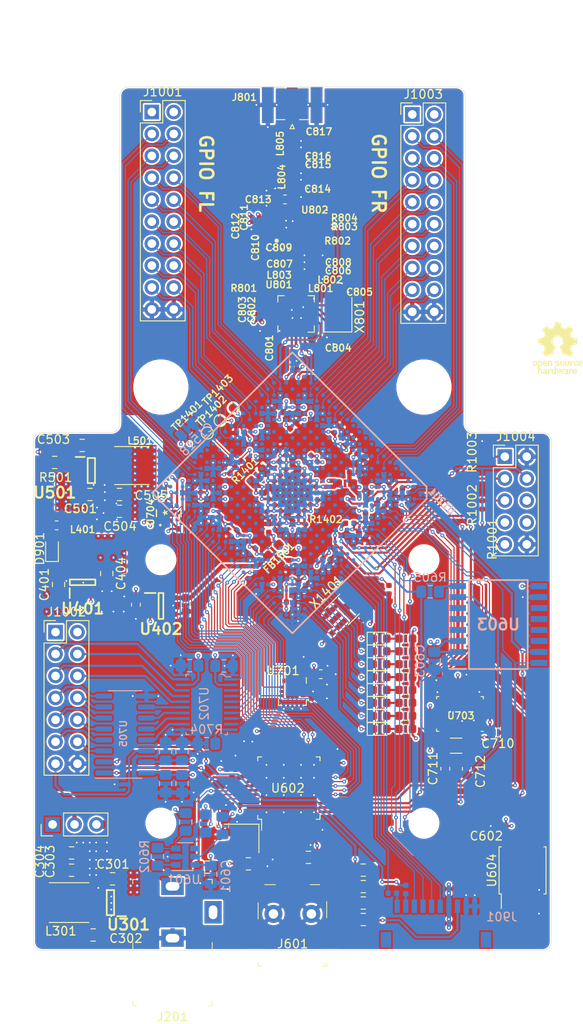
<source format=kicad_pcb>
(kicad_pcb (version 20171130) (host pcbnew "(5.1.6)-1")
  (layers (0 F.Cu signal) (1 In1.Cu signal hide) (2 In2.Cu signal) (31 B.Cu signal) (34 B.Paste user) (35 F.Paste user) (36 B.SilkS user) (37 F.SilkS user) (38 B.Mask user) (39 F.Mask user) (44 Edge.Cuts user))
  (net 0 "")
  (net 1 GND)
  (net 2 +3V3)
  (net 3 "/nRF24L01+ Radio module/VDD_PA")
  (net 4 nRF_CE)
  (net 5 nRF_IRQ)
  (net 6 nRF_MISO)
  (net 7 nRF_MOSI)
  (net 8 nRF_SCLK)
  (net 9 nRF_CSn)
  (net 10 +10V)
  (net 11 +2V5)
  (net 12 "/Power Distribution and Estimation/5v-plug")
  (net 13 "Net-(J201-Pad3)")
  (net 14 +5V)
  (net 15 "/Power Distribution and Estimation/5v-regulator")
  (net 16 GNDA)
  (net 17 "Net-(C801-Pad1)")
  (net 18 "Net-(C804-Pad2)")
  (net 19 "Net-(C805-Pad2)")
  (net 20 "Net-(C807-Pad2)")
  (net 21 "Net-(C807-Pad1)")
  (net 22 "Net-(C813-Pad2)")
  (net 23 "Net-(C815-Pad2)")
  (net 24 "Net-(C817-Pad2)")
  (net 25 "Net-(J601-Pad4)")
  (net 26 "Net-(J1004-Pad6)")
  (net 27 "Net-(L801-Pad2)")
  (net 28 "Net-(L801-Pad1)")
  (net 29 "Net-(R801-Pad1)")
  (net 30 "Net-(R802-Pad2)")
  (net 31 "Net-(R803-Pad2)")
  (net 32 "Net-(U701-Pad7)")
  (net 33 "Net-(U703-Pad13)")
  (net 34 "Net-(U703-Pad12)")
  (net 35 "Net-(U703-Pad10)")
  (net 36 "Net-(U703-Pad8)")
  (net 37 "Net-(U703-Pad7)")
  (net 38 "Net-(U703-Pad1)")
  (net 39 "Net-(U802-Pad15)")
  (net 40 "Net-(U802-Pad13)")
  (net 41 "Net-(U1201-PadAB12)")
  (net 42 "Net-(U1201-PadAB11)")
  (net 43 "Net-(U1201-PadAA12)")
  (net 44 "Net-(U1201-PadAA11)")
  (net 45 "Net-(U1201-PadY17)")
  (net 46 "Net-(U1201-PadY13)")
  (net 47 "Net-(U1201-PadY10)")
  (net 48 "Net-(U1201-PadY8)")
  (net 49 "Net-(U1201-PadY7)")
  (net 50 "Net-(U1201-PadY6)")
  (net 51 "Net-(U1201-PadY4)")
  (net 52 "Net-(U1201-PadY3)")
  (net 53 "Net-(U1201-PadW22)")
  (net 54 "Net-(U1201-PadW21)")
  (net 55 "Net-(U1201-PadW20)")
  (net 56 "Net-(U1201-PadW19)")
  (net 57 "Net-(U1201-PadW17)")
  (net 58 "Net-(U1201-PadW15)")
  (net 59 "Net-(U1201-PadW14)")
  (net 60 "Net-(U1201-PadW13)")
  (net 61 "Net-(U1201-PadW10)")
  (net 62 "Net-(U1201-PadW8)")
  (net 63 "Net-(U1201-PadW7)")
  (net 64 "Net-(U1201-PadW6)")
  (net 65 "Net-(U1201-PadV16)")
  (net 66 "Net-(U1201-PadV15)")
  (net 67 "Net-(U1201-PadV14)")
  (net 68 "Net-(U1201-PadV13)")
  (net 69 "Net-(U1201-PadV12)")
  (net 70 "Net-(U1201-PadV11)")
  (net 71 "Net-(U1201-PadV10)")
  (net 72 "Net-(U1201-PadV9)")
  (net 73 "Net-(U1201-PadV8)")
  (net 74 "Net-(U1201-PadV7)")
  (net 75 "Net-(U1201-PadV6)")
  (net 76 "Net-(U1201-PadV5)")
  (net 77 "Net-(U1201-PadV4)")
  (net 78 "Net-(U1201-PadV3)")
  (net 79 "Net-(U1201-PadU20)")
  (net 80 "Net-(U1201-PadU19)")
  (net 81 "Net-(U1201-PadU17)")
  (net 82 "Net-(U1201-PadU16)")
  (net 83 "Net-(U1201-PadU15)")
  (net 84 "Net-(U1201-PadU14)")
  (net 85 "Net-(U1201-PadU13)")
  (net 86 "Net-(U1201-PadU12)")
  (net 87 "Net-(U1201-PadU11)")
  (net 88 "Net-(U1201-PadU10)")
  (net 89 "Net-(U1201-PadU9)")
  (net 90 "Net-(U1201-PadU8)")
  (net 91 "Net-(U1201-PadU7)")
  (net 92 "Net-(U1201-PadT22)")
  (net 93 "Net-(U1201-PadT21)")
  (net 94 "Net-(U1201-PadT18)")
  (net 95 "Net-(U1201-PadT17)")
  (net 96 "Net-(U1201-PadT16)")
  (net 97 "Net-(U1201-PadT15)")
  (net 98 "Net-(U1201-PadT14)")
  (net 99 "Net-(U1201-PadT13)")
  (net 100 "Net-(U1201-PadT12)")
  (net 101 "Net-(U1201-PadT11)")
  (net 102 "Net-(U1201-PadT10)")
  (net 103 "Net-(U1201-PadT9)")
  (net 104 "Net-(U1201-PadT8)")
  (net 105 "Net-(U1201-PadT7)")
  (net 106 "Net-(U1201-PadT5)")
  (net 107 "Net-(U1201-PadT4)")
  (net 108 "Net-(U1201-PadT3)")
  (net 109 "Net-(U1201-PadT2)")
  (net 110 "Net-(U1201-PadR22)")
  (net 111 "Net-(U1201-PadR21)")
  (net 112 "Net-(U1201-PadR20)")
  (net 113 "Net-(U1201-PadR19)")
  (net 114 "Net-(U1201-PadR18)")
  (net 115 "Net-(U1201-PadR17)")
  (net 116 "Net-(U1201-PadR16)")
  (net 117 "Net-(U1201-PadR15)")
  (net 118 "Net-(U1201-PadR14)")
  (net 119 "Net-(U1201-PadR7)")
  (net 120 "Net-(U1201-PadR6)")
  (net 121 "Net-(U1201-PadR5)")
  (net 122 "Net-(U1201-PadR2)")
  (net 123 "Net-(U1201-PadR1)")
  (net 124 "Net-(U1201-PadP22)")
  (net 125 "Net-(U1201-PadP21)")
  (net 126 "Net-(U1201-PadP20)")
  (net 127 "Net-(U1201-PadP17)")
  (net 128 "Net-(U1201-PadP16)")
  (net 129 "Net-(U1201-PadP15)")
  (net 130 "Net-(U1201-PadP7)")
  (net 131 "Net-(U1201-PadP6)")
  (net 132 "Net-(U1201-PadP5)")
  (net 133 "Net-(U1201-PadP4)")
  (net 134 "Net-(U1201-PadP3)")
  (net 135 "Net-(U1201-PadP2)")
  (net 136 "Net-(U1201-PadN22)")
  (net 137 "Net-(U1201-PadN21)")
  (net 138 "Net-(U1201-PadN20)")
  (net 139 "Net-(U1201-PadN19)")
  (net 140 "Net-(U1201-PadN18)")
  (net 141 "Net-(U1201-PadN17)")
  (net 142 "Net-(U1201-PadN16)")
  (net 143 "Net-(U1201-PadN8)")
  (net 144 "Net-(U1201-PadN7)")
  (net 145 "Net-(U1201-PadN6)")
  (net 146 "Net-(U1201-PadN5)")
  (net 147 "Net-(U1201-PadM20)")
  (net 148 "Net-(U1201-PadM19)")
  (net 149 "Net-(U1201-PadM16)")
  (net 150 "Net-(U1201-PadM8)")
  (net 151 "Net-(U1201-PadM7)")
  (net 152 "Net-(U1201-PadM6)")
  (net 153 "Net-(U1201-PadM5)")
  (net 154 "Net-(U1201-PadM4)")
  (net 155 "Net-(U1201-PadM3)")
  (net 156 "Net-(U1201-PadL8)")
  (net 157 "Net-(U1201-PadL7)")
  (net 158 "Net-(U1201-PadL6)")
  (net 159 "Net-(U1201-PadK22)")
  (net 160 "Net-(U1201-PadK21)")
  (net 161 "Net-(U1201-PadK19)")
  (net 162 "Net-(U1201-PadK18)")
  (net 163 "Net-(U1201-PadK17)")
  (net 164 "Net-(U1201-PadK8)")
  (net 165 "Net-(U1201-PadK7)")
  (net 166 "Net-(U1201-PadJ18)")
  (net 167 "Net-(U1201-PadJ17)")
  (net 168 "Net-(U1201-PadJ8)")
  (net 169 "Net-(U1201-PadJ7)")
  (net 170 "Net-(U1201-PadJ6)")
  (net 171 "Net-(U1201-PadJ5)")
  (net 172 "Net-(U1201-PadJ4)")
  (net 173 "Net-(U1201-PadJ3)")
  (net 174 "Net-(U1201-PadH20)")
  (net 175 "Net-(U1201-PadH19)")
  (net 176 "Net-(U1201-PadH18)")
  (net 177 "Net-(U1201-PadH17)")
  (net 178 "Net-(U1201-PadH16)")
  (net 179 "Net-(U1201-PadH15)")
  (net 180 "Net-(U1201-PadH14)")
  (net 181 "Net-(U1201-PadH11)")
  (net 182 "Net-(U1201-PadH10)")
  (net 183 "Net-(U1201-PadH8)")
  (net 184 "Net-(U1201-PadH7)")
  (net 185 "Net-(U1201-PadH6)")
  (net 186 "Net-(U1201-PadH5)")
  (net 187 "Net-(U1201-PadG22)")
  (net 188 "Net-(U1201-PadG21)")
  (net 189 "Net-(U1201-PadG18)")
  (net 190 "Net-(U1201-PadG17)")
  (net 191 "Net-(U1201-PadG16)")
  (net 192 "Net-(U1201-PadG15)")
  (net 193 "Net-(U1201-PadG14)")
  (net 194 "Net-(U1201-PadG13)")
  (net 195 "Net-(U1201-PadG11)")
  (net 196 "Net-(U1201-PadG10)")
  (net 197 "Net-(U1201-PadG9)")
  (net 198 "Net-(U1201-PadG8)")
  (net 199 "Net-(U1201-PadG7)")
  (net 200 "Net-(U1201-PadG5)")
  (net 201 "Net-(U1201-PadG4)")
  (net 202 "Net-(U1201-PadG3)")
  (net 203 "Net-(U1201-PadG2)")
  (net 204 "Net-(U1201-PadG1)")
  (net 205 "Net-(U1201-PadF20)")
  (net 206 "Net-(U1201-PadF19)")
  (net 207 "Net-(U1201-PadF17)")
  (net 208 "Net-(U1201-PadF16)")
  (net 209 "Net-(U1201-PadF15)")
  (net 210 "Net-(U1201-PadF14)")
  (net 211 "Net-(U1201-PadF13)")
  (net 212 "Net-(U1201-PadF11)")
  (net 213 "Net-(U1201-PadF10)")
  (net 214 "Net-(U1201-PadF9)")
  (net 215 "Net-(U1201-PadF8)")
  (net 216 "Net-(U1201-PadF7)")
  (net 217 "Net-(U1201-PadE16)")
  (net 218 "Net-(U1201-PadE15)")
  (net 219 "Net-(U1201-PadE14)")
  (net 220 "Net-(U1201-PadE13)")
  (net 221 "Net-(U1201-PadE12)")
  (net 222 "Net-(U1201-PadE11)")
  (net 223 "Net-(U1201-PadE10)")
  (net 224 "Net-(U1201-PadE9)")
  (net 225 "Net-(U1201-PadE7)")
  (net 226 "Net-(U1201-PadE6)")
  (net 227 "Net-(U1201-PadE5)")
  (net 228 "Net-(U1201-PadE4)")
  (net 229 "Net-(U1201-PadE3)")
  (net 230 "Net-(U1201-PadD20)")
  (net 231 "Net-(U1201-PadD19)")
  (net 232 "Net-(U1201-PadD17)")
  (net 233 "Net-(U1201-PadD15)")
  (net 234 "Net-(U1201-PadD13)")
  (net 235 "Net-(U1201-PadD10)")
  (net 236 "Net-(U1201-PadD7)")
  (net 237 "Net-(U1201-PadD6)")
  (net 238 "Net-(U1201-PadC20)")
  (net 239 "Net-(U1201-PadC19)")
  (net 240 "Net-(U1201-PadC17)")
  (net 241 "Net-(U1201-PadC15)")
  (net 242 "Net-(U1201-PadC13)")
  (net 243 "Net-(U1201-PadC10)")
  (net 244 "Net-(U1201-PadC8)")
  (net 245 "Net-(U1201-PadC7)")
  (net 246 "Net-(U1201-PadC6)")
  (net 247 "Net-(U1201-PadC4)")
  (net 248 "Net-(U1201-PadC3)")
  (net 249 "Net-(U1201-PadB21)")
  (net 250 "Net-(U1201-PadB19)")
  (net 251 "Net-(U1201-PadB12)")
  (net 252 "Net-(U1201-PadB11)")
  (net 253 "Net-(U1201-PadB10)")
  (net 254 "Net-(U1201-PadB9)")
  (net 255 "Net-(U1201-PadB8)")
  (net 256 "Net-(U1201-PadB5)")
  (net 257 "Net-(U1201-PadB4)")
  (net 258 "Net-(U1201-PadB3)")
  (net 259 "Net-(U1201-PadA12)")
  (net 260 "Net-(U1201-PadA11)")
  (net 261 "Net-(U1201-PadA10)")
  (net 262 "Net-(U1201-PadA9)")
  (net 263 "Net-(U1201-PadA8)")
  (net 264 "Net-(U1201-PadA5)")
  (net 265 "Net-(U1201-PadA4)")
  (net 266 "Net-(U1201-PadA3)")
  (net 267 +1V2)
  (net 268 "Net-(C703-Pad1)")
  (net 269 "Net-(C709-Pad1)")
  (net 270 "Net-(C711-Pad2)")
  (net 271 "Net-(C712-Pad2)")
  (net 272 BNO_SCL)
  (net 273 BNO_SDA)
  (net 274 BNO_NRESET)
  (net 275 "Net-(R704-Pad1)")
  (net 276 ICM_FSYNC)
  (net 277 ICM_INT)
  (net 278 ICM_CSn)
  (net 279 ICM_MISO)
  (net 280 ICM_MOSI)
  (net 281 ICM_SCLK)
  (net 282 /Sensors/5v_ADC_CSn)
  (net 283 /Sensors/5v_ADC_Din)
  (net 284 /Sensors/5v_ADC_Dout)
  (net 285 /Sensors/5v_ADC_CLK)
  (net 286 5v_GPIO_3)
  (net 287 5v_GPIO_2)
  (net 288 5v_GPIO_1)
  (net 289 5v_GPIO_0)
  (net 290 ADC_SCLK)
  (net 291 ADC_MISO)
  (net 292 ADC_MOSI)
  (net 293 ADC_CSn)
  (net 294 BNO_INT)
  (net 295 "Net-(U703-Pad21)")
  (net 296 "Net-(U703-Pad22)")
  (net 297 "Net-(U703-Pad23)")
  (net 298 "Net-(U703-Pad24)")
  (net 299 DPS_CSn)
  (net 300 DPS_MOSI)
  (net 301 DPS_SCLK)
  (net 302 DPS_MISO)
  (net 303 ADC_CH7)
  (net 304 ADC_CH6)
  (net 305 ADC_CH5)
  (net 306 ADC_CH4)
  (net 307 ADC_CH3)
  (net 308 ADC_CH2)
  (net 309 ADC_CH1)
  (net 310 ADC_CH0)
  (net 311 "/USB and Flash Memory/EECLK")
  (net 312 "/USB and Flash Memory/EEDATA")
  (net 313 "/USB and Flash Memory/EECS")
  (net 314 "Net-(U603-Pad14)")
  (net 315 "Net-(U603-Pad13)")
  (net 316 "Net-(U603-Pad12)")
  (net 317 "Net-(U603-Pad11)")
  (net 318 "Net-(U603-Pad6)")
  (net 319 "Net-(U603-Pad5)")
  (net 320 "Net-(U603-Pad4)")
  (net 321 "Net-(J1004-Pad8)")
  (net 322 "Net-(J1004-Pad7)")
  (net 323 JTAG_TDI)
  (net 324 JTAG_TMS)
  (net 325 JTAG_TDO)
  (net 326 JTAG_TCK)
  (net 327 Conf_flash_MISO)
  (net 328 "Net-(R605-Pad1)")
  (net 329 Conf_flash_CSn)
  (net 330 Conf_flash_MOSI)
  (net 331 Conf_flash_CLK)
  (net 332 User_flash_IO3)
  (net 333 User_flash_CLK)
  (net 334 User_flash_IO0)
  (net 335 User_flash_IO2)
  (net 336 User_flash_IO1)
  (net 337 User_flash_CSn)
  (net 338 VCCA)
  (net 339 VCCD_PLL)
  (net 340 "/Power Distribution and Estimation/1v2 power regulator/1v2_SW")
  (net 341 "/Power Distribution and Estimation/1v2 power regulator/1v2_BST")
  (net 342 "/Power Distribution and Estimation/1v2 power regulator/1v2_FB")
  (net 343 "/FPGA Part 3/CONF_DONE")
  (net 344 "/FPGA Part 3/~CONFIG")
  (net 345 "/FPGA Part 3/~STATUS")
  (net 346 "/FPGA Part 3/INIT_DONE")
  (net 347 "/FPGA Part 3/CRC_ERROR")
  (net 348 5v_GPIO_5v_3)
  (net 349 5v_GPIO_5v_2)
  (net 350 5v_GPIO_5v_1)
  (net 351 5v_GPIO_5v_0)
  (net 352 "/Power Distribution and Estimation/3v3 and 2v5 power regulators/3v3_LX")
  (net 353 "/Power Distribution and Estimation/5v Power regulator/5v_SW")
  (net 354 "/Power Distribution and Estimation/5v Power regulator/5v_BST")
  (net 355 "/USB and Flash Memory/EEPROM_DO")
  (net 356 "/FPGA Part 3/~CE")
  (net 357 "/USB and Flash Memory/USB-D+")
  (net 358 "/USB and Flash Memory/USB-D-")
  (net 359 "/USB and Flash Memory/5v-USB")
  (net 360 GPIO1-15)
  (net 361 GPIO1-14)
  (net 362 GPIO1-13)
  (net 363 GPIO1-12)
  (net 364 GPIO1-11)
  (net 365 GPIO1-10)
  (net 366 GPIO1-9)
  (net 367 GPIO1-8)
  (net 368 GPIO1-7)
  (net 369 GPIO1-6)
  (net 370 GPIO1-5)
  (net 371 GPIO1-4)
  (net 372 GPIO1-3)
  (net 373 GPIO1-2)
  (net 374 GPIO1-1)
  (net 375 GPIO1-0)
  (net 376 GPIO2-15)
  (net 377 GPIO2-14)
  (net 378 GPIO2-13)
  (net 379 GPIO2-12)
  (net 380 GPIO2-11)
  (net 381 GPIO2-10)
  (net 382 GPIO2-9)
  (net 383 GPIO2-8)
  (net 384 GPIO2-7)
  (net 385 GPIO2-6)
  (net 386 GPIO2-5)
  (net 387 GPIO2-4)
  (net 388 GPIO2-3)
  (net 389 GPIO2-2)
  (net 390 GPIO2-1)
  (net 391 GPIO2-0)
  (net 392 "/USB and Flash Memory/3v3-USB")
  (net 393 "Net-(C606-Pad1)")
  (net 394 "Net-(C608-Pad1)")
  (net 395 "Net-(C610-Pad1)")
  (net 396 "Net-(C611-Pad1)")
  (net 397 "Net-(C612-Pad1)")
  (net 398 "Net-(C613-Pad1)")
  (net 399 "Net-(C615-Pad1)")
  (net 400 "Net-(C620-Pad1)")
  (net 401 "Net-(R607-Pad1)")
  (net 402 FTDI-ACBUS7)
  (net 403 FTDI-ACBUS6)
  (net 404 FTDI-ACBUS5)
  (net 405 FTDI-ACBUS4)
  (net 406 FTDI-ACBUS3)
  (net 407 FTDI-ACBUS2)
  (net 408 FTDI-ACBUS1)
  (net 409 FTDI-ACBUS0)
  (net 410 FTDI-ADBUS7)
  (net 411 FTDI-ADBUS6)
  (net 412 FTDI-ADBUS5)
  (net 413 FTDI-ADBUS4)
  (net 414 "Net-(J901-Pad12)")
  (net 415 "Net-(J901-Pad11)")
  (net 416 "/Engine signals, LEDs, and GPIO/VBAT")
  (net 417 FTDI-ACBUS9)
  (net 418 FTDI-ACBUS8)
  (net 419 "Net-(J901-Pad10)")
  (net 420 "Net-(J901-Pad9)")
  (net 421 "Net-(D901-Pad2)")
  (net 422 "Net-(D902-Pad2)")
  (net 423 USERLED0)
  (net 424 "Net-(D903-Pad2)")
  (net 425 USERLED1)
  (net 426 "Net-(D904-Pad2)")
  (net 427 USERLED2)
  (net 428 "Net-(D905-Pad2)")
  (net 429 USERLED3)
  (net 430 "Net-(D906-Pad2)")
  (net 431 USERLED4)
  (net 432 "Net-(D907-Pad2)")
  (net 433 USERLED5)
  (net 434 "Net-(D908-Pad2)")
  (net 435 USERLED6)
  (net 436 "Net-(D909-Pad2)")
  (net 437 USERLED7)
  (net 438 ESC1)
  (net 439 ESC2)
  (net 440 ESC3)
  (net 441 ESC4)
  (net 442 ESC-TX)
  (net 443 "Net-(R912-Pad1)")
  (net 444 "Net-(R913-Pad1)")
  (net 445 "Net-(X1401-Pad2)")
  (net 446 "Net-(R1405-Pad2)")
  (net 447 "/FPGA Part 3/FPGA-CLOCK-50")
  (module Resistor_SMD:R_0402_1005Metric (layer F.Cu) (at 134.282947 103.567053 45)
    (fp_text reference R1405)
    (fp_text value 10K)
    (pad 2 smd roundrect (at 0.485 0 45) (size 0.59 0.64) (layers F.Cu F.Paste F.Mask) (net 446 "Net-(R1405-Pad2)"))
    (pad 1 smd roundrect (at -0.485 0 45) (size 0.59 0.64) (layers F.Cu F.Paste F.Mask) (net 2 +3V3))
  )
  (module Inductor_SMD:L_0402_1005Metric (layer F.Cu) (at 138.65 101.11 225)
    (fp_text reference C1401)
    (fp_text value 100nF)
    (pad 2 smd roundrect (at 0.485 0 225) (size 0.59 0.64) (layers F.Cu F.Paste F.Mask) (net 1 GND))
    (pad 1 smd roundrect (at -0.485 0 225) (size 0.59 0.64) (layers F.Cu F.Paste F.Mask) (net 2 +3V3))
  )
  (module Package_TO_SOT_SMD:SOT-23-5_HandSoldering (layer F.Cu) (at 135.99 100.51 45)
    (fp_text reference X1401 (at 0 -2.9 225) (layer F.SilkS))
    (fp_text value SiT2001B1-S2-33E-50)
    (pad 5 smd rect (at 1.35 -0.95 45) (size 1.56 0.65) (layers F.Cu F.Paste F.Mask) (net 447 "/FPGA Part 3/FPGA-CLOCK-50"))
    (pad 4 smd rect (at 1.35 0.95 45) (size 1.56 0.65) (layers F.Cu F.Paste F.Mask) (net 2 +3V3))
    (pad 3 smd rect (at -1.35 0.95 45) (size 1.56 0.65) (layers F.Cu F.Paste F.Mask) (net 446 "Net-(R1405-Pad2)"))
    (pad 2 smd rect (at -1.35 0 45) (size 1.56 0.65) (layers F.Cu F.Paste F.Mask) (net 445 "Net-(X1401-Pad2)"))
    (pad 1 smd rect (at -1.35 -0.95 45) (size 1.56 0.65) (layers F.Cu F.Paste F.Mask) (net 1 GND))
  )
  (module Resistor_SMD:R_0805_2012Metric (layer F.Cu) (at 138.22 130.69 180)
    (fp_text reference R915)
    (fp_text value 10K)
    (pad 2 smd roundrect (at 0.9375 0 180) (size 0.975 1.4) (layers F.Cu F.Paste F.Mask) (net 310 ADC_CH0))
    (pad 1 smd roundrect (at -0.9375 0 180) (size 0.975 1.4) (layers F.Cu F.Paste F.Mask) (net 1 GND))
  )
  (module Resistor_SMD:R_0805_2012Metric (layer F.Cu) (at 138.22 132.6)
    (fp_text reference R914)
    (fp_text value 10K)
    (pad 2 smd roundrect (at 0.9375 0) (size 0.975 1.4) (layers F.Cu F.Paste F.Mask) (net 444 "Net-(R913-Pad1)"))
    (pad 1 smd roundrect (at -0.9375 0) (size 0.975 1.4) (layers F.Cu F.Paste F.Mask) (net 310 ADC_CH0))
  )
  (module Resistor_SMD:R_0805_2012Metric (layer F.Cu) (at 138.22 134.5 180)
    (fp_text reference R913)
    (fp_text value 10K)
    (pad 2 smd roundrect (at 0.9375 0 180) (size 0.975 1.4) (layers F.Cu F.Paste F.Mask) (net 443 "Net-(R912-Pad1)"))
    (pad 1 smd roundrect (at -0.9375 0 180) (size 0.975 1.4) (layers F.Cu F.Paste F.Mask) (net 444 "Net-(R913-Pad1)"))
  )
  (module Resistor_SMD:R_0805_2012Metric (layer F.Cu) (at 138.2175 136.41)
    (fp_text reference R912)
    (fp_text value 10K)
    (pad 2 smd roundrect (at 0.9375 0) (size 0.975 1.4) (layers F.Cu F.Paste F.Mask) (net 416 "/Engine signals, LEDs, and GPIO/VBAT"))
    (pad 1 smd roundrect (at -0.9375 0) (size 0.975 1.4) (layers F.Cu F.Paste F.Mask) (net 443 "Net-(R912-Pad1)"))
  )
  (module Resistor_SMD:R_0603_1608Metric (layer F.Cu) (at 143.1475 103.88)
    (fp_text reference R911)
    (fp_text value 390R)
    (pad 2 smd roundrect (at 0.7875 0) (size 0.875 0.95) (layers F.Cu F.Paste F.Mask) (net 2 +3V3))
    (pad 1 smd roundrect (at -0.7875 0) (size 0.875 0.95) (layers F.Cu F.Paste F.Mask) (net 436 "Net-(D909-Pad2)"))
  )
  (module Resistor_SMD:R_0603_1608Metric (layer F.Cu) (at 143.15 105.350001)
    (fp_text reference R910)
    (fp_text value 390R)
    (pad 2 smd roundrect (at 0.7875 0) (size 0.875 0.95) (layers F.Cu F.Paste F.Mask) (net 2 +3V3))
    (pad 1 smd roundrect (at -0.7875 0) (size 0.875 0.95) (layers F.Cu F.Paste F.Mask) (net 434 "Net-(D908-Pad2)"))
  )
  (module Resistor_SMD:R_0603_1608Metric (layer F.Cu) (at 143.15 106.84)
    (fp_text reference R909)
    (fp_text value 390R)
    (pad 2 smd roundrect (at 0.7875 0) (size 0.875 0.95) (layers F.Cu F.Paste F.Mask) (net 2 +3V3))
    (pad 1 smd roundrect (at -0.7875 0) (size 0.875 0.95) (layers F.Cu F.Paste F.Mask) (net 432 "Net-(D907-Pad2)"))
  )
  (module Resistor_SMD:R_0603_1608Metric (layer F.Cu) (at 143.15 108.34)
    (fp_text reference R908)
    (fp_text value 390R)
    (pad 2 smd roundrect (at 0.7875 0) (size 0.875 0.95) (layers F.Cu F.Paste F.Mask) (net 2 +3V3))
    (pad 1 smd roundrect (at -0.7875 0) (size 0.875 0.95) (layers F.Cu F.Paste F.Mask) (net 430 "Net-(D906-Pad2)"))
  )
  (module Resistor_SMD:R_0603_1608Metric (layer F.Cu) (at 143.1425 109.83)
    (fp_text reference R907)
    (fp_text value 390R)
    (pad 2 smd roundrect (at 0.7875 0) (size 0.875 0.95) (layers F.Cu F.Paste F.Mask) (net 2 +3V3))
    (pad 1 smd roundrect (at -0.7875 0) (size 0.875 0.95) (layers F.Cu F.Paste F.Mask) (net 428 "Net-(D905-Pad2)"))
  )
  (module Resistor_SMD:R_0603_1608Metric (layer F.Cu) (at 143.14 111.32)
    (fp_text reference R906)
    (fp_text value 390R)
    (pad 2 smd roundrect (at 0.7875 0) (size 0.875 0.95) (layers F.Cu F.Paste F.Mask) (net 2 +3V3))
    (pad 1 smd roundrect (at -0.7875 0) (size 0.875 0.95) (layers F.Cu F.Paste F.Mask) (net 426 "Net-(D904-Pad2)"))
  )
  (module Resistor_SMD:R_0603_1608Metric (layer F.Cu) (at 143.14 112.83)
    (fp_text reference R905)
    (fp_text value 390R)
    (pad 2 smd roundrect (at 0.7875 0) (size 0.875 0.95) (layers F.Cu F.Paste F.Mask) (net 2 +3V3))
    (pad 1 smd roundrect (at -0.7875 0) (size 0.875 0.95) (layers F.Cu F.Paste F.Mask) (net 424 "Net-(D903-Pad2)"))
  )
  (module Resistor_SMD:R_0603_1608Metric (layer F.Cu) (at 143.139999 114.34)
    (fp_text reference R904)
    (fp_text value 390R)
    (pad 2 smd roundrect (at 0.7875 0) (size 0.875 0.95) (layers F.Cu F.Paste F.Mask) (net 2 +3V3))
    (pad 1 smd roundrect (at -0.7875 0) (size 0.875 0.95) (layers F.Cu F.Paste F.Mask) (net 422 "Net-(D902-Pad2)"))
  )
  (module Resistor_SMD:R_0603_1608Metric (layer F.Cu) (at 102.67 90.77)
    (fp_text reference R903)
    (fp_text value 390R)
    (pad 2 smd roundrect (at 0.7875 0) (size 0.875 0.95) (layers F.Cu F.Paste F.Mask) (net 2 +3V3))
    (pad 1 smd roundrect (at -0.7875 0) (size 0.875 0.95) (layers F.Cu F.Paste F.Mask) (net 421 "Net-(D901-Pad2)"))
  )
  (module LED_SMD:LED_0603_1608Metric (layer F.Cu) (at 140.15 103.88)
    (fp_text reference D909)
    (fp_text value USERLED7)
    (pad 2 smd roundrect (at 0.7875 0) (size 0.875 0.95) (layers F.Cu F.Paste F.Mask) (net 436 "Net-(D909-Pad2)"))
    (pad 1 smd roundrect (at -0.7875 0) (size 0.875 0.95) (layers F.Cu F.Paste F.Mask) (net 437 USERLED7))
  )
  (module LED_SMD:LED_0603_1608Metric (layer F.Cu) (at 140.15 105.35)
    (fp_text reference D908)
    (fp_text value USERLED6)
    (pad 2 smd roundrect (at 0.7875 0) (size 0.875 0.95) (layers F.Cu F.Paste F.Mask) (net 434 "Net-(D908-Pad2)"))
    (pad 1 smd roundrect (at -0.7875 0) (size 0.875 0.95) (layers F.Cu F.Paste F.Mask) (net 435 USERLED6))
  )
  (module LED_SMD:LED_0603_1608Metric (layer F.Cu) (at 140.15 106.84)
    (fp_text reference D907)
    (fp_text value USERLED5)
    (pad 2 smd roundrect (at 0.7875 0) (size 0.875 0.95) (layers F.Cu F.Paste F.Mask) (net 432 "Net-(D907-Pad2)"))
    (pad 1 smd roundrect (at -0.7875 0) (size 0.875 0.95) (layers F.Cu F.Paste F.Mask) (net 433 USERLED5))
  )
  (module LED_SMD:LED_0603_1608Metric (layer F.Cu) (at 140.150001 108.34)
    (fp_text reference D906)
    (fp_text value USERLED4)
    (pad 2 smd roundrect (at 0.7875 0) (size 0.875 0.95) (layers F.Cu F.Paste F.Mask) (net 430 "Net-(D906-Pad2)"))
    (pad 1 smd roundrect (at -0.7875 0) (size 0.875 0.95) (layers F.Cu F.Paste F.Mask) (net 431 USERLED4))
  )
  (module LED_SMD:LED_0603_1608Metric (layer F.Cu) (at 140.150001 109.83)
    (fp_text reference D905)
    (fp_text value USERLED3)
    (pad 2 smd roundrect (at 0.7875 0) (size 0.875 0.95) (layers F.Cu F.Paste F.Mask) (net 428 "Net-(D905-Pad2)"))
    (pad 1 smd roundrect (at -0.7875 0) (size 0.875 0.95) (layers F.Cu F.Paste F.Mask) (net 429 USERLED3))
  )
  (module LED_SMD:LED_0603_1608Metric (layer F.Cu) (at 140.150001 111.32)
    (fp_text reference D904)
    (fp_text value USERLED2)
    (pad 2 smd roundrect (at 0.7875 0) (size 0.875 0.95) (layers F.Cu F.Paste F.Mask) (net 426 "Net-(D904-Pad2)"))
    (pad 1 smd roundrect (at -0.7875 0) (size 0.875 0.95) (layers F.Cu F.Paste F.Mask) (net 427 USERLED2))
  )
  (module LED_SMD:LED_0603_1608Metric (layer F.Cu) (at 140.15 112.83)
    (fp_text reference D903)
    (fp_text value USERLED1)
    (pad 2 smd roundrect (at 0.7875 0) (size 0.875 0.95) (layers F.Cu F.Paste F.Mask) (net 424 "Net-(D903-Pad2)"))
    (pad 1 smd roundrect (at -0.7875 0) (size 0.875 0.95) (layers F.Cu F.Paste F.Mask) (net 425 USERLED1))
  )
  (module LED_SMD:LED_0603_1608Metric (layer F.Cu) (at 140.16 114.34)
    (fp_text reference D902)
    (fp_text value USERLED0)
    (pad 2 smd roundrect (at 0.7875 0) (size 0.875 0.95) (layers F.Cu F.Paste F.Mask) (net 422 "Net-(D902-Pad2)"))
    (pad 1 smd roundrect (at -0.7875 0) (size 0.875 0.95) (layers F.Cu F.Paste F.Mask) (net 423 USERLED0))
  )
  (module LED_SMD:LED_0603_1608Metric (layer F.Cu) (at 102.13 93.4675 90)
    (fp_text reference D901 (at 0 -1.43 90) (layer F.SilkS))
    (fp_text value POWERGOOD)
    (pad 2 smd roundrect (at 0.7875 0 90) (size 0.875 0.95) (layers F.Cu F.Paste F.Mask) (net 421 "Net-(D901-Pad2)"))
    (pad 1 smd roundrect (at -0.7875 0 90) (size 0.875 0.95) (layers F.Cu F.Paste F.Mask) (net 1 GND))
  )
  (module Resistor_SMD:R_0402_1005Metric (layer B.Cu) (at 141.58 133.36 180)
    (fp_text reference R902)
    (fp_text value OPT)
    (pad 2 smd roundrect (at 0.485 0 180) (size 0.59 0.64) (layers B.Cu B.Paste B.Mask) (net 442 ESC-TX))
    (pad 1 smd roundrect (at -0.485 0 180) (size 0.59 0.64) (layers B.Cu B.Paste B.Mask) (net 419 "Net-(J901-Pad10)"))
  )
  (module Resistor_SMD:R_0402_1005Metric (layer B.Cu) (at 143.14 132.925 90)
    (fp_text reference R901)
    (fp_text value OPT)
    (pad 2 smd roundrect (at 0.485 0 90) (size 0.59 0.64) (layers B.Cu B.Paste B.Mask) (net 309 ADC_CH1))
    (pad 1 smd roundrect (at -0.485 0 90) (size 0.59 0.64) (layers B.Cu B.Paste B.Mask) (net 420 "Net-(J901-Pad9)"))
  )
  (module Eldalote-footprints:Amphenol-10-1mm (layer B.Cu) (at 146.64 134.87 180)
    (fp_text reference J901 (at -7.63 -1.24) (layer B.SilkS) (effects (justify mirror)))
    (fp_text value Amphenol-1mm-10-header)
    (pad 12 smd rect (at 5.8 -3.875 180) (size 1.2 1.8) (layers B.Cu B.Paste B.Mask) (net 414 "Net-(J901-Pad12)"))
    (pad 11 smd rect (at -5.8 -3.875 180) (size 1.2 1.8) (layers B.Cu B.Paste B.Mask) (net 415 "Net-(J901-Pad11)"))
    (pad 10 smd rect (at 4.5 0 180) (size 0.6 1.55) (layers B.Cu B.Paste B.Mask) (net 419 "Net-(J901-Pad10)"))
    (pad 9 smd rect (at 3.5 0 180) (size 0.6 1.55) (layers B.Cu B.Paste B.Mask) (net 420 "Net-(J901-Pad9)"))
    (pad 8 smd rect (at 2.5 0 180) (size 0.6 1.55) (layers B.Cu B.Paste B.Mask) (net 438 ESC1))
    (pad 7 smd rect (at 1.5 0 180) (size 0.6 1.55) (layers B.Cu B.Paste B.Mask) (net 439 ESC2))
    (pad 6 smd rect (at 0.5 0 180) (size 0.6 1.55) (layers B.Cu B.Paste B.Mask) (net 440 ESC3))
    (pad 5 smd rect (at -0.5 0 180) (size 0.6 1.55) (layers B.Cu B.Paste B.Mask) (net 441 ESC4))
    (pad 4 smd rect (at -1.5 0 180) (size 0.6 1.55) (layers B.Cu B.Paste B.Mask) (net 10 +10V))
    (pad 3 smd rect (at -2.5 0 180) (size 0.6 1.55) (layers B.Cu B.Paste B.Mask) (net 416 "/Engine signals, LEDs, and GPIO/VBAT"))
    (pad 2 smd rect (at -3.5 0 180) (size 0.6 1.55) (layers B.Cu B.Paste B.Mask) (net 1 GND))
    (pad 1 smd rect (at -4.5 0 180) (size 0.6 1.55) (layers B.Cu B.Paste B.Mask) (net 1 GND))
  )
  (module Crystal:Crystal_SMD_3225-4Pin_3.2x2.5mm (layer F.Cu) (at 124.12 127.02 180)
    (fp_text reference Y601)
    (fp_text value 12MHz)
    (pad 4 smd rect (at -1.1 -0.85 180) (size 1.4 1.2) (layers F.Cu F.Paste F.Mask) (net 1 GND))
    (pad 3 smd rect (at 1.1 -0.85 180) (size 1.4 1.2) (layers F.Cu F.Paste F.Mask) (net 397 "Net-(C612-Pad1)"))
    (pad 2 smd rect (at 1.1 0.85 180) (size 1.4 1.2) (layers F.Cu F.Paste F.Mask) (net 1 GND))
    (pad 1 smd rect (at -1.1 0.85 180) (size 1.4 1.2) (layers F.Cu F.Paste F.Mask) (net 394 "Net-(C608-Pad1)"))
  )
  (module Resistor_SMD:R_0402_1005Metric (layer F.Cu) (at 128.19 130.24 180)
    (fp_text reference R607)
    (fp_text value 12K)
    (pad 2 smd roundrect (at 0.485 0 180) (size 0.59 0.64) (layers F.Cu F.Paste F.Mask) (net 1 GND))
    (pad 1 smd roundrect (at -0.485 0 180) (size 0.59 0.64) (layers F.Cu F.Paste F.Mask) (net 401 "Net-(R607-Pad1)"))
  )
  (module Resistor_SMD:R_0402_1005Metric (layer F.Cu) (at 127.18 114.59)
    (fp_text reference R606)
    (fp_text value 10K)
    (pad 2 smd roundrect (at 0.485 0) (size 0.59 0.64) (layers F.Cu F.Paste F.Mask) (net 393 "Net-(C606-Pad1)"))
    (pad 1 smd roundrect (at -0.485 0) (size 0.59 0.64) (layers F.Cu F.Paste F.Mask) (net 392 "/USB and Flash Memory/3v3-USB"))
  )
  (module Resistor_SMD:R_0805_2012Metric_Pad1.15x1.40mm_HandSolder (layer F.Cu) (at 120.15 130.34)
    (fp_text reference FB603)
    (fp_text value "600Ohm 2A")
    (pad 2 smd roundrect (at 1.025 0) (size 1.15 1.4) (layers F.Cu F.Paste F.Mask) (roundrect_rratio 0.217391) (net 400 "Net-(C620-Pad1)"))
    (pad 1 smd roundrect (at -1.025 0) (size 1.15 1.4) (layers F.Cu F.Paste F.Mask) (roundrect_rratio 0.217391) (net 359 "/USB and Flash Memory/5v-USB"))
  )
  (module Resistor_SMD:R_0805_2012Metric_Pad1.15x1.40mm_HandSolder (layer F.Cu) (at 124.895 129.96 180)
    (fp_text reference FB602)
    (fp_text value "600Ohm 2A")
    (pad 2 smd roundrect (at 1.025 0 180) (size 1.15 1.4) (layers F.Cu F.Paste F.Mask) (roundrect_rratio 0.217391) (net 392 "/USB and Flash Memory/3v3-USB"))
    (pad 1 smd roundrect (at -1.025 0 180) (size 1.15 1.4) (layers F.Cu F.Paste F.Mask) (roundrect_rratio 0.217391) (net 398 "Net-(C613-Pad1)"))
  )
  (module Resistor_SMD:R_0805_2012Metric_Pad1.15x1.40mm_HandSolder (layer F.Cu) (at 131.85 129.21)
    (fp_text reference FB601)
    (fp_text value "600Ohm 2A")
    (pad 2 smd roundrect (at 1.025 0) (size 1.15 1.4) (layers F.Cu F.Paste F.Mask) (roundrect_rratio 0.217391) (net 392 "/USB and Flash Memory/3v3-USB"))
    (pad 1 smd roundrect (at -1.025 0) (size 1.15 1.4) (layers F.Cu F.Paste F.Mask) (roundrect_rratio 0.217391) (net 399 "Net-(C615-Pad1)"))
  )
  (module Capacitor_SMD:C_0402_1005Metric (layer F.Cu) (at 122.5 131.695 270)
    (fp_text reference C620)
    (fp_text value 10nF)
    (pad 2 smd roundrect (at 0.485 0 270) (size 0.59 0.64) (layers F.Cu F.Paste F.Mask) (net 1 GND))
    (pad 1 smd roundrect (at -0.485 0 270) (size 0.59 0.64) (layers F.Cu F.Paste F.Mask) (net 400 "Net-(C620-Pad1)"))
  )
  (module Capacitor_SMD:C_0402_1005Metric (layer F.Cu) (at 123.44 123.15 180)
    (fp_text reference C619)
    (fp_text value 100nF)
    (pad 2 smd roundrect (at 0.485 0 180) (size 0.59 0.64) (layers F.Cu F.Paste F.Mask) (net 1 GND))
    (pad 1 smd roundrect (at -0.485 0 180) (size 0.59 0.64) (layers F.Cu F.Paste F.Mask) (net 392 "/USB and Flash Memory/3v3-USB"))
  )
  (module Capacitor_SMD:C_0402_1005Metric (layer F.Cu) (at 132.995 126.82)
    (fp_text reference C618)
    (fp_text value 100nF)
    (pad 2 smd roundrect (at 0.485 0) (size 0.59 0.64) (layers F.Cu F.Paste F.Mask) (net 1 GND))
    (pad 1 smd roundrect (at -0.485 0) (size 0.59 0.64) (layers F.Cu F.Paste F.Mask) (net 392 "/USB and Flash Memory/3v3-USB"))
  )
  (module Capacitor_SMD:C_0402_1005Metric (layer F.Cu) (at 135.22 117.79 90)
    (fp_text reference C617)
    (fp_text value 100nF)
    (pad 2 smd roundrect (at 0.485 0 90) (size 0.59 0.64) (layers F.Cu F.Paste F.Mask) (net 1 GND))
    (pad 1 smd roundrect (at -0.485 0 90) (size 0.59 0.64) (layers F.Cu F.Paste F.Mask) (net 392 "/USB and Flash Memory/3v3-USB"))
  )
  (module Capacitor_SMD:C_0402_1005Metric (layer F.Cu) (at 130.96 126.82)
    (fp_text reference C616)
    (fp_text value 100nF)
    (pad 2 smd roundrect (at 0.485 0) (size 0.59 0.64) (layers F.Cu F.Paste F.Mask) (net 1 GND))
    (pad 1 smd roundrect (at -0.485 0) (size 0.59 0.64) (layers F.Cu F.Paste F.Mask) (net 399 "Net-(C615-Pad1)"))
  )
  (module Capacitor_SMD:C_0402_1005Metric (layer F.Cu) (at 130.96 127.78)
    (fp_text reference C615)
    (fp_text value 4u7F)
    (pad 2 smd roundrect (at 0.485 0) (size 0.59 0.64) (layers F.Cu F.Paste F.Mask) (net 1 GND))
    (pad 1 smd roundrect (at -0.485 0) (size 0.59 0.64) (layers F.Cu F.Paste F.Mask) (net 399 "Net-(C615-Pad1)"))
  )
  (module Capacitor_SMD:C_0402_1005Metric (layer F.Cu) (at 127.71 127.68)
    (fp_text reference C614)
    (fp_text value 100nF)
    (pad 2 smd roundrect (at 0.485 0) (size 0.59 0.64) (layers F.Cu F.Paste F.Mask) (net 1 GND))
    (pad 1 smd roundrect (at -0.485 0) (size 0.59 0.64) (layers F.Cu F.Paste F.Mask) (net 398 "Net-(C613-Pad1)"))
  )
  (module Capacitor_SMD:C_0402_1005Metric (layer F.Cu) (at 127.71 128.65)
    (fp_text reference C613)
    (fp_text value 4u7F)
    (pad 2 smd roundrect (at 0.485 0) (size 0.59 0.64) (layers F.Cu F.Paste F.Mask) (net 1 GND))
    (pad 1 smd roundrect (at -0.485 0) (size 0.59 0.64) (layers F.Cu F.Paste F.Mask) (net 398 "Net-(C613-Pad1)"))
  )
  (module Capacitor_SMD:C_0402_1005Metric (layer F.Cu) (at 121.5 127.41 90)
    (fp_text reference C612)
    (fp_text value 33pF)
    (pad 2 smd roundrect (at 0.485 0 90) (size 0.59 0.64) (layers F.Cu F.Paste F.Mask) (net 1 GND))
    (pad 1 smd roundrect (at -0.485 0 90) (size 0.59 0.64) (layers F.Cu F.Paste F.Mask) (net 397 "Net-(C612-Pad1)"))
  )
  (module Capacitor_SMD:C_0402_1005Metric (layer F.Cu) (at 125.36 117.06 90)
    (fp_text reference C611)
    (fp_text value 100nF)
    (pad 2 smd roundrect (at 0.485 0 90) (size 0.59 0.64) (layers F.Cu F.Paste F.Mask) (net 1 GND))
    (pad 1 smd roundrect (at -0.485 0 90) (size 0.59 0.64) (layers F.Cu F.Paste F.Mask) (net 396 "Net-(C611-Pad1)"))
  )
  (module Capacitor_SMD:C_0402_1005Metric (layer F.Cu) (at 124.38 117.06 90)
    (fp_text reference C610)
    (fp_text value 100nF)
    (pad 2 smd roundrect (at 0.485 0 90) (size 0.59 0.64) (layers F.Cu F.Paste F.Mask) (net 1 GND))
    (pad 1 smd roundrect (at -0.485 0 90) (size 0.59 0.64) (layers F.Cu F.Paste F.Mask) (net 395 "Net-(C610-Pad1)"))
  )
  (module Capacitor_SMD:C_0402_1005Metric (layer F.Cu) (at 123.96 120.425 270)
    (fp_text reference C609)
    (fp_text value 100nF)
    (pad 2 smd roundrect (at 0.485 0 270) (size 0.59 0.64) (layers F.Cu F.Paste F.Mask) (net 1 GND))
    (pad 1 smd roundrect (at -0.485 0 270) (size 0.59 0.64) (layers F.Cu F.Paste F.Mask) (net 359 "/USB and Flash Memory/5v-USB"))
  )
  (module Capacitor_SMD:C_0402_1005Metric (layer F.Cu) (at 124.89 124.84 180)
    (fp_text reference C608)
    (fp_text value 33pF)
    (pad 2 smd roundrect (at 0.485 0 180) (size 0.59 0.64) (layers F.Cu F.Paste F.Mask) (net 1 GND))
    (pad 1 smd roundrect (at -0.485 0 180) (size 0.59 0.64) (layers F.Cu F.Paste F.Mask) (net 394 "Net-(C608-Pad1)"))
  )
  (module Capacitor_SMD:C_0402_1005Metric (layer F.Cu) (at 123.4 118.55 90)
    (fp_text reference C607)
    (fp_text value 100nF)
    (pad 2 smd roundrect (at 0.485 0 90) (size 0.59 0.64) (layers F.Cu F.Paste F.Mask) (net 1 GND))
    (pad 1 smd roundrect (at -0.485 0 90) (size 0.59 0.64) (layers F.Cu F.Paste F.Mask) (net 392 "/USB and Flash Memory/3v3-USB"))
  )
  (module Capacitor_SMD:C_0402_1005Metric (layer F.Cu) (at 127.18 115.55 180)
    (fp_text reference C606)
    (fp_text value 10nF)
    (pad 2 smd roundrect (at 0.485 0 180) (size 0.59 0.64) (layers F.Cu F.Paste F.Mask) (net 1 GND))
    (pad 1 smd roundrect (at -0.485 0 180) (size 0.59 0.64) (layers F.Cu F.Paste F.Mask) (net 393 "Net-(C606-Pad1)"))
  )
  (module Capacitor_SMD:C_0402_1005Metric (layer F.Cu) (at 122.41 118.55 90)
    (fp_text reference C605)
    (fp_text value 4u7F)
    (pad 2 smd roundrect (at 0.485 0 90) (size 0.59 0.64) (layers F.Cu F.Paste F.Mask) (net 1 GND))
    (pad 1 smd roundrect (at -0.485 0 90) (size 0.59 0.64) (layers F.Cu F.Paste F.Mask) (net 392 "/USB and Flash Memory/3v3-USB"))
  )
  (module Capacitor_SMD:C_0402_1005Metric (layer F.Cu) (at 122.99 120.425 270)
    (fp_text reference C604)
    (fp_text value 4u7F)
    (pad 2 smd roundrect (at 0.485 0 270) (size 0.59 0.64) (layers F.Cu F.Paste F.Mask) (net 1 GND))
    (pad 1 smd roundrect (at -0.485 0 270) (size 0.59 0.64) (layers F.Cu F.Paste F.Mask) (net 359 "/USB and Flash Memory/5v-USB"))
  )
  (module Resistor_SMD:R_0402_1005Metric (layer F.Cu) (at 141.19 98.21 90)
    (fp_text reference R1404)
    (fp_text value 10k)
    (pad 2 smd roundrect (at 0.485 0 90) (size 0.59 0.64) (layers F.Cu F.Paste F.Mask) (net 356 "/FPGA Part 3/~CE"))
    (pad 1 smd roundrect (at -0.485 0 90) (size 0.59 0.64) (layers F.Cu F.Paste F.Mask) (net 1 GND))
  )
  (module Capacitor_SMD:C_0805_2012Metric_Pad1.15x1.40mm_HandSolder (layer F.Cu) (at 104.4 128.7)
    (fp_text reference C304 (at -3.7 1 90) (layer F.SilkS))
    (fp_text value "22uF 25v")
    (pad 2 smd roundrect (at 1.025 0) (size 1.15 1.4) (layers F.Cu F.Paste F.Mask) (roundrect_rratio 0.217391) (net 1 GND))
    (pad 1 smd roundrect (at -1.025 0) (size 1.15 1.4) (layers F.Cu F.Paste F.Mask) (roundrect_rratio 0.217391) (net 15 "/Power Distribution and Estimation/5v-regulator"))
  )
  (module Capacitor_SMD:C_0805_2012Metric_Pad1.15x1.40mm_HandSolder (layer F.Cu) (at 104.399999 130.7)
    (fp_text reference C303 (at -2.499999 -1 90) (layer F.SilkS))
    (fp_text value "22uF 25v")
    (pad 2 smd roundrect (at 1.025 0) (size 1.15 1.4) (layers F.Cu F.Paste F.Mask) (roundrect_rratio 0.217391) (net 1 GND))
    (pad 1 smd roundrect (at -1.025 0) (size 1.15 1.4) (layers F.Cu F.Paste F.Mask) (roundrect_rratio 0.217391) (net 15 "/Power Distribution and Estimation/5v-regulator"))
  )
  (module Capacitor_SMD:C_0805_2012Metric_Pad1.15x1.40mm_HandSolder (layer F.Cu) (at 106.9 138.199999 180)
    (fp_text reference C302 (at -3.8 -0.400001) (layer F.SilkS))
    (fp_text value "100nF 25v")
    (pad 2 smd roundrect (at 1.025 0 180) (size 1.15 1.4) (layers F.Cu F.Paste F.Mask) (roundrect_rratio 0.217391) (net 353 "/Power Distribution and Estimation/5v Power regulator/5v_SW"))
    (pad 1 smd roundrect (at -1.025 0 180) (size 1.15 1.4) (layers F.Cu F.Paste F.Mask) (roundrect_rratio 0.217391) (net 354 "/Power Distribution and Estimation/5v Power regulator/5v_BST"))
  )
  (module Capacitor_SMD:C_0805_2012Metric_Pad1.15x1.40mm_HandSolder (layer F.Cu) (at 109.15 131.7 180)
    (fp_text reference C301 (at -0.05 1.7) (layer F.SilkS))
    (fp_text value "10uF 25v")
    (pad 2 smd roundrect (at 1.025 0 180) (size 1.15 1.4) (layers F.Cu F.Paste F.Mask) (roundrect_rratio 0.217391) (net 1 GND))
    (pad 1 smd roundrect (at -1.025 0 180) (size 1.15 1.4) (layers F.Cu F.Paste F.Mask) (roundrect_rratio 0.217391) (net 10 +10V))
  )
  (module NetTie:NetTie-2_SMD_Pad0.5mm (layer B.Cu) (at 110.555 120.755 180)
    (fp_text reference NT701)
    (fp_text value Net-Tie_2)
    (fp_poly (pts (xy -0.5 0.25) (xy 0.5 0.25) (xy 0.5 -0.25) (xy -0.5 -0.25)) (layer B.Cu) (width 0))
    (pad 2 smd circle (at 0.5 0 180) (size 0.5 0.5) (layers B.Cu) (net 1 GND))
    (pad 1 smd circle (at -0.5 0 180) (size 0.5 0.5) (layers B.Cu) (net 16 GNDA))
  )
  (module Inductor_SMD:L_0603_1608Metric_Pad1.05x0.95mm_HandSolder (layer F.Cu) (at 136.1 85.9)
    (fp_text reference FB1502)
    (fp_text value "180R 1.5A")
    (pad 2 smd roundrect (at 0.875 0) (size 1.05 0.95) (layers F.Cu F.Paste F.Mask) (net 339 VCCD_PLL))
    (pad 1 smd roundrect (at -0.875 0) (size 1.05 0.95) (layers F.Cu F.Paste F.Mask) (net 267 +1V2))
  )
  (module Inductor_SMD:L_0603_1608Metric_Pad1.05x0.95mm_HandSolder (layer F.Cu) (at 127.78 93.63 45)
    (fp_text reference FB1501 (at -0.159099 1.106622 45) (layer F.SilkS) (effects (font (size 0.8 0.8) (thickness 0.16))))
    (fp_text value "180R 1.5A")
    (pad 2 smd roundrect (at 0.875 0 45) (size 1.05 0.95) (layers F.Cu F.Paste F.Mask) (net 338 VCCA))
    (pad 1 smd roundrect (at -0.875 0 45) (size 1.05 0.95) (layers F.Cu F.Paste F.Mask) (net 11 +2V5))
  )
  (module Inductor_SMD:L_0402_1005Metric (layer F.Cu) (at 128.94 85.3 315)
    (fp_text reference C1542)
    (fp_text value 10nF)
    (pad 2 smd roundrect (at 0.485 0 315) (size 0.59 0.64) (layers F.Cu F.Paste F.Mask) (net 1 GND))
    (pad 1 smd roundrect (at -0.485 0 315) (size 0.59 0.64) (layers F.Cu F.Paste F.Mask) (net 267 +1V2))
  )
  (module Inductor_SMD:L_0402_1005Metric (layer F.Cu) (at 129.62 84.6 315)
    (fp_text reference C1541)
    (fp_text value 22nF)
    (pad 2 smd roundrect (at 0.485 0 315) (size 0.59 0.64) (layers F.Cu F.Paste F.Mask) (net 1 GND))
    (pad 1 smd roundrect (at -0.485 0 315) (size 0.59 0.64) (layers F.Cu F.Paste F.Mask) (net 267 +1V2))
  )
  (module Inductor_SMD:L_0402_1005Metric (layer F.Cu) (at 128.25 86 315)
    (fp_text reference C1540)
    (fp_text value 100nF)
    (pad 2 smd roundrect (at 0.485 0 315) (size 0.59 0.64) (layers F.Cu F.Paste F.Mask) (net 1 GND))
    (pad 1 smd roundrect (at -0.485 0 315) (size 0.59 0.64) (layers F.Cu F.Paste F.Mask) (net 267 +1V2))
  )
  (module Inductor_SMD:L_0402_1005Metric (layer F.Cu) (at 128.93 82.25 135)
    (fp_text reference C1539)
    (fp_text value 1uF)
    (pad 2 smd roundrect (at 0.485 0 135) (size 0.59 0.64) (layers F.Cu F.Paste F.Mask) (net 1 GND))
    (pad 1 smd roundrect (at -0.485 0 135) (size 0.59 0.64) (layers F.Cu F.Paste F.Mask) (net 267 +1V2))
  )
  (module Inductor_SMD:L_0402_1005Metric (layer F.Cu) (at 128.13 83.01 135)
    (fp_text reference C1538)
    (fp_text value 4u7F)
    (pad 2 smd roundrect (at 0.485 0 135) (size 0.59 0.64) (layers F.Cu F.Paste F.Mask) (net 1 GND))
    (pad 1 smd roundrect (at -0.485 0 135) (size 0.59 0.64) (layers F.Cu F.Paste F.Mask) (net 267 +1V2))
  )
  (module Capacitor_SMD:C_0402_1005Metric (layer F.Cu) (at 129.6 95.3 270)
    (fp_text reference C1537)
    (fp_text value 100nF)
    (pad 2 smd roundrect (at 0.485 0 270) (size 0.59 0.64) (layers F.Cu F.Paste F.Mask) (net 1 GND))
    (pad 1 smd roundrect (at -0.485 0 270) (size 0.59 0.64) (layers F.Cu F.Paste F.Mask) (net 339 VCCD_PLL))
  )
  (module Inductor_SMD:L_0402_1005Metric (layer F.Cu) (at 131.71 85.96 225)
    (fp_text reference C1536)
    (fp_text value 10nF)
    (pad 2 smd roundrect (at 0.485 0 225) (size 0.59 0.64) (layers F.Cu F.Paste F.Mask) (net 1 GND))
    (pad 1 smd roundrect (at -0.485 0 225) (size 0.59 0.64) (layers F.Cu F.Paste F.Mask) (net 267 +1V2))
  )
  (module Inductor_SMD:L_0402_1005Metric (layer F.Cu) (at 132.4 86.64 225)
    (fp_text reference C1535)
    (fp_text value 22nF)
    (pad 2 smd roundrect (at 0.485 0 225) (size 0.59 0.64) (layers F.Cu F.Paste F.Mask) (net 1 GND))
    (pad 1 smd roundrect (at -0.485 0 225) (size 0.59 0.64) (layers F.Cu F.Paste F.Mask) (net 267 +1V2))
  )
  (module Inductor_SMD:L_0402_1005Metric (layer F.Cu) (at 131.007053 85.26 225)
    (fp_text reference C1534)
    (fp_text value 100nF)
    (pad 2 smd roundrect (at 0.485 0 225) (size 0.59 0.64) (layers F.Cu F.Paste F.Mask) (net 1 GND))
    (pad 1 smd roundrect (at -0.485 0 225) (size 0.59 0.64) (layers F.Cu F.Paste F.Mask) (net 267 +1V2))
  )
  (module Inductor_SMD:L_0402_1005Metric (layer F.Cu) (at 132.55 83.73 225)
    (fp_text reference C1533)
    (fp_text value 1uF)
    (pad 2 smd roundrect (at 0.485 0 225) (size 0.59 0.64) (layers F.Cu F.Paste F.Mask) (net 1 GND))
    (pad 1 smd roundrect (at -0.485 0 225) (size 0.59 0.64) (layers F.Cu F.Paste F.Mask) (net 267 +1V2))
  )
  (module Inductor_SMD:L_0402_1005Metric (layer F.Cu) (at 131.84 83.02 225)
    (fp_text reference C1532)
    (fp_text value 4u7F)
    (pad 2 smd roundrect (at 0.485 0 225) (size 0.59 0.64) (layers F.Cu F.Paste F.Mask) (net 1 GND))
    (pad 1 smd roundrect (at -0.485 0 225) (size 0.59 0.64) (layers F.Cu F.Paste F.Mask) (net 267 +1V2))
  )
  (module Capacitor_SMD:C_0402_1005Metric (layer F.Cu) (at 137.1 84.6)
    (fp_text reference C1531)
    (fp_text value 100nF)
    (pad 2 smd roundrect (at 0.485 0) (size 0.59 0.64) (layers F.Cu F.Paste F.Mask) (net 1 GND))
    (pad 1 smd roundrect (at -0.485 0) (size 0.59 0.64) (layers F.Cu F.Paste F.Mask) (net 339 VCCD_PLL))
  )
  (module Inductor_SMD:L_0402_1005Metric (layer F.Cu) (at 131.04 88.72 135)
    (fp_text reference C1530)
    (fp_text value 10nF)
    (pad 2 smd roundrect (at 0.485 0 135) (size 0.59 0.64) (layers F.Cu F.Paste F.Mask) (net 1 GND))
    (pad 1 smd roundrect (at -0.485 0 135) (size 0.59 0.64) (layers F.Cu F.Paste F.Mask) (net 267 +1V2))
  )
  (module Inductor_SMD:L_0402_1005Metric (layer F.Cu) (at 130.36 89.4 135)
    (fp_text reference C1529)
    (fp_text value 22nF)
    (pad 2 smd roundrect (at 0.485 0 135) (size 0.59 0.64) (layers F.Cu F.Paste F.Mask) (net 1 GND))
    (pad 1 smd roundrect (at -0.485 0 135) (size 0.59 0.64) (layers F.Cu F.Paste F.Mask) (net 267 +1V2))
  )
  (module Inductor_SMD:L_0402_1005Metric (layer F.Cu) (at 131.73 88.03 135)
    (fp_text reference C1528)
    (fp_text value 100nF)
    (pad 2 smd roundrect (at 0.485 0 135) (size 0.59 0.64) (layers F.Cu F.Paste F.Mask) (net 1 GND))
    (pad 1 smd roundrect (at -0.485 0 135) (size 0.59 0.64) (layers F.Cu F.Paste F.Mask) (net 267 +1V2))
  )
  (module Inductor_SMD:L_0402_1005Metric (layer F.Cu) (at 131.15 90.99 225)
    (fp_text reference C1527)
    (fp_text value 1uF)
    (pad 2 smd roundrect (at 0.485 0 225) (size 0.59 0.64) (layers F.Cu F.Paste F.Mask) (net 1 GND))
    (pad 1 smd roundrect (at -0.485 0 225) (size 0.59 0.64) (layers F.Cu F.Paste F.Mask) (net 267 +1V2))
  )
  (module Inductor_SMD:L_0402_1005Metric (layer F.Cu) (at 133.247053 87.462947 45)
    (fp_text reference C1526)
    (fp_text value 4u7F)
    (pad 2 smd roundrect (at 0.485 0 45) (size 0.59 0.64) (layers F.Cu F.Paste F.Mask) (net 1 GND))
    (pad 1 smd roundrect (at -0.485 0 45) (size 0.59 0.64) (layers F.Cu F.Paste F.Mask) (net 267 +1V2))
  )
  (module Capacitor_SMD:C_0402_1005Metric (layer F.Cu) (at 127.26 91.075 90)
    (fp_text reference C1524)
    (fp_text value 100nF)
    (pad 2 smd roundrect (at 0.485 0 90) (size 0.59 0.64) (layers F.Cu F.Paste F.Mask) (net 1 GND))
    (pad 1 smd roundrect (at -0.485 0 90) (size 0.59 0.64) (layers F.Cu F.Paste F.Mask) (net 338 VCCA))
  )
  (module Inductor_SMD:L_0402_1005Metric (layer F.Cu) (at 128.3 88.06 45)
    (fp_text reference C1523)
    (fp_text value 10nF)
    (pad 2 smd roundrect (at 0.485 0 45) (size 0.59 0.64) (layers F.Cu F.Paste F.Mask) (net 1 GND))
    (pad 1 smd roundrect (at -0.485 0 45) (size 0.59 0.64) (layers F.Cu F.Paste F.Mask) (net 267 +1V2))
  )
  (module Inductor_SMD:L_0402_1005Metric (layer F.Cu) (at 127.61 87.36 45)
    (fp_text reference C1522 hide)
    (fp_text value 22nF)
    (pad 2 smd roundrect (at 0.485 0 45) (size 0.59 0.64) (layers F.Cu F.Paste F.Mask) (net 1 GND))
    (pad 1 smd roundrect (at -0.485 0 45) (size 0.59 0.64) (layers F.Cu F.Paste F.Mask) (net 267 +1V2))
  )
  (module Inductor_SMD:L_0402_1005Metric (layer F.Cu) (at 129 88.75 45)
    (fp_text reference C1521)
    (fp_text value 100nF)
    (pad 2 smd roundrect (at 0.485 0 45) (size 0.59 0.64) (layers F.Cu F.Paste F.Mask) (net 1 GND))
    (pad 1 smd roundrect (at -0.485 0 45) (size 0.59 0.64) (layers F.Cu F.Paste F.Mask) (net 267 +1V2))
  )
  (module Inductor_SMD:L_0402_1005Metric (layer F.Cu) (at 126.71 88.85 135)
    (fp_text reference C1520)
    (fp_text value 1uF)
    (pad 2 smd roundrect (at 0.485 0 135) (size 0.59 0.64) (layers F.Cu F.Paste F.Mask) (net 1 GND))
    (pad 1 smd roundrect (at -0.485 0 135) (size 0.59 0.64) (layers F.Cu F.Paste F.Mask) (net 267 +1V2))
  )
  (module Inductor_SMD:L_0402_1005Metric (layer F.Cu) (at 128.84 90.96 315)
    (fp_text reference C1519)
    (fp_text value 4u7F)
    (pad 2 smd roundrect (at 0.485 0 315) (size 0.59 0.64) (layers F.Cu F.Paste F.Mask) (net 1 GND))
    (pad 1 smd roundrect (at -0.485 0 315) (size 0.59 0.64) (layers F.Cu F.Paste F.Mask) (net 267 +1V2))
  )
  (module Capacitor_SMD:C_0805_2012Metric (layer B.Cu) (at 117.732913 79.627087 45)
    (fp_text reference C1518 (at 0 1.65 225) (layer B.SilkS) (effects (justify mirror)))
    (fp_text value 47uF)
    (pad 2 smd roundrect (at 0.9375 0 45) (size 0.975 1.4) (layers B.Cu B.Paste B.Mask) (net 1 GND))
    (pad 1 smd roundrect (at -0.9375 0 45) (size 0.975 1.4) (layers B.Cu B.Paste B.Mask) (net 267 +1V2))
  )
  (module Capacitor_SMD:C_0402_1005Metric (layer F.Cu) (at 130.06 79.23 45)
    (fp_text reference C1517)
    (fp_text value 100nF)
    (pad 2 smd roundrect (at 0.485 0 45) (size 0.59 0.64) (layers F.Cu F.Paste F.Mask) (net 1 GND))
    (pad 1 smd roundrect (at -0.485 0 45) (size 0.59 0.64) (layers F.Cu F.Paste F.Mask) (net 338 VCCA))
  )
  (module Inductor_SMD:L_0402_1005Metric (layer F.Cu) (at 137.87 82.74 315)
    (fp_text reference C1516)
    (fp_text value 4u7F)
    (pad 2 smd roundrect (at 0.485 0 315) (size 0.59 0.64) (layers F.Cu F.Paste F.Mask) (net 1 GND))
    (pad 1 smd roundrect (at -0.485 0 315) (size 0.59 0.64) (layers F.Cu F.Paste F.Mask) (net 2 +3V3))
  )
  (module Inductor_SMD:L_0402_1005Metric (layer F.Cu) (at 136.52 81.12 45)
    (fp_text reference C1515)
    (fp_text value 4u7F)
    (pad 2 smd roundrect (at 0.485 0 45) (size 0.59 0.64) (layers F.Cu F.Paste F.Mask) (net 1 GND))
    (pad 1 smd roundrect (at -0.485 0 45) (size 0.59 0.64) (layers F.Cu F.Paste F.Mask) (net 2 +3V3))
  )
  (module Inductor_SMD:L_0402_1005Metric (layer F.Cu) (at 128.52 77.3 135)
    (fp_text reference C1514)
    (fp_text value 4u7F)
    (pad 2 smd roundrect (at 0.485 0 135) (size 0.59 0.64) (layers F.Cu F.Paste F.Mask) (net 1 GND))
    (pad 1 smd roundrect (at -0.485 0 135) (size 0.59 0.64) (layers F.Cu F.Paste F.Mask) (net 2 +3V3))
  )
  (module Inductor_SMD:L_0402_1005Metric (layer F.Cu) (at 119.01 86.6 135)
    (fp_text reference C1513)
    (fp_text value 4u7F)
    (pad 2 smd roundrect (at 0.485 0 135) (size 0.59 0.64) (layers F.Cu F.Paste F.Mask) (net 1 GND))
    (pad 1 smd roundrect (at -0.485 0 135) (size 0.59 0.64) (layers F.Cu F.Paste F.Mask) (net 2 +3V3))
  )
  (module Inductor_SMD:L_0402_1005Metric (layer F.Cu) (at 123.192947 91.677053 225)
    (fp_text reference C1512)
    (fp_text value 4u7F)
    (pad 2 smd roundrect (at 0.485 0 225) (size 0.59 0.64) (layers F.Cu F.Paste F.Mask) (net 1 GND))
    (pad 1 smd roundrect (at -0.485 0 225) (size 0.59 0.64) (layers F.Cu F.Paste F.Mask) (net 2 +3V3))
  )
  (module Inductor_SMD:L_0402_1005Metric (layer F.Cu) (at 129.79 99.65)
    (fp_text reference C1511)
    (fp_text value 4u7F)
    (pad 2 smd roundrect (at 0.485 0) (size 0.59 0.64) (layers F.Cu F.Paste F.Mask) (net 1 GND))
    (pad 1 smd roundrect (at -0.485 0) (size 0.59 0.64) (layers F.Cu F.Paste F.Mask) (net 2 +3V3))
  )
  (module Inductor_SMD:L_0402_1005Metric (layer F.Cu) (at 133.88 94.95 315)
    (fp_text reference C1510)
    (fp_text value 4u7F)
    (pad 2 smd roundrect (at 0.485 0 315) (size 0.59 0.64) (layers F.Cu F.Paste F.Mask) (net 1 GND))
    (pad 1 smd roundrect (at -0.485 0 315) (size 0.59 0.64) (layers F.Cu F.Paste F.Mask) (net 2 +3V3))
  )
  (module Inductor_SMD:L_0402_1005Metric (layer F.Cu) (at 140.157053 88.457053 315)
    (fp_text reference C1509)
    (fp_text value 4u7F)
    (pad 2 smd roundrect (at 0.485 0 315) (size 0.59 0.64) (layers F.Cu F.Paste F.Mask) (net 1 GND))
    (pad 1 smd roundrect (at -0.485 0 315) (size 0.59 0.64) (layers F.Cu F.Paste F.Mask) (net 2 +3V3))
  )
  (module Inductor_SMD:L_0402_1005Metric (layer F.Cu) (at 142.75 86.99 270)
    (fp_text reference C1508)
    (fp_text value 100nF)
    (pad 2 smd roundrect (at 0.485 0 270) (size 0.59 0.64) (layers F.Cu F.Paste F.Mask) (net 1 GND))
    (pad 1 smd roundrect (at -0.485 0 270) (size 0.59 0.64) (layers F.Cu F.Paste F.Mask) (net 2 +3V3))
  )
  (module Inductor_SMD:L_0402_1005Metric (layer F.Cu) (at 135.17 79.72 45)
    (fp_text reference C1507)
    (fp_text value 100nF)
    (pad 2 smd roundrect (at 0.485 0 45) (size 0.59 0.64) (layers F.Cu F.Paste F.Mask) (net 1 GND))
    (pad 1 smd roundrect (at -0.485 0 45) (size 0.59 0.64) (layers F.Cu F.Paste F.Mask) (net 2 +3V3))
  )
  (module Inductor_SMD:L_0402_1005Metric (layer F.Cu) (at 123.99 80.07 180)
    (fp_text reference C1506)
    (fp_text value 100nF)
    (pad 2 smd roundrect (at 0.485 0 180) (size 0.59 0.64) (layers F.Cu F.Paste F.Mask) (net 1 GND))
    (pad 1 smd roundrect (at -0.485 0 180) (size 0.59 0.64) (layers F.Cu F.Paste F.Mask) (net 2 +3V3))
  )
  (module Inductor_SMD:L_0402_1005Metric (layer F.Cu) (at 122.38 84.39 135)
    (fp_text reference C1505)
    (fp_text value 100nF)
    (pad 2 smd roundrect (at 0.485 0 135) (size 0.59 0.64) (layers F.Cu F.Paste F.Mask) (net 1 GND))
    (pad 1 smd roundrect (at -0.485 0 135) (size 0.59 0.64) (layers F.Cu F.Paste F.Mask) (net 2 +3V3))
  )
  (module Inductor_SMD:L_0402_1005Metric (layer F.Cu) (at 121.17 89.89 180)
    (fp_text reference C1504)
    (fp_text value 100nF)
    (pad 2 smd roundrect (at 0.485 0 180) (size 0.59 0.64) (layers F.Cu F.Paste F.Mask) (net 1 GND))
    (pad 1 smd roundrect (at -0.485 0 180) (size 0.59 0.64) (layers F.Cu F.Paste F.Mask) (net 2 +3V3))
  )
  (module Inductor_SMD:L_0402_1005Metric (layer F.Cu) (at 125.35 93.77 225)
    (fp_text reference C1503)
    (fp_text value 100nF)
    (pad 2 smd roundrect (at 0.485 0 225) (size 0.59 0.64) (layers F.Cu F.Paste F.Mask) (net 1 GND))
    (pad 1 smd roundrect (at -0.485 0 225) (size 0.59 0.64) (layers F.Cu F.Paste F.Mask) (net 2 +3V3))
  )
  (module Inductor_SMD:L_0402_1005Metric (layer F.Cu) (at 131.05 97.71 315)
    (fp_text reference C1502)
    (fp_text value 100nF)
    (pad 2 smd roundrect (at 0.485 0 315) (size 0.59 0.64) (layers F.Cu F.Paste F.Mask) (net 1 GND))
    (pad 1 smd roundrect (at -0.485 0 315) (size 0.59 0.64) (layers F.Cu F.Paste F.Mask) (net 2 +3V3))
  )
  (module Inductor_SMD:L_0402_1005Metric (layer F.Cu) (at 138.05 91.9 315)
    (fp_text reference C1501)
    (fp_text value 100nF)
    (pad 2 smd roundrect (at 0.485 0 315) (size 0.59 0.64) (layers F.Cu F.Paste F.Mask) (net 1 GND))
    (pad 1 smd roundrect (at -0.485 0 315) (size 0.59 0.64) (layers F.Cu F.Paste F.Mask) (net 2 +3V3))
  )
  (module TestPoint:TestPoint_Pad_D1.0mm (layer F.Cu) (at 123.125 77.175)
    (fp_text reference TP1403 (at -1.775 -2.075 45) (layer F.SilkS) (effects (font (size 0.8 0.8) (thickness 0.16))))
    (fp_text value TestPoint_Small)
    (pad 1 smd circle (at 0 0) (size 1 1) (layers F.Cu F.Mask) (net 347 "/FPGA Part 3/CRC_ERROR"))
  )
  (module TestPoint:TestPoint_Pad_D1.0mm (layer F.Cu) (at 121.625 78.625)
    (fp_text reference TP1402 (at -1.025 -1.1 45) (layer F.SilkS) (effects (font (size 0.8 0.8) (thickness 0.16))))
    (fp_text value TestPoint_Small)
    (pad 1 smd circle (at 0 0) (size 1 1) (layers F.Cu F.Mask) (net 346 "/FPGA Part 3/INIT_DONE"))
  )
  (module TestPoint:TestPoint_Pad_D1.0mm (layer F.Cu) (at 120.125 80.075 45)
    (fp_text reference TP1401 (at -0.247487 -3.075914 45) (layer F.SilkS) (effects (font (size 0.8 0.8) (thickness 0.16))))
    (fp_text value TestPoint_Small)
    (pad 1 smd circle (at 0 0 45) (size 1 1) (layers F.Cu F.Mask) (net 343 "/FPGA Part 3/CONF_DONE"))
  )
  (module Resistor_SMD:R_0402_1005Metric (layer F.Cu) (at 138.48 89.88 270)
    (fp_text reference R1403)
    (fp_text value 10k)
    (pad 2 smd roundrect (at 0.485 0 270) (size 0.59 0.64) (layers F.Cu F.Paste F.Mask) (net 2 +3V3))
    (pad 1 smd roundrect (at -0.485 0 270) (size 0.59 0.64) (layers F.Cu F.Paste F.Mask) (net 345 "/FPGA Part 3/~STATUS"))
  )
  (module Resistor_SMD:R_0402_1005Metric (layer F.Cu) (at 136.65 90.525)
    (fp_text reference R1402 (at -2.775 -0.45) (layer F.SilkS) (effects (font (size 0.8 0.8) (thickness 0.16))))
    (fp_text value 10k)
    (pad 2 smd roundrect (at 0.485 0) (size 0.59 0.64) (layers F.Cu F.Paste F.Mask) (net 2 +3V3))
    (pad 1 smd roundrect (at -0.485 0) (size 0.59 0.64) (layers F.Cu F.Paste F.Mask) (net 344 "/FPGA Part 3/~CONFIG"))
  )
  (module Resistor_SMD:R_0402_1005Metric (layer F.Cu) (at 123.7 83.625 225)
    (fp_text reference R1401 (at 0 -1.17 45) (layer F.SilkS) (effects (font (size 0.8 0.8) (thickness 0.16))))
    (fp_text value 10k)
    (pad 2 smd roundrect (at 0.485 0 225) (size 0.59 0.64) (layers F.Cu F.Paste F.Mask) (net 2 +3V3))
    (pad 1 smd roundrect (at -0.485 0 225) (size 0.59 0.64) (layers F.Cu F.Paste F.Mask) (net 343 "/FPGA Part 3/CONF_DONE"))
  )
  (module Resistor_SMD:R_0402_1005Metric (layer F.Cu) (at 152 82.29 90)
    (fp_text reference R1003 (at 0 -1.17 90) (layer F.SilkS))
    (fp_text value 1k)
    (pad 2 smd roundrect (at 0.485 0 90) (size 0.59 0.64) (layers F.Cu F.Paste F.Mask) (net 1 GND))
    (pad 1 smd roundrect (at -0.485 0 90) (size 0.59 0.64) (layers F.Cu F.Paste F.Mask) (net 326 JTAG_TCK))
  )
  (module Resistor_SMD:R_0402_1005Metric (layer F.Cu) (at 152.01 88.4 90)
    (fp_text reference R1002 (at 0 -1.17 90) (layer F.SilkS))
    (fp_text value 10k)
    (pad 2 smd roundrect (at 0.485 0 90) (size 0.59 0.64) (layers F.Cu F.Paste F.Mask) (net 324 JTAG_TMS))
    (pad 1 smd roundrect (at -0.485 0 90) (size 0.59 0.64) (layers F.Cu F.Paste F.Mask) (net 338 VCCA))
  )
  (module Resistor_SMD:R_0402_1005Metric (layer F.Cu) (at 152 92.365 270)
    (fp_text reference R1001 (at 0 -1.17 90) (layer F.SilkS))
    (fp_text value 10k)
    (pad 2 smd roundrect (at 0.485 0 270) (size 0.59 0.64) (layers F.Cu F.Paste F.Mask) (net 323 JTAG_TDI))
    (pad 1 smd roundrect (at -0.485 0 270) (size 0.59 0.64) (layers F.Cu F.Paste F.Mask) (net 338 VCCA))
  )
  (module Resistor_SMD:R_0805_2012Metric_Pad1.15x1.40mm_HandSolder (layer B.Cu) (at 145.965 98.45 180)
    (fp_text reference R605 (at 0 1.65) (layer B.SilkS) (effects (justify mirror)))
    (fp_text value 24R9)
    (pad 1 smd roundrect (at -1.025 0 180) (size 1.15 1.4) (layers B.Cu B.Paste B.Mask) (roundrect_rratio 0.217391) (net 328 "Net-(R605-Pad1)"))
    (pad 2 smd roundrect (at 1.025 0 180) (size 1.15 1.4) (layers B.Cu B.Paste B.Mask) (roundrect_rratio 0.217391) (net 327 Conf_flash_MISO))
  )
  (module Capacitor_SMD:C_0805_2012Metric (layer F.Cu) (at 126.06 85.11 45)
    (fp_text reference C1525)
    (fp_text value 47uF)
    (pad 2 smd roundrect (at 0.9375 0 45) (size 0.975 1.4) (layers F.Cu F.Paste F.Mask) (net 1 GND))
    (pad 1 smd roundrect (at -0.9375 0 45) (size 0.975 1.4) (layers F.Cu F.Paste F.Mask) (net 267 +1V2))
  )
  (module Package_SO:SOIC-8_5.23x5.23mm_P1.27mm (layer F.Cu) (at 156.68 130.72 90)
    (fp_text reference U604 (at 0 -3.56 90) (layer F.SilkS))
    (fp_text value W25Q128JVS)
    (pad 8 smd roundrect (at 3.6 -1.905 90) (size 1.6 0.6) (layers F.Cu F.Paste F.Mask) (net 2 +3V3))
    (pad 7 smd roundrect (at 3.6 -0.635 90) (size 1.6 0.6) (layers F.Cu F.Paste F.Mask) (net 332 User_flash_IO3))
    (pad 6 smd roundrect (at 3.6 0.635 90) (size 1.6 0.6) (layers F.Cu F.Paste F.Mask) (net 333 User_flash_CLK))
    (pad 5 smd roundrect (at 3.6 1.905 90) (size 1.6 0.6) (layers F.Cu F.Paste F.Mask) (net 334 User_flash_IO0))
    (pad 4 smd roundrect (at -3.6 1.905 90) (size 1.6 0.6) (layers F.Cu F.Paste F.Mask) (net 1 GND))
    (pad 3 smd roundrect (at -3.6 0.635 90) (size 1.6 0.6) (layers F.Cu F.Paste F.Mask) (net 335 User_flash_IO2))
    (pad 2 smd roundrect (at -3.6 -0.635 90) (size 1.6 0.6) (layers F.Cu F.Paste F.Mask) (net 336 User_flash_IO1))
    (pad 1 smd roundrect (at -3.6 -1.905 90) (size 1.6 0.6) (layers F.Cu F.Paste F.Mask) (net 337 User_flash_CSn))
  )
  (module SamacSys_Parts:SOIC127P1032X265-16N (layer B.Cu) (at 153.875 102.25)
    (fp_text reference U603 (at 0 0) (layer B.SilkS) (effects (font (size 1.27 1.27) (thickness 0.254)) (justify mirror)))
    (fp_text value MT25QL512ABB8ESF-0SIT hide)
    (pad 1 smd rect (at -4.712 4.445 270) (size 0.7 1.925) (layers B.Cu B.Paste B.Mask) (net 2 +3V3))
    (pad 2 smd rect (at -4.712 3.175 270) (size 0.7 1.925) (layers B.Cu B.Paste B.Mask) (net 2 +3V3))
    (pad 3 smd rect (at -4.712 1.905 270) (size 0.7 1.925) (layers B.Cu B.Paste B.Mask) (net 2 +3V3))
    (pad 4 smd rect (at -4.712 0.635 270) (size 0.7 1.925) (layers B.Cu B.Paste B.Mask) (net 320 "Net-(U603-Pad4)"))
    (pad 5 smd rect (at -4.712 -0.635 270) (size 0.7 1.925) (layers B.Cu B.Paste B.Mask) (net 319 "Net-(U603-Pad5)"))
    (pad 6 smd rect (at -4.712 -1.905 270) (size 0.7 1.925) (layers B.Cu B.Paste B.Mask) (net 318 "Net-(U603-Pad6)"))
    (pad 7 smd rect (at -4.712 -3.175 270) (size 0.7 1.925) (layers B.Cu B.Paste B.Mask) (net 331 Conf_flash_CLK))
    (pad 8 smd rect (at -4.712 -4.445 270) (size 0.7 1.925) (layers B.Cu B.Paste B.Mask) (net 328 "Net-(R605-Pad1)"))
    (pad 9 smd rect (at 4.712 -4.445 270) (size 0.7 1.925) (layers B.Cu B.Paste B.Mask) (net 2 +3V3))
    (pad 10 smd rect (at 4.712 -3.175 270) (size 0.7 1.925) (layers B.Cu B.Paste B.Mask) (net 1 GND))
    (pad 11 smd rect (at 4.712 -1.905 270) (size 0.7 1.925) (layers B.Cu B.Paste B.Mask) (net 317 "Net-(U603-Pad11)"))
    (pad 12 smd rect (at 4.712 -0.635 270) (size 0.7 1.925) (layers B.Cu B.Paste B.Mask) (net 316 "Net-(U603-Pad12)"))
    (pad 13 smd rect (at 4.712 0.635 270) (size 0.7 1.925) (layers B.Cu B.Paste B.Mask) (net 315 "Net-(U603-Pad13)"))
    (pad 14 smd rect (at 4.712 1.905 270) (size 0.7 1.925) (layers B.Cu B.Paste B.Mask) (net 314 "Net-(U603-Pad14)"))
    (pad 15 smd rect (at 4.712 3.175 270) (size 0.7 1.925) (layers B.Cu B.Paste B.Mask) (net 330 Conf_flash_MOSI))
    (pad 16 smd rect (at 4.712 4.445 270) (size 0.7 1.925) (layers B.Cu B.Paste B.Mask) (net 329 Conf_flash_CSn))
  )
  (module Package_TO_SOT_SMD:SOT-23-6 (layer B.Cu) (at 117.59 129.13)
    (fp_text reference U601 (at -0.2 2.65) (layer B.SilkS) (effects (justify mirror)))
    (fp_text value 93LCxxBxxOT)
    (pad 5 smd rect (at 1.1 0) (size 1.06 0.65) (layers B.Cu B.Paste B.Mask) (net 313 "/USB and Flash Memory/EECS"))
    (pad 6 smd rect (at 1.1 0.95) (size 1.06 0.65) (layers B.Cu B.Paste B.Mask) (net 2 +3V3))
    (pad 4 smd rect (at 1.1 -0.95) (size 1.06 0.65) (layers B.Cu B.Paste B.Mask) (net 311 "/USB and Flash Memory/EECLK"))
    (pad 3 smd rect (at -1.1 -0.95) (size 1.06 0.65) (layers B.Cu B.Paste B.Mask) (net 312 "/USB and Flash Memory/EEDATA"))
    (pad 2 smd rect (at -1.1 0) (size 1.06 0.65) (layers B.Cu B.Paste B.Mask) (net 1 GND))
    (pad 1 smd rect (at -1.1 0.95) (size 1.06 0.65) (layers B.Cu B.Paste B.Mask) (net 355 "/USB and Flash Memory/EEPROM_DO"))
  )
  (module Resistor_SMD:R_0805_2012Metric_Pad1.15x1.40mm_HandSolder (layer B.Cu) (at 121.89 125.53 270)
    (fp_text reference R604)
    (fp_text value 10k)
    (pad 2 smd roundrect (at 1.025 0 270) (size 1.15 1.4) (layers B.Cu B.Paste B.Mask) (roundrect_rratio 0.217391) (net 313 "/USB and Flash Memory/EECS"))
    (pad 1 smd roundrect (at -1.025 0 270) (size 1.15 1.4) (layers B.Cu B.Paste B.Mask) (roundrect_rratio 0.217391) (net 2 +3V3))
  )
  (module Resistor_SMD:R_0805_2012Metric_Pad1.15x1.40mm_HandSolder (layer B.Cu) (at 117.63 125.11 270)
    (fp_text reference R603)
    (fp_text value 10k)
    (pad 2 smd roundrect (at 1.025 0 270) (size 1.15 1.4) (layers B.Cu B.Paste B.Mask) (roundrect_rratio 0.217391) (net 312 "/USB and Flash Memory/EEDATA"))
    (pad 1 smd roundrect (at -1.025 0 270) (size 1.15 1.4) (layers B.Cu B.Paste B.Mask) (roundrect_rratio 0.217391) (net 2 +3V3))
  )
  (module Resistor_SMD:R_0805_2012Metric_Pad1.15x1.40mm_HandSolder (layer B.Cu) (at 114.35 129.13 270)
    (fp_text reference R602 (at -0.01 1.5 90) (layer B.SilkS) (effects (justify mirror)))
    (fp_text value 2k)
    (pad 2 smd roundrect (at 1.025 0 270) (size 1.15 1.4) (layers B.Cu B.Paste B.Mask) (roundrect_rratio 0.217391) (net 355 "/USB and Flash Memory/EEPROM_DO"))
    (pad 1 smd roundrect (at -1.025 0 270) (size 1.15 1.4) (layers B.Cu B.Paste B.Mask) (roundrect_rratio 0.217391) (net 312 "/USB and Flash Memory/EEDATA"))
  )
  (module Resistor_SMD:R_0805_2012Metric_Pad1.15x1.40mm_HandSolder (layer B.Cu) (at 119.94 125.305 270)
    (fp_text reference R601)
    (fp_text value 10k)
    (pad 2 smd roundrect (at 1.025 0 270) (size 1.15 1.4) (layers B.Cu B.Paste B.Mask) (roundrect_rratio 0.217391) (net 311 "/USB and Flash Memory/EECLK"))
    (pad 1 smd roundrect (at -1.025 0 270) (size 1.15 1.4) (layers B.Cu B.Paste B.Mask) (roundrect_rratio 0.217391) (net 2 +3V3))
  )
  (module Capacitor_SMD:C_0805_2012Metric_Pad1.15x1.40mm_HandSolder (layer B.Cu) (at 146.44 106.465 270)
    (fp_text reference C603 (at 0 1.65 90) (layer B.SilkS) (effects (justify mirror)))
    (fp_text value 100nF)
    (pad 1 smd roundrect (at -1.025 0 270) (size 1.15 1.4) (layers B.Cu B.Paste B.Mask) (roundrect_rratio 0.217391) (net 2 +3V3))
    (pad 2 smd roundrect (at 1.025 0 270) (size 1.15 1.4) (layers B.Cu B.Paste B.Mask) (roundrect_rratio 0.217391) (net 1 GND))
  )
  (module Capacitor_SMD:C_0402_1005Metric (layer F.Cu) (at 154.262 125.572 180)
    (fp_text reference C602 (at 1.778 -1.17) (layer F.SilkS))
    (fp_text value 100nF)
    (pad 2 smd roundrect (at 0.485 0 180) (size 0.59 0.64) (layers F.Cu F.Paste F.Mask) (net 1 GND))
    (pad 1 smd roundrect (at -0.485 0 180) (size 0.59 0.64) (layers F.Cu F.Paste F.Mask) (net 2 +3V3))
  )
  (module Capacitor_SMD:C_0805_2012Metric_Pad1.15x1.40mm_HandSolder (layer B.Cu) (at 120.53 131.175 270)
    (fp_text reference C601 (at 0.25 -1.75 90) (layer B.SilkS) (effects (justify mirror)))
    (fp_text value 100nF)
    (pad 2 smd roundrect (at 1.025 0 270) (size 1.15 1.4) (layers B.Cu B.Paste B.Mask) (roundrect_rratio 0.217391) (net 1 GND))
    (pad 1 smd roundrect (at -1.025 0 270) (size 1.15 1.4) (layers B.Cu B.Paste B.Mask) (roundrect_rratio 0.217391) (net 2 +3V3))
  )
  (module Crystal:Crystal_SMD_3215-2Pin_3.2x1.5mm (layer F.Cu) (at 148.975 116.28 180)
    (fp_text reference Y701)
    (fp_text value 32.7KHz)
    (pad 2 smd rect (at -1.25 0 180) (size 1 1.8) (layers F.Cu F.Paste F.Mask) (net 271 "Net-(C712-Pad2)"))
    (pad 1 smd rect (at 1.25 0 180) (size 1 1.8) (layers F.Cu F.Paste F.Mask) (net 270 "Net-(C711-Pad2)"))
  )
  (module Package_LGA:LGA-16_3x3mm_P0.5mm_LayoutBorder3x5y (layer F.Cu) (at 130 110 270)
    (fp_text reference U701 (at -2.4 1.1 180) (layer F.SilkS))
    (fp_text value ICM-20602)
    (pad 16 smd roundrect (at -0.5 -1.225 270) (size 0.35 0.55) (layers F.Cu F.Paste F.Mask) (net 2 +3V3))
    (pad 15 smd roundrect (at 0 -1.225 270) (size 0.35 0.55) (layers F.Cu F.Paste F.Mask) (net 1 GND))
    (pad 14 smd roundrect (at 0.5 -1.225 270) (size 0.35 0.55) (layers F.Cu F.Paste F.Mask) (net 268 "Net-(C703-Pad1)"))
    (pad 13 smd roundrect (at 1.225 -1 270) (size 0.55 0.35) (layers F.Cu F.Paste F.Mask) (net 1 GND))
    (pad 12 smd roundrect (at 1.225 -0.5 270) (size 0.55 0.35) (layers F.Cu F.Paste F.Mask) (net 1 GND))
    (pad 11 smd roundrect (at 1.225 0 270) (size 0.55 0.35) (layers F.Cu F.Paste F.Mask) (net 1 GND))
    (pad 10 smd roundrect (at 1.225 0.5 270) (size 0.55 0.35) (layers F.Cu F.Paste F.Mask) (net 1 GND))
    (pad 9 smd roundrect (at 1.225 1 270) (size 0.55 0.35) (layers F.Cu F.Paste F.Mask) (net 1 GND))
    (pad 8 smd roundrect (at 0.5 1.225 270) (size 0.35 0.55) (layers F.Cu F.Paste F.Mask) (net 276 ICM_FSYNC))
    (pad 7 smd roundrect (at 0 1.225 270) (size 0.35 0.55) (layers F.Cu F.Paste F.Mask) (net 32 "Net-(U701-Pad7)"))
    (pad 6 smd roundrect (at -0.5 1.225 270) (size 0.35 0.55) (layers F.Cu F.Paste F.Mask) (net 277 ICM_INT))
    (pad 5 smd roundrect (at -1.225 1 270) (size 0.55 0.35) (layers F.Cu F.Paste F.Mask) (net 278 ICM_CSn))
    (pad 4 smd roundrect (at -1.225 0.5 270) (size 0.55 0.35) (layers F.Cu F.Paste F.Mask) (net 279 ICM_MISO))
    (pad 3 smd roundrect (at -1.225 0 270) (size 0.55 0.35) (layers F.Cu F.Paste F.Mask) (net 280 ICM_MOSI))
    (pad 2 smd roundrect (at -1.225 -0.5 270) (size 0.55 0.35) (layers F.Cu F.Paste F.Mask) (net 281 ICM_SCLK))
    (pad 1 smd roundrect (at -1.225 -1 270) (size 0.55 0.35) (layers F.Cu F.Paste F.Mask) (net 2 +3V3))
  )
  (module Resistor_SMD:R_0805_2012Metric_Pad1.15x1.40mm_HandSolder (layer B.Cu) (at 120.04 116.05 180)
    (fp_text reference R704 (at 0 1.65) (layer B.SilkS) (effects (justify mirror)))
    (fp_text value 10K)
    (pad 2 smd roundrect (at 1.025 0 180) (size 1.15 1.4) (layers B.Cu B.Paste B.Mask) (roundrect_rratio 0.217391) (net 1 GND))
    (pad 1 smd roundrect (at -1.025 0 180) (size 1.15 1.4) (layers B.Cu B.Paste B.Mask) (roundrect_rratio 0.217391) (net 275 "Net-(R704-Pad1)"))
  )
  (module Resistor_SMD:R_0402_1005Metric (layer F.Cu) (at 149.175 109.38 270)
    (fp_text reference R703)
    (fp_text value 10k)
    (pad 2 smd roundrect (at 0.485 0 270) (size 0.59 0.64) (layers F.Cu F.Paste F.Mask) (net 274 BNO_NRESET))
    (pad 1 smd roundrect (at -0.485 0 270) (size 0.59 0.64) (layers F.Cu F.Paste F.Mask) (net 2 +3V3))
  )
  (module Resistor_SMD:R_0402_1005Metric (layer F.Cu) (at 145.975 115.59 90)
    (fp_text reference R702)
    (fp_text value 4k7)
    (pad 2 smd roundrect (at 0.485 0 90) (size 0.59 0.64) (layers F.Cu F.Paste F.Mask) (net 273 BNO_SDA))
    (pad 1 smd roundrect (at -0.485 0 90) (size 0.59 0.64) (layers F.Cu F.Paste F.Mask) (net 2 +3V3))
  )
  (module Resistor_SMD:R_0402_1005Metric (layer F.Cu) (at 145.974999 112.88 270)
    (fp_text reference R701)
    (fp_text value 4k7)
    (pad 2 smd roundrect (at 0.485 0 270) (size 0.59 0.64) (layers F.Cu F.Paste F.Mask) (net 272 BNO_SCL))
    (pad 1 smd roundrect (at -0.485 0 270) (size 0.59 0.64) (layers F.Cu F.Paste F.Mask) (net 2 +3V3))
  )
  (module Capacitor_SMD:C_0805_2012Metric_Pad1.15x1.40mm_HandSolder (layer B.Cu) (at 115.305 116.955 90)
    (fp_text reference C718)
    (fp_text value 100nF)
    (pad 2 smd roundrect (at 1.025 0 90) (size 1.15 1.4) (layers B.Cu B.Paste B.Mask) (roundrect_rratio 0.217391) (net 1 GND))
    (pad 1 smd roundrect (at -1.025 0 90) (size 1.15 1.4) (layers B.Cu B.Paste B.Mask) (roundrect_rratio 0.217391) (net 14 +5V))
  )
  (module Capacitor_SMD:C_0805_2012Metric_Pad1.15x1.40mm_HandSolder (layer B.Cu) (at 117.205 116.955 90)
    (fp_text reference C717)
    (fp_text value 1uF)
    (pad 2 smd roundrect (at 1.025 0 90) (size 1.15 1.4) (layers B.Cu B.Paste B.Mask) (roundrect_rratio 0.217391) (net 1 GND))
    (pad 1 smd roundrect (at -1.025 0 90) (size 1.15 1.4) (layers B.Cu B.Paste B.Mask) (roundrect_rratio 0.217391) (net 14 +5V))
  )
  (module Capacitor_SMD:C_0402_1005Metric (layer F.Cu) (at 117.265 91.18)
    (fp_text reference C716)
    (fp_text value 100nF)
    (pad 2 smd roundrect (at 0.485 0) (size 0.59 0.64) (layers F.Cu F.Paste F.Mask) (net 1 GND))
    (pad 1 smd roundrect (at -0.485 0) (size 0.59 0.64) (layers F.Cu F.Paste F.Mask) (net 2 +3V3))
  )
  (module Capacitor_SMD:C_0805_2012Metric_Pad1.15x1.40mm_HandSolder (layer B.Cu) (at 115.305 120.68 270)
    (fp_text reference C715)
    (fp_text value 100nF)
    (pad 2 smd roundrect (at 1.025 0 270) (size 1.15 1.4) (layers B.Cu B.Paste B.Mask) (roundrect_rratio 0.217391) (net 1 GND))
    (pad 1 smd roundrect (at -1.025 0 270) (size 1.15 1.4) (layers B.Cu B.Paste B.Mask) (roundrect_rratio 0.217391) (net 14 +5V))
  )
  (module Capacitor_SMD:C_0805_2012Metric_Pad1.15x1.40mm_HandSolder (layer B.Cu) (at 117.205 120.68 270)
    (fp_text reference C714)
    (fp_text value 1uF)
    (pad 2 smd roundrect (at 1.025 0 270) (size 1.15 1.4) (layers B.Cu B.Paste B.Mask) (roundrect_rratio 0.217391) (net 1 GND))
    (pad 1 smd roundrect (at -1.025 0 270) (size 1.15 1.4) (layers B.Cu B.Paste B.Mask) (roundrect_rratio 0.217391) (net 14 +5V))
  )
  (module Capacitor_SMD:C_0402_1005Metric (layer F.Cu) (at 113.52 89.65 90)
    (fp_text reference C713)
    (fp_text value 100nF)
    (pad 2 smd roundrect (at 0.485 0 90) (size 0.59 0.64) (layers F.Cu F.Paste F.Mask) (net 1 GND))
    (pad 1 smd roundrect (at -0.485 0 90) (size 0.59 0.64) (layers F.Cu F.Paste F.Mask) (net 2 +3V3))
  )
  (module Capacitor_SMD:C_0603_1608Metric (layer F.Cu) (at 150.225 118.955 90)
    (fp_text reference C712 (at -0.3 1.575 90) (layer F.SilkS))
    (fp_text value 22pF)
    (pad 2 smd roundrect (at 0.7875 0 90) (size 0.875 0.95) (layers F.Cu F.Paste F.Mask) (net 271 "Net-(C712-Pad2)"))
    (pad 1 smd roundrect (at -0.7875 0 90) (size 0.875 0.95) (layers F.Cu F.Paste F.Mask) (net 1 GND))
  )
  (module Capacitor_SMD:C_0603_1608Metric (layer F.Cu) (at 147.725 118.9425 90)
    (fp_text reference C711 (at 0 -1.43 90) (layer F.SilkS))
    (fp_text value 22pF)
    (pad 2 smd roundrect (at 0.7875 0 90) (size 0.875 0.95) (layers F.Cu F.Paste F.Mask) (net 270 "Net-(C711-Pad2)"))
    (pad 1 smd roundrect (at -0.7875 0 90) (size 0.875 0.95) (layers F.Cu F.Paste F.Mask) (net 1 GND))
  )
  (module Capacitor_SMD:C_0603_1608Metric (layer F.Cu) (at 153.925 114.755)
    (fp_text reference C710 (at -0.1 1.275) (layer F.SilkS))
    (fp_text value 4n7F)
    (pad 2 smd roundrect (at 0.7875 0) (size 0.875 0.95) (layers F.Cu F.Paste F.Mask) (net 1 GND))
    (pad 1 smd roundrect (at -0.7875 0) (size 0.875 0.95) (layers F.Cu F.Paste F.Mask) (net 2 +3V3))
  )
  (module Capacitor_SMD:C_0402_1005Metric (layer F.Cu) (at 150.175 109.405 90)
    (fp_text reference C709)
    (fp_text value 100nF)
    (pad 2 smd roundrect (at 0.485 0 90) (size 0.59 0.64) (layers F.Cu F.Paste F.Mask) (net 1 GND))
    (pad 1 smd roundrect (at -0.485 0 90) (size 0.59 0.64) (layers F.Cu F.Paste F.Mask) (net 269 "Net-(C709-Pad1)"))
  )
  (module Capacitor_SMD:C_0402_1005Metric (layer F.Cu) (at 151.475001 115.805 270)
    (fp_text reference C708)
    (fp_text value 100nF)
    (pad 2 smd roundrect (at 0.485 0 270) (size 0.59 0.64) (layers F.Cu F.Paste F.Mask) (net 1 GND))
    (pad 1 smd roundrect (at -0.485 0 270) (size 0.59 0.64) (layers F.Cu F.Paste F.Mask) (net 2 +3V3))
  )
  (module Capacitor_SMD:C_0805_2012Metric_Pad1.15x1.40mm_HandSolder (layer B.Cu) (at 118.075001 107.01 180)
    (fp_text reference C707)
    (fp_text value 100nF)
    (pad 2 smd roundrect (at 1.025 0 180) (size 1.15 1.4) (layers B.Cu B.Paste B.Mask) (roundrect_rratio 0.217391) (net 1 GND))
    (pad 1 smd roundrect (at -1.025 0 180) (size 1.15 1.4) (layers B.Cu B.Paste B.Mask) (roundrect_rratio 0.217391) (net 14 +5V))
  )
  (module Capacitor_SMD:C_0805_2012Metric_Pad1.15x1.40mm_HandSolder (layer B.Cu) (at 122.07 107.05)
    (fp_text reference C706)
    (fp_text value 100nF)
    (pad 2 smd roundrect (at 1.025 0) (size 1.15 1.4) (layers B.Cu B.Paste B.Mask) (roundrect_rratio 0.217391) (net 1 GND))
    (pad 1 smd roundrect (at -1.025 0) (size 1.15 1.4) (layers B.Cu B.Paste B.Mask) (roundrect_rratio 0.217391) (net 2 +3V3))
  )
  (module Capacitor_SMD:C_0402_1005Metric (layer F.Cu) (at 152.9 112.055 90)
    (fp_text reference C705)
    (fp_text value 100nF)
    (pad 2 smd roundrect (at 0.485 0 90) (size 0.59 0.64) (layers F.Cu F.Paste F.Mask) (net 1 GND))
    (pad 1 smd roundrect (at -0.485 0 90) (size 0.59 0.64) (layers F.Cu F.Paste F.Mask) (net 2 +3V3))
  )
  (module Capacitor_SMD:C_0402_1005Metric (layer F.Cu) (at 131.3 107.315 90)
    (fp_text reference C704)
    (fp_text value 10nF)
    (pad 2 smd roundrect (at 0.485 0 90) (size 0.59 0.64) (layers F.Cu F.Paste F.Mask) (net 1 GND))
    (pad 1 smd roundrect (at -0.485 0 90) (size 0.59 0.64) (layers F.Cu F.Paste F.Mask) (net 2 +3V3))
  )
  (module Capacitor_SMD:C_0402_1005Metric (layer F.Cu) (at 132.7 110.799999)
    (fp_text reference C703)
    (fp_text value 100nF)
    (pad 2 smd roundrect (at 0.485 0) (size 0.59 0.64) (layers F.Cu F.Paste F.Mask) (net 1 GND))
    (pad 1 smd roundrect (at -0.485 0) (size 0.59 0.64) (layers F.Cu F.Paste F.Mask) (net 268 "Net-(C703-Pad1)"))
  )
  (module Capacitor_SMD:C_0603_1608Metric (layer F.Cu) (at 133.287501 108)
    (fp_text reference C702)
    (fp_text value 2u2F)
    (pad 2 smd roundrect (at 0.7875 0) (size 0.875 0.95) (layers F.Cu F.Paste F.Mask) (net 1 GND))
    (pad 1 smd roundrect (at -0.7875 0) (size 0.875 0.95) (layers F.Cu F.Paste F.Mask) (net 2 +3V3))
  )
  (module Capacitor_SMD:C_0402_1005Metric (layer F.Cu) (at 132.699999 109.2)
    (fp_text reference C701)
    (fp_text value 100nF)
    (pad 2 smd roundrect (at 0.485 0) (size 0.59 0.64) (layers F.Cu F.Paste F.Mask) (net 1 GND))
    (pad 1 smd roundrect (at -0.485 0) (size 0.59 0.64) (layers F.Cu F.Paste F.Mask) (net 2 +3V3))
  )
  (module Resistor_SMD:R_0805_2012Metric (layer F.Cu) (at 105.63 81.51)
    (fp_text reference R502)
    (fp_text value 62k)
    (pad 2 smd roundrect (at 0.9375 0) (size 0.975 1.4) (layers F.Cu F.Paste F.Mask) (net 1 GND))
    (pad 1 smd roundrect (at -0.9375 0) (size 0.975 1.4) (layers F.Cu F.Paste F.Mask) (net 342 "/Power Distribution and Estimation/1v2 power regulator/1v2_FB"))
  )
  (module Resistor_SMD:R_0805_2012Metric_Pad1.15x1.40mm_HandSolder (layer F.Cu) (at 102.44 83.48)
    (fp_text reference R501 (at 0.1 1.74) (layer F.SilkS))
    (fp_text value 30k9)
    (pad 2 smd roundrect (at 1.025 0) (size 1.15 1.4) (layers F.Cu F.Paste F.Mask) (roundrect_rratio 0.217391) (net 342 "/Power Distribution and Estimation/1v2 power regulator/1v2_FB"))
    (pad 1 smd roundrect (at -1.025 0) (size 1.15 1.4) (layers F.Cu F.Paste F.Mask) (roundrect_rratio 0.217391) (net 267 +1V2))
  )
  (module Eldalote-footprints:L_4018_Bourns (layer F.Cu) (at 111.39 83.84)
    (fp_text reference L501 (at 0.95 -2.87) (layer F.SilkS) (effects (font (size 0.8 0.8) (thickness 0.16))))
    (fp_text value 2u2H)
    (pad 2 smd rect (at 1.525 0.01) (size 1.5 3.6) (layers F.Cu F.Paste F.Mask) (net 267 +1V2))
    (pad 1 smd rect (at -1.525 0) (size 1.5 3.6) (layers F.Cu F.Paste F.Mask) (net 340 "/Power Distribution and Estimation/1v2 power regulator/1v2_SW"))
  )
  (module Capacitor_SMD:C_0805_2012Metric (layer F.Cu) (at 109.95 87.19 180)
    (fp_text reference C505 (at -3.69 -0.11) (layer F.SilkS))
    (fp_text value 22uF)
    (pad 2 smd roundrect (at 0.9375 0 180) (size 0.975 1.4) (layers F.Cu F.Paste F.Mask) (net 1 GND))
    (pad 1 smd roundrect (at -0.9375 0 180) (size 0.975 1.4) (layers F.Cu F.Paste F.Mask) (net 267 +1V2))
  )
  (module Capacitor_SMD:C_0805_2012Metric (layer F.Cu) (at 109.95 89.14 180)
    (fp_text reference C504 (at -0.06 -1.74) (layer F.SilkS))
    (fp_text value 22uF)
    (pad 2 smd roundrect (at 0.9375 0 180) (size 0.975 1.4) (layers F.Cu F.Paste F.Mask) (net 1 GND))
    (pad 1 smd roundrect (at -0.9375 0 180) (size 0.975 1.4) (layers F.Cu F.Paste F.Mask) (net 267 +1V2))
  )
  (module Capacitor_SMD:C_0402_1005Metric (layer F.Cu) (at 102.3 81.98)
    (fp_text reference C503 (at 0 -1.17) (layer F.SilkS))
    (fp_text value 100pF)
    (pad 2 smd roundrect (at 0.485 0) (size 0.59 0.64) (layers F.Cu F.Paste F.Mask) (net 342 "/Power Distribution and Estimation/1v2 power regulator/1v2_FB"))
    (pad 1 smd roundrect (at -0.485 0) (size 0.59 0.64) (layers F.Cu F.Paste F.Mask) (net 267 +1V2))
  )
  (module Capacitor_SMD:C_0402_1005Metric (layer F.Cu) (at 108.94 80.97)
    (fp_text reference C502)
    (fp_text value 100nF)
    (pad 2 smd roundrect (at 0.485 0) (size 0.59 0.64) (layers F.Cu F.Paste F.Mask) (net 340 "/Power Distribution and Estimation/1v2 power regulator/1v2_SW"))
    (pad 1 smd roundrect (at -0.485 0) (size 0.59 0.64) (layers F.Cu F.Paste F.Mask) (net 341 "/Power Distribution and Estimation/1v2 power regulator/1v2_BST"))
  )
  (module Capacitor_SMD:C_0805_2012Metric (layer F.Cu) (at 106.53 87.19)
    (fp_text reference C501 (at -1.11 1.65) (layer F.SilkS))
    (fp_text value 10uF)
    (pad 2 smd roundrect (at 0.9375 0) (size 0.975 1.4) (layers F.Cu F.Paste F.Mask) (net 1 GND))
    (pad 1 smd roundrect (at -0.9375 0) (size 0.975 1.4) (layers F.Cu F.Paste F.Mask) (net 14 +5V))
  )
  (module SamacSys_Parts:SOT95P280X100-6N (layer F.Cu) (at 106.69 84.42)
    (fp_text reference U501 (at -4.24 2.56) (layer F.SilkS) (effects (font (size 1.27 1.27) (thickness 0.254))))
    (fp_text value AP63200WU-7 hide)
    (pad 6 smd rect (at 1.3 -0.95 90) (size 0.55 1.05) (layers F.Cu F.Paste F.Mask) (net 341 "/Power Distribution and Estimation/1v2 power regulator/1v2_BST"))
    (pad 5 smd rect (at 1.3 0 90) (size 0.55 1.05) (layers F.Cu F.Paste F.Mask) (net 340 "/Power Distribution and Estimation/1v2 power regulator/1v2_SW"))
    (pad 4 smd rect (at 1.3 0.95 90) (size 0.55 1.05) (layers F.Cu F.Paste F.Mask) (net 1 GND))
    (pad 3 smd rect (at -1.3 0.95 90) (size 0.55 1.05) (layers F.Cu F.Paste F.Mask) (net 14 +5V))
    (pad 2 smd rect (at -1.3 0 90) (size 0.55 1.05) (layers F.Cu F.Paste F.Mask) (net 14 +5V))
    (pad 1 smd rect (at -1.3 -0.95 90) (size 0.55 1.05) (layers F.Cu F.Paste F.Mask) (net 342 "/Power Distribution and Estimation/1v2 power regulator/1v2_FB"))
  )
  (module SamacSys_Parts:SOT95P275X110-5N (layer F.Cu) (at 114.762498 100.101166)
    (fp_text reference U402 (at 0 2.666) (layer F.SilkS) (effects (font (size 1.27 1.27) (thickness 0.254))))
    (fp_text value NCP115ASN250T2G hide)
    (pad 5 smd rect (at 1.25 -0.95 90) (size 0.6 1.25) (layers F.Cu F.Paste F.Mask) (net 11 +2V5))
    (pad 4 smd rect (at 1.25 0.95 90) (size 0.6 1.25) (layers F.Cu F.Paste F.Mask) (net 1 GND))
    (pad 3 smd rect (at -1.25 0.95 90) (size 0.6 1.25) (layers F.Cu F.Paste F.Mask) (net 2 +3V3))
    (pad 2 smd rect (at -1.25 0 90) (size 0.6 1.25) (layers F.Cu F.Paste F.Mask) (net 1 GND))
    (pad 1 smd rect (at -1.25 -0.95 90) (size 0.6 1.25) (layers F.Cu F.Paste F.Mask) (net 2 +3V3))
  )
  (module SamacSys_Parts:SOT95P280X145-5N (layer F.Cu) (at 105.68 97.358 90)
    (fp_text reference U401 (at -3.048 0) (layer F.SilkS) (effects (font (size 1.27 1.27) (thickness 0.254))))
    (fp_text value SC189ZSKTRT hide)
    (pad 5 smd rect (at 1.25 -0.95 180) (size 0.6 1.15) (layers F.Cu F.Paste F.Mask) (net 352 "/Power Distribution and Estimation/3v3 and 2v5 power regulators/3v3_LX"))
    (pad 4 smd rect (at 1.25 0.95 180) (size 0.6 1.15) (layers F.Cu F.Paste F.Mask) (net 2 +3V3))
    (pad 3 smd rect (at -1.25 0.95 180) (size 0.6 1.15) (layers F.Cu F.Paste F.Mask) (net 14 +5V))
    (pad 2 smd rect (at -1.25 0 180) (size 0.6 1.15) (layers F.Cu F.Paste F.Mask) (net 1 GND))
    (pad 1 smd rect (at -1.25 -0.95 180) (size 0.6 1.15) (layers F.Cu F.Paste F.Mask) (net 14 +5V))
  )
  (module Eldalote-footprints:L_3012_TDK (layer F.Cu) (at 105.68 93.548)
    (fp_text reference L401 (at 0 -2.3) (layer F.SilkS) (effects (font (size 0.8 0.8) (thickness 0.16))))
    (fp_text value 1uH)
    (pad 2 smd rect (at 1 0) (size 1 3) (layers F.Cu F.Paste F.Mask) (net 2 +3V3))
    (pad 1 smd rect (at -1 0) (size 1 3) (layers F.Cu F.Paste F.Mask) (net 352 "/Power Distribution and Estimation/3v3 and 2v5 power regulators/3v3_LX"))
  )
  (module Capacitor_SMD:C_0805_2012Metric (layer F.Cu) (at 108.474 96.342 270)
    (fp_text reference C404 (at 0 -1.65 90) (layer F.SilkS))
    (fp_text value 22uF)
    (pad 2 smd roundrect (at 0.9375 0 270) (size 0.975 1.4) (layers F.Cu F.Paste F.Mask) (net 1 GND))
    (pad 1 smd roundrect (at -0.9375 0 270) (size 0.975 1.4) (layers F.Cu F.Paste F.Mask) (net 2 +3V3))
  )
  (module Capacitor_SMD:C_0603_1608Metric (layer F.Cu) (at 117.631772 99.950196 270)
    (fp_text reference C403)
    (fp_text value 1uF)
    (pad 2 smd roundrect (at 0.7875 0 270) (size 0.875 0.95) (layers F.Cu F.Paste F.Mask) (net 1 GND))
    (pad 1 smd roundrect (at -0.7875 0 270) (size 0.875 0.95) (layers F.Cu F.Paste F.Mask) (net 11 +2V5))
  )
  (module Capacitor_SMD:C_0603_1608Metric (layer F.Cu) (at 111.85471 99.950196 270)
    (fp_text reference C402)
    (fp_text value 1uF)
    (pad 2 smd roundrect (at 0.7875 0 270) (size 0.875 0.95) (layers F.Cu F.Paste F.Mask) (net 1 GND))
    (pad 1 smd roundrect (at -0.7875 0 270) (size 0.875 0.95) (layers F.Cu F.Paste F.Mask) (net 2 +3V3))
  )
  (module Capacitor_SMD:C_0805_2012Metric (layer F.Cu) (at 102.886 97.612 90)
    (fp_text reference C401 (at 0 -1.65 90) (layer F.SilkS))
    (fp_text value 10uF)
    (pad 2 smd roundrect (at 0.9375 0 90) (size 0.975 1.4) (layers F.Cu F.Paste F.Mask) (net 1 GND))
    (pad 1 smd roundrect (at -0.9375 0 90) (size 0.975 1.4) (layers F.Cu F.Paste F.Mask) (net 14 +5V))
  )
  (module SamacSys_Parts:SOT95P280X100-6N (layer F.Cu) (at 108.899999 134.45 180)
    (fp_text reference U301 (at -2.1 -2.55) (layer F.SilkS) (effects (font (size 1.27 1.27) (thickness 0.254))))
    (fp_text value AP63205WU-7 hide)
    (pad 6 smd rect (at 1.3 -0.95 270) (size 0.55 1.05) (layers F.Cu F.Paste F.Mask) (net 354 "/Power Distribution and Estimation/5v Power regulator/5v_BST"))
    (pad 5 smd rect (at 1.3 0 270) (size 0.55 1.05) (layers F.Cu F.Paste F.Mask) (net 353 "/Power Distribution and Estimation/5v Power regulator/5v_SW"))
    (pad 4 smd rect (at 1.3 0.95 270) (size 0.55 1.05) (layers F.Cu F.Paste F.Mask) (net 1 GND))
    (pad 3 smd rect (at -1.3 0.95 270) (size 0.55 1.05) (layers F.Cu F.Paste F.Mask) (net 10 +10V))
    (pad 2 smd rect (at -1.3 0 270) (size 0.55 1.05) (layers F.Cu F.Paste F.Mask) (net 10 +10V))
    (pad 1 smd rect (at -1.3 -0.95 270) (size 0.55 1.05) (layers F.Cu F.Paste F.Mask) (net 15 "/Power Distribution and Estimation/5v-regulator"))
  )
  (module Eldalote-footprints:L_5030_TAIYO_YUDEN (layer F.Cu) (at 104.1 134.45 180)
    (fp_text reference L301 (at 0.95 -3.3) (layer F.SilkS))
    (fp_text value "4u7H 2.6ADC")
    (pad 2 smd rect (at 1.8 0 180) (size 1.5 4) (layers F.Cu F.Paste F.Mask) (net 15 "/Power Distribution and Estimation/5v-regulator"))
    (pad 1 smd rect (at -1.8 0 180) (size 1.5 4) (layers F.Cu F.Paste F.Mask) (net 353 "/Power Distribution and Estimation/5v Power regulator/5v_SW"))
  )
  (module Capacitor_SMD:C_0402_1005Metric (layer F.Cu) (at 135.245 63.75 180)
    (fp_text reference C805 (at -2.535 0) (layer F.SilkS) (effects (font (size 0.8 0.8) (thickness 0.16))))
    (fp_text value 15pF)
    (pad 2 smd roundrect (at 0.485 0 180) (size 0.59 0.64) (layers F.Cu F.Paste F.Mask) (net 19 "Net-(C805-Pad2)"))
    (pad 1 smd roundrect (at -0.485 0 180) (size 0.59 0.64) (layers F.Cu F.Paste F.Mask) (net 1 GND))
  )
  (module Connector_PinHeader_2.54mm:PinHeader_2x05_P2.54mm_Vertical (layer F.Cu) (at 154.63 82.81)
    (fp_text reference J1004 (at 1.27 -2.33) (layer F.SilkS))
    (fp_text value Conn_02x05)
    (pad 10 thru_hole oval (at 2.54 10.16) (size 1.7 1.7) (drill 1) (layers *.Cu *.Mask) (net 1 GND))
    (pad 9 thru_hole oval (at 0 10.16) (size 1.7 1.7) (drill 1) (layers *.Cu *.Mask) (net 323 JTAG_TDI))
    (pad 8 thru_hole oval (at 2.54 7.62) (size 1.7 1.7) (drill 1) (layers *.Cu *.Mask) (net 321 "Net-(J1004-Pad8)"))
    (pad 7 thru_hole oval (at 0 7.62) (size 1.7 1.7) (drill 1) (layers *.Cu *.Mask) (net 322 "Net-(J1004-Pad7)"))
    (pad 6 thru_hole oval (at 2.54 5.08) (size 1.7 1.7) (drill 1) (layers *.Cu *.Mask) (net 26 "Net-(J1004-Pad6)"))
    (pad 5 thru_hole oval (at 0 5.08) (size 1.7 1.7) (drill 1) (layers *.Cu *.Mask) (net 324 JTAG_TMS))
    (pad 4 thru_hole oval (at 2.54 2.54) (size 1.7 1.7) (drill 1) (layers *.Cu *.Mask) (net 338 VCCA))
    (pad 3 thru_hole oval (at 0 2.54) (size 1.7 1.7) (drill 1) (layers *.Cu *.Mask) (net 325 JTAG_TDO))
    (pad 2 thru_hole oval (at 2.54 0) (size 1.7 1.7) (drill 1) (layers *.Cu *.Mask) (net 1 GND))
    (pad 1 thru_hole rect (at 0 0) (size 1.7 1.7) (drill 1) (layers *.Cu *.Mask) (net 326 JTAG_TCK))
  )
  (module Connector_PinHeader_2.54mm:PinHeader_2x10_P2.54mm_Vertical (layer F.Cu) (at 143.9 43.18)
    (fp_text reference J1003 (at 1.27 -2.33) (layer F.SilkS))
    (fp_text value Conn_02x10)
    (pad 20 thru_hole oval (at 2.54 22.86) (size 1.7 1.7) (drill 1) (layers *.Cu *.Mask) (net 1 GND))
    (pad 19 thru_hole oval (at 0 22.86) (size 1.7 1.7) (drill 1) (layers *.Cu *.Mask) (net 1 GND))
    (pad 18 thru_hole oval (at 2.54 20.32) (size 1.7 1.7) (drill 1) (layers *.Cu *.Mask) (net 376 GPIO2-15))
    (pad 17 thru_hole oval (at 0 20.32) (size 1.7 1.7) (drill 1) (layers *.Cu *.Mask) (net 377 GPIO2-14))
    (pad 16 thru_hole oval (at 2.54 17.78) (size 1.7 1.7) (drill 1) (layers *.Cu *.Mask) (net 378 GPIO2-13))
    (pad 15 thru_hole oval (at 0 17.78) (size 1.7 1.7) (drill 1) (layers *.Cu *.Mask) (net 379 GPIO2-12))
    (pad 14 thru_hole oval (at 2.54 15.24) (size 1.7 1.7) (drill 1) (layers *.Cu *.Mask) (net 380 GPIO2-11))
    (pad 13 thru_hole oval (at 0 15.24) (size 1.7 1.7) (drill 1) (layers *.Cu *.Mask) (net 381 GPIO2-10))
    (pad 12 thru_hole oval (at 2.54 12.7) (size 1.7 1.7) (drill 1) (layers *.Cu *.Mask) (net 382 GPIO2-9))
    (pad 11 thru_hole oval (at 0 12.7) (size 1.7 1.7) (drill 1) (layers *.Cu *.Mask) (net 383 GPIO2-8))
    (pad 10 thru_hole oval (at 2.54 10.16) (size 1.7 1.7) (drill 1) (layers *.Cu *.Mask) (net 384 GPIO2-7))
    (pad 9 thru_hole oval (at 0 10.16) (size 1.7 1.7) (drill 1) (layers *.Cu *.Mask) (net 385 GPIO2-6))
    (pad 8 thru_hole oval (at 2.54 7.62) (size 1.7 1.7) (drill 1) (layers *.Cu *.Mask) (net 386 GPIO2-5))
    (pad 7 thru_hole oval (at 0 7.62) (size 1.7 1.7) (drill 1) (layers *.Cu *.Mask) (net 387 GPIO2-4))
    (pad 6 thru_hole oval (at 2.54 5.08) (size 1.7 1.7) (drill 1) (layers *.Cu *.Mask) (net 388 GPIO2-3))
    (pad 5 thru_hole oval (at 0 5.08) (size 1.7 1.7) (drill 1) (layers *.Cu *.Mask) (net 389 GPIO2-2))
    (pad 4 thru_hole oval (at 2.54 2.54) (size 1.7 1.7) (drill 1) (layers *.Cu *.Mask) (net 390 GPIO2-1))
    (pad 3 thru_hole oval (at 0 2.54) (size 1.7 1.7) (drill 1) (layers *.Cu *.Mask) (net 391 GPIO2-0))
    (pad 2 thru_hole oval (at 2.54 0) (size 1.7 1.7) (drill 1) (layers *.Cu *.Mask) (net 2 +3V3))
    (pad 1 thru_hole rect (at 0 0) (size 1.7 1.7) (drill 1) (layers *.Cu *.Mask) (net 2 +3V3))
  )
  (module Connector_PinHeader_2.54mm:PinHeader_2x07_P2.54mm_Vertical (layer F.Cu) (at 102.536 103.126)
    (fp_text reference J1002 (at 1.27 -2.33) (layer F.SilkS))
    (fp_text value Conn_02x07)
    (pad 14 thru_hole oval (at 2.54 15.24) (size 1.7 1.7) (drill 1) (layers *.Cu *.Mask) (net 1 GND))
    (pad 13 thru_hole oval (at 0 15.24) (size 1.7 1.7) (drill 1) (layers *.Cu *.Mask) (net 16 GNDA))
    (pad 12 thru_hole oval (at 2.54 12.7) (size 1.7 1.7) (drill 1) (layers *.Cu *.Mask) (net 308 ADC_CH2))
    (pad 11 thru_hole oval (at 0 12.7) (size 1.7 1.7) (drill 1) (layers *.Cu *.Mask) (net 307 ADC_CH3))
    (pad 10 thru_hole oval (at 2.54 10.16) (size 1.7 1.7) (drill 1) (layers *.Cu *.Mask) (net 306 ADC_CH4))
    (pad 9 thru_hole oval (at 0 10.16) (size 1.7 1.7) (drill 1) (layers *.Cu *.Mask) (net 305 ADC_CH5))
    (pad 8 thru_hole oval (at 2.54 7.62) (size 1.7 1.7) (drill 1) (layers *.Cu *.Mask) (net 304 ADC_CH6))
    (pad 7 thru_hole oval (at 0 7.62) (size 1.7 1.7) (drill 1) (layers *.Cu *.Mask) (net 303 ADC_CH7))
    (pad 6 thru_hole oval (at 2.54 5.08) (size 1.7 1.7) (drill 1) (layers *.Cu *.Mask) (net 348 5v_GPIO_5v_3))
    (pad 5 thru_hole oval (at 0 5.08) (size 1.7 1.7) (drill 1) (layers *.Cu *.Mask) (net 349 5v_GPIO_5v_2))
    (pad 4 thru_hole oval (at 2.54 2.54) (size 1.7 1.7) (drill 1) (layers *.Cu *.Mask) (net 350 5v_GPIO_5v_1))
    (pad 3 thru_hole oval (at 0 2.54) (size 1.7 1.7) (drill 1) (layers *.Cu *.Mask) (net 351 5v_GPIO_5v_0))
    (pad 2 thru_hole oval (at 2.54 0) (size 1.7 1.7) (drill 1) (layers *.Cu *.Mask) (net 14 +5V))
    (pad 1 thru_hole rect (at 0 0) (size 1.7 1.7) (drill 1) (layers *.Cu *.Mask) (net 14 +5V))
  )
  (module Connector_PinHeader_2.54mm:PinHeader_2x10_P2.54mm_Vertical (layer F.Cu) (at 113.7 42.9)
    (fp_text reference J1001 (at 1.27 -2.33) (layer F.SilkS))
    (fp_text value Conn_02x10)
    (pad 20 thru_hole oval (at 2.54 22.86) (size 1.7 1.7) (drill 1) (layers *.Cu *.Mask) (net 1 GND))
    (pad 19 thru_hole oval (at 0 22.86) (size 1.7 1.7) (drill 1) (layers *.Cu *.Mask) (net 1 GND))
    (pad 18 thru_hole oval (at 2.54 20.32) (size 1.7 1.7) (drill 1) (layers *.Cu *.Mask) (net 360 GPIO1-15))
    (pad 17 thru_hole oval (at 0 20.32) (size 1.7 1.7) (drill 1) (layers *.Cu *.Mask) (net 361 GPIO1-14))
    (pad 16 thru_hole oval (at 2.54 17.78) (size 1.7 1.7) (drill 1) (layers *.Cu *.Mask) (net 362 GPIO1-13))
    (pad 15 thru_hole oval (at 0 17.78) (size 1.7 1.7) (drill 1) (layers *.Cu *.Mask) (net 363 GPIO1-12))
    (pad 14 thru_hole oval (at 2.54 15.24) (size 1.7 1.7) (drill 1) (layers *.Cu *.Mask) (net 364 GPIO1-11))
    (pad 13 thru_hole oval (at 0 15.24) (size 1.7 1.7) (drill 1) (layers *.Cu *.Mask) (net 365 GPIO1-10))
    (pad 12 thru_hole oval (at 2.54 12.7) (size 1.7 1.7) (drill 1) (layers *.Cu *.Mask) (net 366 GPIO1-9))
    (pad 11 thru_hole oval (at 0 12.7) (size 1.7 1.7) (drill 1) (layers *.Cu *.Mask) (net 367 GPIO1-8))
    (pad 10 thru_hole oval (at 2.54 10.16) (size 1.7 1.7) (drill 1) (layers *.Cu *.Mask) (net 368 GPIO1-7))
    (pad 9 thru_hole oval (at 0 10.16) (size 1.7 1.7) (drill 1) (layers *.Cu *.Mask) (net 369 GPIO1-6))
    (pad 8 thru_hole oval (at 2.54 7.62) (size 1.7 1.7) (drill 1) (layers *.Cu *.Mask) (net 370 GPIO1-5))
    (pad 7 thru_hole oval (at 0 7.62) (size 1.7 1.7) (drill 1) (layers *.Cu *.Mask) (net 371 GPIO1-4))
    (pad 6 thru_hole oval (at 2.54 5.08) (size 1.7 1.7) (drill 1) (layers *.Cu *.Mask) (net 372 GPIO1-3))
    (pad 5 thru_hole oval (at 0 5.08) (size 1.7 1.7) (drill 1) (layers *.Cu *.Mask) (net 373 GPIO1-2))
    (pad 4 thru_hole oval (at 2.54 2.54) (size 1.7 1.7) (drill 1) (layers *.Cu *.Mask) (net 374 GPIO1-1))
    (pad 3 thru_hole oval (at 0 2.54) (size 1.7 1.7) (drill 1) (layers *.Cu *.Mask) (net 375 GPIO1-0))
    (pad 2 thru_hole oval (at 2.54 0) (size 1.7 1.7) (drill 1) (layers *.Cu *.Mask) (net 2 +3V3))
    (pad 1 thru_hole rect (at 0 0) (size 1.7 1.7) (drill 1) (layers *.Cu *.Mask) (net 2 +3V3))
  )
  (module digikey-footprints:USB_Mini_B_Female_UJ2-MBH-1-SMT-TR (layer F.Cu) (at 130 140.5)
    (fp_text reference J601 (at 0.03 -1.27) (layer F.SilkS))
    (fp_text value UJ2-MBH-1-SMT-TR)
    (pad SH thru_hole circle (at 2.2 -4.74) (size 2.1 2.1) (drill 1.1) (layers *.Cu *.Mask) (net 1 GND))
    (pad SH thru_hole circle (at -2.2 -4.74) (size 2.1 2.1) (drill 1.1) (layers *.Cu *.Mask) (net 1 GND))
    (pad 5 smd rect (at 1.6 -7.85) (size 0.5 2.5) (layers F.Cu F.Paste F.Mask) (net 1 GND))
    (pad 4 smd rect (at 0.8 -7.85) (size 0.5 2.5) (layers F.Cu F.Paste F.Mask) (net 25 "Net-(J601-Pad4)"))
    (pad 3 smd rect (at 0 -7.85) (size 0.5 2.5) (layers F.Cu F.Paste F.Mask) (net 357 "/USB and Flash Memory/USB-D+"))
    (pad 2 smd rect (at -0.8 -7.85) (size 0.5 2.5) (layers F.Cu F.Paste F.Mask) (net 358 "/USB and Flash Memory/USB-D-"))
    (pad 1 smd rect (at -1.6 -7.85) (size 0.5 2.5) (layers F.Cu F.Paste F.Mask) (net 400 "Net-(C620-Pad1)"))
    (pad SH smd rect (at 4.36 -7.85) (size 2 2.5) (layers F.Cu F.Paste F.Mask) (net 1 GND))
    (pad SH smd rect (at -4.36 -7.85) (size 2 2.5) (layers F.Cu F.Paste F.Mask) (net 1 GND))
    (pad SH smd rect (at -4.36 -2.37) (size 2 2.5) (layers F.Cu F.Paste F.Mask) (net 1 GND))
    (pad SH smd rect (at 4.36 -2.37) (size 2 2.5) (layers F.Cu F.Paste F.Mask) (net 1 GND))
  )
  (module Connector_PinHeader_2.54mm:PinHeader_1x03_P2.54mm_Vertical (layer F.Cu) (at 102.2 125.4 90)
    (fp_text reference JP201)
    (fp_text value Jumper_NC_Dual)
    (pad 3 thru_hole oval (at 0 5.08 90) (size 1.7 1.7) (drill 1) (layers *.Cu *.Mask) (net 12 "/Power Distribution and Estimation/5v-plug"))
    (pad 2 thru_hole oval (at 0 2.54 90) (size 1.7 1.7) (drill 1) (layers *.Cu *.Mask) (net 14 +5V))
    (pad 1 thru_hole rect (at 0 0 90) (size 1.7 1.7) (drill 1) (layers *.Cu *.Mask) (net 15 "/Power Distribution and Estimation/5v-regulator"))
  )
  (module digikey-footprints:TSSOP-20_W4.4mm (layer B.Cu) (at 120.07 111.51 270)
    (fp_text reference U702 (at -0.1 0.3 270) (layer B.SilkS) (effects (justify mirror)))
    (fp_text value TXB0108PWR)
    (pad 20 smd rect (at -2.925 2.8 270) (size 0.3 1.6) (layers B.Cu B.Paste B.Mask) (net 351 5v_GPIO_5v_0))
    (pad 19 smd rect (at -2.275 2.8 270) (size 0.3 1.6) (layers B.Cu B.Paste B.Mask) (net 14 +5V))
    (pad 18 smd rect (at -1.625 2.8 270) (size 0.3 1.6) (layers B.Cu B.Paste B.Mask) (net 350 5v_GPIO_5v_1))
    (pad 17 smd rect (at -0.975 2.8 270) (size 0.3 1.6) (layers B.Cu B.Paste B.Mask) (net 349 5v_GPIO_5v_2))
    (pad 16 smd rect (at -0.325 2.8 270) (size 0.3 1.6) (layers B.Cu B.Paste B.Mask) (net 348 5v_GPIO_5v_3))
    (pad 15 smd rect (at 0.325 2.8 270) (size 0.3 1.6) (layers B.Cu B.Paste B.Mask) (net 282 /Sensors/5v_ADC_CSn))
    (pad 14 smd rect (at 0.975 2.8 270) (size 0.3 1.6) (layers B.Cu B.Paste B.Mask) (net 283 /Sensors/5v_ADC_Din))
    (pad 13 smd rect (at 1.625 2.8 270) (size 0.3 1.6) (layers B.Cu B.Paste B.Mask) (net 284 /Sensors/5v_ADC_Dout))
    (pad 12 smd rect (at 2.275 2.8 270) (size 0.3 1.6) (layers B.Cu B.Paste B.Mask) (net 285 /Sensors/5v_ADC_CLK))
    (pad 11 smd rect (at 2.925 2.8 270) (size 0.3 1.6) (layers B.Cu B.Paste B.Mask) (net 1 GND))
    (pad 10 smd rect (at 2.925 -2.8 270) (size 0.3 1.6) (layers B.Cu B.Paste B.Mask) (net 275 "Net-(R704-Pad1)"))
    (pad 9 smd rect (at 2.275 -2.8 270) (size 0.3 1.6) (layers B.Cu B.Paste B.Mask) (net 290 ADC_SCLK))
    (pad 8 smd rect (at 1.625 -2.8 270) (size 0.3 1.6) (layers B.Cu B.Paste B.Mask) (net 291 ADC_MISO))
    (pad 7 smd rect (at 0.975 -2.8 270) (size 0.3 1.6) (layers B.Cu B.Paste B.Mask) (net 292 ADC_MOSI))
    (pad 6 smd rect (at 0.325 -2.8 270) (size 0.3 1.6) (layers B.Cu B.Paste B.Mask) (net 293 ADC_CSn))
    (pad 5 smd rect (at -0.325 -2.8 270) (size 0.3 1.6) (layers B.Cu B.Paste B.Mask) (net 286 5v_GPIO_3))
    (pad 4 smd rect (at -0.975 -2.8 270) (size 0.3 1.6) (layers B.Cu B.Paste B.Mask) (net 287 5v_GPIO_2))
    (pad 3 smd rect (at -1.625 -2.8 270) (size 0.3 1.6) (layers B.Cu B.Paste B.Mask) (net 288 5v_GPIO_1))
    (pad 2 smd rect (at -2.275 -2.8 270) (size 0.3 1.6) (layers B.Cu B.Paste B.Mask) (net 2 +3V3))
    (pad 1 smd rect (at -2.925 -2.8 270) (size 0.3 1.6) (layers B.Cu B.Paste B.Mask) (net 289 5v_GPIO_0))
  )
  (module digikey-footprints:Barrel_Jack_5.5mmODx2.1mmID_PJ-102A (layer F.Cu) (at 116.1 135.57 180)
    (fp_text reference J201 (at 0 -12.1) (layer F.SilkS))
    (fp_text value PJ-102A)
    (pad 2 thru_hole rect (at 0 -3 180) (size 2.6 2) (drill oval 1.6 1) (layers *.Cu *.Mask) (net 1 GND))
    (pad 1 thru_hole rect (at 0 3 180) (size 2.6 2) (drill oval 1.6 1) (layers *.Cu *.Mask) (net 12 "/Power Distribution and Estimation/5v-plug"))
    (pad 3 thru_hole rect (at -4.7 0 180) (size 2 2.6) (drill oval 1 1.6) (layers *.Cu *.Mask) (net 13 "Net-(J201-Pad3)"))
  )
  (module MountingHole:MountingHole_6mm (layer F.Cu) (at 145.25 74.75)
    (fp_text reference H106)
    (fp_text value MountingHole)
    (pad 1 np_thru_hole circle (at 0 0) (size 6 6) (drill 6) (layers *.Cu *.Mask))
  )
  (module MountingHole:MountingHole_6mm (layer F.Cu) (at 114.75 74.75)
    (fp_text reference H105)
    (fp_text value MountingHole)
    (pad 1 np_thru_hole circle (at 0 0) (size 6 6) (drill 6) (layers *.Cu *.Mask))
  )
  (module Package_QFP:LQFP-48_7x7mm_P0.5mm (layer F.Cu) (at 129.59 121.19 90)
    (fp_text reference U602 (at -0.01 -0.12 180) (layer F.SilkS))
    (fp_text value FT232H)
    (pad 48 smd roundrect (at -2.75 -4.1625 90) (size 0.3 1.475) (layers F.Cu F.Paste F.Mask) (net 1 GND))
    (pad 47 smd roundrect (at -2.25 -4.1625 90) (size 0.3 1.475) (layers F.Cu F.Paste F.Mask) (net 1 GND))
    (pad 46 smd roundrect (at -1.75 -4.1625 90) (size 0.3 1.475) (layers F.Cu F.Paste F.Mask) (net 392 "/USB and Flash Memory/3v3-USB"))
    (pad 45 smd roundrect (at -1.25 -4.1625 90) (size 0.3 1.475) (layers F.Cu F.Paste F.Mask) (net 313 "/USB and Flash Memory/EECS"))
    (pad 44 smd roundrect (at -0.75 -4.1625 90) (size 0.3 1.475) (layers F.Cu F.Paste F.Mask) (net 311 "/USB and Flash Memory/EECLK"))
    (pad 43 smd roundrect (at -0.25 -4.1625 90) (size 0.3 1.475) (layers F.Cu F.Paste F.Mask) (net 312 "/USB and Flash Memory/EEDATA"))
    (pad 42 smd roundrect (at 0.25 -4.1625 90) (size 0.3 1.475) (layers F.Cu F.Paste F.Mask) (net 1 GND))
    (pad 41 smd roundrect (at 0.75 -4.1625 90) (size 0.3 1.475) (layers F.Cu F.Paste F.Mask) (net 1 GND))
    (pad 40 smd roundrect (at 1.25 -4.1625 90) (size 0.3 1.475) (layers F.Cu F.Paste F.Mask) (net 359 "/USB and Flash Memory/5v-USB"))
    (pad 39 smd roundrect (at 1.75 -4.1625 90) (size 0.3 1.475) (layers F.Cu F.Paste F.Mask) (net 392 "/USB and Flash Memory/3v3-USB"))
    (pad 38 smd roundrect (at 2.25 -4.1625 90) (size 0.3 1.475) (layers F.Cu F.Paste F.Mask) (net 395 "Net-(C610-Pad1)"))
    (pad 37 smd roundrect (at 2.75 -4.1625 90) (size 0.3 1.475) (layers F.Cu F.Paste F.Mask) (net 396 "Net-(C611-Pad1)"))
    (pad 36 smd roundrect (at 4.1625 -2.75 90) (size 1.475 0.3) (layers F.Cu F.Paste F.Mask) (net 1 GND))
    (pad 35 smd roundrect (at 4.1625 -2.25 90) (size 1.475 0.3) (layers F.Cu F.Paste F.Mask) (net 1 GND))
    (pad 34 smd roundrect (at 4.1625 -1.75 90) (size 1.475 0.3) (layers F.Cu F.Paste F.Mask) (net 393 "Net-(C606-Pad1)"))
    (pad 33 smd roundrect (at 4.1625 -1.25 90) (size 1.475 0.3) (layers F.Cu F.Paste F.Mask) (net 417 FTDI-ACBUS9))
    (pad 32 smd roundrect (at 4.1625 -0.75 90) (size 1.475 0.3) (layers F.Cu F.Paste F.Mask) (net 418 FTDI-ACBUS8))
    (pad 31 smd roundrect (at 4.1625 -0.25 90) (size 1.475 0.3) (layers F.Cu F.Paste F.Mask) (net 402 FTDI-ACBUS7))
    (pad 30 smd roundrect (at 4.1625 0.25 90) (size 1.475 0.3) (layers F.Cu F.Paste F.Mask) (net 403 FTDI-ACBUS6))
    (pad 29 smd roundrect (at 4.1625 0.75 90) (size 1.475 0.3) (layers F.Cu F.Paste F.Mask) (net 404 FTDI-ACBUS5))
    (pad 28 smd roundrect (at 4.1625 1.25 90) (size 1.475 0.3) (layers F.Cu F.Paste F.Mask) (net 405 FTDI-ACBUS4))
    (pad 27 smd roundrect (at 4.1625 1.75 90) (size 1.475 0.3) (layers F.Cu F.Paste F.Mask) (net 406 FTDI-ACBUS3))
    (pad 26 smd roundrect (at 4.1625 2.25 90) (size 1.475 0.3) (layers F.Cu F.Paste F.Mask) (net 407 FTDI-ACBUS2))
    (pad 25 smd roundrect (at 4.1625 2.75 90) (size 1.475 0.3) (layers F.Cu F.Paste F.Mask) (net 408 FTDI-ACBUS1))
    (pad 24 smd roundrect (at 2.75 4.1625 90) (size 0.3 1.475) (layers F.Cu F.Paste F.Mask) (net 392 "/USB and Flash Memory/3v3-USB"))
    (pad 23 smd roundrect (at 2.25 4.1625 90) (size 0.3 1.475) (layers F.Cu F.Paste F.Mask) (net 1 GND))
    (pad 22 smd roundrect (at 1.75 4.1625 90) (size 0.3 1.475) (layers F.Cu F.Paste F.Mask) (net 1 GND))
    (pad 21 smd roundrect (at 1.25 4.1625 90) (size 0.3 1.475) (layers F.Cu F.Paste F.Mask) (net 409 FTDI-ACBUS0))
    (pad 20 smd roundrect (at 0.75 4.1625 90) (size 0.3 1.475) (layers F.Cu F.Paste F.Mask) (net 410 FTDI-ADBUS7))
    (pad 19 smd roundrect (at 0.25 4.1625 90) (size 0.3 1.475) (layers F.Cu F.Paste F.Mask) (net 411 FTDI-ADBUS6))
    (pad 18 smd roundrect (at -0.25 4.1625 90) (size 0.3 1.475) (layers F.Cu F.Paste F.Mask) (net 412 FTDI-ADBUS5))
    (pad 17 smd roundrect (at -0.75 4.1625 90) (size 0.3 1.475) (layers F.Cu F.Paste F.Mask) (net 413 FTDI-ADBUS4))
    (pad 16 smd roundrect (at -1.25 4.1625 90) (size 0.3 1.475) (layers F.Cu F.Paste F.Mask) (net 329 Conf_flash_CSn))
    (pad 15 smd roundrect (at -1.75 4.1625 90) (size 0.3 1.475) (layers F.Cu F.Paste F.Mask) (net 327 Conf_flash_MISO))
    (pad 14 smd roundrect (at -2.25 4.1625 90) (size 0.3 1.475) (layers F.Cu F.Paste F.Mask) (net 330 Conf_flash_MOSI))
    (pad 13 smd roundrect (at -2.75 4.1625 90) (size 0.3 1.475) (layers F.Cu F.Paste F.Mask) (net 331 Conf_flash_CLK))
    (pad 12 smd roundrect (at -4.1625 2.75 90) (size 1.475 0.3) (layers F.Cu F.Paste F.Mask) (net 392 "/USB and Flash Memory/3v3-USB"))
    (pad 11 smd roundrect (at -4.1625 2.25 90) (size 1.475 0.3) (layers F.Cu F.Paste F.Mask) (net 1 GND))
    (pad 10 smd roundrect (at -4.1625 1.75 90) (size 1.475 0.3) (layers F.Cu F.Paste F.Mask) (net 1 GND))
    (pad 9 smd roundrect (at -4.1625 1.25 90) (size 1.475 0.3) (layers F.Cu F.Paste F.Mask) (net 1 GND))
    (pad 8 smd roundrect (at -4.1625 0.75 90) (size 1.475 0.3) (layers F.Cu F.Paste F.Mask) (net 399 "Net-(C615-Pad1)"))
    (pad 7 smd roundrect (at -4.1625 0.25 90) (size 1.475 0.3) (layers F.Cu F.Paste F.Mask) (net 357 "/USB and Flash Memory/USB-D+"))
    (pad 6 smd roundrect (at -4.1625 -0.25 90) (size 1.475 0.3) (layers F.Cu F.Paste F.Mask) (net 358 "/USB and Flash Memory/USB-D-"))
    (pad 5 smd roundrect (at -4.1625 -0.75 90) (size 1.475 0.3) (layers F.Cu F.Paste F.Mask) (net 401 "Net-(R607-Pad1)"))
    (pad 4 smd roundrect (at -4.1625 -1.25 90) (size 1.475 0.3) (layers F.Cu F.Paste F.Mask) (net 1 GND))
    (pad 3 smd roundrect (at -4.1625 -1.75 90) (size 1.475 0.3) (layers F.Cu F.Paste F.Mask) (net 398 "Net-(C613-Pad1)"))
    (pad 2 smd roundrect (at -4.1625 -2.25 90) (size 1.475 0.3) (layers F.Cu F.Paste F.Mask) (net 397 "Net-(C612-Pad1)"))
    (pad 1 smd roundrect (at -4.1625 -2.75 90) (size 1.475 0.3) (layers F.Cu F.Paste F.Mask) (net 394 "Net-(C608-Pad1)"))
  )
  (module Package_DFN_QFN:QFN-20-1EP_4x4mm_P0.5mm_EP2.5x2.5mm (layer F.Cu) (at 130.425 66.2825 90)
    (fp_text reference U801 (at 3.3875 -1.99) (layer F.SilkS) (effects (font (size 0.8 0.8) (thickness 0.16))))
    (fp_text value nRF24L01P)
    (pad 20 smd roundrect (at -1 -1.9375 90) (size 0.25 0.825) (layers F.Cu F.Paste F.Mask) (net 1 GND))
    (pad 19 smd roundrect (at -0.5 -1.9375 90) (size 0.25 0.825) (layers F.Cu F.Paste F.Mask) (net 17 "Net-(C801-Pad1)"))
    (pad 18 smd roundrect (at 0 -1.9375 90) (size 0.25 0.825) (layers F.Cu F.Paste F.Mask) (net 2 +3V3))
    (pad 17 smd roundrect (at 0.5 -1.9375 90) (size 0.25 0.825) (layers F.Cu F.Paste F.Mask) (net 1 GND))
    (pad 16 smd roundrect (at 1 -1.9375 90) (size 0.25 0.825) (layers F.Cu F.Paste F.Mask) (net 29 "Net-(R801-Pad1)"))
    (pad 15 smd roundrect (at 1.9375 -1 90) (size 0.825 0.25) (layers F.Cu F.Paste F.Mask) (net 2 +3V3))
    (pad 14 smd roundrect (at 1.9375 -0.5 90) (size 0.825 0.25) (layers F.Cu F.Paste F.Mask) (net 1 GND))
    (pad 13 smd roundrect (at 1.9375 0 90) (size 0.825 0.25) (layers F.Cu F.Paste F.Mask) (net 27 "Net-(L801-Pad2)"))
    (pad 12 smd roundrect (at 1.9375 0.5 90) (size 0.825 0.25) (layers F.Cu F.Paste F.Mask) (net 28 "Net-(L801-Pad1)"))
    (pad 11 smd roundrect (at 1.9375 1 90) (size 0.825 0.25) (layers F.Cu F.Paste F.Mask) (net 3 "/nRF24L01+ Radio module/VDD_PA"))
    (pad 10 smd roundrect (at 1 1.9375 90) (size 0.25 0.825) (layers F.Cu F.Paste F.Mask) (net 19 "Net-(C805-Pad2)"))
    (pad 9 smd roundrect (at 0.5 1.9375 90) (size 0.25 0.825) (layers F.Cu F.Paste F.Mask) (net 18 "Net-(C804-Pad2)"))
    (pad 8 smd roundrect (at 0 1.9375 90) (size 0.25 0.825) (layers F.Cu F.Paste F.Mask) (net 1 GND))
    (pad 7 smd roundrect (at -0.5 1.9375 90) (size 0.25 0.825) (layers F.Cu F.Paste F.Mask) (net 2 +3V3))
    (pad 6 smd roundrect (at -1 1.9375 90) (size 0.25 0.825) (layers F.Cu F.Paste F.Mask) (net 5 nRF_IRQ))
    (pad 5 smd roundrect (at -1.9375 1 90) (size 0.825 0.25) (layers F.Cu F.Paste F.Mask) (net 6 nRF_MISO))
    (pad 4 smd roundrect (at -1.9375 0.5 90) (size 0.825 0.25) (layers F.Cu F.Paste F.Mask) (net 7 nRF_MOSI))
    (pad 3 smd roundrect (at -1.9375 0 90) (size 0.825 0.25) (layers F.Cu F.Paste F.Mask) (net 8 nRF_SCLK))
    (pad 2 smd roundrect (at -1.9375 -0.5 90) (size 0.825 0.25) (layers F.Cu F.Paste F.Mask) (net 9 nRF_CSn))
    (pad 1 smd roundrect (at -1.9375 -1 90) (size 0.825 0.25) (layers F.Cu F.Paste F.Mask) (net 4 nRF_CE))
  )
  (module Crystal:Crystal_SMD_3225-4Pin_3.2x2.5mm (layer F.Cu) (at 135.245 66.375 90)
    (fp_text reference X801 (at -0.25 2.56 270) (layer F.SilkS))
    (fp_text value 16MHz)
    (pad 4 smd rect (at -1.1 -0.85 90) (size 1.4 1.2) (layers F.Cu F.Paste F.Mask) (net 1 GND))
    (pad 3 smd rect (at 1.1 -0.85 90) (size 1.4 1.2) (layers F.Cu F.Paste F.Mask) (net 19 "Net-(C805-Pad2)"))
    (pad 2 smd rect (at 1.1 0.85 90) (size 1.4 1.2) (layers F.Cu F.Paste F.Mask) (net 1 GND))
    (pad 1 smd rect (at -1.1 0.85 90) (size 1.4 1.2) (layers F.Cu F.Paste F.Mask) (net 18 "Net-(C804-Pad2)"))
  )
  (module MountingHole:MountingHole_3.2mm_M3 (layer F.Cu) (at 145.25 125.25)
    (fp_text reference H104)
    (fp_text value MountingHole)
    (pad 1 np_thru_hole circle (at 0 0) (size 3.2 3.2) (drill 3.2) (layers *.Cu *.Mask))
  )
  (module MountingHole:MountingHole_3.2mm_M3 (layer F.Cu) (at 145.25 94.75)
    (fp_text reference H103)
    (fp_text value MountingHole)
    (pad 1 np_thru_hole circle (at 0 0) (size 3.2 3.2) (drill 3.2) (layers *.Cu *.Mask))
  )
  (module MountingHole:MountingHole_3.2mm_M3 (layer F.Cu) (at 114.75 94.75)
    (fp_text reference H102)
    (fp_text value MountingHole)
    (pad 1 np_thru_hole circle (at 0 0) (size 3.2 3.2) (drill 3.2) (layers *.Cu *.Mask))
  )
  (module MountingHole:MountingHole_3.2mm_M3 (layer F.Cu) (at 114.75 125.25)
    (fp_text reference H101)
    (fp_text value MountingHole hide)
    (pad 1 np_thru_hole circle (at 0 0) (size 3.2 3.2) (drill 3.2) (layers *.Cu *.Mask))
  )
  (module SamacSys_Parts:QFN50P300X300X60-17N-D (layer F.Cu) (at 129.675 55.9 90)
    (fp_text reference U802 (at 1.665 2.91 180) (layer F.SilkS) (effects (font (size 0.8 0.8) (thickness 0.16))))
    (fp_text value RFX2401C hide)
    (pad 17 smd rect (at 0 0 90) (size 1.75 1.75) (layers F.Cu F.Paste F.Mask) (net 1 GND))
    (pad 16 smd rect (at -0.75 -1.5 90) (size 0.3 0.8) (layers F.Cu F.Paste F.Mask) (net 2 +3V3))
    (pad 15 smd rect (at -0.25 -1.5 90) (size 0.3 0.8) (layers F.Cu F.Paste F.Mask) (net 39 "Net-(U802-Pad15)"))
    (pad 14 smd rect (at 0.25 -1.5 90) (size 0.3 0.8) (layers F.Cu F.Paste F.Mask) (net 2 +3V3))
    (pad 13 smd rect (at 0.75 -1.5 90) (size 0.3 0.8) (layers F.Cu F.Paste F.Mask) (net 40 "Net-(U802-Pad13)"))
    (pad 12 smd rect (at 1.5 -0.75 180) (size 0.3 0.8) (layers F.Cu F.Paste F.Mask) (net 1 GND))
    (pad 11 smd rect (at 1.5 -0.25 180) (size 0.3 0.8) (layers F.Cu F.Paste F.Mask) (net 1 GND))
    (pad 10 smd rect (at 1.5 0.25 180) (size 0.3 0.8) (layers F.Cu F.Paste F.Mask) (net 22 "Net-(C813-Pad2)"))
    (pad 9 smd rect (at 1.5 0.75 180) (size 0.3 0.8) (layers F.Cu F.Paste F.Mask) (net 1 GND))
    (pad 8 smd rect (at 0.75 1.5 90) (size 0.3 0.8) (layers F.Cu F.Paste F.Mask) (net 1 GND))
    (pad 7 smd rect (at 0.25 1.5 90) (size 0.3 0.8) (layers F.Cu F.Paste F.Mask) (net 1 GND))
    (pad 6 smd rect (at -0.25 1.5 90) (size 0.3 0.8) (layers F.Cu F.Paste F.Mask) (net 31 "Net-(R803-Pad2)"))
    (pad 5 smd rect (at -0.75 1.5 90) (size 0.3 0.8) (layers F.Cu F.Paste F.Mask) (net 30 "Net-(R802-Pad2)"))
    (pad 4 smd rect (at -1.5 0.75 180) (size 0.3 0.8) (layers F.Cu F.Paste F.Mask) (net 21 "Net-(C807-Pad1)"))
    (pad 3 smd rect (at -1.5 0.25 180) (size 0.3 0.8) (layers F.Cu F.Paste F.Mask) (net 1 GND))
    (pad 2 smd rect (at -1.5 -0.25 180) (size 0.3 0.8) (layers F.Cu F.Paste F.Mask) (net 1 GND))
    (pad 1 smd rect (at -1.5 -0.75 180) (size 0.3 0.8) (layers F.Cu F.Paste F.Mask) (net 1 GND))
  )
  (module Package_SO:SOIC-16_3.9x9.9mm_P1.27mm (layer B.Cu) (at 110.605 114.98)
    (fp_text reference U705 (at -0.2 -0.1 -90) (layer B.SilkS) (effects (font (size 0.8 0.8) (thickness 0.16)) (justify mirror)))
    (fp_text value MCP3208)
    (pad 16 smd roundrect (at 2.475 4.445) (size 1.95 0.6) (layers B.Cu B.Paste B.Mask) (net 14 +5V))
    (pad 15 smd roundrect (at 2.475 3.175) (size 1.95 0.6) (layers B.Cu B.Paste B.Mask) (net 14 +5V))
    (pad 14 smd roundrect (at 2.475 1.905) (size 1.95 0.6) (layers B.Cu B.Paste B.Mask) (net 16 GNDA))
    (pad 13 smd roundrect (at 2.475 0.635) (size 1.95 0.6) (layers B.Cu B.Paste B.Mask) (net 285 /Sensors/5v_ADC_CLK))
    (pad 12 smd roundrect (at 2.475 -0.635) (size 1.95 0.6) (layers B.Cu B.Paste B.Mask) (net 284 /Sensors/5v_ADC_Dout))
    (pad 11 smd roundrect (at 2.475 -1.905) (size 1.95 0.6) (layers B.Cu B.Paste B.Mask) (net 283 /Sensors/5v_ADC_Din))
    (pad 10 smd roundrect (at 2.475 -3.175) (size 1.95 0.6) (layers B.Cu B.Paste B.Mask) (net 282 /Sensors/5v_ADC_CSn))
    (pad 9 smd roundrect (at 2.475 -4.445) (size 1.95 0.6) (layers B.Cu B.Paste B.Mask) (net 1 GND))
    (pad 8 smd roundrect (at -2.475 -4.445) (size 1.95 0.6) (layers B.Cu B.Paste B.Mask) (net 303 ADC_CH7))
    (pad 7 smd roundrect (at -2.475 -3.175) (size 1.95 0.6) (layers B.Cu B.Paste B.Mask) (net 304 ADC_CH6))
    (pad 6 smd roundrect (at -2.475 -1.905) (size 1.95 0.6) (layers B.Cu B.Paste B.Mask) (net 305 ADC_CH5))
    (pad 5 smd roundrect (at -2.475 -0.635) (size 1.95 0.6) (layers B.Cu B.Paste B.Mask) (net 306 ADC_CH4))
    (pad 4 smd roundrect (at -2.475 0.635) (size 1.95 0.6) (layers B.Cu B.Paste B.Mask) (net 307 ADC_CH3))
    (pad 3 smd roundrect (at -2.475 1.905) (size 1.95 0.6) (layers B.Cu B.Paste B.Mask) (net 308 ADC_CH2))
    (pad 2 smd roundrect (at -2.475 3.175) (size 1.95 0.6) (layers B.Cu B.Paste B.Mask) (net 309 ADC_CH1))
    (pad 1 smd roundrect (at -2.475 4.445) (size 1.95 0.6) (layers B.Cu B.Paste B.Mask) (net 310 ADC_CH0))
  )
  (module footprints:DPS422XTSA1 (layer F.Cu) (at 115.66 89.36 90)
    (fp_text reference U704 (at 0.0997 -2.100007 90) (layer F.SilkS) (effects (font (size 0.8 0.8) (thickness 0.16))))
    (fp_text value DPS422XTSA1)
    (fp_text user * (at 0.0597 -0.090007 90) (layer F.SilkS))
    (pad 1 smd rect (at 0.7747 -0.974979 90) (size 0.3556 0.3556) (layers F.Cu F.Paste F.Mask) (net 1 GND))
    (pad 2 smd rect (at 0.7747 -0.324993 90) (size 0.3556 0.3556) (layers F.Cu F.Paste F.Mask) (net 299 DPS_CSn))
    (pad 3 smd rect (at 0.7747 0.324993 90) (size 0.3556 0.3556) (layers F.Cu F.Paste F.Mask) (net 300 DPS_MOSI))
    (pad 4 smd rect (at 0.7747 0.974979 90) (size 0.3556 0.3556) (layers F.Cu F.Paste F.Mask) (net 301 DPS_SCLK))
    (pad 5 smd rect (at -0.7747 0.974979 90) (size 0.3556 0.3556) (layers F.Cu F.Paste F.Mask) (net 302 DPS_MISO))
    (pad 6 smd rect (at -0.7747 0.324993 90) (size 0.3556 0.3556) (layers F.Cu F.Paste F.Mask) (net 2 +3V3))
    (pad 7 smd rect (at -0.7747 -0.324993 90) (size 0.3556 0.3556) (layers F.Cu F.Paste F.Mask) (net 1 GND))
    (pad 8 smd rect (at -0.7747 -0.974979 90) (size 0.3556 0.3556) (layers F.Cu F.Paste F.Mask) (net 2 +3V3))
  )
  (module Package_LGA:LGA-28_5.2x3.8mm_P0.5mm (layer F.Cu) (at 149.425 112.605 180)
    (fp_text reference U703 (at -0.1 -0.2) (layer F.SilkS) (effects (font (size 0.8 0.8) (thickness 0.16))))
    (fp_text value BNO055)
    (pad 16 smd rect (at 2.3875 0.75 270) (size 0.254 0.675) (layers F.Cu F.Paste F.Mask) (net 1 GND))
    (pad 17 smd rect (at 2.3875 0.25 270) (size 0.254 0.675) (layers F.Cu F.Paste F.Mask) (net 1 GND))
    (pad 18 smd rect (at 2.3875 -0.25 270) (size 0.254 0.675) (layers F.Cu F.Paste F.Mask) (net 1 GND))
    (pad 15 smd rect (at 2.25 1.6625 180) (size 0.254 0.675) (layers F.Cu F.Paste F.Mask) (net 1 GND))
    (pad 14 smd rect (at 1.75 1.6625 180) (size 0.254 0.675) (layers F.Cu F.Paste F.Mask) (net 294 BNO_INT))
    (pad 13 smd rect (at 1.25 1.6625 180) (size 0.254 0.675) (layers F.Cu F.Paste F.Mask) (net 33 "Net-(U703-Pad13)"))
    (pad 12 smd rect (at 0.75 1.6625 180) (size 0.254 0.675) (layers F.Cu F.Paste F.Mask) (net 34 "Net-(U703-Pad12)"))
    (pad 11 smd rect (at 0.25 1.6625 180) (size 0.254 0.675) (layers F.Cu F.Paste F.Mask) (net 274 BNO_NRESET))
    (pad 10 smd rect (at -0.25 1.6625 180) (size 0.254 0.675) (layers F.Cu F.Paste F.Mask) (net 35 "Net-(U703-Pad10)"))
    (pad 9 smd rect (at -0.75 1.6625 180) (size 0.254 0.675) (layers F.Cu F.Paste F.Mask) (net 269 "Net-(C709-Pad1)"))
    (pad 8 smd rect (at -1.25 1.6625 180) (size 0.254 0.675) (layers F.Cu F.Paste F.Mask) (net 36 "Net-(U703-Pad8)"))
    (pad 7 smd rect (at -1.75 1.6625 180) (size 0.254 0.675) (layers F.Cu F.Paste F.Mask) (net 37 "Net-(U703-Pad7)"))
    (pad 20 smd rect (at 2.25 -1.6625 180) (size 0.254 0.675) (layers F.Cu F.Paste F.Mask) (net 273 BNO_SDA))
    (pad 21 smd rect (at 1.75 -1.6625 180) (size 0.254 0.675) (layers F.Cu F.Paste F.Mask) (net 295 "Net-(U703-Pad21)"))
    (pad 22 smd rect (at 1.25 -1.6625 180) (size 0.254 0.675) (layers F.Cu F.Paste F.Mask) (net 296 "Net-(U703-Pad22)"))
    (pad 23 smd rect (at 0.75 -1.6625 180) (size 0.254 0.675) (layers F.Cu F.Paste F.Mask) (net 297 "Net-(U703-Pad23)"))
    (pad 24 smd rect (at 0.25 -1.6625 180) (size 0.254 0.675) (layers F.Cu F.Paste F.Mask) (net 298 "Net-(U703-Pad24)"))
    (pad 25 smd rect (at -0.25 -1.6625 180) (size 0.254 0.675) (layers F.Cu F.Paste F.Mask) (net 1 GND))
    (pad 26 smd rect (at -0.75 -1.6625 180) (size 0.254 0.675) (layers F.Cu F.Paste F.Mask) (net 270 "Net-(C711-Pad2)"))
    (pad 27 smd rect (at -1.25 -1.6625 180) (size 0.254 0.675) (layers F.Cu F.Paste F.Mask) (net 271 "Net-(C712-Pad2)"))
    (pad 28 smd rect (at -1.75 -1.6625 180) (size 0.254 0.675) (layers F.Cu F.Paste F.Mask) (net 2 +3V3))
    (pad 5 smd rect (at -2.3875 0.75 270) (size 0.254 0.675) (layers F.Cu F.Paste F.Mask) (net 1 GND))
    (pad 4 smd rect (at -2.3875 0.25 270) (size 0.254 0.675) (layers F.Cu F.Paste F.Mask) (net 2 +3V3))
    (pad 3 smd rect (at -2.3875 -0.25 270) (size 0.254 0.675) (layers F.Cu F.Paste F.Mask) (net 2 +3V3))
    (pad 1 smd rect (at -2.25 -1.6625 180) (size 0.254 0.675) (layers F.Cu F.Paste F.Mask) (net 38 "Net-(U703-Pad1)"))
    (pad 2 smd rect (at -2.3875 -0.75 270) (size 0.254 0.675) (layers F.Cu F.Paste F.Mask) (net 1 GND))
    (pad 6 smd rect (at -2.25 1.6625 180) (size 0.254 0.675) (layers F.Cu F.Paste F.Mask) (net 1 GND))
    (pad 19 smd rect (at 2.3875 -0.75 270) (size 0.254 0.675) (layers F.Cu F.Paste F.Mask) (net 272 BNO_SCL))
  )
  (module SamacSys_Parts:BGA484C100P22X22_2300X2300X200 (layer B.Cu) (at 130 87 135)
    (fp_text reference U1201 (at -12.92 11.56 315) (layer B.SilkS) (effects (font (size 0.8 0.8) (thickness 0.16)) (justify mirror)))
    (fp_text value 10CL040_F484 hide)
    (pad AB22 smd circle (at 10.5 -10.5 45) (size 0.45 0.45) (layers B.Cu B.Paste B.Mask) (net 1 GND))
    (pad AB21 smd circle (at 9.5 -10.5 45) (size 0.45 0.45) (layers B.Cu B.Paste B.Mask) (net 2 +3V3))
    (pad AB20 smd circle (at 8.5 -10.5 45) (size 0.45 0.45) (layers B.Cu B.Paste B.Mask) (net 289 5v_GPIO_0))
    (pad AB19 smd circle (at 7.5 -10.5 45) (size 0.45 0.45) (layers B.Cu B.Paste B.Mask) (net 287 5v_GPIO_2))
    (pad AB18 smd circle (at 6.5 -10.5 45) (size 0.45 0.45) (layers B.Cu B.Paste B.Mask) (net 293 ADC_CSn))
    (pad AB17 smd circle (at 5.5 -10.5 45) (size 0.45 0.45) (layers B.Cu B.Paste B.Mask) (net 1 GND))
    (pad AB16 smd circle (at 4.5 -10.5 45) (size 0.45 0.45) (layers B.Cu B.Paste B.Mask) (net 291 ADC_MISO))
    (pad AB15 smd circle (at 3.5 -10.5 45) (size 0.45 0.45) (layers B.Cu B.Paste B.Mask) (net 417 FTDI-ACBUS9))
    (pad AB14 smd circle (at 2.5 -10.5 45) (size 0.45 0.45) (layers B.Cu B.Paste B.Mask) (net 402 FTDI-ACBUS7))
    (pad AB13 smd circle (at 1.5 -10.5 45) (size 0.45 0.45) (layers B.Cu B.Paste B.Mask) (net 404 FTDI-ACBUS5))
    (pad AB12 smd circle (at 0.5 -10.5 45) (size 0.45 0.45) (layers B.Cu B.Paste B.Mask) (net 41 "Net-(U1201-PadAB12)"))
    (pad AB11 smd circle (at -0.5 -10.5 45) (size 0.45 0.45) (layers B.Cu B.Paste B.Mask) (net 42 "Net-(U1201-PadAB11)"))
    (pad AB10 smd circle (at -1.5 -10.5 45) (size 0.45 0.45) (layers B.Cu B.Paste B.Mask) (net 276 ICM_FSYNC))
    (pad AB9 smd circle (at -2.5 -10.5 45) (size 0.45 0.45) (layers B.Cu B.Paste B.Mask) (net 279 ICM_MISO))
    (pad AB8 smd circle (at -3.5 -10.5 45) (size 0.45 0.45) (layers B.Cu B.Paste B.Mask) (net 281 ICM_SCLK))
    (pad AB7 smd circle (at -4.5 -10.5 45) (size 0.45 0.45) (layers B.Cu B.Paste B.Mask) (net 407 FTDI-ACBUS2))
    (pad AB6 smd circle (at -5.5 -10.5 45) (size 0.45 0.45) (layers B.Cu B.Paste B.Mask) (net 1 GND))
    (pad AB5 smd circle (at -6.5 -10.5 45) (size 0.45 0.45) (layers B.Cu B.Paste B.Mask) (net 409 FTDI-ACBUS0))
    (pad AB4 smd circle (at -7.5 -10.5 45) (size 0.45 0.45) (layers B.Cu B.Paste B.Mask) (net 411 FTDI-ADBUS6))
    (pad AB3 smd circle (at -8.5 -10.5 45) (size 0.45 0.45) (layers B.Cu B.Paste B.Mask) (net 413 FTDI-ADBUS4))
    (pad AB2 smd circle (at -9.5 -10.5 45) (size 0.45 0.45) (layers B.Cu B.Paste B.Mask) (net 2 +3V3))
    (pad AB1 smd circle (at -10.5 -10.5 45) (size 0.45 0.45) (layers B.Cu B.Paste B.Mask) (net 1 GND))
    (pad AA22 smd circle (at 10.5 -9.5 45) (size 0.45 0.45) (layers B.Cu B.Paste B.Mask) (net 299 DPS_CSn))
    (pad AA21 smd circle (at 9.5 -9.5 45) (size 0.45 0.45) (layers B.Cu B.Paste B.Mask) (net 300 DPS_MOSI))
    (pad AA20 smd circle (at 8.5 -9.5 45) (size 0.45 0.45) (layers B.Cu B.Paste B.Mask) (net 288 5v_GPIO_1))
    (pad AA19 smd circle (at 7.5 -9.5 45) (size 0.45 0.45) (layers B.Cu B.Paste B.Mask) (net 286 5v_GPIO_3))
    (pad AA18 smd circle (at 6.5 -9.5 45) (size 0.45 0.45) (layers B.Cu B.Paste B.Mask) (net 292 ADC_MOSI))
    (pad AA17 smd circle (at 5.5 -9.5 45) (size 0.45 0.45) (layers B.Cu B.Paste B.Mask) (net 1 GND))
    (pad AA16 smd circle (at 4.5 -9.5 45) (size 0.45 0.45) (layers B.Cu B.Paste B.Mask) (net 290 ADC_SCLK))
    (pad AA15 smd circle (at 3.5 -9.5 45) (size 0.45 0.45) (layers B.Cu B.Paste B.Mask) (net 418 FTDI-ACBUS8))
    (pad AA14 smd circle (at 2.5 -9.5 45) (size 0.45 0.45) (layers B.Cu B.Paste B.Mask) (net 403 FTDI-ACBUS6))
    (pad AA13 smd circle (at 1.5 -9.5 45) (size 0.45 0.45) (layers B.Cu B.Paste B.Mask) (net 405 FTDI-ACBUS4))
    (pad AA12 smd circle (at 0.5 -9.5 45) (size 0.45 0.45) (layers B.Cu B.Paste B.Mask) (net 43 "Net-(U1201-PadAA12)"))
    (pad AA11 smd circle (at -0.5 -9.5 45) (size 0.45 0.45) (layers B.Cu B.Paste B.Mask) (net 44 "Net-(U1201-PadAA11)"))
    (pad AA10 smd circle (at -1.5 -9.5 45) (size 0.45 0.45) (layers B.Cu B.Paste B.Mask) (net 277 ICM_INT))
    (pad AA9 smd circle (at -2.5 -9.5 45) (size 0.45 0.45) (layers B.Cu B.Paste B.Mask) (net 278 ICM_CSn))
    (pad AA8 smd circle (at -3.5 -9.5 45) (size 0.45 0.45) (layers B.Cu B.Paste B.Mask) (net 280 ICM_MOSI))
    (pad AA7 smd circle (at -4.5 -9.5 45) (size 0.45 0.45) (layers B.Cu B.Paste B.Mask) (net 406 FTDI-ACBUS3))
    (pad AA6 smd circle (at -5.5 -9.5 45) (size 0.45 0.45) (layers B.Cu B.Paste B.Mask) (net 2 +3V3))
    (pad AA5 smd circle (at -6.5 -9.5 45) (size 0.45 0.45) (layers B.Cu B.Paste B.Mask) (net 408 FTDI-ACBUS1))
    (pad AA4 smd circle (at -7.5 -9.5 45) (size 0.45 0.45) (layers B.Cu B.Paste B.Mask) (net 410 FTDI-ADBUS7))
    (pad AA3 smd circle (at -8.5 -9.5 45) (size 0.45 0.45) (layers B.Cu B.Paste B.Mask) (net 412 FTDI-ADBUS5))
    (pad AA2 smd circle (at -9.5 -9.5 45) (size 0.45 0.45) (layers B.Cu B.Paste B.Mask) (net 1 GND))
    (pad AA1 smd circle (at -10.5 -9.5 45) (size 0.45 0.45) (layers B.Cu B.Paste B.Mask) (net 1 GND))
    (pad Y22 smd circle (at 10.5 -8.5 45) (size 0.45 0.45) (layers B.Cu B.Paste B.Mask) (net 301 DPS_SCLK))
    (pad Y21 smd circle (at 9.5 -8.5 45) (size 0.45 0.45) (layers B.Cu B.Paste B.Mask) (net 302 DPS_MISO))
    (pad Y20 smd circle (at 8.5 -8.5 45) (size 0.45 0.45) (layers B.Cu B.Paste B.Mask) (net 1 GND))
    (pad Y19 smd circle (at 7.5 -8.5 45) (size 0.45 0.45) (layers B.Cu B.Paste B.Mask) (net 2 +3V3))
    (pad Y18 smd circle (at 6.5 -8.5 45) (size 0.45 0.45) (layers B.Cu B.Paste B.Mask) (net 1 GND))
    (pad Y17 smd circle (at 5.5 -8.5 45) (size 0.45 0.45) (layers B.Cu B.Paste B.Mask) (net 45 "Net-(U1201-PadY17)"))
    (pad Y16 smd circle (at 4.5 -8.5 45) (size 0.45 0.45) (layers B.Cu B.Paste B.Mask) (net 1 GND))
    (pad Y15 smd circle (at 3.5 -8.5 45) (size 0.45 0.45) (layers B.Cu B.Paste B.Mask) (net 1 GND))
    (pad Y14 smd circle (at 2.5 -8.5 45) (size 0.45 0.45) (layers B.Cu B.Paste B.Mask) (net 2 +3V3))
    (pad Y13 smd circle (at 1.5 -8.5 45) (size 0.45 0.45) (layers B.Cu B.Paste B.Mask) (net 46 "Net-(U1201-PadY13)"))
    (pad Y12 smd circle (at 0.5 -8.5 45) (size 0.45 0.45) (layers B.Cu B.Paste B.Mask) (net 1 GND))
    (pad Y11 smd circle (at -0.5 -8.5 45) (size 0.45 0.45) (layers B.Cu B.Paste B.Mask) (net 1 GND))
    (pad Y10 smd circle (at -1.5 -8.5 45) (size 0.45 0.45) (layers B.Cu B.Paste B.Mask) (net 47 "Net-(U1201-PadY10)"))
    (pad Y9 smd circle (at -2.5 -8.5 45) (size 0.45 0.45) (layers B.Cu B.Paste B.Mask) (net 1 GND))
    (pad Y8 smd circle (at -3.5 -8.5 45) (size 0.45 0.45) (layers B.Cu B.Paste B.Mask) (net 48 "Net-(U1201-PadY8)"))
    (pad Y7 smd circle (at -4.5 -8.5 45) (size 0.45 0.45) (layers B.Cu B.Paste B.Mask) (net 49 "Net-(U1201-PadY7)"))
    (pad Y6 smd circle (at -5.5 -8.5 45) (size 0.45 0.45) (layers B.Cu B.Paste B.Mask) (net 50 "Net-(U1201-PadY6)"))
    (pad Y5 smd circle (at -6.5 -8.5 45) (size 0.45 0.45) (layers B.Cu B.Paste B.Mask) (net 1 GND))
    (pad Y4 smd circle (at -7.5 -8.5 45) (size 0.45 0.45) (layers B.Cu B.Paste B.Mask) (net 51 "Net-(U1201-PadY4)"))
    (pad Y3 smd circle (at -8.5 -8.5 45) (size 0.45 0.45) (layers B.Cu B.Paste B.Mask) (net 52 "Net-(U1201-PadY3)"))
    (pad Y2 smd circle (at -9.5 -8.5 45) (size 0.45 0.45) (layers B.Cu B.Paste B.Mask) (net 425 USERLED1))
    (pad Y1 smd circle (at -10.5 -8.5 45) (size 0.45 0.45) (layers B.Cu B.Paste B.Mask) (net 423 USERLED0))
    (pad W22 smd circle (at 10.5 -7.5 45) (size 0.45 0.45) (layers B.Cu B.Paste B.Mask) (net 53 "Net-(U1201-PadW22)"))
    (pad W21 smd circle (at 9.5 -7.5 45) (size 0.45 0.45) (layers B.Cu B.Paste B.Mask) (net 54 "Net-(U1201-PadW21)"))
    (pad W20 smd circle (at 8.5 -7.5 45) (size 0.45 0.45) (layers B.Cu B.Paste B.Mask) (net 55 "Net-(U1201-PadW20)"))
    (pad W19 smd circle (at 7.5 -7.5 45) (size 0.45 0.45) (layers B.Cu B.Paste B.Mask) (net 56 "Net-(U1201-PadW19)"))
    (pad W18 smd circle (at 6.5 -7.5 45) (size 0.45 0.45) (layers B.Cu B.Paste B.Mask) (net 2 +3V3))
    (pad W17 smd circle (at 5.5 -7.5 45) (size 0.45 0.45) (layers B.Cu B.Paste B.Mask) (net 57 "Net-(U1201-PadW17)"))
    (pad W16 smd circle (at 4.5 -7.5 45) (size 0.45 0.45) (layers B.Cu B.Paste B.Mask) (net 2 +3V3))
    (pad W15 smd circle (at 3.5 -7.5 45) (size 0.45 0.45) (layers B.Cu B.Paste B.Mask) (net 58 "Net-(U1201-PadW15)"))
    (pad W14 smd circle (at 2.5 -7.5 45) (size 0.45 0.45) (layers B.Cu B.Paste B.Mask) (net 59 "Net-(U1201-PadW14)"))
    (pad W13 smd circle (at 1.5 -7.5 45) (size 0.45 0.45) (layers B.Cu B.Paste B.Mask) (net 60 "Net-(U1201-PadW13)"))
    (pad W12 smd circle (at 0.5 -7.5 45) (size 0.45 0.45) (layers B.Cu B.Paste B.Mask) (net 2 +3V3))
    (pad W11 smd circle (at -0.5 -7.5 45) (size 0.45 0.45) (layers B.Cu B.Paste B.Mask) (net 2 +3V3))
    (pad W10 smd circle (at -1.5 -7.5 45) (size 0.45 0.45) (layers B.Cu B.Paste B.Mask) (net 61 "Net-(U1201-PadW10)"))
    (pad W9 smd circle (at -2.5 -7.5 45) (size 0.45 0.45) (layers B.Cu B.Paste B.Mask) (net 2 +3V3))
    (pad W8 smd circle (at -3.5 -7.5 45) (size 0.45 0.45) (layers B.Cu B.Paste B.Mask) (net 62 "Net-(U1201-PadW8)"))
    (pad W7 smd circle (at -4.5 -7.5 45) (size 0.45 0.45) (layers B.Cu B.Paste B.Mask) (net 63 "Net-(U1201-PadW7)"))
    (pad W6 smd circle (at -5.5 -7.5 45) (size 0.45 0.45) (layers B.Cu B.Paste B.Mask) (net 64 "Net-(U1201-PadW6)"))
    (pad W5 smd circle (at -6.5 -7.5 45) (size 0.45 0.45) (layers B.Cu B.Paste B.Mask) (net 2 +3V3))
    (pad W4 smd circle (at -7.5 -7.5 45) (size 0.45 0.45) (layers B.Cu B.Paste B.Mask) (net 2 +3V3))
    (pad W3 smd circle (at -8.5 -7.5 45) (size 0.45 0.45) (layers B.Cu B.Paste B.Mask) (net 1 GND))
    (pad W2 smd circle (at -9.5 -7.5 45) (size 0.45 0.45) (layers B.Cu B.Paste B.Mask) (net 429 USERLED3))
    (pad W1 smd circle (at -10.5 -7.5 45) (size 0.45 0.45) (layers B.Cu B.Paste B.Mask) (net 427 USERLED2))
    (pad V22 smd circle (at 10.5 -6.5 45) (size 0.45 0.45) (layers B.Cu B.Paste B.Mask) (net 374 GPIO1-1))
    (pad V21 smd circle (at 9.5 -6.5 45) (size 0.45 0.45) (layers B.Cu B.Paste B.Mask) (net 375 GPIO1-0))
    (pad V20 smd circle (at 8.5 -6.5 45) (size 0.45 0.45) (layers B.Cu B.Paste B.Mask) (net 1 GND))
    (pad V19 smd circle (at 7.5 -6.5 45) (size 0.45 0.45) (layers B.Cu B.Paste B.Mask) (net 2 +3V3))
    (pad V18 smd circle (at 6.5 -6.5 45) (size 0.45 0.45) (layers B.Cu B.Paste B.Mask) (net 1 GND))
    (pad V17 smd circle (at 5.5 -6.5 45) (size 0.45 0.45) (layers B.Cu B.Paste B.Mask) (net 339 VCCD_PLL))
    (pad V16 smd circle (at 4.5 -6.5 45) (size 0.45 0.45) (layers B.Cu B.Paste B.Mask) (net 65 "Net-(U1201-PadV16)"))
    (pad V15 smd circle (at 3.5 -6.5 45) (size 0.45 0.45) (layers B.Cu B.Paste B.Mask) (net 66 "Net-(U1201-PadV15)"))
    (pad V14 smd circle (at 2.5 -6.5 45) (size 0.45 0.45) (layers B.Cu B.Paste B.Mask) (net 67 "Net-(U1201-PadV14)"))
    (pad V13 smd circle (at 1.5 -6.5 45) (size 0.45 0.45) (layers B.Cu B.Paste B.Mask) (net 68 "Net-(U1201-PadV13)"))
    (pad V12 smd circle (at 0.5 -6.5 45) (size 0.45 0.45) (layers B.Cu B.Paste B.Mask) (net 69 "Net-(U1201-PadV12)"))
    (pad V11 smd circle (at -0.5 -6.5 45) (size 0.45 0.45) (layers B.Cu B.Paste B.Mask) (net 70 "Net-(U1201-PadV11)"))
    (pad V10 smd circle (at -1.5 -6.5 45) (size 0.45 0.45) (layers B.Cu B.Paste B.Mask) (net 71 "Net-(U1201-PadV10)"))
    (pad V9 smd circle (at -2.5 -6.5 45) (size 0.45 0.45) (layers B.Cu B.Paste B.Mask) (net 72 "Net-(U1201-PadV9)"))
    (pad V8 smd circle (at -3.5 -6.5 45) (size 0.45 0.45) (layers B.Cu B.Paste B.Mask) (net 73 "Net-(U1201-PadV8)"))
    (pad V7 smd circle (at -4.5 -6.5 45) (size 0.45 0.45) (layers B.Cu B.Paste B.Mask) (net 74 "Net-(U1201-PadV7)"))
    (pad V6 smd circle (at -5.5 -6.5 45) (size 0.45 0.45) (layers B.Cu B.Paste B.Mask) (net 75 "Net-(U1201-PadV6)"))
    (pad V5 smd circle (at -6.5 -6.5 45) (size 0.45 0.45) (layers B.Cu B.Paste B.Mask) (net 76 "Net-(U1201-PadV5)"))
    (pad V4 smd circle (at -7.5 -6.5 45) (size 0.45 0.45) (layers B.Cu B.Paste B.Mask) (net 77 "Net-(U1201-PadV4)"))
    (pad V3 smd circle (at -8.5 -6.5 45) (size 0.45 0.45) (layers B.Cu B.Paste B.Mask) (net 78 "Net-(U1201-PadV3)"))
    (pad V2 smd circle (at -9.5 -6.5 45) (size 0.45 0.45) (layers B.Cu B.Paste B.Mask) (net 433 USERLED5))
    (pad V1 smd circle (at -10.5 -6.5 45) (size 0.45 0.45) (layers B.Cu B.Paste B.Mask) (net 431 USERLED4))
    (pad U22 smd circle (at 10.5 -5.5 45) (size 0.45 0.45) (layers B.Cu B.Paste B.Mask) (net 372 GPIO1-3))
    (pad U21 smd circle (at 9.5 -5.5 45) (size 0.45 0.45) (layers B.Cu B.Paste B.Mask) (net 373 GPIO1-2))
    (pad U20 smd circle (at 8.5 -5.5 45) (size 0.45 0.45) (layers B.Cu B.Paste B.Mask) (net 79 "Net-(U1201-PadU20)"))
    (pad U19 smd circle (at 7.5 -5.5 45) (size 0.45 0.45) (layers B.Cu B.Paste B.Mask) (net 80 "Net-(U1201-PadU19)"))
    (pad U18 smd circle (at 6.5 -5.5 45) (size 0.45 0.45) (layers B.Cu B.Paste B.Mask) (net 338 VCCA))
    (pad U17 smd circle (at 5.5 -5.5 45) (size 0.45 0.45) (layers B.Cu B.Paste B.Mask) (net 81 "Net-(U1201-PadU17)"))
    (pad U16 smd circle (at 4.5 -5.5 45) (size 0.45 0.45) (layers B.Cu B.Paste B.Mask) (net 82 "Net-(U1201-PadU16)"))
    (pad U15 smd circle (at 3.5 -5.5 45) (size 0.45 0.45) (layers B.Cu B.Paste B.Mask) (net 83 "Net-(U1201-PadU15)"))
    (pad U14 smd circle (at 2.5 -5.5 45) (size 0.45 0.45) (layers B.Cu B.Paste B.Mask) (net 84 "Net-(U1201-PadU14)"))
    (pad U13 smd circle (at 1.5 -5.5 45) (size 0.45 0.45) (layers B.Cu B.Paste B.Mask) (net 85 "Net-(U1201-PadU13)"))
    (pad U12 smd circle (at 0.5 -5.5 45) (size 0.45 0.45) (layers B.Cu B.Paste B.Mask) (net 86 "Net-(U1201-PadU12)"))
    (pad U11 smd circle (at -0.5 -5.5 45) (size 0.45 0.45) (layers B.Cu B.Paste B.Mask) (net 87 "Net-(U1201-PadU11)"))
    (pad U10 smd circle (at -1.5 -5.5 45) (size 0.45 0.45) (layers B.Cu B.Paste B.Mask) (net 88 "Net-(U1201-PadU10)"))
    (pad U9 smd circle (at -2.5 -5.5 45) (size 0.45 0.45) (layers B.Cu B.Paste B.Mask) (net 89 "Net-(U1201-PadU9)"))
    (pad U8 smd circle (at -3.5 -5.5 45) (size 0.45 0.45) (layers B.Cu B.Paste B.Mask) (net 90 "Net-(U1201-PadU8)"))
    (pad U7 smd circle (at -4.5 -5.5 45) (size 0.45 0.45) (layers B.Cu B.Paste B.Mask) (net 91 "Net-(U1201-PadU7)"))
    (pad U6 smd circle (at -5.5 -5.5 45) (size 0.45 0.45) (layers B.Cu B.Paste B.Mask) (net 339 VCCD_PLL))
    (pad U5 smd circle (at -6.5 -5.5 45) (size 0.45 0.45) (layers B.Cu B.Paste B.Mask) (net 1 GND))
    (pad U4 smd circle (at -7.5 -5.5 45) (size 0.45 0.45) (layers B.Cu B.Paste B.Mask) (net 2 +3V3))
    (pad U3 smd circle (at -8.5 -5.5 45) (size 0.45 0.45) (layers B.Cu B.Paste B.Mask) (net 1 GND))
    (pad U2 smd circle (at -9.5 -5.5 45) (size 0.45 0.45) (layers B.Cu B.Paste B.Mask) (net 437 USERLED7))
    (pad U1 smd circle (at -10.5 -5.5 45) (size 0.45 0.45) (layers B.Cu B.Paste B.Mask) (net 435 USERLED6))
    (pad T22 smd circle (at 10.5 -4.5 45) (size 0.45 0.45) (layers B.Cu B.Paste B.Mask) (net 92 "Net-(U1201-PadT22)"))
    (pad T21 smd circle (at 9.5 -4.5 45) (size 0.45 0.45) (layers B.Cu B.Paste B.Mask) (net 93 "Net-(U1201-PadT21)"))
    (pad T20 smd circle (at 8.5 -4.5 45) (size 0.45 0.45) (layers B.Cu B.Paste B.Mask) (net 1 GND))
    (pad T19 smd circle (at 7.5 -4.5 45) (size 0.45 0.45) (layers B.Cu B.Paste B.Mask) (net 2 +3V3))
    (pad T18 smd circle (at 6.5 -4.5 45) (size 0.45 0.45) (layers B.Cu B.Paste B.Mask) (net 94 "Net-(U1201-PadT18)"))
    (pad T17 smd circle (at 5.5 -4.5 45) (size 0.45 0.45) (layers B.Cu B.Paste B.Mask) (net 95 "Net-(U1201-PadT17)"))
    (pad T16 smd circle (at 4.5 -4.5 45) (size 0.45 0.45) (layers B.Cu B.Paste B.Mask) (net 96 "Net-(U1201-PadT16)"))
    (pad T15 smd circle (at 3.5 -4.5 45) (size 0.45 0.45) (layers B.Cu B.Paste B.Mask) (net 97 "Net-(U1201-PadT15)"))
    (pad T14 smd circle (at 2.5 -4.5 45) (size 0.45 0.45) (layers B.Cu B.Paste B.Mask) (net 98 "Net-(U1201-PadT14)"))
    (pad T13 smd circle (at 1.5 -4.5 45) (size 0.45 0.45) (layers B.Cu B.Paste B.Mask) (net 99 "Net-(U1201-PadT13)"))
    (pad T12 smd circle (at 0.5 -4.5 45) (size 0.45 0.45) (layers B.Cu B.Paste B.Mask) (net 100 "Net-(U1201-PadT12)"))
    (pad T11 smd circle (at -0.5 -4.5 45) (size 0.45 0.45) (layers B.Cu B.Paste B.Mask) (net 101 "Net-(U1201-PadT11)"))
    (pad T10 smd circle (at -1.5 -4.5 45) (size 0.45 0.45) (layers B.Cu B.Paste B.Mask) (net 102 "Net-(U1201-PadT10)"))
    (pad T9 smd circle (at -2.5 -4.5 45) (size 0.45 0.45) (layers B.Cu B.Paste B.Mask) (net 103 "Net-(U1201-PadT9)"))
    (pad T8 smd circle (at -3.5 -4.5 45) (size 0.45 0.45) (layers B.Cu B.Paste B.Mask) (net 104 "Net-(U1201-PadT8)"))
    (pad T7 smd circle (at -4.5 -4.5 45) (size 0.45 0.45) (layers B.Cu B.Paste B.Mask) (net 105 "Net-(U1201-PadT7)"))
    (pad T6 smd circle (at -5.5 -4.5 45) (size 0.45 0.45) (layers B.Cu B.Paste B.Mask) (net 338 VCCA))
    (pad T5 smd circle (at -6.5 -4.5 45) (size 0.45 0.45) (layers B.Cu B.Paste B.Mask) (net 106 "Net-(U1201-PadT5)"))
    (pad T4 smd circle (at -7.5 -4.5 45) (size 0.45 0.45) (layers B.Cu B.Paste B.Mask) (net 107 "Net-(U1201-PadT4)"))
    (pad T3 smd circle (at -8.5 -4.5 45) (size 0.45 0.45) (layers B.Cu B.Paste B.Mask) (net 108 "Net-(U1201-PadT3)"))
    (pad T2 smd circle (at -9.5 -4.5 45) (size 0.45 0.45) (layers B.Cu B.Paste B.Mask) (net 109 "Net-(U1201-PadT2)"))
    (pad T1 smd circle (at -10.5 -4.5 45) (size 0.45 0.45) (layers B.Cu B.Paste B.Mask) (net 447 "/FPGA Part 3/FPGA-CLOCK-50"))
    (pad R22 smd circle (at 10.5 -3.5 45) (size 0.45 0.45) (layers B.Cu B.Paste B.Mask) (net 110 "Net-(U1201-PadR22)"))
    (pad R21 smd circle (at 9.5 -3.5 45) (size 0.45 0.45) (layers B.Cu B.Paste B.Mask) (net 111 "Net-(U1201-PadR21)"))
    (pad R20 smd circle (at 8.5 -3.5 45) (size 0.45 0.45) (layers B.Cu B.Paste B.Mask) (net 112 "Net-(U1201-PadR20)"))
    (pad R19 smd circle (at 7.5 -3.5 45) (size 0.45 0.45) (layers B.Cu B.Paste B.Mask) (net 113 "Net-(U1201-PadR19)"))
    (pad R18 smd circle (at 6.5 -3.5 45) (size 0.45 0.45) (layers B.Cu B.Paste B.Mask) (net 114 "Net-(U1201-PadR18)"))
    (pad R17 smd circle (at 5.5 -3.5 45) (size 0.45 0.45) (layers B.Cu B.Paste B.Mask) (net 115 "Net-(U1201-PadR17)"))
    (pad R16 smd circle (at 4.5 -3.5 45) (size 0.45 0.45) (layers B.Cu B.Paste B.Mask) (net 116 "Net-(U1201-PadR16)"))
    (pad R15 smd circle (at 3.5 -3.5 45) (size 0.45 0.45) (layers B.Cu B.Paste B.Mask) (net 117 "Net-(U1201-PadR15)"))
    (pad R14 smd circle (at 2.5 -3.5 45) (size 0.45 0.45) (layers B.Cu B.Paste B.Mask) (net 118 "Net-(U1201-PadR14)"))
    (pad R13 smd circle (at 1.5 -3.5 45) (size 0.45 0.45) (layers B.Cu B.Paste B.Mask) (net 1 GND))
    (pad R12 smd circle (at 0.5 -3.5 45) (size 0.45 0.45) (layers B.Cu B.Paste B.Mask) (net 267 +1V2))
    (pad R11 smd circle (at -0.5 -3.5 45) (size 0.45 0.45) (layers B.Cu B.Paste B.Mask) (net 1 GND))
    (pad R10 smd circle (at -1.5 -3.5 45) (size 0.45 0.45) (layers B.Cu B.Paste B.Mask) (net 267 +1V2))
    (pad R9 smd circle (at -2.5 -3.5 45) (size 0.45 0.45) (layers B.Cu B.Paste B.Mask) (net 1 GND))
    (pad R8 smd circle (at -3.5 -3.5 45) (size 0.45 0.45) (layers B.Cu B.Paste B.Mask) (net 267 +1V2))
    (pad R7 smd circle (at -4.5 -3.5 45) (size 0.45 0.45) (layers B.Cu B.Paste B.Mask) (net 119 "Net-(U1201-PadR7)"))
    (pad R6 smd circle (at -5.5 -3.5 45) (size 0.45 0.45) (layers B.Cu B.Paste B.Mask) (net 120 "Net-(U1201-PadR6)"))
    (pad R5 smd circle (at -6.5 -3.5 45) (size 0.45 0.45) (layers B.Cu B.Paste B.Mask) (net 121 "Net-(U1201-PadR5)"))
    (pad R4 smd circle (at -7.5 -3.5 45) (size 0.45 0.45) (layers B.Cu B.Paste B.Mask) (net 2 +3V3))
    (pad R3 smd circle (at -8.5 -3.5 45) (size 0.45 0.45) (layers B.Cu B.Paste B.Mask) (net 1 GND))
    (pad R2 smd circle (at -9.5 -3.5 45) (size 0.45 0.45) (layers B.Cu B.Paste B.Mask) (net 122 "Net-(U1201-PadR2)"))
    (pad R1 smd circle (at -10.5 -3.5 45) (size 0.45 0.45) (layers B.Cu B.Paste B.Mask) (net 123 "Net-(U1201-PadR1)"))
    (pad P22 smd circle (at 10.5 -2.5 45) (size 0.45 0.45) (layers B.Cu B.Paste B.Mask) (net 124 "Net-(U1201-PadP22)"))
    (pad P21 smd circle (at 9.5 -2.5 45) (size 0.45 0.45) (layers B.Cu B.Paste B.Mask) (net 125 "Net-(U1201-PadP21)"))
    (pad P20 smd circle (at 8.5 -2.5 45) (size 0.45 0.45) (layers B.Cu B.Paste B.Mask) (net 126 "Net-(U1201-PadP20)"))
    (pad P19 smd circle (at 7.5 -2.5 45) (size 0.45 0.45) (layers B.Cu B.Paste B.Mask) (net 1 GND))
    (pad P18 smd circle (at 6.5 -2.5 45) (size 0.45 0.45) (layers B.Cu B.Paste B.Mask) (net 2 +3V3))
    (pad P17 smd circle (at 5.5 -2.5 45) (size 0.45 0.45) (layers B.Cu B.Paste B.Mask) (net 127 "Net-(U1201-PadP17)"))
    (pad P16 smd circle (at 4.5 -2.5 45) (size 0.45 0.45) (layers B.Cu B.Paste B.Mask) (net 128 "Net-(U1201-PadP16)"))
    (pad P15 smd circle (at 3.5 -2.5 45) (size 0.45 0.45) (layers B.Cu B.Paste B.Mask) (net 129 "Net-(U1201-PadP15)"))
    (pad P14 smd circle (at 2.5 -2.5 45) (size 0.45 0.45) (layers B.Cu B.Paste B.Mask) (net 267 +1V2))
    (pad P13 smd circle (at 1.5 -2.5 45) (size 0.45 0.45) (layers B.Cu B.Paste B.Mask) (net 267 +1V2))
    (pad P12 smd circle (at 0.5 -2.5 45) (size 0.45 0.45) (layers B.Cu B.Paste B.Mask) (net 267 +1V2))
    (pad P11 smd circle (at -0.5 -2.5 45) (size 0.45 0.45) (layers B.Cu B.Paste B.Mask) (net 267 +1V2))
    (pad P10 smd circle (at -1.5 -2.5 45) (size 0.45 0.45) (layers B.Cu B.Paste B.Mask) (net 267 +1V2))
    (pad P9 smd circle (at -2.5 -2.5 45) (size 0.45 0.45) (layers B.Cu B.Paste B.Mask) (net 267 +1V2))
    (pad P8 smd circle (at -3.5 -2.5 45) (size 0.45 0.45) (layers B.Cu B.Paste B.Mask) (net 1 GND))
    (pad P7 smd circle (at -4.5 -2.5 45) (size 0.45 0.45) (layers B.Cu B.Paste B.Mask) (net 130 "Net-(U1201-PadP7)"))
    (pad P6 smd circle (at -5.5 -2.5 45) (size 0.45 0.45) (layers B.Cu B.Paste B.Mask) (net 131 "Net-(U1201-PadP6)"))
    (pad P5 smd circle (at -6.5 -2.5 45) (size 0.45 0.45) (layers B.Cu B.Paste B.Mask) (net 132 "Net-(U1201-PadP5)"))
    (pad P4 smd circle (at -7.5 -2.5 45) (size 0.45 0.45) (layers B.Cu B.Paste B.Mask) (net 133 "Net-(U1201-PadP4)"))
    (pad P3 smd circle (at -8.5 -2.5 45) (size 0.45 0.45) (layers B.Cu B.Paste B.Mask) (net 134 "Net-(U1201-PadP3)"))
    (pad P2 smd circle (at -9.5 -2.5 45) (size 0.45 0.45) (layers B.Cu B.Paste B.Mask) (net 135 "Net-(U1201-PadP2)"))
    (pad P1 smd circle (at -10.5 -2.5 45) (size 0.45 0.45) (layers B.Cu B.Paste B.Mask) (net 442 ESC-TX))
    (pad N22 smd circle (at 10.5 -1.5 45) (size 0.45 0.45) (layers B.Cu B.Paste B.Mask) (net 136 "Net-(U1201-PadN22)"))
    (pad N21 smd circle (at 9.5 -1.5 45) (size 0.45 0.45) (layers B.Cu B.Paste B.Mask) (net 137 "Net-(U1201-PadN21)"))
    (pad N20 smd circle (at 8.5 -1.5 45) (size 0.45 0.45) (layers B.Cu B.Paste B.Mask) (net 138 "Net-(U1201-PadN20)"))
    (pad N19 smd circle (at 7.5 -1.5 45) (size 0.45 0.45) (layers B.Cu B.Paste B.Mask) (net 139 "Net-(U1201-PadN19)"))
    (pad N18 smd circle (at 6.5 -1.5 45) (size 0.45 0.45) (layers B.Cu B.Paste B.Mask) (net 140 "Net-(U1201-PadN18)"))
    (pad N17 smd circle (at 5.5 -1.5 45) (size 0.45 0.45) (layers B.Cu B.Paste B.Mask) (net 141 "Net-(U1201-PadN17)"))
    (pad N16 smd circle (at 4.5 -1.5 45) (size 0.45 0.45) (layers B.Cu B.Paste B.Mask) (net 142 "Net-(U1201-PadN16)"))
    (pad N15 smd circle (at 3.5 -1.5 45) (size 0.45 0.45) (layers B.Cu B.Paste B.Mask) (net 1 GND))
    (pad N14 smd circle (at 2.5 -1.5 45) (size 0.45 0.45) (layers B.Cu B.Paste B.Mask) (net 267 +1V2))
    (pad N13 smd circle (at 1.5 -1.5 45) (size 0.45 0.45) (layers B.Cu B.Paste B.Mask) (net 1 GND))
    (pad N12 smd circle (at 0.5 -1.5 45) (size 0.45 0.45) (layers B.Cu B.Paste B.Mask) (net 1 GND))
    (pad N11 smd circle (at -0.5 -1.5 45) (size 0.45 0.45) (layers B.Cu B.Paste B.Mask) (net 1 GND))
    (pad N10 smd circle (at -1.5 -1.5 45) (size 0.45 0.45) (layers B.Cu B.Paste B.Mask) (net 1 GND))
    (pad N9 smd circle (at -2.5 -1.5 45) (size 0.45 0.45) (layers B.Cu B.Paste B.Mask) (net 267 +1V2))
    (pad N8 smd circle (at -3.5 -1.5 45) (size 0.45 0.45) (layers B.Cu B.Paste B.Mask) (net 143 "Net-(U1201-PadN8)"))
    (pad N7 smd circle (at -4.5 -1.5 45) (size 0.45 0.45) (layers B.Cu B.Paste B.Mask) (net 144 "Net-(U1201-PadN7)"))
    (pad N6 smd circle (at -5.5 -1.5 45) (size 0.45 0.45) (layers B.Cu B.Paste B.Mask) (net 145 "Net-(U1201-PadN6)"))
    (pad N5 smd circle (at -6.5 -1.5 45) (size 0.45 0.45) (layers B.Cu B.Paste B.Mask) (net 146 "Net-(U1201-PadN5)"))
    (pad N4 smd circle (at -7.5 -1.5 45) (size 0.45 0.45) (layers B.Cu B.Paste B.Mask) (net 2 +3V3))
    (pad N3 smd circle (at -8.5 -1.5 45) (size 0.45 0.45) (layers B.Cu B.Paste B.Mask) (net 1 GND))
    (pad N2 smd circle (at -9.5 -1.5 45) (size 0.45 0.45) (layers B.Cu B.Paste B.Mask) (net 438 ESC1))
    (pad N1 smd circle (at -10.5 -1.5 45) (size 0.45 0.45) (layers B.Cu B.Paste B.Mask) (net 439 ESC2))
    (pad M22 smd circle (at 10.5 -0.5 45) (size 0.45 0.45) (layers B.Cu B.Paste B.Mask) (net 360 GPIO1-15))
    (pad M21 smd circle (at 9.5 -0.5 45) (size 0.45 0.45) (layers B.Cu B.Paste B.Mask) (net 361 GPIO1-14))
    (pad M20 smd circle (at 8.5 -0.5 45) (size 0.45 0.45) (layers B.Cu B.Paste B.Mask) (net 147 "Net-(U1201-PadM20)"))
    (pad M19 smd circle (at 7.5 -0.5 45) (size 0.45 0.45) (layers B.Cu B.Paste B.Mask) (net 148 "Net-(U1201-PadM19)"))
    (pad M18 smd circle (at 6.5 -0.5 45) (size 0.45 0.45) (layers B.Cu B.Paste B.Mask) (net 343 "/FPGA Part 3/CONF_DONE"))
    (pad M17 smd circle (at 5.5 -0.5 45) (size 0.45 0.45) (layers B.Cu B.Paste B.Mask) (net 338 VCCA))
    (pad M16 smd circle (at 4.5 -0.5 45) (size 0.45 0.45) (layers B.Cu B.Paste B.Mask) (net 149 "Net-(U1201-PadM16)"))
    (pad M15 smd circle (at 3.5 -0.5 45) (size 0.45 0.45) (layers B.Cu B.Paste B.Mask) (net 267 +1V2))
    (pad M14 smd circle (at 2.5 -0.5 45) (size 0.45 0.45) (layers B.Cu B.Paste B.Mask) (net 267 +1V2))
    (pad M13 smd circle (at 1.5 -0.5 45) (size 0.45 0.45) (layers B.Cu B.Paste B.Mask) (net 1 GND))
    (pad M12 smd circle (at 0.5 -0.5 45) (size 0.45 0.45) (layers B.Cu B.Paste B.Mask) (net 1 GND))
    (pad M11 smd circle (at -0.5 -0.5 45) (size 0.45 0.45) (layers B.Cu B.Paste B.Mask) (net 1 GND))
    (pad M10 smd circle (at -1.5 -0.5 45) (size 0.45 0.45) (layers B.Cu B.Paste B.Mask) (net 1 GND))
    (pad M9 smd circle (at -2.5 -0.5 45) (size 0.45 0.45) (layers B.Cu B.Paste B.Mask) (net 267 +1V2))
    (pad M8 smd circle (at -3.5 -0.5 45) (size 0.45 0.45) (layers B.Cu B.Paste B.Mask) (net 150 "Net-(U1201-PadM8)"))
    (pad M7 smd circle (at -4.5 -0.5 45) (size 0.45 0.45) (layers B.Cu B.Paste B.Mask) (net 151 "Net-(U1201-PadM7)"))
    (pad M6 smd circle (at -5.5 -0.5 45) (size 0.45 0.45) (layers B.Cu B.Paste B.Mask) (net 152 "Net-(U1201-PadM6)"))
    (pad M5 smd circle (at -6.5 -0.5 45) (size 0.45 0.45) (layers B.Cu B.Paste B.Mask) (net 153 "Net-(U1201-PadM5)"))
    (pad M4 smd circle (at -7.5 -0.5 45) (size 0.45 0.45) (layers B.Cu B.Paste B.Mask) (net 154 "Net-(U1201-PadM4)"))
    (pad M3 smd circle (at -8.5 -0.5 45) (size 0.45 0.45) (layers B.Cu B.Paste B.Mask) (net 155 "Net-(U1201-PadM3)"))
    (pad M2 smd circle (at -9.5 -0.5 45) (size 0.45 0.45) (layers B.Cu B.Paste B.Mask) (net 440 ESC3))
    (pad M1 smd circle (at -10.5 -0.5 45) (size 0.45 0.45) (layers B.Cu B.Paste B.Mask) (net 441 ESC4))
    (pad L22 smd circle (at 10.5 0.5 45) (size 0.45 0.45) (layers B.Cu B.Paste B.Mask) (net 346 "/FPGA Part 3/INIT_DONE"))
    (pad L21 smd circle (at 9.5 0.5 45) (size 0.45 0.45) (layers B.Cu B.Paste B.Mask) (net 347 "/FPGA Part 3/CRC_ERROR"))
    (pad L20 smd circle (at 8.5 0.5 45) (size 0.45 0.45) (layers B.Cu B.Paste B.Mask) (net 1 GND))
    (pad L19 smd circle (at 7.5 0.5 45) (size 0.45 0.45) (layers B.Cu B.Paste B.Mask) (net 2 +3V3))
    (pad L18 smd circle (at 6.5 0.5 45) (size 0.45 0.45) (layers B.Cu B.Paste B.Mask) (net 1 GND))
    (pad L17 smd circle (at 5.5 0.5 45) (size 0.45 0.45) (layers B.Cu B.Paste B.Mask) (net 338 VCCA))
    (pad L16 smd circle (at 4.5 0.5 45) (size 0.45 0.45) (layers B.Cu B.Paste B.Mask) (net 267 +1V2))
    (pad L15 smd circle (at 3.5 0.5 45) (size 0.45 0.45) (layers B.Cu B.Paste B.Mask) (net 1 GND))
    (pad L14 smd circle (at 2.5 0.5 45) (size 0.45 0.45) (layers B.Cu B.Paste B.Mask) (net 267 +1V2))
    (pad L13 smd circle (at 1.5 0.5 45) (size 0.45 0.45) (layers B.Cu B.Paste B.Mask) (net 1 GND))
    (pad L12 smd circle (at 0.5 0.5 45) (size 0.45 0.45) (layers B.Cu B.Paste B.Mask) (net 1 GND))
    (pad L11 smd circle (at -0.5 0.5 45) (size 0.45 0.45) (layers B.Cu B.Paste B.Mask) (net 1 GND))
    (pad L10 smd circle (at -1.5 0.5 45) (size 0.45 0.45) (layers B.Cu B.Paste B.Mask) (net 1 GND))
    (pad L9 smd circle (at -2.5 0.5 45) (size 0.45 0.45) (layers B.Cu B.Paste B.Mask) (net 267 +1V2))
    (pad L8 smd circle (at -3.5 0.5 45) (size 0.45 0.45) (layers B.Cu B.Paste B.Mask) (net 156 "Net-(U1201-PadL8)"))
    (pad L7 smd circle (at -4.5 0.5 45) (size 0.45 0.45) (layers B.Cu B.Paste B.Mask) (net 157 "Net-(U1201-PadL7)"))
    (pad L6 smd circle (at -5.5 0.5 45) (size 0.45 0.45) (layers B.Cu B.Paste B.Mask) (net 158 "Net-(U1201-PadL6)"))
    (pad L5 smd circle (at -6.5 0.5 45) (size 0.45 0.45) (layers B.Cu B.Paste B.Mask) (net 323 JTAG_TDI))
    (pad L4 smd circle (at -7.5 0.5 45) (size 0.45 0.45) (layers B.Cu B.Paste B.Mask) (net 325 JTAG_TDO))
    (pad L3 smd circle (at -8.5 0.5 45) (size 0.45 0.45) (layers B.Cu B.Paste B.Mask) (net 356 "/FPGA Part 3/~CE"))
    (pad L2 smd circle (at -9.5 0.5 45) (size 0.45 0.45) (layers B.Cu B.Paste B.Mask) (net 326 JTAG_TCK))
    (pad L1 smd circle (at -10.5 0.5 45) (size 0.45 0.45) (layers B.Cu B.Paste B.Mask) (net 324 JTAG_TMS))
    (pad K22 smd circle (at 10.5 1.5 45) (size 0.45 0.45) (layers B.Cu B.Paste B.Mask) (net 159 "Net-(U1201-PadK22)"))
    (pad K21 smd circle (at 9.5 1.5 45) (size 0.45 0.45) (layers B.Cu B.Paste B.Mask) (net 160 "Net-(U1201-PadK21)"))
    (pad K20 smd circle (at 8.5 1.5 45) (size 0.45 0.45) (layers B.Cu B.Paste B.Mask) (net 338 VCCA))
    (pad K19 smd circle (at 7.5 1.5 45) (size 0.45 0.45) (layers B.Cu B.Paste B.Mask) (net 161 "Net-(U1201-PadK19)"))
    (pad K18 smd circle (at 6.5 1.5 45) (size 0.45 0.45) (layers B.Cu B.Paste B.Mask) (net 162 "Net-(U1201-PadK18)"))
    (pad K17 smd circle (at 5.5 1.5 45) (size 0.45 0.45) (layers B.Cu B.Paste B.Mask) (net 163 "Net-(U1201-PadK17)"))
    (pad K16 smd circle (at 4.5 1.5 45) (size 0.45 0.45) (layers B.Cu B.Paste B.Mask) (net 1 GND))
    (pad K15 smd circle (at 3.5 1.5 45) (size 0.45 0.45) (layers B.Cu B.Paste B.Mask) (net 267 +1V2))
    (pad K14 smd circle (at 2.5 1.5 45) (size 0.45 0.45) (layers B.Cu B.Paste B.Mask) (net 267 +1V2))
    (pad K13 smd circle (at 1.5 1.5 45) (size 0.45 0.45) (layers B.Cu B.Paste B.Mask) (net 1 GND))
    (pad K12 smd circle (at 0.5 1.5 45) (size 0.45 0.45) (layers B.Cu B.Paste B.Mask) (net 1 GND))
    (pad K11 smd circle (at -0.5 1.5 45) (size 0.45 0.45) (layers B.Cu B.Paste B.Mask) (net 1 GND))
    (pad K10 smd circle (at -1.5 1.5 45) (size 0.45 0.45) (layers B.Cu B.Paste B.Mask) (net 1 GND))
    (pad K9 smd circle (at -2.5 1.5 45) (size 0.45 0.45) (layers B.Cu B.Paste B.Mask) (net 267 +1V2))
    (pad K8 smd circle (at -3.5 1.5 45) (size 0.45 0.45) (layers B.Cu B.Paste B.Mask) (net 164 "Net-(U1201-PadK8)"))
    (pad K7 smd circle (at -4.5 1.5 45) (size 0.45 0.45) (layers B.Cu B.Paste B.Mask) (net 165 "Net-(U1201-PadK7)"))
    (pad K6 smd circle (at -5.5 1.5 45) (size 0.45 0.45) (layers B.Cu B.Paste B.Mask) (net 345 "/FPGA Part 3/~STATUS"))
    (pad K5 smd circle (at -6.5 1.5 45) (size 0.45 0.45) (layers B.Cu B.Paste B.Mask) (net 344 "/FPGA Part 3/~CONFIG"))
    (pad K4 smd circle (at -7.5 1.5 45) (size 0.45 0.45) (layers B.Cu B.Paste B.Mask) (net 2 +3V3))
    (pad K3 smd circle (at -8.5 1.5 45) (size 0.45 0.45) (layers B.Cu B.Paste B.Mask) (net 1 GND))
    (pad K2 smd circle (at -9.5 1.5 45) (size 0.45 0.45) (layers B.Cu B.Paste B.Mask) (net 331 Conf_flash_CLK))
    (pad K1 smd circle (at -10.5 1.5 45) (size 0.45 0.45) (layers B.Cu B.Paste B.Mask) (net 327 Conf_flash_MISO))
    (pad J22 smd circle (at 10.5 2.5 45) (size 0.45 0.45) (layers B.Cu B.Paste B.Mask) (net 363 GPIO1-12))
    (pad J21 smd circle (at 9.5 2.5 45) (size 0.45 0.45) (layers B.Cu B.Paste B.Mask) (net 362 GPIO1-13))
    (pad J20 smd circle (at 8.5 2.5 45) (size 0.45 0.45) (layers B.Cu B.Paste B.Mask) (net 2 +3V3))
    (pad J19 smd circle (at 7.5 2.5 45) (size 0.45 0.45) (layers B.Cu B.Paste B.Mask) (net 1 GND))
    (pad J18 smd circle (at 6.5 2.5 45) (size 0.45 0.45) (layers B.Cu B.Paste B.Mask) (net 166 "Net-(U1201-PadJ18)"))
    (pad J17 smd circle (at 5.5 2.5 45) (size 0.45 0.45) (layers B.Cu B.Paste B.Mask) (net 167 "Net-(U1201-PadJ17)"))
    (pad J16 smd circle (at 4.5 2.5 45) (size 0.45 0.45) (layers B.Cu B.Paste B.Mask) (net 267 +1V2))
    (pad J15 smd circle (at 3.5 2.5 45) (size 0.45 0.45) (layers B.Cu B.Paste B.Mask) (net 1 GND))
    (pad J14 smd circle (at 2.5 2.5 45) (size 0.45 0.45) (layers B.Cu B.Paste B.Mask) (net 267 +1V2))
    (pad J13 smd circle (at 1.5 2.5 45) (size 0.45 0.45) (layers B.Cu B.Paste B.Mask) (net 267 +1V2))
    (pad J12 smd circle (at 0.5 2.5 45) (size 0.45 0.45) (layers B.Cu B.Paste B.Mask) (net 267 +1V2))
    (pad J11 smd circle (at -0.5 2.5 45) (size 0.45 0.45) (layers B.Cu B.Paste B.Mask) (net 267 +1V2))
    (pad J10 smd circle (at -1.5 2.5 45) (size 0.45 0.45) (layers B.Cu B.Paste B.Mask) (net 267 +1V2))
    (pad J9 smd circle (at -2.5 2.5 45) (size 0.45 0.45) (layers B.Cu B.Paste B.Mask) (net 1 GND))
    (pad J8 smd circle (at -3.5 2.5 45) (size 0.45 0.45) (layers B.Cu B.Paste B.Mask) (net 168 "Net-(U1201-PadJ8)"))
    (pad J7 smd circle (at -4.5 2.5 45) (size 0.45 0.45) (layers B.Cu B.Paste B.Mask) (net 169 "Net-(U1201-PadJ7)"))
    (pad J6 smd circle (at -5.5 2.5 45) (size 0.45 0.45) (layers B.Cu B.Paste B.Mask) (net 170 "Net-(U1201-PadJ6)"))
    (pad J5 smd circle (at -6.5 2.5 45) (size 0.45 0.45) (layers B.Cu B.Paste B.Mask) (net 171 "Net-(U1201-PadJ5)"))
    (pad J4 smd circle (at -7.5 2.5 45) (size 0.45 0.45) (layers B.Cu B.Paste B.Mask) (net 172 "Net-(U1201-PadJ4)"))
    (pad J3 smd circle (at -8.5 2.5 45) (size 0.45 0.45) (layers B.Cu B.Paste B.Mask) (net 173 "Net-(U1201-PadJ3)"))
    (pad J2 smd circle (at -9.5 2.5 45) (size 0.45 0.45) (layers B.Cu B.Paste B.Mask) (net 336 User_flash_IO1))
    (pad J1 smd circle (at -10.5 2.5 45) (size 0.45 0.45) (layers B.Cu B.Paste B.Mask) (net 337 User_flash_CSn))
    (pad H22 smd circle (at 10.5 3.5 45) (size 0.45 0.45) (layers B.Cu B.Paste B.Mask) (net 365 GPIO1-10))
    (pad H21 smd circle (at 9.5 3.5 45) (size 0.45 0.45) (layers B.Cu B.Paste B.Mask) (net 364 GPIO1-11))
    (pad H20 smd circle (at 8.5 3.5 45) (size 0.45 0.45) (layers B.Cu B.Paste B.Mask) (net 174 "Net-(U1201-PadH20)"))
    (pad H19 smd circle (at 7.5 3.5 45) (size 0.45 0.45) (layers B.Cu B.Paste B.Mask) (net 175 "Net-(U1201-PadH19)"))
    (pad H18 smd circle (at 6.5 3.5 45) (size 0.45 0.45) (layers B.Cu B.Paste B.Mask) (net 176 "Net-(U1201-PadH18)"))
    (pad H17 smd circle (at 5.5 3.5 45) (size 0.45 0.45) (layers B.Cu B.Paste B.Mask) (net 177 "Net-(U1201-PadH17)"))
    (pad H16 smd circle (at 4.5 3.5 45) (size 0.45 0.45) (layers B.Cu B.Paste B.Mask) (net 178 "Net-(U1201-PadH16)"))
    (pad H15 smd circle (at 3.5 3.5 45) (size 0.45 0.45) (layers B.Cu B.Paste B.Mask) (net 179 "Net-(U1201-PadH15)"))
    (pad H14 smd circle (at 2.5 3.5 45) (size 0.45 0.45) (layers B.Cu B.Paste B.Mask) (net 180 "Net-(U1201-PadH14)"))
    (pad H13 smd circle (at 1.5 3.5 45) (size 0.45 0.45) (layers B.Cu B.Paste B.Mask) (net 1 GND))
    (pad H12 smd circle (at 0.5 3.5 45) (size 0.45 0.45) (layers B.Cu B.Paste B.Mask) (net 1 GND))
    (pad H11 smd circle (at -0.5 3.5 45) (size 0.45 0.45) (layers B.Cu B.Paste B.Mask) (net 181 "Net-(U1201-PadH11)"))
    (pad H10 smd circle (at -1.5 3.5 45) (size 0.45 0.45) (layers B.Cu B.Paste B.Mask) (net 182 "Net-(U1201-PadH10)"))
    (pad H9 smd circle (at -2.5 3.5 45) (size 0.45 0.45) (layers B.Cu B.Paste B.Mask) (net 267 +1V2))
    (pad H8 smd circle (at -3.5 3.5 45) (size 0.45 0.45) (layers B.Cu B.Paste B.Mask) (net 183 "Net-(U1201-PadH8)"))
    (pad H7 smd circle (at -4.5 3.5 45) (size 0.45 0.45) (layers B.Cu B.Paste B.Mask) (net 184 "Net-(U1201-PadH7)"))
    (pad H6 smd circle (at -5.5 3.5 45) (size 0.45 0.45) (layers B.Cu B.Paste B.Mask) (net 185 "Net-(U1201-PadH6)"))
    (pad H5 smd circle (at -6.5 3.5 45) (size 0.45 0.45) (layers B.Cu B.Paste B.Mask) (net 186 "Net-(U1201-PadH5)"))
    (pad H4 smd circle (at -7.5 3.5 45) (size 0.45 0.45) (layers B.Cu B.Paste B.Mask) (net 2 +3V3))
    (pad H3 smd circle (at -8.5 3.5 45) (size 0.45 0.45) (layers B.Cu B.Paste B.Mask) (net 1 GND))
    (pad H2 smd circle (at -9.5 3.5 45) (size 0.45 0.45) (layers B.Cu B.Paste B.Mask) (net 332 User_flash_IO3))
    (pad H1 smd circle (at -10.5 3.5 45) (size 0.45 0.45) (layers B.Cu B.Paste B.Mask) (net 335 User_flash_IO2))
    (pad G22 smd circle (at 10.5 4.5 45) (size 0.45 0.45) (layers B.Cu B.Paste B.Mask) (net 187 "Net-(U1201-PadG22)"))
    (pad G21 smd circle (at 9.5 4.5 45) (size 0.45 0.45) (layers B.Cu B.Paste B.Mask) (net 188 "Net-(U1201-PadG21)"))
    (pad G20 smd circle (at 8.5 4.5 45) (size 0.45 0.45) (layers B.Cu B.Paste B.Mask) (net 1 GND))
    (pad G19 smd circle (at 7.5 4.5 45) (size 0.45 0.45) (layers B.Cu B.Paste B.Mask) (net 2 +3V3))
    (pad G18 smd circle (at 6.5 4.5 45) (size 0.45 0.45) (layers B.Cu B.Paste B.Mask) (net 189 "Net-(U1201-PadG18)"))
    (pad G17 smd circle (at 5.5 4.5 45) (size 0.45 0.45) (layers B.Cu B.Paste B.Mask) (net 190 "Net-(U1201-PadG17)"))
    (pad G16 smd circle (at 4.5 4.5 45) (size 0.45 0.45) (layers B.Cu B.Paste B.Mask) (net 191 "Net-(U1201-PadG16)"))
    (pad G15 smd circle (at 3.5 4.5 45) (size 0.45 0.45) (layers B.Cu B.Paste B.Mask) (net 192 "Net-(U1201-PadG15)"))
    (pad G14 smd circle (at 2.5 4.5 45) (size 0.45 0.45) (layers B.Cu B.Paste B.Mask) (net 193 "Net-(U1201-PadG14)"))
    (pad G13 smd circle (at 1.5 4.5 45) (size 0.45 0.45) (layers B.Cu B.Paste B.Mask) (net 194 "Net-(U1201-PadG13)"))
    (pad G12 smd circle (at 0.5 4.5 45) (size 0.45 0.45) (layers B.Cu B.Paste B.Mask) (net 267 +1V2))
    (pad G11 smd circle (at -0.5 4.5 45) (size 0.45 0.45) (layers B.Cu B.Paste B.Mask) (net 195 "Net-(U1201-PadG11)"))
    (pad G10 smd circle (at -1.5 4.5 45) (size 0.45 0.45) (layers B.Cu B.Paste B.Mask) (net 196 "Net-(U1201-PadG10)"))
    (pad G9 smd circle (at -2.5 4.5 45) (size 0.45 0.45) (layers B.Cu B.Paste B.Mask) (net 197 "Net-(U1201-PadG9)"))
    (pad G8 smd circle (at -3.5 4.5 45) (size 0.45 0.45) (layers B.Cu B.Paste B.Mask) (net 198 "Net-(U1201-PadG8)"))
    (pad G7 smd circle (at -4.5 4.5 45) (size 0.45 0.45) (layers B.Cu B.Paste B.Mask) (net 199 "Net-(U1201-PadG7)"))
    (pad G6 smd circle (at -5.5 4.5 45) (size 0.45 0.45) (layers B.Cu B.Paste B.Mask) (net 338 VCCA))
    (pad G5 smd circle (at -6.5 4.5 45) (size 0.45 0.45) (layers B.Cu B.Paste B.Mask) (net 200 "Net-(U1201-PadG5)"))
    (pad G4 smd circle (at -7.5 4.5 45) (size 0.45 0.45) (layers B.Cu B.Paste B.Mask) (net 201 "Net-(U1201-PadG4)"))
    (pad G3 smd circle (at -8.5 4.5 45) (size 0.45 0.45) (layers B.Cu B.Paste B.Mask) (net 202 "Net-(U1201-PadG3)"))
    (pad G2 smd circle (at -9.5 4.5 45) (size 0.45 0.45) (layers B.Cu B.Paste B.Mask) (net 203 "Net-(U1201-PadG2)"))
    (pad G1 smd circle (at -10.5 4.5 45) (size 0.45 0.45) (layers B.Cu B.Paste B.Mask) (net 204 "Net-(U1201-PadG1)"))
    (pad F22 smd circle (at 10.5 5.5 45) (size 0.45 0.45) (layers B.Cu B.Paste B.Mask) (net 367 GPIO1-8))
    (pad F21 smd circle (at 9.5 5.5 45) (size 0.45 0.45) (layers B.Cu B.Paste B.Mask) (net 366 GPIO1-9))
    (pad F20 smd circle (at 8.5 5.5 45) (size 0.45 0.45) (layers B.Cu B.Paste B.Mask) (net 205 "Net-(U1201-PadF20)"))
    (pad F19 smd circle (at 7.5 5.5 45) (size 0.45 0.45) (layers B.Cu B.Paste B.Mask) (net 206 "Net-(U1201-PadF19)"))
    (pad F18 smd circle (at 6.5 5.5 45) (size 0.45 0.45) (layers B.Cu B.Paste B.Mask) (net 338 VCCA))
    (pad F17 smd circle (at 5.5 5.5 45) (size 0.45 0.45) (layers B.Cu B.Paste B.Mask) (net 207 "Net-(U1201-PadF17)"))
    (pad F16 smd circle (at 4.5 5.5 45) (size 0.45 0.45) (layers B.Cu B.Paste B.Mask) (net 208 "Net-(U1201-PadF16)"))
    (pad F15 smd circle (at 3.5 5.5 45) (size 0.45 0.45) (layers B.Cu B.Paste B.Mask) (net 209 "Net-(U1201-PadF15)"))
    (pad F14 smd circle (at 2.5 5.5 45) (size 0.45 0.45) (layers B.Cu B.Paste B.Mask) (net 210 "Net-(U1201-PadF14)"))
    (pad F13 smd circle (at 1.5 5.5 45) (size 0.45 0.45) (layers B.Cu B.Paste B.Mask) (net 211 "Net-(U1201-PadF13)"))
    (pad F12 smd circle (at 0.5 5.5 45) (size 0.45 0.45) (layers B.Cu B.Paste B.Mask) (net 1 GND))
    (pad F11 smd circle (at -0.5 5.5 45) (size 0.45 0.45) (layers B.Cu B.Paste B.Mask) (net 212 "Net-(U1201-PadF11)"))
    (pad F10 smd circle (at -1.5 5.5 45) (size 0.45 0.45) (layers B.Cu B.Paste B.Mask) (net 213 "Net-(U1201-PadF10)"))
    (pad F9 smd circle (at -2.5 5.5 45) (size 0.45 0.45) (layers B.Cu B.Paste B.Mask) (net 214 "Net-(U1201-PadF9)"))
    (pad F8 smd circle (at -3.5 5.5 45) (size 0.45 0.45) (layers B.Cu B.Paste B.Mask) (net 215 "Net-(U1201-PadF8)"))
    (pad F7 smd circle (at -4.5 5.5 45) (size 0.45 0.45) (layers B.Cu B.Paste B.Mask) (net 216 "Net-(U1201-PadF7)"))
    (pad F6 smd circle (at -5.5 5.5 45) (size 0.45 0.45) (layers B.Cu B.Paste B.Mask) (net 339 VCCD_PLL))
    (pad F5 smd circle (at -6.5 5.5 45) (size 0.45 0.45) (layers B.Cu B.Paste B.Mask) (net 1 GND))
    (pad F4 smd circle (at -7.5 5.5 45) (size 0.45 0.45) (layers B.Cu B.Paste B.Mask) (net 2 +3V3))
    (pad F3 smd circle (at -8.5 5.5 45) (size 0.45 0.45) (layers B.Cu B.Paste B.Mask) (net 1 GND))
    (pad F2 smd circle (at -9.5 5.5 45) (size 0.45 0.45) (layers B.Cu B.Paste B.Mask) (net 334 User_flash_IO0))
    (pad F1 smd circle (at -10.5 5.5 45) (size 0.45 0.45) (layers B.Cu B.Paste B.Mask) (net 333 User_flash_CLK))
    (pad E22 smd circle (at 10.5 6.5 45) (size 0.45 0.45) (layers B.Cu B.Paste B.Mask) (net 369 GPIO1-6))
    (pad E21 smd circle (at 9.5 6.5 45) (size 0.45 0.45) (layers B.Cu B.Paste B.Mask) (net 368 GPIO1-7))
    (pad E20 smd circle (at 8.5 6.5 45) (size 0.45 0.45) (layers B.Cu B.Paste B.Mask) (net 1 GND))
    (pad E19 smd circle (at 7.5 6.5 45) (size 0.45 0.45) (layers B.Cu B.Paste B.Mask) (net 2 +3V3))
    (pad E18 smd circle (at 6.5 6.5 45) (size 0.45 0.45) (layers B.Cu B.Paste B.Mask) (net 1 GND))
    (pad E17 smd circle (at 5.5 6.5 45) (size 0.45 0.45) (layers B.Cu B.Paste B.Mask) (net 339 VCCD_PLL))
    (pad E16 smd circle (at 4.5 6.5 45) (size 0.45 0.45) (layers B.Cu B.Paste B.Mask) (net 217 "Net-(U1201-PadE16)"))
    (pad E15 smd circle (at 3.5 6.5 45) (size 0.45 0.45) (layers B.Cu B.Paste B.Mask) (net 218 "Net-(U1201-PadE15)"))
    (pad E14 smd circle (at 2.5 6.5 45) (size 0.45 0.45) (layers B.Cu B.Paste B.Mask) (net 219 "Net-(U1201-PadE14)"))
    (pad E13 smd circle (at 1.5 6.5 45) (size 0.45 0.45) (layers B.Cu B.Paste B.Mask) (net 220 "Net-(U1201-PadE13)"))
    (pad E12 smd circle (at 0.5 6.5 45) (size 0.45 0.45) (layers B.Cu B.Paste B.Mask) (net 221 "Net-(U1201-PadE12)"))
    (pad E11 smd circle (at -0.5 6.5 45) (size 0.45 0.45) (layers B.Cu B.Paste B.Mask) (net 222 "Net-(U1201-PadE11)"))
    (pad E10 smd circle (at -1.5 6.5 45) (size 0.45 0.45) (layers B.Cu B.Paste B.Mask) (net 223 "Net-(U1201-PadE10)"))
    (pad E9 smd circle (at -2.5 6.5 45) (size 0.45 0.45) (layers B.Cu B.Paste B.Mask) (net 224 "Net-(U1201-PadE9)"))
    (pad E8 smd circle (at -3.5 6.5 45) (size 0.45 0.45) (layers B.Cu B.Paste B.Mask) (net 2 +3V3))
    (pad E7 smd circle (at -4.5 6.5 45) (size 0.45 0.45) (layers B.Cu B.Paste B.Mask) (net 225 "Net-(U1201-PadE7)"))
    (pad E6 smd circle (at -5.5 6.5 45) (size 0.45 0.45) (layers B.Cu B.Paste B.Mask) (net 226 "Net-(U1201-PadE6)"))
    (pad E5 smd circle (at -6.5 6.5 45) (size 0.45 0.45) (layers B.Cu B.Paste B.Mask) (net 227 "Net-(U1201-PadE5)"))
    (pad E4 smd circle (at -7.5 6.5 45) (size 0.45 0.45) (layers B.Cu B.Paste B.Mask) (net 228 "Net-(U1201-PadE4)"))
    (pad E3 smd circle (at -8.5 6.5 45) (size 0.45 0.45) (layers B.Cu B.Paste B.Mask) (net 229 "Net-(U1201-PadE3)"))
    (pad E2 smd circle (at -9.5 6.5 45) (size 0.45 0.45) (layers B.Cu B.Paste B.Mask) (net 329 Conf_flash_CSn))
    (pad E1 smd circle (at -10.5 6.5 45) (size 0.45 0.45) (layers B.Cu B.Paste B.Mask) (net 273 BNO_SDA))
    (pad D22 smd circle (at 10.5 7.5 45) (size 0.45 0.45) (layers B.Cu B.Paste B.Mask) (net 371 GPIO1-4))
    (pad D21 smd circle (at 9.5 7.5 45) (size 0.45 0.45) (layers B.Cu B.Paste B.Mask) (net 370 GPIO1-5))
    (pad D20 smd circle (at 8.5 7.5 45) (size 0.45 0.45) (layers B.Cu B.Paste B.Mask) (net 230 "Net-(U1201-PadD20)"))
    (pad D19 smd circle (at 7.5 7.5 45) (size 0.45 0.45) (layers B.Cu B.Paste B.Mask) (net 231 "Net-(U1201-PadD19)"))
    (pad D18 smd circle (at 6.5 7.5 45) (size 0.45 0.45) (layers B.Cu B.Paste B.Mask) (net 2 +3V3))
    (pad D17 smd circle (at 5.5 7.5 45) (size 0.45 0.45) (layers B.Cu B.Paste B.Mask) (net 232 "Net-(U1201-PadD17)"))
    (pad D16 smd circle (at 4.5 7.5 45) (size 0.45 0.45) (layers B.Cu B.Paste B.Mask) (net 2 +3V3))
    (pad D15 smd circle (at 3.5 7.5 45) (size 0.45 0.45) (layers B.Cu B.Paste B.Mask) (net 233 "Net-(U1201-PadD15)"))
    (pad D14 smd circle (at 2.5 7.5 45) (size 0.45 0.45) (layers B.Cu B.Paste B.Mask) (net 2 +3V3))
    (pad D13 smd circle (at 1.5 7.5 45) (size 0.45 0.45) (layers B.Cu B.Paste B.Mask) (net 234 "Net-(U1201-PadD13)"))
    (pad D12 smd circle (at 0.5 7.5 45) (size 0.45 0.45) (layers B.Cu B.Paste B.Mask) (net 2 +3V3))
    (pad D11 smd circle (at -0.5 7.5 45) (size 0.45 0.45) (layers B.Cu B.Paste B.Mask) (net 2 +3V3))
    (pad D10 smd circle (at -1.5 7.5 45) (size 0.45 0.45) (layers B.Cu B.Paste B.Mask) (net 235 "Net-(U1201-PadD10)"))
    (pad D9 smd circle (at -2.5 7.5 45) (size 0.45 0.45) (layers B.Cu B.Paste B.Mask) (net 2 +3V3))
    (pad D8 smd circle (at -3.5 7.5 45) (size 0.45 0.45) (layers B.Cu B.Paste B.Mask) (net 1 GND))
    (pad D7 smd circle (at -4.5 7.5 45) (size 0.45 0.45) (layers B.Cu B.Paste B.Mask) (net 236 "Net-(U1201-PadD7)"))
    (pad D6 smd circle (at -5.5 7.5 45) (size 0.45 0.45) (layers B.Cu B.Paste B.Mask) (net 237 "Net-(U1201-PadD6)"))
    (pad D5 smd circle (at -6.5 7.5 45) (size 0.45 0.45) (layers B.Cu B.Paste B.Mask) (net 2 +3V3))
    (pad D4 smd circle (at -7.5 7.5 45) (size 0.45 0.45) (layers B.Cu B.Paste B.Mask) (net 2 +3V3))
    (pad D3 smd circle (at -8.5 7.5 45) (size 0.45 0.45) (layers B.Cu B.Paste B.Mask) (net 1 GND))
    (pad D2 smd circle (at -9.5 7.5 45) (size 0.45 0.45) (layers B.Cu B.Paste B.Mask) (net 272 BNO_SCL))
    (pad D1 smd circle (at -10.5 7.5 45) (size 0.45 0.45) (layers B.Cu B.Paste B.Mask) (net 330 Conf_flash_MOSI))
    (pad C22 smd circle (at 10.5 8.5 45) (size 0.45 0.45) (layers B.Cu B.Paste B.Mask) (net 4 nRF_CE))
    (pad C21 smd circle (at 9.5 8.5 45) (size 0.45 0.45) (layers B.Cu B.Paste B.Mask) (net 9 nRF_CSn))
    (pad C20 smd circle (at 8.5 8.5 45) (size 0.45 0.45) (layers B.Cu B.Paste B.Mask) (net 238 "Net-(U1201-PadC20)"))
    (pad C19 smd circle (at 7.5 8.5 45) (size 0.45 0.45) (layers B.Cu B.Paste B.Mask) (net 239 "Net-(U1201-PadC19)"))
    (pad C18 smd circle (at 6.5 8.5 45) (size 0.45 0.45) (layers B.Cu B.Paste B.Mask) (net 1 GND))
    (pad C17 smd circle (at 5.5 8.5 45) (size 0.45 0.45) (layers B.Cu B.Paste B.Mask) (net 240 "Net-(U1201-PadC17)"))
    (pad C16 smd circle (at 4.5 8.5 45) (size 0.45 0.45) (layers B.Cu B.Paste B.Mask) (net 1 GND))
    (pad C15 smd circle (at 3.5 8.5 45) (size 0.45 0.45) (layers B.Cu B.Paste B.Mask) (net 241 "Net-(U1201-PadC15)"))
    (pad C14 smd circle (at 2.5 8.5 45) (size 0.45 0.45) (layers B.Cu B.Paste B.Mask) (net 1 GND))
    (pad C13 smd circle (at 1.5 8.5 45) (size 0.45 0.45) (layers B.Cu B.Paste B.Mask) (net 242 "Net-(U1201-PadC13)"))
    (pad C12 smd circle (at 0.5 8.5 45) (size 0.45 0.45) (layers B.Cu B.Paste B.Mask) (net 1 GND))
    (pad C11 smd circle (at -0.5 8.5 45) (size 0.45 0.45) (layers B.Cu B.Paste B.Mask) (net 1 GND))
    (pad C10 smd circle (at -1.5 8.5 45) (size 0.45 0.45) (layers B.Cu B.Paste B.Mask) (net 243 "Net-(U1201-PadC10)"))
    (pad C9 smd circle (at -2.5 8.5 45) (size 0.45 0.45) (layers B.Cu B.Paste B.Mask) (net 1 GND))
    (pad C8 smd circle (at -3.5 8.5 45) (size 0.45 0.45) (layers B.Cu B.Paste B.Mask) (net 244 "Net-(U1201-PadC8)"))
    (pad C7 smd circle (at -4.5 8.5 45) (size 0.45 0.45) (layers B.Cu B.Paste B.Mask) (net 245 "Net-(U1201-PadC7)"))
    (pad C6 smd circle (at -5.5 8.5 45) (size 0.45 0.45) (layers B.Cu B.Paste B.Mask) (net 246 "Net-(U1201-PadC6)"))
    (pad C5 smd circle (at -6.5 8.5 45) (size 0.45 0.45) (layers B.Cu B.Paste B.Mask) (net 1 GND))
    (pad C4 smd circle (at -7.5 8.5 45) (size 0.45 0.45) (layers B.Cu B.Paste B.Mask) (net 247 "Net-(U1201-PadC4)"))
    (pad C3 smd circle (at -8.5 8.5 45) (size 0.45 0.45) (layers B.Cu B.Paste B.Mask) (net 248 "Net-(U1201-PadC3)"))
    (pad C2 smd circle (at -9.5 8.5 45) (size 0.45 0.45) (layers B.Cu B.Paste B.Mask) (net 1 GND))
    (pad C1 smd circle (at -10.5 8.5 45) (size 0.45 0.45) (layers B.Cu B.Paste B.Mask) (net 1 GND))
    (pad B22 smd circle (at 10.5 9.5 45) (size 0.45 0.45) (layers B.Cu B.Paste B.Mask) (net 8 nRF_SCLK))
    (pad B21 smd circle (at 9.5 9.5 45) (size 0.45 0.45) (layers B.Cu B.Paste B.Mask) (net 249 "Net-(U1201-PadB21)"))
    (pad B20 smd circle (at 8.5 9.5 45) (size 0.45 0.45) (layers B.Cu B.Paste B.Mask) (net 5 nRF_IRQ))
    (pad B19 smd circle (at 7.5 9.5 45) (size 0.45 0.45) (layers B.Cu B.Paste B.Mask) (net 250 "Net-(U1201-PadB19)"))
    (pad B18 smd circle (at 6.5 9.5 45) (size 0.45 0.45) (layers B.Cu B.Paste B.Mask) (net 387 GPIO2-4))
    (pad B17 smd circle (at 5.5 9.5 45) (size 0.45 0.45) (layers B.Cu B.Paste B.Mask) (net 385 GPIO2-6))
    (pad B16 smd circle (at 4.5 9.5 45) (size 0.45 0.45) (layers B.Cu B.Paste B.Mask) (net 383 GPIO2-8))
    (pad B15 smd circle (at 3.5 9.5 45) (size 0.45 0.45) (layers B.Cu B.Paste B.Mask) (net 381 GPIO2-10))
    (pad B14 smd circle (at 2.5 9.5 45) (size 0.45 0.45) (layers B.Cu B.Paste B.Mask) (net 379 GPIO2-12))
    (pad B13 smd circle (at 1.5 9.5 45) (size 0.45 0.45) (layers B.Cu B.Paste B.Mask) (net 377 GPIO2-14))
    (pad B12 smd circle (at 0.5 9.5 45) (size 0.45 0.45) (layers B.Cu B.Paste B.Mask) (net 251 "Net-(U1201-PadB12)"))
    (pad B11 smd circle (at -0.5 9.5 45) (size 0.45 0.45) (layers B.Cu B.Paste B.Mask) (net 252 "Net-(U1201-PadB11)"))
    (pad B10 smd circle (at -1.5 9.5 45) (size 0.45 0.45) (layers B.Cu B.Paste B.Mask) (net 253 "Net-(U1201-PadB10)"))
    (pad B9 smd circle (at -2.5 9.5 45) (size 0.45 0.45) (layers B.Cu B.Paste B.Mask) (net 254 "Net-(U1201-PadB9)"))
    (pad B8 smd circle (at -3.5 9.5 45) (size 0.45 0.45) (layers B.Cu B.Paste B.Mask) (net 255 "Net-(U1201-PadB8)"))
    (pad B7 smd circle (at -4.5 9.5 45) (size 0.45 0.45) (layers B.Cu B.Paste B.Mask) (net 389 GPIO2-2))
    (pad B6 smd circle (at -5.5 9.5 45) (size 0.45 0.45) (layers B.Cu B.Paste B.Mask) (net 391 GPIO2-0))
    (pad B5 smd circle (at -6.5 9.5 45) (size 0.45 0.45) (layers B.Cu B.Paste B.Mask) (net 256 "Net-(U1201-PadB5)"))
    (pad B4 smd circle (at -7.5 9.5 45) (size 0.45 0.45) (layers B.Cu B.Paste B.Mask) (net 257 "Net-(U1201-PadB4)"))
    (pad B3 smd circle (at -8.5 9.5 45) (size 0.45 0.45) (layers B.Cu B.Paste B.Mask) (net 258 "Net-(U1201-PadB3)"))
    (pad B2 smd circle (at -9.5 9.5 45) (size 0.45 0.45) (layers B.Cu B.Paste B.Mask) (net 274 BNO_NRESET))
    (pad B1 smd circle (at -10.5 9.5 45) (size 0.45 0.45) (layers B.Cu B.Paste B.Mask) (net 294 BNO_INT))
    (pad A22 smd circle (at 10.5 10.5 45) (size 0.45 0.45) (layers B.Cu B.Paste B.Mask) (net 1 GND))
    (pad A21 smd circle (at 9.5 10.5 45) (size 0.45 0.45) (layers B.Cu B.Paste B.Mask) (net 2 +3V3))
    (pad A20 smd circle (at 8.5 10.5 45) (size 0.45 0.45) (layers B.Cu B.Paste B.Mask) (net 7 nRF_MOSI))
    (pad A19 smd circle (at 7.5 10.5 45) (size 0.45 0.45) (layers B.Cu B.Paste B.Mask) (net 6 nRF_MISO))
    (pad A18 smd circle (at 6.5 10.5 45) (size 0.45 0.45) (layers B.Cu B.Paste B.Mask) (net 386 GPIO2-5))
    (pad A17 smd circle (at 5.5 10.5 45) (size 0.45 0.45) (layers B.Cu B.Paste B.Mask) (net 384 GPIO2-7))
    (pad A16 smd circle (at 4.5 10.5 45) (size 0.45 0.45) (layers B.Cu B.Paste B.Mask) (net 382 GPIO2-9))
    (pad A15 smd circle (at 3.5 10.5 45) (size 0.45 0.45) (layers B.Cu B.Paste B.Mask) (net 380 GPIO2-11))
    (pad A14 smd circle (at 2.5 10.5 45) (size 0.45 0.45) (layers B.Cu B.Paste B.Mask) (net 378 GPIO2-13))
    (pad A13 smd circle (at 1.5 10.5 45) (size 0.45 0.45) (layers B.Cu B.Paste B.Mask) (net 376 GPIO2-15))
    (pad A12 smd circle (at 0.5 10.5 45) (size 0.45 0.45) (layers B.Cu B.Paste B.Mask) (net 259 "Net-(U1201-PadA12)"))
    (pad A11 smd circle (at -0.5 10.5 45) (size 0.45 0.45) (layers B.Cu B.Paste B.Mask) (net 260 "Net-(U1201-PadA11)"))
    (pad A10 smd circle (at -1.5 10.5 45) (size 0.45 0.45) (layers B.Cu B.Paste B.Mask) (net 261 "Net-(U1201-PadA10)"))
    (pad A9 smd circle (at -2.5 10.5 45) (size 0.45 0.45) (layers B.Cu B.Paste B.Mask) (net 262 "Net-(U1201-PadA9)"))
    (pad A8 smd circle (at -3.5 10.5 45) (size 0.45 0.45) (layers B.Cu B.Paste B.Mask) (net 263 "Net-(U1201-PadA8)"))
    (pad A7 smd circle (at -4.5 10.5 45) (size 0.45 0.45) (layers B.Cu B.Paste B.Mask) (net 388 GPIO2-3))
    (pad A6 smd circle (at -5.5 10.5 45) (size 0.45 0.45) (layers B.Cu B.Paste B.Mask) (net 390 GPIO2-1))
    (pad A5 smd circle (at -6.5 10.5 45) (size 0.45 0.45) (layers B.Cu B.Paste B.Mask) (net 264 "Net-(U1201-PadA5)"))
    (pad A4 smd circle (at -7.5 10.5 45) (size 0.45 0.45) (layers B.Cu B.Paste B.Mask) (net 265 "Net-(U1201-PadA4)"))
    (pad A3 smd circle (at -8.5 10.5 45) (size 0.45 0.45) (layers B.Cu B.Paste B.Mask) (net 266 "Net-(U1201-PadA3)"))
    (pad A2 smd circle (at -9.5 10.5 45) (size 0.45 0.45) (layers B.Cu B.Paste B.Mask) (net 2 +3V3))
    (pad A1 smd circle (at -10.5 10.5 45) (size 0.45 0.45) (layers B.Cu B.Paste B.Mask) (net 1 GND))
  )
  (module Resistor_SMD:R_0402_1005Metric (layer F.Cu) (at 133.43 55.185 180)
    (fp_text reference R804 (at -2.585 0.02) (layer F.SilkS) (effects (font (size 0.8 0.8) (thickness 0.16))))
    (fp_text value 2K)
    (pad 2 smd roundrect (at 0.485 0 180) (size 0.59 0.64) (layers F.Cu F.Paste F.Mask) (net 31 "Net-(R803-Pad2)"))
    (pad 1 smd roundrect (at -0.485 0 180) (size 0.59 0.64) (layers F.Cu F.Paste F.Mask) (net 1 GND))
  )
  (module Resistor_SMD:R_0402_1005Metric (layer F.Cu) (at 133.43 56.145 180)
    (fp_text reference R803 (at -2.595 -0.03) (layer F.SilkS) (effects (font (size 0.8 0.8) (thickness 0.16))))
    (fp_text value 1K)
    (pad 2 smd roundrect (at 0.485 0 180) (size 0.59 0.64) (layers F.Cu F.Paste F.Mask) (net 31 "Net-(R803-Pad2)"))
    (pad 1 smd roundrect (at -0.485 0 180) (size 0.59 0.64) (layers F.Cu F.Paste F.Mask) (net 4 nRF_CE))
  )
  (module Resistor_SMD:R_0402_1005Metric (layer F.Cu) (at 132.875 57.75 90)
    (fp_text reference R802 (at -0.08 2.37 180) (layer F.SilkS) (effects (font (size 0.8 0.8) (thickness 0.16))))
    (fp_text value 1K)
    (pad 2 smd roundrect (at 0.485 0 90) (size 0.59 0.64) (layers F.Cu F.Paste F.Mask) (net 30 "Net-(R802-Pad2)"))
    (pad 1 smd roundrect (at -0.485 0 90) (size 0.59 0.64) (layers F.Cu F.Paste F.Mask) (net 3 "/nRF24L01+ Radio module/VDD_PA"))
  )
  (module Resistor_SMD:R_0402_1005Metric (layer F.Cu) (at 126.855 63.835 180)
    (fp_text reference R801 (at 2.495 0.53) (layer F.SilkS) (effects (font (size 0.8 0.8) (thickness 0.16))))
    (fp_text value 22K)
    (pad 2 smd roundrect (at 0.485 0 180) (size 0.59 0.64) (layers F.Cu F.Paste F.Mask) (net 1 GND))
    (pad 1 smd roundrect (at -0.485 0 180) (size 0.59 0.64) (layers F.Cu F.Paste F.Mask) (net 29 "Net-(R801-Pad1)"))
  )
  (module Inductor_SMD:L_0402_1005Metric (layer F.Cu) (at 129.925 46.61 90)
    (fp_text reference L805 (at 0.05 -1.35 270) (layer F.SilkS) (effects (font (size 0.8 0.8) (thickness 0.16))))
    (fp_text value 2.7nH)
    (pad 2 smd roundrect (at 0.485 0 90) (size 0.59 0.64) (layers F.Cu F.Paste F.Mask) (net 24 "Net-(C817-Pad2)"))
    (pad 1 smd roundrect (at -0.485 0 90) (size 0.59 0.64) (layers F.Cu F.Paste F.Mask) (net 23 "Net-(C815-Pad2)"))
  )
  (module Inductor_SMD:L_0402_1005Metric (layer F.Cu) (at 129.925 50.41 90)
    (fp_text reference L804 (at 0 -1.17 270) (layer F.SilkS) (effects (font (size 0.8 0.8) (thickness 0.16))))
    (fp_text value 2.7nH)
    (pad 2 smd roundrect (at 0.485 0 90) (size 0.59 0.64) (layers F.Cu F.Paste F.Mask) (net 23 "Net-(C815-Pad2)"))
    (pad 1 smd roundrect (at -0.485 0 90) (size 0.59 0.64) (layers F.Cu F.Paste F.Mask) (net 22 "Net-(C813-Pad2)"))
  )
  (module Inductor_SMD:L_0402_1005Metric (layer F.Cu) (at 130.425 61.785 90)
    (fp_text reference L803 (at 0 -1.97 180) (layer F.SilkS) (effects (font (size 0.8 0.8) (thickness 0.16))))
    (fp_text value 3.9nH)
    (pad 2 smd roundrect (at 0.485 0 90) (size 0.59 0.64) (layers F.Cu F.Paste F.Mask) (net 20 "Net-(C807-Pad2)"))
    (pad 1 smd roundrect (at -0.485 0 90) (size 0.59 0.64) (layers F.Cu F.Paste F.Mask) (net 27 "Net-(L801-Pad2)"))
  )
  (module Inductor_SMD:L_0402_1005Metric (layer F.Cu) (at 131.88 62.255)
    (fp_text reference L802 (at 2.485 0.08) (layer F.SilkS) (effects (font (size 0.8 0.8) (thickness 0.16))))
    (fp_text value 2.7nH)
    (pad 2 smd roundrect (at 0.485 0) (size 0.59 0.64) (layers F.Cu F.Paste F.Mask) (net 3 "/nRF24L01+ Radio module/VDD_PA"))
    (pad 1 smd roundrect (at -0.485 0) (size 0.59 0.64) (layers F.Cu F.Paste F.Mask) (net 28 "Net-(L801-Pad1)"))
  )
  (module Inductor_SMD:L_0402_1005Metric (layer F.Cu) (at 130.91 63.205 180)
    (fp_text reference L801 (at -2.365 -0.12) (layer F.SilkS) (effects (font (size 0.8 0.8) (thickness 0.16))))
    (fp_text value 8.2nH)
    (pad 2 smd roundrect (at 0.485 0 180) (size 0.59 0.64) (layers F.Cu F.Paste F.Mask) (net 27 "Net-(L801-Pad2)"))
    (pad 1 smd roundrect (at -0.485 0 180) (size 0.59 0.64) (layers F.Cu F.Paste F.Mask) (net 28 "Net-(L801-Pad1)"))
  )
  (module Connector_Coaxial:SMA_Samtec_SMA-J-P-X-ST-EM1_EdgeMount (layer F.Cu) (at 129.975 42.075 180)
    (fp_text reference J801 (at 5.54 0.88) (layer F.SilkS) (effects (font (size 0.8 0.8) (thickness 0.16))))
    (fp_text value SMA-RP)
    (pad 1 smd rect (at 0 0.2 180) (size 1.27 3.6) (layers F.Cu F.Paste F.Mask) (net 24 "Net-(C817-Pad2)"))
    (pad 2 smd rect (at 2.825 0 180) (size 1.35 4.2) (layers F.Cu F.Paste F.Mask) (net 1 GND))
    (pad 2 smd rect (at -2.825 0 180) (size 1.35 4.2) (layers F.Cu F.Paste F.Mask) (net 1 GND))
    (pad 2 smd rect (at 2.825 0 180) (size 1.35 4.2) (layers B.Cu B.Paste B.Mask) (net 1 GND))
    (pad 2 smd rect (at -2.825 0 180) (size 1.35 4.2) (layers B.Cu B.Paste B.Mask) (net 1 GND))
  )
  (module Capacitor_SMD:C_0402_1005Metric (layer F.Cu) (at 130.41 45.195 180)
    (fp_text reference C817 (at -2.665 0.02) (layer F.SilkS) (effects (font (size 0.8 0.8) (thickness 0.16))))
    (fp_text value 1pF)
    (pad 2 smd roundrect (at 0.485 0 180) (size 0.59 0.64) (layers F.Cu F.Paste F.Mask) (net 24 "Net-(C817-Pad2)"))
    (pad 1 smd roundrect (at -0.485 0 180) (size 0.59 0.64) (layers F.Cu F.Paste F.Mask) (net 1 GND))
  )
  (module Capacitor_SMD:C_0402_1005Metric (layer F.Cu) (at 130.41 48.025 180)
    (fp_text reference C816 (at -2.565 0) (layer F.SilkS) (effects (font (size 0.8 0.8) (thickness 0.16))))
    (fp_text value 1pF)
    (pad 2 smd roundrect (at 0.485 0 180) (size 0.59 0.64) (layers F.Cu F.Paste F.Mask) (net 23 "Net-(C815-Pad2)"))
    (pad 1 smd roundrect (at -0.485 0 180) (size 0.59 0.64) (layers F.Cu F.Paste F.Mask) (net 1 GND))
  )
  (module Capacitor_SMD:C_0402_1005Metric (layer F.Cu) (at 130.41 48.975 180)
    (fp_text reference C815 (at -2.565 0) (layer F.SilkS) (effects (font (size 0.8 0.8) (thickness 0.16))))
    (fp_text value 1pF)
    (pad 2 smd roundrect (at 0.485 0 180) (size 0.59 0.64) (layers F.Cu F.Paste F.Mask) (net 23 "Net-(C815-Pad2)"))
    (pad 1 smd roundrect (at -0.485 0 180) (size 0.59 0.64) (layers F.Cu F.Paste F.Mask) (net 1 GND))
  )
  (module Capacitor_SMD:C_0402_1005Metric (layer F.Cu) (at 130.41 51.825 180)
    (fp_text reference C814 (at -2.515 0) (layer F.SilkS) (effects (font (size 0.8 0.8) (thickness 0.16))))
    (fp_text value 1pF)
    (pad 2 smd roundrect (at 0.485 0 180) (size 0.59 0.64) (layers F.Cu F.Paste F.Mask) (net 22 "Net-(C813-Pad2)"))
    (pad 1 smd roundrect (at -0.485 0 180) (size 0.59 0.64) (layers F.Cu F.Paste F.Mask) (net 1 GND))
  )
  (module Capacitor_SMD:C_0603_1608Metric (layer F.Cu) (at 129.145 53.025)
    (fp_text reference C813 (at -3.1125 0) (layer F.SilkS) (effects (font (size 0.8 0.8) (thickness 0.16))))
    (fp_text value 0.3pF)
    (pad 2 smd roundrect (at 0.7875 0) (size 0.875 0.95) (layers F.Cu F.Paste F.Mask) (net 22 "Net-(C813-Pad2)"))
    (pad 1 smd roundrect (at -0.7875 0) (size 0.875 0.95) (layers F.Cu F.Paste F.Mask) (net 1 GND))
  )
  (module Capacitor_SMD:C_0402_1005Metric (layer F.Cu) (at 126.095 56.11 90)
    (fp_text reference C812 (at 0.01 -2.695 270) (layer F.SilkS) (effects (font (size 0.8 0.8) (thickness 0.16))))
    (fp_text value 1uF)
    (pad 2 smd roundrect (at 0.485 0 90) (size 0.59 0.64) (layers F.Cu F.Paste F.Mask) (net 2 +3V3))
    (pad 1 smd roundrect (at -0.485 0 90) (size 0.59 0.64) (layers F.Cu F.Paste F.Mask) (net 1 GND))
  )
  (module Capacitor_SMD:C_0402_1005Metric (layer F.Cu) (at 127.065 55.14 270)
    (fp_text reference C811 (at -0.04 2.665 270) (layer F.SilkS) (effects (font (size 0.8 0.8) (thickness 0.16))))
    (fp_text value 10nF)
    (pad 2 smd roundrect (at 0.485 0 270) (size 0.59 0.64) (layers F.Cu F.Paste F.Mask) (net 2 +3V3))
    (pad 1 smd roundrect (at -0.485 0 270) (size 0.59 0.64) (layers F.Cu F.Paste F.Mask) (net 1 GND))
  )
  (module Capacitor_SMD:C_0402_1005Metric (layer F.Cu) (at 127.065 57.055 90)
    (fp_text reference C810 (at -1.54 -1.36 270) (layer F.SilkS) (effects (font (size 0.8 0.8) (thickness 0.16))))
    (fp_text value 220pF)
    (pad 2 smd roundrect (at 0.485 0 90) (size 0.59 0.64) (layers F.Cu F.Paste F.Mask) (net 2 +3V3))
    (pad 1 smd roundrect (at -0.485 0 90) (size 0.59 0.64) (layers F.Cu F.Paste F.Mask) (net 1 GND))
  )
  (module Capacitor_SMD:C_0402_1005Metric (layer F.Cu) (at 130.91 58.5 180)
    (fp_text reference C809 (at 2.475 -0.105) (layer F.SilkS) (effects (font (size 0.8 0.8) (thickness 0.16))))
    (fp_text value 1.0pF)
    (pad 2 smd roundrect (at 0.485 0 180) (size 0.59 0.64) (layers F.Cu F.Paste F.Mask) (net 21 "Net-(C807-Pad1)"))
    (pad 1 smd roundrect (at -0.485 0 180) (size 0.59 0.64) (layers F.Cu F.Paste F.Mask) (net 1 GND))
  )
  (module Capacitor_SMD:C_0402_1005Metric (layer F.Cu) (at 132.85 60.315 180)
    (fp_text reference C808 (at -2.465 0) (layer F.SilkS) (effects (font (size 0.8 0.8) (thickness 0.16))))
    (fp_text value 4.7pF)
    (pad 2 smd roundrect (at 0.485 0 180) (size 0.59 0.64) (layers F.Cu F.Paste F.Mask) (net 3 "/nRF24L01+ Radio module/VDD_PA"))
    (pad 1 smd roundrect (at -0.485 0 180) (size 0.59 0.64) (layers F.Cu F.Paste F.Mask) (net 1 GND))
  )
  (module Capacitor_SMD:C_0402_1005Metric (layer F.Cu) (at 130.425 59.91 270)
    (fp_text reference C807 (at 0.585 1.92 180) (layer F.SilkS) (effects (font (size 0.8 0.8) (thickness 0.16))))
    (fp_text value 1.5pF)
    (pad 2 smd roundrect (at 0.485 0 270) (size 0.59 0.64) (layers F.Cu F.Paste F.Mask) (net 20 "Net-(C807-Pad2)"))
    (pad 1 smd roundrect (at -0.485 0 270) (size 0.59 0.64) (layers F.Cu F.Paste F.Mask) (net 21 "Net-(C807-Pad1)"))
  )
  (module Capacitor_SMD:C_0402_1005Metric (layer F.Cu) (at 132.85 61.285 180)
    (fp_text reference C806 (at -2.455 0.01) (layer F.SilkS) (effects (font (size 0.8 0.8) (thickness 0.16))))
    (fp_text value 2.2nF)
    (pad 2 smd roundrect (at 0.485 0 180) (size 0.59 0.64) (layers F.Cu F.Paste F.Mask) (net 3 "/nRF24L01+ Radio module/VDD_PA"))
    (pad 1 smd roundrect (at -0.485 0 180) (size 0.59 0.64) (layers F.Cu F.Paste F.Mask) (net 1 GND))
  )
  (module Capacitor_SMD:C_0402_1005Metric (layer F.Cu) (at 135.21 69.025)
    (fp_text reference C804 (at 0.1 1.2) (layer F.SilkS) (effects (font (size 0.8 0.8) (thickness 0.16))))
    (fp_text value 15pF)
    (pad 2 smd roundrect (at 0.485 0) (size 0.59 0.64) (layers F.Cu F.Paste F.Mask) (net 18 "Net-(C804-Pad2)"))
    (pad 1 smd roundrect (at -0.485 0) (size 0.59 0.64) (layers F.Cu F.Paste F.Mask) (net 1 GND))
  )
  (module Capacitor_SMD:C_0402_1005Metric (layer F.Cu) (at 126.375 65.8 90)
    (fp_text reference C803 (at 0.015 -2.18 90) (layer F.SilkS) (effects (font (size 0.8 0.8) (thickness 0.16))))
    (fp_text value 10nF)
    (pad 2 smd roundrect (at 0.485 0 90) (size 0.59 0.64) (layers F.Cu F.Paste F.Mask) (net 1 GND))
    (pad 1 smd roundrect (at -0.485 0 90) (size 0.59 0.64) (layers F.Cu F.Paste F.Mask) (net 2 +3V3))
  )
  (module Capacitor_SMD:C_0402_1005Metric (layer F.Cu) (at 127.355 65.8 90)
    (fp_text reference C802 (at -0.005 -2.09 90) (layer F.SilkS) (effects (font (size 0.8 0.8) (thickness 0.16))))
    (fp_text value 1nF)
    (pad 2 smd roundrect (at 0.485 0 90) (size 0.59 0.64) (layers F.Cu F.Paste F.Mask) (net 1 GND))
    (pad 1 smd roundrect (at -0.485 0 90) (size 0.59 0.64) (layers F.Cu F.Paste F.Mask) (net 2 +3V3))
  )
  (module Capacitor_SMD:C_0402_1005Metric (layer F.Cu) (at 127.355 67.665 270)
    (fp_text reference C801 (at 2.56 0.02 270) (layer F.SilkS) (effects (font (size 0.8 0.8) (thickness 0.16))))
    (fp_text value 33nF)
    (pad 2 smd roundrect (at 0.485 0 270) (size 0.59 0.64) (layers F.Cu F.Paste F.Mask) (net 1 GND))
    (pad 1 smd roundrect (at -0.485 0 270) (size 0.59 0.64) (layers F.Cu F.Paste F.Mask) (net 17 "Net-(C801-Pad1)"))
  )
  (module Symbol:OSHW-Logo_5.7x6mm_SilkScreen (layer F.Cu) (at 160.75 70.25)
    (fp_text reference LOGO101 hide)
    (fp_text value Logo_Open_Hardware_Small hide)
  )
  (gr_text "GPIO FR" (at 140 50 270) (layer F.SilkS) (effects (font (size 1.5 1.5) (thickness 0.3))))
  (gr_text "GPIO FL" (at 120 50 270) (layer F.SilkS) (effects (font (size 1.5 1.5) (thickness 0.3))))
  (gr_arc (start 109 79) (end 109 80) (angle -90) (layer Edge.Cuts) (width 0.05))
  (gr_arc (start 151 79) (end 150 79) (angle -90) (layer Edge.Cuts) (width 0.05))
  (gr_arc (start 149 41) (end 150 41) (angle -90) (layer Edge.Cuts) (width 0.05))
  (gr_arc (start 111 41) (end 111 40) (angle -90) (layer Edge.Cuts) (width 0.05))
  (gr_arc (start 159 81) (end 160 81) (angle -90) (layer Edge.Cuts) (width 0.05))
  (gr_arc (start 159 139) (end 159 140) (angle -90) (layer Edge.Cuts) (width 0.05))
  (gr_arc (start 101 139) (end 100 139) (angle -90) (layer Edge.Cuts) (width 0.05))
  (gr_arc (start 101 81) (end 101 80) (angle -90) (layer Edge.Cuts) (width 0.05))
  (gr_line (start 160 81) (end 160 139) (layer Edge.Cuts) (width 0.05))
  (gr_line (start 151 80) (end 159 80) (layer Edge.Cuts) (width 0.05))
  (gr_line (start 150 41) (end 150 79) (layer Edge.Cuts) (width 0.05))
  (gr_line (start 111 40) (end 149 40) (layer Edge.Cuts) (width 0.05))
  (gr_line (start 110 79) (end 110 41) (layer Edge.Cuts) (width 0.05))
  (gr_line (start 101 80) (end 109 80) (layer Edge.Cuts) (width 0.05))
  (gr_line (start 100 81) (end 100 139) (layer Edge.Cuts) (width 0.05))
  (gr_line (start 101 140) (end 159 140) (layer Edge.Cuts) (width 0.05))
  (segment (start 128.4875 67.2825) (end 128.0975 67.2825) (width 0.25) (layer F.Cu) (net 1))
  (segment (start 127.675 68.15) (end 127.355 68.15) (width 0.25) (layer F.Cu) (net 1))
  (segment (start 128.00001 67.82499) (end 127.675 68.15) (width 0.25) (layer F.Cu) (net 1))
  (segment (start 128.00001 67.37999) (end 128.00001 67.82499) (width 0.25) (layer F.Cu) (net 1))
  (segment (start 128.0975 67.2825) (end 128.00001 67.37999) (width 0.25) (layer F.Cu) (net 1))
  (segment (start 127.559478 65.315) (end 127.355 65.315) (width 0.25) (layer F.Cu) (net 1))
  (segment (start 128.026978 65.7825) (end 127.559478 65.315) (width 0.25) (layer F.Cu) (net 1))
  (segment (start 128.4875 65.7825) (end 128.026978 65.7825) (width 0.25) (layer F.Cu) (net 1))
  (segment (start 126.375 65.315) (end 127.355 65.315) (width 0.5) (layer F.Cu) (net 1))
  (segment (start 135.735 64.915) (end 136.095 65.275) (width 0.25) (layer F.Cu) (net 1))
  (segment (start 135.735 63.745) (end 135.735 64.915) (width 0.25) (layer F.Cu) (net 1))
  (segment (start 134.725 67.805) (end 134.395 67.475) (width 0.25) (layer F.Cu) (net 1))
  (segment (start 134.725 69.025) (end 134.725 67.805) (width 0.25) (layer F.Cu) (net 1))
  (segment (start 134.19859 67.475) (end 134.395 67.475) (width 0.25) (layer F.Cu) (net 1))
  (segment (start 132.3625 66.2825) (end 133.00609 66.2825) (width 0.25) (layer F.Cu) (net 1))
  (segment (start 133.00609 66.2825) (end 134.19859 67.475) (width 0.25) (layer F.Cu) (net 1))
  (segment (start 132.3625 66.2825) (end 130.3375 66.2825) (width 0.25) (layer F.Cu) (net 1))
  (segment (start 129.925 65.87) (end 129.925 65.825) (width 0.25) (layer F.Cu) (net 1))
  (segment (start 130.3375 66.2825) (end 129.925 65.87) (width 0.25) (layer F.Cu) (net 1))
  (segment (start 129.292893 85.585786) (end 130.707107 85.585786) (width 0.29337) (layer B.Cu) (net 1))
  (segment (start 130 84.87868) (end 130 85.6) (width 0.29337) (layer B.Cu) (net 1))
  (segment (start 128.585786 86.292893) (end 131.414214 86.292893) (width 0.29337) (layer B.Cu) (net 1))
  (segment (start 127.87868 87) (end 128.6 87) (width 0.29337) (layer B.Cu) (net 1))
  (segment (start 128.585786 87.707107) (end 131.414214 87.707107) (width 0.29337) (layer B.Cu) (net 1))
  (segment (start 129.292893 88.414214) (end 130.707107 88.414214) (width 0.29337) (layer B.Cu) (net 1))
  (segment (start 130 86.292893) (end 130 87) (width 0.29337) (layer B.Cu) (net 1))
  (segment (start 129.292893 85.585786) (end 129.292893 86.307107) (width 0.29337) (layer B.Cu) (net 1))
  (segment (start 128.585786 86.292893) (end 128.585786 87.707107) (width 0.29337) (layer B.Cu) (net 1))
  (segment (start 130.707107 85.585786) (end 130.707107 86.292893) (width 0.29337) (layer B.Cu) (net 1))
  (segment (start 131.414214 86.292893) (end 131.414214 87.707107) (width 0.29337) (layer B.Cu) (net 1))
  (segment (start 130 85.6) (end 130 86.292893) (width 0.29337) (layer B.Cu) (net 1))
  (via (at 130 85.6) (size 0.45) (drill 0.2) (layers F.Cu B.Cu) (net 1))
  (segment (start 130.707107 86.292893) (end 130.707107 87.692893) (width 0.29337) (layer B.Cu) (net 1))
  (via (at 130.707107 86.292893) (size 0.45) (drill 0.2) (layers F.Cu B.Cu) (net 1))
  (segment (start 131.4 87) (end 132.12132 87) (width 0.29337) (layer B.Cu) (net 1))
  (via (at 131.4 87) (size 0.45) (drill 0.2) (layers F.Cu B.Cu) (net 1))
  (segment (start 130.707107 87.692893) (end 130.707107 88.414214) (width 0.29337) (layer B.Cu) (net 1))
  (via (at 130.707107 87.692893) (size 0.45) (drill 0.2) (layers F.Cu B.Cu) (net 1))
  (segment (start 130 87) (end 130 88.4) (width 0.29337) (layer B.Cu) (net 1))
  (via (at 130 87) (size 0.45) (drill 0.2) (layers F.Cu B.Cu) (net 1))
  (segment (start 129.292893 86.307107) (end 129.292893 87.707107) (width 0.29337) (layer B.Cu) (net 1))
  (via (at 129.292893 86.307107) (size 0.45) (drill 0.2) (layers F.Cu B.Cu) (net 1))
  (segment (start 128.6 87) (end 131.4 87) (width 0.29337) (layer B.Cu) (net 1))
  (via (at 128.6 87) (size 0.45) (drill 0.2) (layers F.Cu B.Cu) (net 1))
  (segment (start 129.292893 87.707107) (end 129.292893 88.414214) (width 0.29337) (layer B.Cu) (net 1))
  (via (at 129.292893 87.707107) (size 0.45) (drill 0.2) (layers F.Cu B.Cu) (net 1))
  (segment (start 130 88.4) (end 130 89.12132) (width 0.29337) (layer B.Cu) (net 1))
  (via (at 130 88.4) (size 0.45) (drill 0.2) (layers F.Cu B.Cu) (net 1))
  (via (at 127.19 84.16) (size 0.45) (drill 0.2) (layers F.Cu B.Cu) (net 1))
  (segment (start 127.87868 84.171573) (end 127.201573 84.171573) (width 0.29337) (layer B.Cu) (net 1))
  (segment (start 127.201573 84.171573) (end 127.19 84.16) (width 0.29337) (layer B.Cu) (net 1))
  (segment (start 127.01 84.16) (end 126.722913 84.447087) (width 0.29337) (layer F.Cu) (net 1))
  (segment (start 127.19 84.16) (end 127.01 84.16) (width 0.29337) (layer F.Cu) (net 1))
  (segment (start 126.464466 85.585786) (end 126.464466 84.974466) (width 0.29337) (layer B.Cu) (net 1))
  (via (at 126.46 84.97) (size 0.45) (drill 0.2) (layers F.Cu B.Cu) (net 1))
  (segment (start 126.464466 84.974466) (end 126.46 84.97) (width 0.29337) (layer B.Cu) (net 1))
  (segment (start 126.46 84.71) (end 126.722913 84.447087) (width 0.29337) (layer F.Cu) (net 1))
  (segment (start 126.46 84.97) (end 126.46 84.71) (width 0.29337) (layer F.Cu) (net 1))
  (via (at 127.13 82.75) (size 0.45) (drill 0.2) (layers F.Cu B.Cu) (net 1))
  (segment (start 127.87868 82.757359) (end 127.137359 82.757359) (width 0.29337) (layer B.Cu) (net 1))
  (segment (start 127.137359 82.757359) (end 127.13 82.75) (width 0.29337) (layer B.Cu) (net 1))
  (segment (start 127.704106 82.75) (end 127.787053 82.667053) (width 0.29337) (layer F.Cu) (net 1))
  (segment (start 127.13 82.75) (end 127.704106 82.75) (width 0.29337) (layer F.Cu) (net 1))
  (segment (start 127.87868 82.757359) (end 127.87868 82.024101) (width 0.29337) (layer B.Cu) (net 1))
  (via (at 127.846952 81.992373) (size 0.45) (drill 0.2) (layers F.Cu B.Cu) (net 1))
  (segment (start 127.87868 82.024101) (end 127.846952 81.992373) (width 0.29337) (layer B.Cu) (net 1))
  (segment (start 128.441733 81.992373) (end 128.517053 81.917053) (width 0.29337) (layer F.Cu) (net 1))
  (segment (start 127.846952 81.992373) (end 128.441733 81.992373) (width 0.29337) (layer F.Cu) (net 1))
  (segment (start 127.846952 82.607154) (end 127.787053 82.667053) (width 0.29337) (layer F.Cu) (net 1))
  (segment (start 127.846952 81.992373) (end 127.846952 82.607154) (width 0.29337) (layer F.Cu) (net 1))
  (via (at 130.057139 82.749838) (size 0.45) (drill 0.2) (layers F.Cu B.Cu) (net 1))
  (segment (start 129.292893 82.757359) (end 130.049618 82.757359) (width 0.25) (layer B.Cu) (net 1))
  (segment (start 130.049618 82.757359) (end 130.057139 82.749838) (width 0.25) (layer B.Cu) (net 1))
  (segment (start 130.057139 82.43164) (end 130.057139 82.749838) (width 0.25) (layer F.Cu) (net 1))
  (segment (start 128.597053 81.937053) (end 128.654106 81.88) (width 0.25) (layer F.Cu) (net 1))
  (segment (start 129.505499 81.88) (end 130.057139 82.43164) (width 0.25) (layer F.Cu) (net 1))
  (segment (start 128.654106 81.88) (end 129.505499 81.88) (width 0.25) (layer F.Cu) (net 1))
  (via (at 125.77 88.41) (size 0.45) (drill 0.2) (layers F.Cu B.Cu) (net 1))
  (segment (start 126.464466 88.414214) (end 125.774214 88.414214) (width 0.25) (layer B.Cu) (net 1))
  (segment (start 125.774214 88.414214) (end 125.77 88.41) (width 0.25) (layer B.Cu) (net 1))
  (segment (start 126.27 88.41) (end 126.367053 88.507053) (width 0.25) (layer F.Cu) (net 1))
  (segment (start 125.77 88.41) (end 126.27 88.41) (width 0.25) (layer F.Cu) (net 1))
  (via (at 127.41 89.91) (size 0.45) (drill 0.2) (layers F.Cu B.Cu) (net 1))
  (segment (start 127.87868 89.828427) (end 127.491573 89.828427) (width 0.25) (layer B.Cu) (net 1))
  (segment (start 127.491573 89.828427) (end 127.41 89.91) (width 0.25) (layer B.Cu) (net 1))
  (via (at 129.28 91.97) (size 0.45) (drill 0.2) (layers F.Cu B.Cu) (net 1))
  (segment (start 129.292893 91.242641) (end 129.292893 91.957107) (width 0.25) (layer B.Cu) (net 1))
  (segment (start 129.292893 91.957107) (end 129.28 91.97) (width 0.25) (layer B.Cu) (net 1))
  (segment (start 129.28 91.4) (end 129.182947 91.302947) (width 0.25) (layer F.Cu) (net 1))
  (segment (start 129.28 91.97) (end 129.28 91.4) (width 0.25) (layer F.Cu) (net 1))
  (via (at 130.7 91.98) (size 0.45) (drill 0.2) (layers F.Cu B.Cu) (net 1))
  (segment (start 130.707107 91.242641) (end 130.707107 91.972893) (width 0.25) (layer B.Cu) (net 1))
  (segment (start 130.707107 91.972893) (end 130.7 91.98) (width 0.25) (layer B.Cu) (net 1))
  (segment (start 130.7 91.44) (end 130.807053 91.332947) (width 0.25) (layer F.Cu) (net 1))
  (segment (start 130.7 91.98) (end 130.7 91.44) (width 0.25) (layer F.Cu) (net 1))
  (via (at 131.36 82.74) (size 0.45) (drill 0.2) (layers F.Cu B.Cu) (net 1))
  (segment (start 131.414214 83.464466) (end 131.414214 82.794214) (width 0.29337) (layer B.Cu) (net 1))
  (segment (start 131.414214 82.794214) (end 131.36 82.74) (width 0.29337) (layer B.Cu) (net 1))
  (segment (start 131.36 83.225894) (end 131.497053 83.362947) (width 0.29337) (layer F.Cu) (net 1))
  (segment (start 131.36 82.74) (end 131.36 83.225894) (width 0.29337) (layer F.Cu) (net 1))
  (segment (start 131.414214 83.464466) (end 131.985534 83.464466) (width 0.29337) (layer B.Cu) (net 1))
  (via (at 132 83.45) (size 0.45) (drill 0.2) (layers F.Cu B.Cu) (net 1))
  (segment (start 131.985534 83.464466) (end 132 83.45) (width 0.29337) (layer B.Cu) (net 1))
  (segment (start 131.584106 83.45) (end 131.497053 83.362947) (width 0.29337) (layer F.Cu) (net 1))
  (segment (start 132 83.45) (end 131.584106 83.45) (width 0.29337) (layer F.Cu) (net 1))
  (segment (start 132 83.865894) (end 132.207053 84.072947) (width 0.29337) (layer F.Cu) (net 1))
  (segment (start 132 83.45) (end 132 83.865894) (width 0.29337) (layer F.Cu) (net 1))
  (via (at 134.23 87.02) (size 0.45) (drill 0.2) (layers F.Cu B.Cu) (net 1))
  (segment (start 133.535534 87) (end 134.21 87) (width 0.29337) (layer B.Cu) (net 1))
  (segment (start 134.21 87) (end 134.23 87.02) (width 0.29337) (layer B.Cu) (net 1))
  (segment (start 133.69 87.02) (end 133.59 87.12) (width 0.29337) (layer F.Cu) (net 1))
  (segment (start 134.23 87.02) (end 133.69 87.02) (width 0.29337) (layer F.Cu) (net 1))
  (via (at 134.07 82.76) (size 0.45) (drill 0.2) (layers F.Cu B.Cu) (net 1))
  (segment (start 133.535534 82.757359) (end 134.067359 82.757359) (width 0.25) (layer B.Cu) (net 1))
  (segment (start 134.067359 82.757359) (end 134.07 82.76) (width 0.25) (layer B.Cu) (net 1))
  (segment (start 126.12 88.754106) (end 126.367053 88.507053) (width 0.25) (layer F.Cu) (net 1))
  (segment (start 126.12 89.32) (end 126.12 88.754106) (width 0.25) (layer F.Cu) (net 1))
  (segment (start 127.41 89.91) (end 126.71 89.91) (width 0.25) (layer F.Cu) (net 1))
  (segment (start 126.71 89.91) (end 126.12 89.32) (width 0.25) (layer F.Cu) (net 1))
  (via (at 132.888168 84.230165) (size 0.45) (drill 0.2) (layers F.Cu B.Cu) (net 1))
  (segment (start 132.12132 84.171573) (end 132.829576 84.171573) (width 0.29337) (layer B.Cu) (net 1))
  (segment (start 132.829576 84.171573) (end 132.888168 84.230165) (width 0.29337) (layer B.Cu) (net 1))
  (segment (start 132.364271 84.230165) (end 132.888168 84.230165) (width 0.29337) (layer F.Cu) (net 1))
  (segment (start 132.207053 84.072947) (end 132.364271 84.230165) (width 0.29337) (layer F.Cu) (net 1))
  (via (at 108.23 86.09) (size 0.45) (drill 0.2) (layers F.Cu B.Cu) (net 1))
  (via (at 106.96 86.09) (size 0.45) (drill 0.2) (layers F.Cu B.Cu) (net 1))
  (via (at 108.25 86.91) (size 0.45) (drill 0.2) (layers F.Cu B.Cu) (net 1))
  (via (at 108.25 87.85) (size 0.45) (drill 0.2) (layers F.Cu B.Cu) (net 1))
  (via (at 107.35 88.7) (size 0.45) (drill 0.2) (layers F.Cu B.Cu) (net 1))
  (via (at 107.33 90.07) (size 0.45) (drill 0.2) (layers F.Cu B.Cu) (net 1))
  (via (at 109.64 90.1) (size 0.45) (drill 0.2) (layers F.Cu B.Cu) (net 1))
  (via (at 109.59 88.23) (size 0.45) (drill 0.2) (layers F.Cu B.Cu) (net 1))
  (via (at 108.1 89.34) (size 0.45) (drill 0.2) (layers F.Cu B.Cu) (net 1))
  (segment (start 133.535534 82.757359) (end 133.535534 82.21207) (width 0.25) (layer B.Cu) (net 1))
  (segment (start 133.535534 82.21207) (end 133.511732 82.188268) (width 0.25) (layer B.Cu) (net 1))
  (via (at 133.511732 82.188268) (size 0.45) (drill 0.2) (layers F.Cu B.Cu) (net 1))
  (via (at 138.4 84.2) (size 0.45) (drill 0.2) (layers F.Cu B.Cu) (net 1))
  (segment (start 137.778175 84.171573) (end 138.371573 84.171573) (width 0.25) (layer B.Cu) (net 1))
  (segment (start 138.371573 84.171573) (end 138.4 84.2) (width 0.25) (layer B.Cu) (net 1))
  (segment (start 137.778175 83.521825) (end 137.8 83.5) (width 0.25) (layer B.Cu) (net 1))
  (via (at 137.8 83.5) (size 0.45) (drill 0.2) (layers F.Cu B.Cu) (net 1))
  (segment (start 137.778175 83.521825) (end 137.778175 84.171573) (width 0.25) (layer B.Cu) (net 1))
  (segment (start 137.778175 82.757359) (end 137.778175 83.521825) (width 0.25) (layer B.Cu) (net 1))
  (segment (start 138 84.6) (end 137.585 84.6) (width 0.25) (layer F.Cu) (net 1))
  (segment (start 138.4 84.2) (end 138 84.6) (width 0.25) (layer F.Cu) (net 1))
  (segment (start 137.6 84.585) (end 137.585 84.6) (width 0.25) (layer F.Cu) (net 1))
  (segment (start 137.8 83.5) (end 137.6 83.7) (width 0.25) (layer F.Cu) (net 1))
  (segment (start 137.6 83.7) (end 137.6 84.585) (width 0.25) (layer F.Cu) (net 1))
  (via (at 130.1 95.5) (size 0.45) (drill 0.2) (layers F.Cu B.Cu) (net 1))
  (segment (start 130.707107 95.485281) (end 130.114719 95.485281) (width 0.25) (layer B.Cu) (net 1))
  (segment (start 130.114719 95.485281) (end 130.1 95.5) (width 0.25) (layer B.Cu) (net 1))
  (segment (start 129.885 95.5) (end 129.6 95.785) (width 0.25) (layer F.Cu) (net 1))
  (segment (start 130.1 95.5) (end 129.885 95.5) (width 0.25) (layer F.Cu) (net 1))
  (via (at 120.8 86.3) (size 0.45) (drill 0.2) (layers F.Cu B.Cu) (net 1))
  (segment (start 120.807612 87) (end 120.807612 86.307612) (width 0.25) (layer B.Cu) (net 1))
  (segment (start 120.807612 86.307612) (end 120.8 86.3) (width 0.25) (layer B.Cu) (net 1))
  (via (at 120.1 89.8) (size 0.45) (drill 0.2) (layers F.Cu B.Cu) (net 1))
  (segment (start 120.071573 89.828427) (end 120.1 89.8) (width 0.25) (layer B.Cu) (net 1))
  (segment (start 120.071573 89.828427) (end 120.807612 89.828427) (width 0.25) (layer B.Cu) (net 1))
  (segment (start 119.393398 89.828427) (end 120.071573 89.828427) (width 0.25) (layer B.Cu) (net 1))
  (via (at 119.4 89.1) (size 0.45) (drill 0.2) (layers F.Cu B.Cu) (net 1))
  (segment (start 119.393398 89.093398) (end 119.4 89.1) (width 0.25) (layer B.Cu) (net 1))
  (segment (start 119.393398 89.093398) (end 119.393398 89.828427) (width 0.25) (layer B.Cu) (net 1))
  (segment (start 119.393398 88.414214) (end 119.393398 89.093398) (width 0.25) (layer B.Cu) (net 1))
  (segment (start 119.393398 89.828427) (end 119.393398 90.493398) (width 0.25) (layer B.Cu) (net 1))
  (via (at 119.4 90.5) (size 0.45) (drill 0.2) (layers F.Cu B.Cu) (net 1))
  (segment (start 119.393398 90.493398) (end 119.4 90.5) (width 0.25) (layer B.Cu) (net 1))
  (segment (start 118.721826 90.5) (end 118.686292 90.535534) (width 0.25) (layer B.Cu) (net 1))
  (segment (start 119.4 90.5) (end 118.721826 90.5) (width 0.25) (layer B.Cu) (net 1))
  (segment (start 121.514719 90.535534) (end 120.835534 90.535534) (width 0.25) (layer B.Cu) (net 1))
  (via (at 120.835534 90.535534) (size 0.45) (drill 0.2) (layers F.Cu B.Cu) (net 1))
  (segment (start 120.807612 90.507612) (end 120.835534 90.535534) (width 0.25) (layer B.Cu) (net 1))
  (segment (start 120.807612 89.828427) (end 120.807612 90.507612) (width 0.25) (layer B.Cu) (net 1))
  (via (at 123.6 93.4) (size 0.45) (drill 0.2) (layers F.Cu B.Cu) (net 1))
  (segment (start 124.343146 93.363961) (end 123.636039 93.363961) (width 0.25) (layer B.Cu) (net 1))
  (segment (start 123.636039 93.363961) (end 123.6 93.4) (width 0.25) (layer B.Cu) (net 1))
  (segment (start 123.6 92.692893) (end 123.636039 92.656854) (width 0.25) (layer B.Cu) (net 1))
  (segment (start 123.6 93.4) (end 123.6 92.692893) (width 0.25) (layer B.Cu) (net 1))
  (via (at 125.1 94.8) (size 0.45) (drill 0.2) (layers F.Cu B.Cu) (net 1))
  (segment (start 125.757359 94.778175) (end 125.121825 94.778175) (width 0.25) (layer B.Cu) (net 1))
  (segment (start 125.121825 94.778175) (end 125.1 94.8) (width 0.25) (layer B.Cu) (net 1))
  (via (at 124.3 94) (size 0.45) (drill 0.2) (layers F.Cu B.Cu) (net 1))
  (segment (start 124.343146 93.363961) (end 124.343146 93.956854) (width 0.25) (layer B.Cu) (net 1))
  (segment (start 124.343146 93.956854) (end 124.3 94) (width 0.25) (layer B.Cu) (net 1))
  (via (at 128.6 98.3) (size 0.45) (drill 0.2) (layers F.Cu B.Cu) (net 1))
  (segment (start 128.585786 97.606602) (end 128.585786 98.285786) (width 0.25) (layer B.Cu) (net 1))
  (segment (start 128.585786 98.285786) (end 128.6 98.3) (width 0.25) (layer B.Cu) (net 1))
  (segment (start 130 100.435029) (end 130 101.1) (width 0.25) (layer B.Cu) (net 1))
  (segment (start 130.664971 101.1) (end 130.707107 101.142136) (width 0.25) (layer B.Cu) (net 1))
  (segment (start 130 101.1) (end 130.664971 101.1) (width 0.25) (layer B.Cu) (net 1))
  (segment (start 130 101.1) (end 130 101.849242) (width 0.25) (layer B.Cu) (net 1))
  (via (at 130 101.1) (size 0.45) (drill 0.2) (layers F.Cu B.Cu) (net 1))
  (segment (start 130.707107 101.142136) (end 130.707107 101.792893) (width 0.25) (layer B.Cu) (net 1))
  (segment (start 130.650758 101.849242) (end 130 101.849242) (width 0.25) (layer B.Cu) (net 1))
  (via (at 130.650758 101.849242) (size 0.45) (drill 0.2) (layers F.Cu B.Cu) (net 1))
  (segment (start 130.707107 101.792893) (end 130.650758 101.849242) (width 0.25) (layer B.Cu) (net 1))
  (segment (start 130.707107 101.142136) (end 130.707107 100.407107) (width 0.25) (layer B.Cu) (net 1))
  (segment (start 130.679185 100.435029) (end 130 100.435029) (width 0.25) (layer B.Cu) (net 1))
  (via (at 130.679185 100.435029) (size 0.45) (drill 0.2) (layers F.Cu B.Cu) (net 1))
  (segment (start 130.707107 100.407107) (end 130.679185 100.435029) (width 0.25) (layer B.Cu) (net 1))
  (segment (start 132.12132 96.899495) (end 132.12132 97.47868) (width 0.25) (layer B.Cu) (net 1))
  (via (at 132.12132 97.47868) (size 0.45) (drill 0.2) (layers F.Cu B.Cu) (net 1))
  (via (at 133.5 96.1) (size 0.45) (drill 0.2) (layers F.Cu B.Cu) (net 1))
  (segment (start 133.535534 95.485281) (end 133.535534 96.064466) (width 0.25) (layer B.Cu) (net 1))
  (segment (start 133.535534 96.064466) (end 133.5 96.1) (width 0.25) (layer B.Cu) (net 1))
  (segment (start 134.949747 94.071068) (end 134.949747 94.650253) (width 0.25) (layer B.Cu) (net 1))
  (via (at 134.949747 94.650253) (size 0.45) (drill 0.2) (layers F.Cu B.Cu) (net 1))
  (via (at 137.1 92.6) (size 0.45) (drill 0.2) (layers F.Cu B.Cu) (net 1))
  (segment (start 137.043146 92.656854) (end 137.1 92.6) (width 0.25) (layer B.Cu) (net 1))
  (segment (start 137.1 91.978679) (end 137.071068 91.949747) (width 0.25) (layer B.Cu) (net 1))
  (segment (start 137.1 92.6) (end 137.1 91.978679) (width 0.25) (layer B.Cu) (net 1))
  (via (at 138.5 91.2) (size 0.45) (drill 0.2) (layers F.Cu B.Cu) (net 1))
  (segment (start 138.485281 90.535534) (end 138.485281 91.185281) (width 0.25) (layer B.Cu) (net 1))
  (segment (start 138.485281 91.185281) (end 138.5 91.2) (width 0.25) (layer B.Cu) (net 1))
  (segment (start 139.899495 89.12132) (end 139.899495 89.699495) (width 0.25) (layer B.Cu) (net 1))
  (via (at 139.899495 89.699495) (size 0.45) (drill 0.2) (layers F.Cu B.Cu) (net 1))
  (via (at 142 87.7) (size 0.45) (drill 0.2) (layers F.Cu B.Cu) (net 1))
  (segment (start 141.992893 87.707107) (end 142 87.7) (width 0.25) (layer B.Cu) (net 1))
  (segment (start 141.992893 87.707107) (end 142.727922 87.707107) (width 0.25) (layer B.Cu) (net 1))
  (segment (start 141.313708 87.707107) (end 141.992893 87.707107) (width 0.25) (layer B.Cu) (net 1))
  (segment (start 142.727922 87.707107) (end 143.392893 87.707107) (width 0.25) (layer B.Cu) (net 1))
  (segment (start 143.435029 87.749243) (end 143.435029 88.414214) (width 0.25) (layer B.Cu) (net 1))
  (via (at 143.435029 87.749243) (size 0.45) (drill 0.2) (layers F.Cu B.Cu) (net 1))
  (segment (start 143.392893 87.707107) (end 143.435029 87.749243) (width 0.25) (layer B.Cu) (net 1))
  (segment (start 144.849242 87) (end 145.4 87) (width 0.25) (layer B.Cu) (net 1))
  (via (at 145.4 87) (size 0.45) (drill 0.2) (layers F.Cu B.Cu) (net 1))
  (via (at 141.3 88.4) (size 0.45) (drill 0.2) (layers F.Cu B.Cu) (net 1))
  (segment (start 141.313708 87.707107) (end 141.313708 88.386292) (width 0.25) (layer B.Cu) (net 1))
  (segment (start 141.313708 88.386292) (end 141.3 88.4) (width 0.25) (layer B.Cu) (net 1))
  (segment (start 140.606602 85.585786) (end 141.185786 85.585786) (width 0.25) (layer B.Cu) (net 1))
  (via (at 141.185786 85.585786) (size 0.45) (drill 0.2) (layers F.Cu B.Cu) (net 1))
  (via (at 138.5 87) (size 0.45) (drill 0.2) (layers F.Cu B.Cu) (net 1))
  (segment (start 138.485281 87.707107) (end 138.485281 87.014719) (width 0.25) (layer B.Cu) (net 1))
  (segment (start 138.485281 87.014719) (end 138.5 87) (width 0.25) (layer B.Cu) (net 1))
  (segment (start 136.363961 81.343146) (end 136.363961 80.736039) (width 0.25) (layer B.Cu) (net 1))
  (segment (start 136.263961 80.636039) (end 135.656854 80.636039) (width 0.25) (layer B.Cu) (net 1))
  (via (at 136.263961 80.636039) (size 0.45) (drill 0.2) (layers F.Cu B.Cu) (net 1))
  (segment (start 136.363961 80.736039) (end 136.263961 80.636039) (width 0.25) (layer B.Cu) (net 1))
  (segment (start 135.656854 80.636039) (end 135.656854 79.943146) (width 0.25) (layer B.Cu) (net 1))
  (via (at 135.656854 79.943146) (size 0.45) (drill 0.2) (layers F.Cu B.Cu) (net 1))
  (segment (start 136.363961 81.343146) (end 137.043146 81.343146) (width 0.25) (layer B.Cu) (net 1))
  (via (at 137.043146 81.343146) (size 0.45) (drill 0.2) (layers F.Cu B.Cu) (net 1))
  (segment (start 134.242641 79.221825) (end 134.878175 79.221825) (width 0.25) (layer B.Cu) (net 1))
  (via (at 134.878175 79.221825) (size 0.45) (drill 0.2) (layers F.Cu B.Cu) (net 1))
  (segment (start 132.828427 77.807612) (end 133.492388 77.807612) (width 0.25) (layer B.Cu) (net 1))
  (via (at 133.492388 77.807612) (size 0.45) (drill 0.2) (layers F.Cu B.Cu) (net 1))
  (segment (start 131.414214 76.393398) (end 131.414214 75.714214) (width 0.25) (layer B.Cu) (net 1))
  (via (at 131.414214 75.714214) (size 0.45) (drill 0.2) (layers F.Cu B.Cu) (net 1))
  (segment (start 130 77.807612) (end 130 78.4) (width 0.25) (layer B.Cu) (net 1))
  (via (at 130 78.4) (size 0.45) (drill 0.2) (layers F.Cu B.Cu) (net 1))
  (segment (start 128.585786 76.393398) (end 128.585786 75.714214) (width 0.25) (layer B.Cu) (net 1))
  (via (at 128.585786 75.714214) (size 0.45) (drill 0.2) (layers F.Cu B.Cu) (net 1))
  (segment (start 127.171573 77.807612) (end 127.171573 77.128427) (width 0.25) (layer B.Cu) (net 1))
  (via (at 127.171573 77.128427) (size 0.45) (drill 0.2) (layers F.Cu B.Cu) (net 1))
  (segment (start 126.464466 79.928932) (end 127.071068 79.928932) (width 0.25) (layer B.Cu) (net 1))
  (via (at 127.071068 79.928932) (size 0.45) (drill 0.2) (layers F.Cu B.Cu) (net 1))
  (segment (start 124.343146 80.636039) (end 123.636039 80.636039) (width 0.25) (layer B.Cu) (net 1))
  (via (at 123.636039 80.636039) (size 0.45) (drill 0.2) (layers F.Cu B.Cu) (net 1))
  (segment (start 125.757359 82.050253) (end 125.757359 81.457359) (width 0.25) (layer B.Cu) (net 1))
  (via (at 125.757359 81.457359) (size 0.45) (drill 0.2) (layers F.Cu B.Cu) (net 1))
  (segment (start 122.928932 83.464466) (end 122.235534 83.464466) (width 0.25) (layer B.Cu) (net 1))
  (via (at 122.2 83.5) (size 0.45) (drill 0.2) (layers F.Cu B.Cu) (net 1))
  (segment (start 122.235534 83.464466) (end 122.2 83.5) (width 0.25) (layer B.Cu) (net 1))
  (segment (start 120.807612 84.171573) (end 120.807612 83.507612) (width 0.25) (layer B.Cu) (net 1))
  (via (at 120.807612 83.507612) (size 0.45) (drill 0.2) (layers F.Cu B.Cu) (net 1))
  (segment (start 115.150758 87) (end 114.5 87) (width 0.25) (layer B.Cu) (net 1))
  (via (at 114.5 87) (size 0.45) (drill 0.2) (layers F.Cu B.Cu) (net 1))
  (segment (start 139.899495 89.400505) (end 140.5 88.8) (width 0.25) (layer F.Cu) (net 1))
  (segment (start 139.899495 89.699495) (end 139.899495 89.400505) (width 0.25) (layer F.Cu) (net 1))
  (segment (start 140.9 88.4) (end 140.5 88.8) (width 0.25) (layer F.Cu) (net 1))
  (segment (start 141.3 88.4) (end 140.9 88.4) (width 0.25) (layer F.Cu) (net 1))
  (segment (start 138.5 92.015894) (end 138.392947 92.122947) (width 0.25) (layer F.Cu) (net 1))
  (segment (start 138.5 91.2) (end 138.5 92.015894) (width 0.25) (layer F.Cu) (net 1))
  (segment (start 137.915894 92.6) (end 138.392947 92.122947) (width 0.25) (layer F.Cu) (net 1))
  (segment (start 137.1 92.6) (end 137.915894 92.6) (width 0.25) (layer F.Cu) (net 1))
  (segment (start 134.865641 94.650253) (end 134.222947 95.292947) (width 0.25) (layer F.Cu) (net 1))
  (segment (start 134.949747 94.650253) (end 134.865641 94.650253) (width 0.25) (layer F.Cu) (net 1))
  (segment (start 133.5 96.015894) (end 134.222947 95.292947) (width 0.25) (layer F.Cu) (net 1))
  (segment (start 133.5 96.1) (end 133.5 96.015894) (width 0.25) (layer F.Cu) (net 1))
  (segment (start 130.707107 98.313708) (end 130.707107 98.917107) (width 0.25) (layer B.Cu) (net 1))
  (via (at 130.707107 98.917107) (size 0.45) (drill 0.2) (layers F.Cu B.Cu) (net 1))
  (segment (start 131.967214 97.47868) (end 131.392947 98.052947) (width 0.25) (layer F.Cu) (net 1))
  (segment (start 132.12132 97.47868) (end 131.967214 97.47868) (width 0.25) (layer F.Cu) (net 1))
  (segment (start 130.707107 98.738787) (end 131.392947 98.052947) (width 0.25) (layer F.Cu) (net 1))
  (segment (start 130.707107 98.917107) (end 130.707107 98.738787) (width 0.25) (layer F.Cu) (net 1))
  (segment (start 130.275 99.349214) (end 130.707107 98.917107) (width 0.25) (layer F.Cu) (net 1))
  (segment (start 130.275 99.65) (end 130.275 99.349214) (width 0.25) (layer F.Cu) (net 1))
  (segment (start 130.275 100.030844) (end 130.679185 100.435029) (width 0.25) (layer F.Cu) (net 1))
  (segment (start 130.275 99.65) (end 130.275 100.030844) (width 0.25) (layer F.Cu) (net 1))
  (segment (start 124.894106 94) (end 125.007053 94.112947) (width 0.25) (layer F.Cu) (net 1))
  (segment (start 124.3 94) (end 124.894106 94) (width 0.25) (layer F.Cu) (net 1))
  (segment (start 125.1 94.205894) (end 125.007053 94.112947) (width 0.25) (layer F.Cu) (net 1))
  (segment (start 125.1 94.8) (end 125.1 94.205894) (width 0.25) (layer F.Cu) (net 1))
  (segment (start 122.85 92.65) (end 123.6 93.4) (width 0.25) (layer F.Cu) (net 1))
  (segment (start 122.85 92.02) (end 122.85 92.65) (width 0.25) (layer F.Cu) (net 1))
  (segment (start 120.19 89.89) (end 120.1 89.8) (width 0.25) (layer F.Cu) (net 1))
  (segment (start 120.685 89.89) (end 120.19 89.89) (width 0.25) (layer F.Cu) (net 1))
  (segment (start 120.685 90.385) (end 120.835534 90.535534) (width 0.25) (layer F.Cu) (net 1))
  (segment (start 120.685 89.89) (end 120.685 90.385) (width 0.25) (layer F.Cu) (net 1))
  (segment (start 119.393398 85.585786) (end 118.694214 85.585786) (width 0.25) (layer B.Cu) (net 1))
  (via (at 118.694214 85.585786) (size 0.45) (drill 0.2) (layers F.Cu B.Cu) (net 1))
  (segment (start 117.979185 87) (end 117.979185 86.350815) (width 0.25) (layer B.Cu) (net 1))
  (via (at 117.979185 86.350815) (size 0.45) (drill 0.2) (layers F.Cu B.Cu) (net 1))
  (segment (start 118.573291 86.350815) (end 118.667053 86.257053) (width 0.25) (layer F.Cu) (net 1))
  (segment (start 117.979185 86.350815) (end 118.573291 86.350815) (width 0.25) (layer F.Cu) (net 1))
  (segment (start 118.694214 86.229892) (end 118.667053 86.257053) (width 0.25) (layer F.Cu) (net 1))
  (segment (start 118.694214 85.585786) (end 118.694214 86.229892) (width 0.25) (layer F.Cu) (net 1))
  (segment (start 122.037053 83.662947) (end 122.2 83.5) (width 0.25) (layer F.Cu) (net 1))
  (segment (start 122.037053 84.047053) (end 122.037053 83.662947) (width 0.25) (layer F.Cu) (net 1))
  (segment (start 121.347053 84.047053) (end 120.807612 83.507612) (width 0.25) (layer F.Cu) (net 1))
  (segment (start 122.037053 84.047053) (end 121.347053 84.047053) (width 0.25) (layer F.Cu) (net 1))
  (segment (start 128.585786 76.54832) (end 128.177053 76.957053) (width 0.25) (layer F.Cu) (net 1))
  (segment (start 128.585786 75.714214) (end 128.585786 76.54832) (width 0.25) (layer F.Cu) (net 1))
  (segment (start 128.005679 77.128427) (end 128.177053 76.957053) (width 0.25) (layer F.Cu) (net 1))
  (segment (start 127.171573 77.128427) (end 128.005679 77.128427) (width 0.25) (layer F.Cu) (net 1))
  (segment (start 123.636039 80.201039) (end 123.505 80.07) (width 0.25) (layer F.Cu) (net 1))
  (segment (start 123.636039 80.636039) (end 123.636039 80.201039) (width 0.25) (layer F.Cu) (net 1))
  (segment (start 137.043146 80.957252) (end 136.862947 80.777053) (width 0.25) (layer F.Cu) (net 1))
  (segment (start 137.043146 81.343146) (end 137.043146 80.957252) (width 0.25) (layer F.Cu) (net 1))
  (segment (start 136.721933 80.636039) (end 136.862947 80.777053) (width 0.25) (layer F.Cu) (net 1))
  (segment (start 136.263961 80.636039) (end 136.721933 80.636039) (width 0.25) (layer F.Cu) (net 1))
  (segment (start 135.656854 79.52096) (end 135.512947 79.377053) (width 0.25) (layer F.Cu) (net 1))
  (segment (start 135.656854 79.943146) (end 135.656854 79.52096) (width 0.25) (layer F.Cu) (net 1))
  (segment (start 135.357719 79.221825) (end 135.512947 79.377053) (width 0.25) (layer F.Cu) (net 1))
  (segment (start 134.878175 79.221825) (end 135.357719 79.221825) (width 0.25) (layer F.Cu) (net 1))
  (segment (start 137.8 83.495894) (end 138.212947 83.082947) (width 0.25) (layer F.Cu) (net 1))
  (segment (start 137.8 83.5) (end 137.8 83.495894) (width 0.25) (layer F.Cu) (net 1))
  (segment (start 138.4 83.27) (end 138.212947 83.082947) (width 0.25) (layer F.Cu) (net 1))
  (segment (start 138.4 84.2) (end 138.4 83.27) (width 0.25) (layer F.Cu) (net 1))
  (segment (start 143.024243 87.749243) (end 142.75 87.475) (width 0.25) (layer F.Cu) (net 1))
  (segment (start 143.435029 87.749243) (end 143.024243 87.749243) (width 0.25) (layer F.Cu) (net 1))
  (segment (start 142.525 87.7) (end 142.75 87.475) (width 0.25) (layer F.Cu) (net 1))
  (segment (start 142 87.7) (end 142.525 87.7) (width 0.25) (layer F.Cu) (net 1))
  (segment (start 127.41 90.44) (end 127.26 90.59) (width 0.25) (layer F.Cu) (net 1))
  (segment (start 127.41 89.91) (end 127.41 90.44) (width 0.25) (layer F.Cu) (net 1))
  (segment (start 130.402947 78.802947) (end 130 78.4) (width 0.25) (layer F.Cu) (net 1))
  (segment (start 130.402947 78.887053) (end 130.402947 78.802947) (width 0.25) (layer F.Cu) (net 1))
  (segment (start 127.15 42.075) (end 125.825 42.075) (width 0.25) (layer B.Cu) (net 1))
  (via (at 125.825 42.075) (size 0.45) (drill 0.2) (layers F.Cu B.Cu) (net 1))
  (segment (start 127.15 42.075) (end 128.175 42.075) (width 0.25) (layer B.Cu) (net 1))
  (via (at 128.175 42.075) (size 0.45) (drill 0.2) (layers F.Cu B.Cu) (net 1))
  (segment (start 127.15 42.075) (end 127.15 44.65) (width 0.25) (layer B.Cu) (net 1))
  (via (at 127.15 44.65) (size 0.45) (drill 0.2) (layers F.Cu B.Cu) (net 1))
  (segment (start 132.8 42.075) (end 131.825 42.075) (width 0.25) (layer B.Cu) (net 1))
  (via (at 131.825 42.075) (size 0.45) (drill 0.2) (layers F.Cu B.Cu) (net 1))
  (segment (start 132.8 42.075) (end 134.075 42.075) (width 0.25) (layer B.Cu) (net 1))
  (via (at 134.075 42.075) (size 0.45) (drill 0.2) (layers F.Cu B.Cu) (net 1))
  (segment (start 132.8 42.075) (end 132.8 44.7) (width 0.25) (layer B.Cu) (net 1))
  (via (at 132.8 44.7) (size 0.45) (drill 0.2) (layers F.Cu B.Cu) (net 1))
  (segment (start 127.15 44.65) (end 127.15 42.075) (width 0.25) (layer F.Cu) (net 1))
  (segment (start 125.825 42.075) (end 127.15 42.075) (width 0.25) (layer F.Cu) (net 1))
  (segment (start 128.175 42.075) (end 127.15 42.075) (width 0.25) (layer F.Cu) (net 1))
  (segment (start 131.825 42.075) (end 132.8 42.075) (width 0.25) (layer F.Cu) (net 1))
  (segment (start 134.075 42.075) (end 132.8 42.075) (width 0.25) (layer F.Cu) (net 1))
  (segment (start 132.8 44.7) (end 132.8 42.075) (width 0.25) (layer F.Cu) (net 1))
  (segment (start 130 72.150758) (end 130.43 71.720758) (width 0.25) (layer B.Cu) (net 1))
  (via (at 130.47501 71.720758) (size 0.45) (drill 0.2) (layers F.Cu B.Cu) (net 1))
  (segment (start 130.43 71.720758) (end 130.47501 71.720758) (width 0.25) (layer B.Cu) (net 1))
  (segment (start 152 81.805) (end 152 81.01) (width 0.25) (layer F.Cu) (net 1))
  (via (at 152 81.01) (size 0.45) (drill 0.2) (layers F.Cu B.Cu) (net 1))
  (segment (start 131 111.225) (end 131 112) (width 0.25) (layer F.Cu) (net 1))
  (segment (start 130.5 111.225) (end 130.5 112.000001) (width 0.25) (layer F.Cu) (net 1))
  (segment (start 130 111.225) (end 130 112) (width 0.25) (layer F.Cu) (net 1))
  (segment (start 129.5 111.225) (end 129.5 112) (width 0.25) (layer F.Cu) (net 1))
  (segment (start 129 111.225) (end 129 112) (width 0.25) (layer F.Cu) (net 1))
  (segment (start 131 112) (end 131 112) (width 0.25) (layer F.Cu) (net 1))
  (via (at 131 112) (size 0.45) (drill 0.2) (layers F.Cu B.Cu) (net 1))
  (segment (start 130.5 112.000001) (end 130.5 112.000001) (width 0.25) (layer F.Cu) (net 1))
  (segment (start 130 112) (end 130 112) (width 0.25) (layer F.Cu) (net 1))
  (via (at 130 112) (size 0.45) (drill 0.2) (layers F.Cu B.Cu) (net 1))
  (segment (start 129.5 112) (end 129.5 112) (width 0.25) (layer F.Cu) (net 1))
  (segment (start 129 112) (end 129 112) (width 0.25) (layer F.Cu) (net 1))
  (via (at 129 112) (size 0.45) (drill 0.2) (layers F.Cu B.Cu) (net 1))
  (segment (start 131 112) (end 129 112) (width 0.25) (layer F.Cu) (net 1))
  (segment (start 131.224999 110) (end 132.1 110) (width 0.25) (layer F.Cu) (net 1))
  (via (at 132.4 110) (size 0.45) (drill 0.2) (layers F.Cu B.Cu) (net 1))
  (segment (start 132.1 110) (end 133 110) (width 0.25) (layer F.Cu) (net 1))
  (segment (start 133.185 110.185) (end 133.185 110.8) (width 0.25) (layer F.Cu) (net 1))
  (segment (start 133 110) (end 133.185 110.185) (width 0.25) (layer F.Cu) (net 1))
  (segment (start 133.185 109.815) (end 133 110) (width 0.25) (layer F.Cu) (net 1))
  (segment (start 133.185 109.2) (end 133.185 109.815) (width 0.25) (layer F.Cu) (net 1))
  (segment (start 133.184999 109.2) (end 134 109.2) (width 0.25) (layer F.Cu) (net 1))
  (via (at 134 109.2) (size 0.45) (drill 0.2) (layers F.Cu B.Cu) (net 1))
  (segment (start 133.185 110.799999) (end 133.480001 110.8) (width 0.25) (layer F.Cu) (net 1))
  (via (at 134 110.8) (size 0.45) (drill 0.2) (layers F.Cu B.Cu) (net 1))
  (segment (start 133.480001 110.8) (end 134 110.8) (width 0.25) (layer F.Cu) (net 1))
  (segment (start 131.3 106.83) (end 131.3 106) (width 0.25) (layer F.Cu) (net 1))
  (via (at 131.3 106) (size 0.45) (drill 0.2) (layers F.Cu B.Cu) (net 1))
  (segment (start 134.075001 108) (end 134.075001 107.024999) (width 0.25) (layer F.Cu) (net 1))
  (via (at 134.075001 107.024999) (size 0.45) (drill 0.2) (layers F.Cu B.Cu) (net 1))
  (segment (start 152.615 111.855) (end 152.9 111.57) (width 0.25) (layer F.Cu) (net 1))
  (segment (start 151.8125 111.855) (end 152.615 111.855) (width 0.25) (layer F.Cu) (net 1))
  (segment (start 151.675 110.9425) (end 151.675 110.054999) (width 0.25) (layer F.Cu) (net 1))
  (via (at 151.675 110.054999) (size 0.45) (drill 0.2) (layers F.Cu B.Cu) (net 1))
  (segment (start 149.675 114.2675) (end 149.675 114.055001) (width 0.25) (layer F.Cu) (net 1))
  (segment (start 149.675 114.055001) (end 149.675 113.43) (width 0.25) (layer F.Cu) (net 1))
  (via (at 149.675 113.43) (size 0.45) (drill 0.2) (layers F.Cu B.Cu) (net 1))
  (segment (start 151.8125 113.355) (end 151.025 113.355) (width 0.25) (layer F.Cu) (net 1))
  (via (at 151.025 113.355) (size 0.45) (drill 0.2) (layers F.Cu B.Cu) (net 1))
  (segment (start 150.175 108.92) (end 150.175 108.055) (width 0.25) (layer F.Cu) (net 1))
  (via (at 150.175 108.055) (size 0.45) (drill 0.2) (layers F.Cu B.Cu) (net 1))
  (segment (start 147.0375 112.355) (end 148.300001 112.355) (width 0.25) (layer F.Cu) (net 1))
  (via (at 148.300001 112.355) (size 0.45) (drill 0.2) (layers F.Cu B.Cu) (net 1))
  (segment (start 147.8 112.855) (end 148.300001 112.355) (width 0.25) (layer F.Cu) (net 1))
  (segment (start 147.0375 112.855) (end 147.8 112.855) (width 0.25) (layer F.Cu) (net 1))
  (segment (start 147.8 111.855) (end 148.300001 112.355) (width 0.25) (layer F.Cu) (net 1))
  (segment (start 147.0375 111.855) (end 147.8 111.855) (width 0.25) (layer F.Cu) (net 1))
  (segment (start 115.305 121.705) (end 115.305 122.78) (width 0.25) (layer B.Cu) (net 1))
  (via (at 115.305 122.78) (size 0.45) (drill 0.2) (layers F.Cu B.Cu) (net 1))
  (segment (start 117.205 121.705) (end 117.205 122.78) (width 0.25) (layer B.Cu) (net 1))
  (via (at 117.205 122.78) (size 0.45) (drill 0.2) (layers F.Cu B.Cu) (net 1))
  (segment (start 117.205 115.93) (end 115.305 115.93) (width 0.25) (layer B.Cu) (net 1))
  (segment (start 115.305 121.705) (end 117.205 121.705) (width 0.25) (layer B.Cu) (net 1))
  (segment (start 110.055 120.755) (end 109.38 120.755) (width 0.25) (layer B.Cu) (net 1))
  (via (at 109.38 120.755) (size 0.45) (drill 0.2) (layers F.Cu B.Cu) (net 1))
  (segment (start 117.27 114.435) (end 118.715 114.435) (width 0.25) (layer B.Cu) (net 1))
  (segment (start 119.015 114.735) (end 119.015 116.05) (width 0.25) (layer B.Cu) (net 1))
  (segment (start 118.715 114.435) (end 119.015 114.735) (width 0.25) (layer B.Cu) (net 1))
  (segment (start 115.305 115.93) (end 115.305 115.025) (width 0.25) (layer B.Cu) (net 1))
  (via (at 115.305 115.025) (size 0.45) (drill 0.2) (layers F.Cu B.Cu) (net 1))
  (segment (start 117.205 115.93) (end 117.205 115.065) (width 0.25) (layer B.Cu) (net 1))
  (via (at 117.205 115.065) (size 0.45) (drill 0.2) (layers F.Cu B.Cu) (net 1))
  (segment (start 117.27 114.435) (end 116.105 114.435) (width 0.25) (layer B.Cu) (net 1))
  (via (at 116.105 114.435) (size 0.45) (drill 0.2) (layers F.Cu B.Cu) (net 1))
  (segment (start 115.895 114.435) (end 115.305 115.025) (width 0.25) (layer B.Cu) (net 1))
  (segment (start 116.105 114.435) (end 115.895 114.435) (width 0.25) (layer B.Cu) (net 1))
  (segment (start 119.015 116.05) (end 119.015 117.225) (width 0.25) (layer B.Cu) (net 1))
  (via (at 119.015 117.225) (size 0.45) (drill 0.2) (layers F.Cu B.Cu) (net 1))
  (segment (start 113.08 110.535) (end 111.485 110.535) (width 0.25) (layer B.Cu) (net 1))
  (via (at 111.485 110.535) (size 0.45) (drill 0.2) (layers F.Cu B.Cu) (net 1))
  (segment (start 113.08 110.535) (end 114.465 110.535) (width 0.25) (layer B.Cu) (net 1))
  (via (at 114.465 110.535) (size 0.45) (drill 0.2) (layers F.Cu B.Cu) (net 1))
  (segment (start 117.050001 107.01) (end 115.89 107.01) (width 0.25) (layer B.Cu) (net 1))
  (via (at 115.89 107.01) (size 0.45) (drill 0.2) (layers F.Cu B.Cu) (net 1))
  (segment (start 117.050001 107.01) (end 117.05 106.309999) (width 0.25) (layer B.Cu) (net 1))
  (via (at 117.05 105.81) (size 0.45) (drill 0.2) (layers F.Cu B.Cu) (net 1))
  (segment (start 117.05 106.309999) (end 117.05 105.81) (width 0.25) (layer B.Cu) (net 1))
  (segment (start 153.777 125.572) (end 152.991999 125.572) (width 0.25) (layer F.Cu) (net 1))
  (via (at 152.991999 125.572) (size 0.45) (drill 0.2) (layers F.Cu B.Cu) (net 1))
  (segment (start 158.585001 134.32) (end 158.585 135.727) (width 0.25) (layer F.Cu) (net 1))
  (via (at 158.585 135.727) (size 0.45) (drill 0.2) (layers F.Cu B.Cu) (net 1))
  (via (at 105.75 97.4) (size 0.45) (drill 0.2) (layers F.Cu B.Cu) (net 1))
  (via (at 103.8 97.2) (size 0.45) (drill 0.2) (layers F.Cu B.Cu) (net 1))
  (via (at 105.7 100.35) (size 0.45) (drill 0.2) (layers F.Cu B.Cu) (net 1))
  (via (at 106.65 100.35) (size 0.45) (drill 0.2) (layers F.Cu B.Cu) (net 1))
  (via (at 107.95 98.4) (size 0.45) (drill 0.2) (layers F.Cu B.Cu) (net 1))
  (via (at 109.05 98.4) (size 0.45) (drill 0.2) (layers F.Cu B.Cu) (net 1))
  (via (at 109.25 100.75) (size 0.45) (drill 0.2) (layers F.Cu B.Cu) (net 1))
  (via (at 110.5 99) (size 0.45) (drill 0.2) (layers F.Cu B.Cu) (net 1))
  (via (at 110.45 100.75) (size 0.45) (drill 0.2) (layers F.Cu B.Cu) (net 1))
  (via (at 110.5 97.5) (size 0.45) (drill 0.2) (layers F.Cu B.Cu) (net 1))
  (via (at 107.9 100.75) (size 0.45) (drill 0.2) (layers F.Cu B.Cu) (net 1))
  (via (at 101.5 96.9) (size 0.45) (drill 0.2) (layers F.Cu B.Cu) (net 1))
  (via (at 105 127.5) (size 0.45) (drill 0.2) (layers F.Cu B.Cu) (net 1))
  (via (at 105.75 127.5) (size 0.45) (drill 0.2) (layers F.Cu B.Cu) (net 1))
  (via (at 106.5 127.5) (size 0.45) (drill 0.2) (layers F.Cu B.Cu) (net 1))
  (via (at 106.5 128.5) (size 0.45) (drill 0.2) (layers F.Cu B.Cu) (net 1))
  (via (at 106.5 129.5) (size 0.45) (drill 0.2) (layers F.Cu B.Cu) (net 1))
  (via (at 106.5 130.5) (size 0.45) (drill 0.2) (layers F.Cu B.Cu) (net 1))
  (via (at 106.5 131.25) (size 0.45) (drill 0.2) (layers F.Cu B.Cu) (net 1))
  (via (at 107.25 131.25) (size 0.45) (drill 0.2) (layers F.Cu B.Cu) (net 1))
  (via (at 107.25 130.5) (size 0.45) (drill 0.2) (layers F.Cu B.Cu) (net 1))
  (via (at 107.25 129.5) (size 0.45) (drill 0.2) (layers F.Cu B.Cu) (net 1))
  (via (at 107.25 128.5) (size 0.45) (drill 0.2) (layers F.Cu B.Cu) (net 1))
  (via (at 107.25 127.5) (size 0.45) (drill 0.2) (layers F.Cu B.Cu) (net 1))
  (via (at 108.5 127.5) (size 0.45) (drill 0.2) (layers F.Cu B.Cu) (net 1))
  (via (at 108.5 128.5) (size 0.45) (drill 0.2) (layers F.Cu B.Cu) (net 1))
  (via (at 108.5 129.5) (size 0.45) (drill 0.2) (layers F.Cu B.Cu) (net 1))
  (via (at 108.5 130.5) (size 0.45) (drill 0.2) (layers F.Cu B.Cu) (net 1))
  (via (at 108.5 133) (size 0.45) (drill 0.2) (layers F.Cu B.Cu) (net 1))
  (via (at 109 133.75) (size 0.45) (drill 0.2) (layers F.Cu B.Cu) (net 1))
  (via (at 109 134.5) (size 0.45) (drill 0.2) (layers F.Cu B.Cu) (net 1))
  (via (at 109 135.25) (size 0.45) (drill 0.2) (layers F.Cu B.Cu) (net 1))
  (via (at 109 136) (size 0.45) (drill 0.2) (layers F.Cu B.Cu) (net 1))
  (via (at 107.5 132.75) (size 0.45) (drill 0.2) (layers F.Cu B.Cu) (net 1))
  (segment (start 131.34 127.685) (end 131.455 127.8) (width 0.25) (layer F.Cu) (net 1))
  (segment (start 131.34 125.3525) (end 131.34 127.685) (width 0.25) (layer F.Cu) (net 1))
  (segment (start 131.455 126.821768) (end 131.455 126.84) (width 0.25) (layer F.Cu) (net 1))
  (segment (start 131.84 126.455) (end 131.455 126.84) (width 0.25) (layer F.Cu) (net 1))
  (segment (start 131.84 125.3525) (end 131.84 126.455) (width 0.25) (layer F.Cu) (net 1))
  (segment (start 131.445 126.795) (end 131.445 126.82) (width 0.25) (layer F.Cu) (net 1))
  (segment (start 130.84 125.3525) (end 130.84 126.19) (width 0.25) (layer F.Cu) (net 1))
  (segment (start 130.84 126.19) (end 131.445 126.795) (width 0.25) (layer F.Cu) (net 1))
  (segment (start 128.195 128.65) (end 128.195 127.68) (width 0.25) (layer F.Cu) (net 1))
  (segment (start 128.34 127.535) (end 128.195 127.68) (width 0.25) (layer F.Cu) (net 1))
  (segment (start 128.34 125.3525) (end 128.34 127.535) (width 0.25) (layer F.Cu) (net 1))
  (segment (start 127.705 129.46) (end 127.705 129.46) (width 0.25) (layer F.Cu) (net 1))
  (segment (start 128.195 128.97) (end 127.705 129.46) (width 0.25) (layer F.Cu) (net 1))
  (segment (start 128.195 128.65) (end 128.195 128.97) (width 0.25) (layer F.Cu) (net 1))
  (segment (start 127.705 129.46) (end 127.705 130.24) (width 0.25) (layer F.Cu) (net 1))
  (via (at 127.705 129.46) (size 0.45) (drill 0.2) (layers F.Cu B.Cu) (net 1))
  (via (at 127 118.5) (size 0.45) (drill 0.2) (layers F.Cu B.Cu) (net 1))
  (via (at 129 118.5) (size 0.45) (drill 0.2) (layers F.Cu B.Cu) (net 1))
  (via (at 131 118.5) (size 0.45) (drill 0.2) (layers F.Cu B.Cu) (net 1))
  (via (at 132.5 118.5) (size 0.45) (drill 0.2) (layers F.Cu B.Cu) (net 1))
  (via (at 132.5 120) (size 0.45) (drill 0.2) (layers F.Cu B.Cu) (net 1))
  (via (at 132.5 122) (size 0.45) (drill 0.2) (layers F.Cu B.Cu) (net 1))
  (via (at 132.5 124) (size 0.45) (drill 0.2) (layers F.Cu B.Cu) (net 1))
  (via (at 131 120) (size 0.45) (drill 0.2) (layers F.Cu B.Cu) (net 1))
  (via (at 129 120) (size 0.45) (drill 0.2) (layers F.Cu B.Cu) (net 1))
  (via (at 127 120) (size 0.45) (drill 0.2) (layers F.Cu B.Cu) (net 1))
  (via (at 129 122) (size 0.45) (drill 0.2) (layers F.Cu B.Cu) (net 1))
  (via (at 131 122) (size 0.45) (drill 0.2) (layers F.Cu B.Cu) (net 1))
  (via (at 131 124) (size 0.45) (drill 0.2) (layers F.Cu B.Cu) (net 1))
  (via (at 129 124) (size 0.45) (drill 0.2) (layers F.Cu B.Cu) (net 1))
  (via (at 127 124) (size 0.45) (drill 0.2) (layers F.Cu B.Cu) (net 1))
  (segment (start 126.94 123.94) (end 127 124) (width 0.25) (layer F.Cu) (net 1))
  (segment (start 125.4275 123.94) (end 126.94 123.94) (width 0.25) (layer F.Cu) (net 1))
  (segment (start 133.7525 118.94) (end 132.06 118.94) (width 0.25) (layer F.Cu) (net 1))
  (segment (start 126.84 118.34) (end 127 118.5) (width 0.25) (layer F.Cu) (net 1))
  (segment (start 126.84 117.0275) (end 126.84 118.34) (width 0.25) (layer F.Cu) (net 1))
  (segment (start 127.34 117.0275) (end 127.34 118.34) (width 0.25) (layer F.Cu) (net 1))
  (segment (start 126.44 123.44) (end 125.4275 123.44) (width 0.25) (layer F.Cu) (net 1))
  (segment (start 126.94 123.94) (end 126.44 123.44) (width 0.25) (layer F.Cu) (net 1))
  (segment (start 131.84 125.3525) (end 131.84 123.64) (width 0.25) (layer F.Cu) (net 1))
  (segment (start 131.34 125.3525) (end 131.34 124.16) (width 0.25) (layer F.Cu) (net 1))
  (segment (start 128.36499 125.13501) (end 128.36499 124.36499) (width 0.25) (layer F.Cu) (net 1))
  (segment (start 128.34 125.3525) (end 128.34 125.16) (width 0.25) (layer F.Cu) (net 1))
  (segment (start 128.34 125.16) (end 128.36499 125.13501) (width 0.25) (layer F.Cu) (net 1))
  (segment (start 133.7525 119.44) (end 132.06 119.44) (width 0.25) (layer F.Cu) (net 1))
  (segment (start 125.4275 120.44) (end 127.44 120.44) (width 0.25) (layer F.Cu) (net 1))
  (segment (start 125.4275 120.94) (end 126.94 120.94) (width 0.25) (layer F.Cu) (net 1))
  (via (at 132.110008 127.78) (size 0.45) (drill 0.2) (layers F.Cu B.Cu) (net 1))
  (segment (start 131.445 127.78) (end 132.110008 127.78) (width 0.25) (layer F.Cu) (net 1))
  (segment (start 123.02 120.94) (end 122.99 120.91) (width 0.25) (layer F.Cu) (net 1))
  (segment (start 125.4275 120.94) (end 123.02 120.94) (width 0.25) (layer F.Cu) (net 1))
  (segment (start 122.99 120.91) (end 122.35 120.91) (width 0.25) (layer F.Cu) (net 1))
  (via (at 122.35 120.91) (size 0.45) (drill 0.2) (layers F.Cu B.Cu) (net 1))
  (segment (start 126.84 115.585) (end 126.865 115.56) (width 0.25) (layer F.Cu) (net 1))
  (segment (start 126.84 117.0275) (end 126.84 115.585) (width 0.25) (layer F.Cu) (net 1))
  (segment (start 118.395826 78.964174) (end 118.395826 77.745826) (width 0.25) (layer B.Cu) (net 1))
  (via (at 118.395826 77.745826) (size 0.45) (drill 0.2) (layers F.Cu B.Cu) (net 1))
  (segment (start 118.395826 78.964174) (end 119.17 78.19) (width 0.25) (layer B.Cu) (net 1))
  (via (at 119.106091 78.253909) (size 0.45) (drill 0.2) (layers F.Cu B.Cu) (net 1))
  (segment (start 119.17 78.19) (end 119.106091 78.253909) (width 0.25) (layer B.Cu) (net 1))
  (segment (start 118.395826 78.964174) (end 117.55 78.118348) (width 0.25) (layer B.Cu) (net 1))
  (via (at 117.55 78.118348) (size 0.45) (drill 0.2) (layers F.Cu B.Cu) (net 1))
  (segment (start 122.955 123.15) (end 122.3 123.15) (width 0.25) (layer F.Cu) (net 1))
  (via (at 122.3 123.15) (size 0.45) (drill 0.2) (layers F.Cu B.Cu) (net 1))
  (segment (start 122.41 118.065) (end 123.4 118.065) (width 0.25) (layer F.Cu) (net 1))
  (segment (start 122.41 118.065) (end 121.745 118.065) (width 0.25) (layer F.Cu) (net 1))
  (via (at 121.745 118.065) (size 0.45) (drill 0.2) (layers F.Cu B.Cu) (net 1))
  (segment (start 123.4 118.065) (end 123.4 117.43) (width 0.25) (layer F.Cu) (net 1))
  (via (at 123.4 117.43) (size 0.45) (drill 0.2) (layers F.Cu B.Cu) (net 1))
  (segment (start 124.38 116.575) (end 125.36 116.575) (width 0.25) (layer F.Cu) (net 1))
  (segment (start 124.38 115.79) (end 124.4 115.77) (width 0.25) (layer F.Cu) (net 1))
  (segment (start 124.38 116.575) (end 124.38 115.79) (width 0.25) (layer F.Cu) (net 1))
  (via (at 124.4 115.77) (size 0.45) (drill 0.2) (layers F.Cu B.Cu) (net 1))
  (segment (start 126.17 115.56) (end 126.16 115.55) (width 0.25) (layer F.Cu) (net 1))
  (segment (start 126.865 115.56) (end 126.17 115.56) (width 0.25) (layer F.Cu) (net 1))
  (via (at 125.35011 115.81011) (size 0.45) (drill 0.2) (layers F.Cu B.Cu) (net 1))
  (segment (start 126.16 115.55) (end 125.89989 115.81011) (width 0.25) (layer F.Cu) (net 1))
  (segment (start 125.36 116.575) (end 125.36 115.82) (width 0.25) (layer F.Cu) (net 1))
  (segment (start 125.36 115.82) (end 125.35011 115.81011) (width 0.25) (layer F.Cu) (net 1))
  (segment (start 125.89989 115.81011) (end 125.35011 115.81011) (width 0.25) (layer F.Cu) (net 1))
  (segment (start 135.22 117.305) (end 135.22 116.67) (width 0.25) (layer F.Cu) (net 1))
  (via (at 135.22 116.67) (size 0.45) (drill 0.2) (layers F.Cu B.Cu) (net 1))
  (segment (start 133.48 126.82) (end 133.48 126.02) (width 0.25) (layer F.Cu) (net 1))
  (via (at 133.48 126.02) (size 0.45) (drill 0.2) (layers F.Cu B.Cu) (net 1))
  (segment (start 122.5 132.18) (end 122.5 132.89) (width 0.25) (layer F.Cu) (net 1))
  (via (at 122.5 132.89) (size 0.45) (drill 0.2) (layers F.Cu B.Cu) (net 1))
  (segment (start 127.705 130.24) (end 127.11 130.24) (width 0.25) (layer F.Cu) (net 1))
  (via (at 127.11 130.24) (size 0.45) (drill 0.2) (layers F.Cu B.Cu) (net 1))
  (segment (start 123.42 126.17) (end 123.02 126.17) (width 0.25) (layer F.Cu) (net 1))
  (segment (start 125.12 127.87) (end 123.42 126.17) (width 0.25) (layer F.Cu) (net 1))
  (segment (start 125.22 127.87) (end 125.12 127.87) (width 0.25) (layer F.Cu) (net 1))
  (segment (start 117.205 121.705) (end 118.550871 121.705) (width 0.25) (layer B.Cu) (net 1))
  (segment (start 118.550871 121.705) (end 118.55112 121.705249) (width 0.25) (layer B.Cu) (net 1))
  (via (at 118.55112 121.705249) (size 0.45) (drill 0.2) (layers F.Cu B.Cu) (net 1))
  (segment (start 122.265 126.925) (end 123.02 126.17) (width 0.25) (layer F.Cu) (net 1))
  (segment (start 121.5 126.925) (end 122.265 126.925) (width 0.25) (layer F.Cu) (net 1))
  (segment (start 116.49 129.13) (end 115.53 129.13) (width 0.25) (layer B.Cu) (net 1))
  (via (at 115.53 129.13) (size 0.45) (drill 0.2) (layers F.Cu B.Cu) (net 1))
  (segment (start 120.53 132.2) (end 119.31 132.2) (width 0.25) (layer B.Cu) (net 1))
  (via (at 119.31 132.2) (size 0.45) (drill 0.2) (layers F.Cu B.Cu) (net 1))
  (segment (start 124.405 124.84) (end 123.84 124.84) (width 0.25) (layer F.Cu) (net 1))
  (segment (start 123.02 125.66) (end 123.02 126.17) (width 0.25) (layer F.Cu) (net 1))
  (segment (start 123.84 124.84) (end 123.58 125.1) (width 0.25) (layer F.Cu) (net 1))
  (segment (start 123.58 125.1) (end 123.02 125.66) (width 0.25) (layer F.Cu) (net 1))
  (via (at 123.58 125.1) (size 0.45) (drill 0.2) (layers F.Cu B.Cu) (net 1))
  (segment (start 158.587 99.075) (end 156.705 99.075) (width 0.25) (layer B.Cu) (net 1))
  (via (at 156.705 99.075) (size 0.45) (drill 0.2) (layers F.Cu B.Cu) (net 1))
  (segment (start 147.175 110.9425) (end 147.175 110.444994) (width 0.25) (layer F.Cu) (net 1))
  (via (at 146.810006 110.08) (size 0.45) (drill 0.2) (layers F.Cu B.Cu) (net 1))
  (segment (start 147.175 110.444994) (end 146.810006 110.08) (width 0.25) (layer F.Cu) (net 1))
  (segment (start 102.13 95.9185) (end 102.886 96.6745) (width 0.25) (layer F.Cu) (net 1))
  (segment (start 102.13 94.255) (end 102.13 95.9185) (width 0.25) (layer F.Cu) (net 1))
  (via (at 127 122) (size 0.45) (drill 0.2) (layers F.Cu B.Cu) (net 1))
  (segment (start 117.631772 100.737696) (end 117.342304 100.737696) (width 0.25) (layer F.Cu) (net 1))
  (segment (start 117.028834 101.051166) (end 116.012498 101.051166) (width 0.25) (layer F.Cu) (net 1))
  (segment (start 117.342304 100.737696) (end 117.028834 101.051166) (width 0.25) (layer F.Cu) (net 1))
  (segment (start 118.686292 90.535533) (end 119.393398 89.828427) (width 0.25) (layer B.Cu) (net 1))
  (segment (start 118.686292 90.535534) (end 118.686292 90.535533) (width 0.25) (layer B.Cu) (net 1))
  (segment (start 117.631772 100.737696) (end 117.631772 100.451772) (width 0.25) (layer F.Cu) (net 1))
  (segment (start 117.631772 100.451772) (end 117.23 100.05) (width 0.25) (layer F.Cu) (net 1))
  (via (at 116.182423 100.05) (size 0.45) (drill 0.2) (layers F.Cu B.Cu) (net 1))
  (segment (start 117.23 100.05) (end 116.182423 100.05) (width 0.25) (layer F.Cu) (net 1))
  (segment (start 122.15 107.05) (end 122.14 107.04) (width 0.25) (layer B.Cu) (net 1))
  (via (at 122.14 107.04) (size 0.45) (drill 0.2) (layers F.Cu B.Cu) (net 1))
  (segment (start 123.095 107.05) (end 122.15 107.05) (width 0.25) (layer B.Cu) (net 1))
  (segment (start 123.095 107.05) (end 123.095 105.825) (width 0.25) (layer B.Cu) (net 1))
  (via (at 123.095 105.825) (size 0.45) (drill 0.2) (layers F.Cu B.Cu) (net 1))
  (via (at 135.020006 108) (size 0.45) (drill 0.2) (layers F.Cu B.Cu) (net 1))
  (segment (start 135.020006 108) (end 134.075001 108) (width 0.25) (layer F.Cu) (net 1))
  (via (at 125.8 98.7) (size 0.45) (drill 0.2) (layers F.Cu B.Cu) (net 1))
  (segment (start 126.464466 98.313708) (end 126.186292 98.313708) (width 0.25) (layer B.Cu) (net 1))
  (segment (start 126.186292 98.313708) (end 125.8 98.7) (width 0.25) (layer B.Cu) (net 1))
  (segment (start 111.85471 100.737696) (end 110.932304 100.737696) (width 0.25) (layer F.Cu) (net 1))
  (via (at 111.85 101.59) (size 0.45) (drill 0.2) (layers F.Cu B.Cu) (net 1))
  (segment (start 111.85471 100.737696) (end 111.85471 101.58529) (width 0.25) (layer F.Cu) (net 1))
  (segment (start 111.85471 101.58529) (end 111.85 101.59) (width 0.25) (layer F.Cu) (net 1))
  (segment (start 111.85 101.59) (end 111.93 101.59) (width 0.25) (layer F.Cu) (net 1))
  (segment (start 111.93 101.59) (end 112.13 101.79) (width 0.25) (layer F.Cu) (net 1))
  (via (at 150.14 133.59) (size 0.45) (drill 0.2) (layers F.Cu B.Cu) (net 1))
  (segment (start 150.14 134.87) (end 150.14 133.59) (width 0.25) (layer B.Cu) (net 1))
  (via (at 151.14 133.59) (size 0.45) (drill 0.2) (layers F.Cu B.Cu) (net 1))
  (segment (start 151.14 134.87) (end 151.14 133.59) (width 0.25) (layer B.Cu) (net 1))
  (segment (start 158.585 134.32) (end 158.585 132.995) (width 0.25) (layer F.Cu) (net 1))
  (via (at 158.6 132.98) (size 0.45) (drill 0.2) (layers F.Cu B.Cu) (net 1))
  (segment (start 158.585 132.995) (end 158.6 132.98) (width 0.25) (layer F.Cu) (net 1))
  (via (at 145.59 106.53) (size 0.45) (drill 0.2) (layers F.Cu B.Cu) (net 1))
  (segment (start 146.44 107.49) (end 146.44 107.38) (width 0.25) (layer B.Cu) (net 1))
  (segment (start 146.44 107.38) (end 145.59 106.53) (width 0.25) (layer B.Cu) (net 1))
  (via (at 146.69 108.7) (size 0.45) (drill 0.2) (layers F.Cu B.Cu) (net 1))
  (segment (start 146.44 107.49) (end 146.44 108.45) (width 0.25) (layer B.Cu) (net 1))
  (segment (start 146.44 108.45) (end 146.69 108.7) (width 0.25) (layer B.Cu) (net 1))
  (via (at 113.76 88.07) (size 0.45) (drill 0.2) (layers F.Cu B.Cu) (net 1))
  (segment (start 113.52 89.165) (end 113.52 88.31) (width 0.25) (layer F.Cu) (net 1))
  (segment (start 113.52 88.31) (end 113.76 88.07) (width 0.25) (layer F.Cu) (net 1))
  (segment (start 128.925 55.15) (end 129.1375 55.3625) (width 0.25) (layer F.Cu) (net 1))
  (segment (start 128.925 54.4) (end 128.925 55.15) (width 0.25) (layer F.Cu) (net 1))
  (segment (start 129.425 55.65) (end 129.675 55.9) (width 0.25) (layer F.Cu) (net 1))
  (segment (start 129.425 54.4) (end 129.425 55.65) (width 0.25) (layer F.Cu) (net 1))
  (segment (start 130.425 54.4) (end 130.425 55.15) (width 0.25) (layer F.Cu) (net 1))
  (segment (start 130.425 55.15) (end 130.0375 55.5375) (width 0.25) (layer F.Cu) (net 1))
  (segment (start 131.175 55.15) (end 130.425 55.15) (width 0.25) (layer F.Cu) (net 1))
  (segment (start 129.925 55.65) (end 129.675 55.9) (width 0.25) (layer F.Cu) (net 1))
  (segment (start 131.175 55.65) (end 129.925 55.65) (width 0.25) (layer F.Cu) (net 1))
  (segment (start 131.175 55.65) (end 132.15 55.65) (width 0.25) (layer F.Cu) (net 1))
  (segment (start 131.175 55.15) (end 132.13 55.15) (width 0.25) (layer F.Cu) (net 1))
  (segment (start 129.925 56.15) (end 129.675 55.9) (width 0.25) (layer F.Cu) (net 1))
  (segment (start 129.925 57.4) (end 129.925 56.15) (width 0.25) (layer F.Cu) (net 1))
  (segment (start 129.425 56.15) (end 129.675 55.9) (width 0.25) (layer F.Cu) (net 1))
  (segment (start 129.425 57.4) (end 129.425 56.15) (width 0.25) (layer F.Cu) (net 1))
  (segment (start 128.925 56.65) (end 129.2875 56.2875) (width 0.25) (layer F.Cu) (net 1))
  (segment (start 128.925 57.4) (end 128.925 56.65) (width 0.25) (layer F.Cu) (net 1))
  (segment (start 128.925 54.4) (end 128.925 53.5925) (width 0.25) (layer F.Cu) (net 1))
  (segment (start 129.425 54.0925) (end 128.78625 53.45375) (width 0.25) (layer F.Cu) (net 1))
  (segment (start 129.425 54.4) (end 129.425 54.0925) (width 0.25) (layer F.Cu) (net 1))
  (segment (start 128.925 53.5925) (end 128.78625 53.45375) (width 0.25) (layer F.Cu) (net 1))
  (segment (start 128.78625 53.45375) (end 128.3575 53.025) (width 0.25) (layer F.Cu) (net 1))
  (segment (start 128.925 57.4) (end 128.925 58.395) (width 0.25) (layer F.Cu) (net 1))
  (segment (start 129.425 57.4) (end 129.425 58.375) (width 0.25) (layer F.Cu) (net 1))
  (segment (start 129.925 58.011768) (end 129.80499 58.131778) (width 0.25) (layer F.Cu) (net 1))
  (segment (start 129.925 57.4) (end 129.925 58.011768) (width 0.25) (layer F.Cu) (net 1))
  (segment (start 129.80499 58.131778) (end 129.80499 58.48) (width 0.25) (layer F.Cu) (net 1))
  (via (at 131.4 59.5) (size 0.45) (drill 0.2) (layers F.Cu B.Cu) (net 1))
  (via (at 131.4 60.3) (size 0.45) (drill 0.2) (layers F.Cu B.Cu) (net 1))
  (via (at 131.4 61.1) (size 0.45) (drill 0.2) (layers F.Cu B.Cu) (net 1))
  (via (at 129.5 58.75) (size 0.45) (drill 0.2) (layers F.Cu B.Cu) (net 1))
  (via (at 128.75 58.75) (size 0.45) (drill 0.2) (layers F.Cu B.Cu) (net 1))
  (via (at 127.75 58.75) (size 0.45) (drill 0.2) (layers F.Cu B.Cu) (net 1))
  (via (at 127 58.75) (size 0.45) (drill 0.2) (layers F.Cu B.Cu) (net 1))
  (via (at 126 58.75) (size 0.45) (drill 0.2) (layers F.Cu B.Cu) (net 1))
  (via (at 126 57.5) (size 0.45) (drill 0.2) (layers F.Cu B.Cu) (net 1))
  (via (at 125.25 56.5) (size 0.45) (drill 0.2) (layers F.Cu B.Cu) (net 1))
  (via (at 125.25 57.5) (size 0.45) (drill 0.2) (layers F.Cu B.Cu) (net 1))
  (via (at 127 53.75) (size 0.45) (drill 0.2) (layers F.Cu B.Cu) (net 1))
  (via (at 127 53) (size 0.45) (drill 0.2) (layers F.Cu B.Cu) (net 1))
  (via (at 127 52) (size 0.45) (drill 0.2) (layers F.Cu B.Cu) (net 1))
  (via (at 128 51.75) (size 0.45) (drill 0.2) (layers F.Cu B.Cu) (net 1))
  (via (at 128.75 51.75) (size 0.45) (drill 0.2) (layers F.Cu B.Cu) (net 1))
  (via (at 131 52.75) (size 0.45) (drill 0.2) (layers F.Cu B.Cu) (net 1))
  (via (at 131.75 51.75) (size 0.45) (drill 0.2) (layers F.Cu B.Cu) (net 1))
  (via (at 131 50.75) (size 0.45) (drill 0.2) (layers F.Cu B.Cu) (net 1))
  (via (at 131 50) (size 0.45) (drill 0.2) (layers F.Cu B.Cu) (net 1))
  (via (at 131.75 49) (size 0.45) (drill 0.2) (layers F.Cu B.Cu) (net 1))
  (via (at 131.75 48) (size 0.45) (drill 0.2) (layers F.Cu B.Cu) (net 1))
  (via (at 131 47) (size 0.45) (drill 0.2) (layers F.Cu B.Cu) (net 1))
  (via (at 131 46.25) (size 0.45) (drill 0.2) (layers F.Cu B.Cu) (net 1))
  (via (at 131.75 45.25) (size 0.45) (drill 0.2) (layers F.Cu B.Cu) (net 1))
  (via (at 134.75 55.25) (size 0.45) (drill 0.2) (layers F.Cu B.Cu) (net 1))
  (via (at 134 54.25) (size 0.45) (drill 0.2) (layers F.Cu B.Cu) (net 1))
  (via (at 133.5 59.5) (size 0.45) (drill 0.2) (layers F.Cu B.Cu) (net 1))
  (via (at 134.25 60.25) (size 0.45) (drill 0.2) (layers F.Cu B.Cu) (net 1))
  (via (at 134.25 61.25) (size 0.45) (drill 0.2) (layers F.Cu B.Cu) (net 1))
  (via (at 133.5 62.25) (size 0.45) (drill 0.2) (layers F.Cu B.Cu) (net 1))
  (via (at 135.75 62.75) (size 0.45) (drill 0.2) (layers F.Cu B.Cu) (net 1))
  (via (at 136.5 63.75) (size 0.45) (drill 0.2) (layers F.Cu B.Cu) (net 1))
  (via (at 137.25 65.25) (size 0.45) (drill 0.2) (layers F.Cu B.Cu) (net 1))
  (via (at 134.75 69.75) (size 0.45) (drill 0.2) (layers F.Cu B.Cu) (net 1))
  (via (at 134 69) (size 0.45) (drill 0.2) (layers F.Cu B.Cu) (net 1))
  (via (at 127.25 69.25) (size 0.45) (drill 0.2) (layers F.Cu B.Cu) (net 1))
  (via (at 126.25 68.25) (size 0.45) (drill 0.2) (layers F.Cu B.Cu) (net 1))
  (via (at 128.5 68.25) (size 0.45) (drill 0.2) (layers F.Cu B.Cu) (net 1))
  (via (at 132.5 64.5) (size 0.45) (drill 0.2) (layers F.Cu B.Cu) (net 1))
  (via (at 131.25 65.5) (size 0.45) (drill 0.2) (layers F.Cu B.Cu) (net 1))
  (segment (start 129.925 65.825) (end 129.925 64.345) (width 0.25) (layer F.Cu) (net 1))
  (via (at 129.925 65.825) (size 0.45) (drill 0.2) (layers F.Cu B.Cu) (net 1))
  (via (at 130 66.75) (size 0.45) (drill 0.2) (layers F.Cu B.Cu) (net 1))
  (via (at 131 66.75) (size 0.45) (drill 0.2) (layers F.Cu B.Cu) (net 1))
  (segment (start 129.1375 55.3625) (end 129.2625 55.4875) (width 0.25) (layer F.Cu) (net 1))
  (segment (start 129.2875 56.2875) (end 129.675 55.9) (width 0.25) (layer F.Cu) (net 1))
  (via (at 129.2875 56.2875) (size 0.45) (drill 0.2) (layers F.Cu B.Cu) (net 1))
  (segment (start 130.0375 55.5375) (end 129.675 55.9) (width 0.25) (layer F.Cu) (net 1))
  (via (at 130.0375 55.5375) (size 0.45) (drill 0.2) (layers F.Cu B.Cu) (net 1))
  (segment (start 129.2625 55.4875) (end 129.675 55.9) (width 0.25) (layer F.Cu) (net 1))
  (via (at 129.2625 55.4875) (size 0.45) (drill 0.2) (layers F.Cu B.Cu) (net 1))
  (via (at 126.5 67.25) (size 0.45) (drill 0.2) (layers F.Cu B.Cu) (net 2))
  (via (at 125.5 67.25) (size 0.45) (drill 0.2) (layers F.Cu B.Cu) (net 2))
  (via (at 125.5 66.25) (size 0.45) (drill 0.2) (layers F.Cu B.Cu) (net 2))
  (via (at 126 54.75) (size 0.45) (drill 0.2) (layers F.Cu B.Cu) (net 2))
  (via (at 125 54.75) (size 0.45) (drill 0.2) (layers F.Cu B.Cu) (net 2))
  (via (at 125 55.75) (size 0.45) (drill 0.2) (layers F.Cu B.Cu) (net 2))
  (segment (start 115.857864 87.707107) (end 115.857864 87.707106) (width 0.29337) (layer B.Cu) (net 2))
  (segment (start 127.3575 66.2825) (end 127.355 66.285) (width 0.25) (layer F.Cu) (net 2))
  (segment (start 128.4875 66.2825) (end 127.3575 66.2825) (width 0.25) (layer F.Cu) (net 2))
  (segment (start 126.375 66.285) (end 127.355 66.285) (width 0.5) (layer F.Cu) (net 2))
  (segment (start 127.065 55.625) (end 127.065 56.57) (width 0.5) (layer F.Cu) (net 2))
  (segment (start 127.065 55.625) (end 126.095 55.625) (width 0.5) (layer F.Cu) (net 2))
  (segment (start 127.09 55.65) (end 127.065 55.625) (width 0.25) (layer F.Cu) (net 2))
  (segment (start 128.175 55.65) (end 127.09 55.65) (width 0.25) (layer F.Cu) (net 2))
  (segment (start 127.145 56.65) (end 127.065 56.57) (width 0.25) (layer F.Cu) (net 2))
  (segment (start 128.175 56.65) (end 127.145 56.65) (width 0.25) (layer F.Cu) (net 2))
  (segment (start 129.1875 66.2825) (end 128.4875 66.2825) (width 0.25) (layer F.Cu) (net 2))
  (segment (start 129.225 67.205) (end 129.225 66.245) (width 0.25) (layer F.Cu) (net 2))
  (segment (start 131.901978 66.7825) (end 131.62499 67.059488) (width 0.25) (layer F.Cu) (net 2))
  (segment (start 129.50249 67.48249) (end 129.225 67.205) (width 0.25) (layer F.Cu) (net 2))
  (segment (start 131.62499 67.059488) (end 131.62499 67.28501) (width 0.25) (layer F.Cu) (net 2))
  (segment (start 131.62499 67.28501) (end 131.42751 67.48249) (width 0.25) (layer F.Cu) (net 2))
  (segment (start 132.3625 66.7825) (end 131.901978 66.7825) (width 0.25) (layer F.Cu) (net 2))
  (segment (start 131.42751 67.48249) (end 129.50249 67.48249) (width 0.25) (layer F.Cu) (net 2))
  (segment (start 129.425 64.345) (end 129.425 64.875) (width 0.25) (layer F.Cu) (net 2))
  (segment (start 129.22501 66.24499) (end 129.225 66.245) (width 0.25) (layer F.Cu) (net 2))
  (segment (start 129.22501 65.07499) (end 129.22501 66.24499) (width 0.25) (layer F.Cu) (net 2))
  (segment (start 129.425 64.875) (end 129.22501 65.07499) (width 0.25) (layer F.Cu) (net 2))
  (segment (start 120.100505 86.292893) (end 120.100505 86.999495) (width 0.25) (layer B.Cu) (net 2))
  (segment (start 120.100505 86.999495) (end 120.100505 87.707107) (width 0.25) (layer B.Cu) (net 2))
  (via (at 120.100505 86.999495) (size 0.45) (drill 0.2) (layers F.Cu B.Cu) (net 2))
  (segment (start 119.392893 87.707107) (end 119.4 87.7) (width 0.25) (layer B.Cu) (net 2))
  (via (at 119.4 87.7) (size 0.45) (drill 0.2) (layers F.Cu B.Cu) (net 2))
  (segment (start 119.392893 87.707107) (end 118.686292 87.707107) (width 0.25) (layer B.Cu) (net 2))
  (segment (start 120.100505 87.707107) (end 119.392893 87.707107) (width 0.25) (layer B.Cu) (net 2))
  (segment (start 121.514719 89.12132) (end 120.82132 89.12132) (width 0.25) (layer B.Cu) (net 2))
  (via (at 120.82132 89.12132) (size 0.45) (drill 0.2) (layers F.Cu B.Cu) (net 2))
  (segment (start 122.221825 91.242641) (end 122.221825 90.621825) (width 0.25) (layer B.Cu) (net 2))
  (via (at 122.221825 90.621825) (size 0.45) (drill 0.2) (layers F.Cu B.Cu) (net 2))
  (segment (start 124.343146 91.949747) (end 123.649747 91.949747) (width 0.25) (layer B.Cu) (net 2))
  (via (at 123.649747 91.949747) (size 0.45) (drill 0.2) (layers F.Cu B.Cu) (net 2))
  (segment (start 125.050253 92.656854) (end 125.050253 91.950253) (width 0.25) (layer B.Cu) (net 2))
  (via (at 125.050253 91.950253) (size 0.45) (drill 0.2) (layers F.Cu B.Cu) (net 2))
  (segment (start 125.049747 91.949747) (end 125.050253 91.950253) (width 0.25) (layer B.Cu) (net 2))
  (segment (start 124.343146 91.949747) (end 125.049747 91.949747) (width 0.25) (layer B.Cu) (net 2))
  (segment (start 125.050253 92.656854) (end 125.050253 93.250253) (width 0.25) (layer B.Cu) (net 2))
  (via (at 125.050253 93.250253) (size 0.45) (drill 0.2) (layers F.Cu B.Cu) (net 2))
  (segment (start 126.464466 94.071068) (end 125.871068 94.071068) (width 0.25) (layer B.Cu) (net 2))
  (via (at 125.871068 94.071068) (size 0.45) (drill 0.2) (layers F.Cu B.Cu) (net 2))
  (segment (start 127.171573 97.606602) (end 127.793398 97.606602) (width 0.25) (layer B.Cu) (net 2))
  (via (at 127.793398 97.606602) (size 0.45) (drill 0.2) (layers F.Cu B.Cu) (net 2))
  (segment (start 129.292893 96.899495) (end 129.999495 96.899495) (width 0.25) (layer B.Cu) (net 2))
  (via (at 129.999495 96.899495) (size 0.45) (drill 0.2) (layers F.Cu B.Cu) (net 2))
  (segment (start 129.999495 97.606097) (end 130 97.606602) (width 0.25) (layer B.Cu) (net 2))
  (segment (start 129.999495 96.899495) (end 129.999495 97.606097) (width 0.25) (layer B.Cu) (net 2))
  (segment (start 130 97.606602) (end 129.306602 97.606602) (width 0.25) (layer B.Cu) (net 2))
  (via (at 129.306602 97.606602) (size 0.45) (drill 0.2) (layers F.Cu B.Cu) (net 2))
  (segment (start 129.306602 96.913204) (end 129.292893 96.899495) (width 0.25) (layer B.Cu) (net 2))
  (segment (start 129.306602 97.606602) (end 129.306602 96.913204) (width 0.25) (layer B.Cu) (net 2))
  (segment (start 131.414214 96.192388) (end 131.414214 96.885786) (width 0.25) (layer B.Cu) (net 2))
  (via (at 131.414214 96.885786) (size 0.45) (drill 0.2) (layers F.Cu B.Cu) (net 2))
  (segment (start 132.828427 94.778175) (end 132.828427 95.471573) (width 0.25) (layer B.Cu) (net 2))
  (via (at 132.828427 95.471573) (size 0.45) (drill 0.2) (layers F.Cu B.Cu) (net 2))
  (segment (start 134.242641 93.363961) (end 134.242641 93.957359) (width 0.25) (layer B.Cu) (net 2))
  (via (at 134.242641 93.957359) (size 0.45) (drill 0.2) (layers F.Cu B.Cu) (net 2))
  (segment (start 129.292893 101.142136) (end 129.292893 100.407107) (width 0.25) (layer B.Cu) (net 2))
  (via (at 129.292893 100.407107) (size 0.45) (drill 0.2) (layers F.Cu B.Cu) (net 2))
  (segment (start 136.363961 91.242641) (end 136.942641 91.242641) (width 0.25) (layer B.Cu) (net 2))
  (via (at 136.942641 91.242641) (size 0.45) (drill 0.2) (layers F.Cu B.Cu) (net 2))
  (via (at 137.8 90.5) (size 0.45) (drill 0.2) (layers F.Cu B.Cu) (net 2))
  (segment (start 137.778175 89.828427) (end 137.778175 90.478175) (width 0.25) (layer B.Cu) (net 2))
  (segment (start 137.778175 90.478175) (end 137.8 90.5) (width 0.25) (layer B.Cu) (net 2))
  (segment (start 139.192388 88.414214) (end 139.192388 88.992388) (width 0.25) (layer B.Cu) (net 2))
  (via (at 139.192388 88.992388) (size 0.45) (drill 0.2) (layers F.Cu B.Cu) (net 2))
  (segment (start 140.606602 87) (end 140.606602 87.593398) (width 0.25) (layer B.Cu) (net 2))
  (via (at 140.606602 87.593398) (size 0.45) (drill 0.2) (layers F.Cu B.Cu) (net 2))
  (segment (start 140.606602 87) (end 140.606602 86.306602) (width 0.25) (layer B.Cu) (net 2))
  (via (at 140.606602 86.306602) (size 0.45) (drill 0.2) (layers F.Cu B.Cu) (net 2))
  (segment (start 140.592893 86.292893) (end 140.606602 86.306602) (width 0.25) (layer B.Cu) (net 2))
  (segment (start 139.899495 86.292893) (end 140.592893 86.292893) (width 0.25) (layer B.Cu) (net 2))
  (segment (start 139.899495 86.292893) (end 139.207107 86.292893) (width 0.25) (layer B.Cu) (net 2))
  (via (at 139.207107 86.292893) (size 0.45) (drill 0.2) (layers F.Cu B.Cu) (net 2))
  (segment (start 144.142136 86.292893) (end 143.407107 86.292893) (width 0.25) (layer B.Cu) (net 2))
  (via (at 143.407107 86.292893) (size 0.45) (drill 0.2) (layers F.Cu B.Cu) (net 2))
  (segment (start 133.535534 79.928932) (end 134.171068 79.928932) (width 0.25) (layer B.Cu) (net 2))
  (via (at 134.171068 79.928932) (size 0.45) (drill 0.2) (layers F.Cu B.Cu) (net 2))
  (segment (start 134.949747 81.343146) (end 135.543146 81.343146) (width 0.25) (layer B.Cu) (net 2))
  (via (at 135.543146 81.343146) (size 0.45) (drill 0.2) (layers F.Cu B.Cu) (net 2))
  (segment (start 135.656854 81.456854) (end 135.543146 81.343146) (width 0.25) (layer B.Cu) (net 2))
  (segment (start 135.656854 82.050253) (end 135.656854 81.456854) (width 0.25) (layer B.Cu) (net 2))
  (segment (start 134.949747 81.343146) (end 134.949747 80.749747) (width 0.25) (layer B.Cu) (net 2))
  (via (at 134.949747 80.749747) (size 0.45) (drill 0.2) (layers F.Cu B.Cu) (net 2))
  (segment (start 135.656854 82.050253) (end 136.249747 82.050253) (width 0.25) (layer B.Cu) (net 2))
  (via (at 136.249747 82.050253) (size 0.45) (drill 0.2) (layers F.Cu B.Cu) (net 2))
  (segment (start 137.071068 83.464466) (end 137.071068 82.871068) (width 0.25) (layer B.Cu) (net 2))
  (via (at 137.071068 82.871068) (size 0.45) (drill 0.2) (layers F.Cu B.Cu) (net 2))
  (segment (start 130.707107 77.100505) (end 131.299495 77.100505) (width 0.25) (layer B.Cu) (net 2))
  (segment (start 131.299495 77.100505) (end 131.3 77.1) (width 0.25) (layer B.Cu) (net 2))
  (via (at 131.299495 77.100505) (size 0.45) (drill 0.2) (layers F.Cu B.Cu) (net 2))
  (segment (start 132.12132 78.514719) (end 132.12132 77.82132) (width 0.25) (layer B.Cu) (net 2))
  (via (at 132.12132 77.82132) (size 0.45) (drill 0.2) (layers F.Cu B.Cu) (net 2))
  (via (at 130 77.1) (size 0.45) (drill 0.2) (layers F.Cu B.Cu) (net 2))
  (segment (start 129.999495 77.100505) (end 130.707107 77.100505) (width 0.25) (layer B.Cu) (net 2))
  (segment (start 129.999495 77.100505) (end 130 77.1) (width 0.25) (layer B.Cu) (net 2))
  (segment (start 129.292893 77.100505) (end 129.999495 77.100505) (width 0.25) (layer B.Cu) (net 2))
  (segment (start 129.292893 77.100505) (end 129.292893 76.407107) (width 0.25) (layer B.Cu) (net 2))
  (via (at 129.292893 76.407107) (size 0.45) (drill 0.2) (layers F.Cu B.Cu) (net 2))
  (segment (start 127.87868 78.514719) (end 128.485281 78.514719) (width 0.25) (layer B.Cu) (net 2))
  (via (at 128.485281 78.514719) (size 0.45) (drill 0.2) (layers F.Cu B.Cu) (net 2))
  (segment (start 125.757359 79.221825) (end 126.378175 79.221825) (width 0.25) (layer B.Cu) (net 2))
  (via (at 126.378175 79.221825) (size 0.45) (drill 0.2) (layers F.Cu B.Cu) (net 2))
  (segment (start 125.050253 81.343146) (end 125.050253 80.749747) (width 0.25) (layer B.Cu) (net 2))
  (via (at 125.050253 80.749747) (size 0.45) (drill 0.2) (layers F.Cu B.Cu) (net 2))
  (segment (start 121.514719 84.87868) (end 122.07868 84.87868) (width 0.25) (layer B.Cu) (net 2))
  (via (at 122.07868 84.87868) (size 0.45) (drill 0.2) (layers F.Cu B.Cu) (net 2))
  (segment (start 140.334814 87.593398) (end 139.814106 88.114106) (width 0.25) (layer F.Cu) (net 2))
  (segment (start 140.606602 87.593398) (end 140.334814 87.593398) (width 0.25) (layer F.Cu) (net 2))
  (segment (start 139.192388 88.735824) (end 139.814106 88.114106) (width 0.25) (layer F.Cu) (net 2))
  (segment (start 139.192388 88.992388) (end 139.192388 88.735824) (width 0.25) (layer F.Cu) (net 2))
  (segment (start 134.186747 93.957359) (end 133.537053 94.607053) (width 0.25) (layer F.Cu) (net 2))
  (segment (start 134.242641 93.957359) (end 134.186747 93.957359) (width 0.25) (layer F.Cu) (net 2))
  (segment (start 132.828427 95.315679) (end 133.537053 94.607053) (width 0.25) (layer F.Cu) (net 2))
  (segment (start 132.828427 95.471573) (end 132.828427 95.315679) (width 0.25) (layer F.Cu) (net 2))
  (segment (start 131.18832 96.885786) (end 130.707053 97.367053) (width 0.25) (layer F.Cu) (net 2))
  (segment (start 131.414214 96.885786) (end 131.18832 96.885786) (width 0.25) (layer F.Cu) (net 2))
  (segment (start 130.239495 96.899495) (end 130.707053 97.367053) (width 0.25) (layer F.Cu) (net 2))
  (segment (start 129.999495 96.899495) (end 130.239495 96.899495) (width 0.25) (layer F.Cu) (net 2))
  (segment (start 130.467504 97.606602) (end 130.707053 97.367053) (width 0.25) (layer F.Cu) (net 2))
  (segment (start 129.306602 97.606602) (end 130.467504 97.606602) (width 0.25) (layer F.Cu) (net 2))
  (segment (start 129.292893 99.662107) (end 129.305 99.65) (width 0.25) (layer F.Cu) (net 2))
  (segment (start 129.292893 100.407107) (end 129.292893 99.662107) (width 0.25) (layer F.Cu) (net 2))
  (segment (start 129.306602 99.648398) (end 129.305 99.65) (width 0.25) (layer F.Cu) (net 2))
  (segment (start 129.306602 97.606602) (end 129.306602 99.648398) (width 0.25) (layer F.Cu) (net 2))
  (segment (start 125.516147 93.250253) (end 125.692947 93.427053) (width 0.25) (layer F.Cu) (net 2))
  (segment (start 125.050253 93.250253) (end 125.516147 93.250253) (width 0.25) (layer F.Cu) (net 2))
  (segment (start 125.871068 93.605174) (end 125.692947 93.427053) (width 0.25) (layer F.Cu) (net 2))
  (segment (start 125.871068 94.071068) (end 125.871068 93.605174) (width 0.25) (layer F.Cu) (net 2))
  (segment (start 122.221825 90.621825) (end 122.257719 90.621825) (width 0.25) (layer F.Cu) (net 2))
  (segment (start 123.649747 91.949747) (end 123.585641 91.949747) (width 0.25) (layer F.Cu) (net 2))
  (segment (start 123.649747 91.447959) (end 123.535894 91.334106) (width 0.25) (layer F.Cu) (net 2))
  (segment (start 123.649747 91.949747) (end 123.649747 91.447959) (width 0.25) (layer F.Cu) (net 2))
  (segment (start 124.152041 91.950253) (end 123.535894 91.334106) (width 0.25) (layer F.Cu) (net 2))
  (segment (start 125.050253 91.950253) (end 124.152041 91.950253) (width 0.25) (layer F.Cu) (net 2))
  (segment (start 122.823613 90.621825) (end 122.221825 90.621825) (width 0.25) (layer F.Cu) (net 2))
  (segment (start 123.535894 91.334106) (end 122.823613 90.621825) (width 0.25) (layer F.Cu) (net 2))
  (segment (start 121.20632 89.12132) (end 120.82132 89.12132) (width 0.25) (layer F.Cu) (net 2))
  (segment (start 121.655 89.57) (end 121.20632 89.12132) (width 0.25) (layer F.Cu) (net 2))
  (segment (start 121.655 89.89) (end 121.655 89.57) (width 0.25) (layer F.Cu) (net 2))
  (segment (start 121.655 90.055) (end 122.221825 90.621825) (width 0.25) (layer F.Cu) (net 2))
  (segment (start 121.655 89.89) (end 121.655 90.055) (width 0.25) (layer F.Cu) (net 2))
  (segment (start 120.043957 86.942947) (end 120.100505 86.999495) (width 0.25) (layer F.Cu) (net 2))
  (segment (start 119.352947 86.942947) (end 120.043957 86.942947) (width 0.25) (layer F.Cu) (net 2))
  (segment (start 119.352947 87.652947) (end 119.4 87.7) (width 0.25) (layer F.Cu) (net 2))
  (segment (start 119.352947 86.942947) (end 119.352947 87.652947) (width 0.25) (layer F.Cu) (net 2))
  (segment (start 122.224413 84.732947) (end 122.07868 84.87868) (width 0.25) (layer F.Cu) (net 2))
  (segment (start 122.722947 84.732947) (end 122.224413 84.732947) (width 0.25) (layer F.Cu) (net 2))
  (segment (start 128.485281 78.020613) (end 128.862947 77.642947) (width 0.25) (layer F.Cu) (net 2))
  (segment (start 128.485281 78.514719) (end 128.485281 78.020613) (width 0.25) (layer F.Cu) (net 2))
  (segment (start 129.405894 77.1) (end 128.862947 77.642947) (width 0.25) (layer F.Cu) (net 2))
  (segment (start 130 77.1) (end 129.405894 77.1) (width 0.25) (layer F.Cu) (net 2))
  (segment (start 129.292893 77.213001) (end 128.862947 77.642947) (width 0.25) (layer F.Cu) (net 2))
  (segment (start 129.292893 76.407107) (end 129.292893 77.213001) (width 0.25) (layer F.Cu) (net 2))
  (segment (start 125.050253 80.645253) (end 124.475 80.07) (width 0.25) (layer F.Cu) (net 2))
  (segment (start 125.050253 80.749747) (end 125.050253 80.645253) (width 0.25) (layer F.Cu) (net 2))
  (segment (start 136.249747 81.535641) (end 136.177053 81.462947) (width 0.25) (layer F.Cu) (net 2))
  (segment (start 136.249747 82.050253) (end 136.249747 81.535641) (width 0.25) (layer F.Cu) (net 2))
  (segment (start 136.057252 81.343146) (end 136.177053 81.462947) (width 0.25) (layer F.Cu) (net 2))
  (segment (start 135.543146 81.343146) (end 136.057252 81.343146) (width 0.25) (layer F.Cu) (net 2))
  (segment (start 134.693038 79.928932) (end 134.827053 80.062947) (width 0.25) (layer F.Cu) (net 2))
  (segment (start 134.171068 79.928932) (end 134.693038 79.928932) (width 0.25) (layer F.Cu) (net 2))
  (segment (start 134.949747 80.185641) (end 134.827053 80.062947) (width 0.25) (layer F.Cu) (net 2))
  (segment (start 134.949747 80.749747) (end 134.949747 80.185641) (width 0.25) (layer F.Cu) (net 2))
  (segment (start 137.071068 82.853038) (end 137.527053 82.397053) (width 0.25) (layer F.Cu) (net 2))
  (segment (start 137.071068 82.871068) (end 137.071068 82.853038) (width 0.25) (layer F.Cu) (net 2))
  (segment (start 137.071068 84.87868) (end 137.071068 83.464466) (width 0.25) (layer B.Cu) (net 2))
  (segment (start 142.962107 86.292893) (end 142.75 86.505) (width 0.25) (layer F.Cu) (net 2))
  (segment (start 143.407107 86.292893) (end 142.962107 86.292893) (width 0.25) (layer F.Cu) (net 2))
  (segment (start 137.135 91.050282) (end 136.942641 91.242641) (width 0.25) (layer F.Cu) (net 2))
  (segment (start 137.135 90.525) (end 137.135 91.050282) (width 0.25) (layer F.Cu) (net 2))
  (segment (start 137.775 90.525) (end 137.8 90.5) (width 0.25) (layer F.Cu) (net 2))
  (segment (start 137.135 90.525) (end 137.775 90.525) (width 0.25) (layer F.Cu) (net 2))
  (segment (start 130.707107 72.857864) (end 131.064971 72.5) (width 0.25) (layer B.Cu) (net 2))
  (segment (start 131.064971 72.5) (end 131.07 72.5) (width 0.25) (layer B.Cu) (net 2))
  (segment (start 131.07 72.5) (end 131.18 72.39) (width 0.25) (layer B.Cu) (net 2))
  (via (at 131.18 72.39) (size 0.45) (drill 0.2) (layers F.Cu B.Cu) (net 2))
  (segment (start 126.095 55.625) (end 126.025 55.625) (width 0.5) (layer F.Cu) (net 2))
  (segment (start 126.095 55.625) (end 126.095 55.595) (width 0.5) (layer F.Cu) (net 2))
  (segment (start 126.095 54.845) (end 126 54.75) (width 0.5) (layer F.Cu) (net 2))
  (segment (start 126.095 55.625) (end 126.095 54.845) (width 0.5) (layer F.Cu) (net 2))
  (segment (start 125.875 55.625) (end 125 54.75) (width 0.5) (layer F.Cu) (net 2))
  (segment (start 126.095 55.625) (end 125.875 55.625) (width 0.5) (layer F.Cu) (net 2))
  (segment (start 125.125 55.625) (end 125 55.75) (width 0.5) (layer F.Cu) (net 2))
  (segment (start 126.095 55.625) (end 125.125 55.625) (width 0.5) (layer F.Cu) (net 2))
  (segment (start 125.535 66.285) (end 125.5 66.25) (width 0.5) (layer F.Cu) (net 2))
  (segment (start 126.375 66.285) (end 125.535 66.285) (width 0.5) (layer F.Cu) (net 2))
  (segment (start 126.375 67.125) (end 126.5 67.25) (width 0.5) (layer F.Cu) (net 2))
  (segment (start 126.375 66.285) (end 126.375 67.125) (width 0.5) (layer F.Cu) (net 2))
  (segment (start 126.375 66.375) (end 125.5 67.25) (width 0.5) (layer F.Cu) (net 2))
  (segment (start 126.375 66.285) (end 126.375 66.375) (width 0.5) (layer F.Cu) (net 2))
  (segment (start 137.707053 91.557053) (end 137.45 91.3) (width 0.25) (layer F.Cu) (net 2))
  (segment (start 137.392641 91.242641) (end 137.45 91.3) (width 0.25) (layer F.Cu) (net 2))
  (segment (start 136.942641 91.242641) (end 137.392641 91.242641) (width 0.25) (layer F.Cu) (net 2))
  (segment (start 137.8 90.5) (end 137.8 90.9) (width 0.25) (layer F.Cu) (net 2))
  (segment (start 137.707053 90.992947) (end 137.707053 91.557053) (width 0.25) (layer F.Cu) (net 2))
  (segment (start 137.8 90.9) (end 137.707053 90.992947) (width 0.25) (layer F.Cu) (net 2))
  (segment (start 131 108.1) (end 131.3 107.8) (width 0.25) (layer F.Cu) (net 2))
  (segment (start 131 108.775) (end 131 108.1) (width 0.25) (layer F.Cu) (net 2))
  (segment (start 131.914999 109.5) (end 132.214999 109.2) (width 0.25) (layer F.Cu) (net 2))
  (segment (start 131.225 109.5) (end 131.914999 109.5) (width 0.25) (layer F.Cu) (net 2))
  (segment (start 132.214999 108.285002) (end 132.500001 108) (width 0.25) (layer F.Cu) (net 2))
  (segment (start 132.214999 109.2) (end 132.214999 108.285002) (width 0.25) (layer F.Cu) (net 2))
  (segment (start 132.300001 107.8) (end 132.500001 108) (width 0.25) (layer F.Cu) (net 2))
  (segment (start 131.3 107.8) (end 132.300001 107.8) (width 0.25) (layer F.Cu) (net 2))
  (segment (start 132.500001 108) (end 132.5 107.524999) (width 0.25) (layer F.Cu) (net 2))
  (segment (start 132.5 107.524999) (end 132.5 107) (width 0.25) (layer F.Cu) (net 2))
  (via (at 132.5 107) (size 0.45) (drill 0.2) (layers F.Cu B.Cu) (net 2))
  (segment (start 152.715 112.355001) (end 152.9 112.54) (width 0.25) (layer F.Cu) (net 2))
  (segment (start 151.8125 112.355) (end 152.715 112.355001) (width 0.25) (layer F.Cu) (net 2))
  (segment (start 152.585 112.855) (end 152.9 112.54) (width 0.25) (layer F.Cu) (net 2))
  (segment (start 151.8125 112.855) (end 152.585 112.855) (width 0.25) (layer F.Cu) (net 2))
  (segment (start 152.9 114.5175) (end 153.1375 114.755) (width 0.25) (layer F.Cu) (net 2))
  (segment (start 152.9 112.54) (end 152.9 113.57) (width 0.25) (layer F.Cu) (net 2))
  (segment (start 152.5725 115.32) (end 153.1375 114.755) (width 0.25) (layer F.Cu) (net 2))
  (segment (start 151.475 115.32) (end 152.26 115.32) (width 0.25) (layer F.Cu) (net 2))
  (segment (start 151.175 115.020001) (end 151.475 115.32) (width 0.25) (layer F.Cu) (net 2))
  (segment (start 151.175 114.2675) (end 151.175 115.020001) (width 0.25) (layer F.Cu) (net 2))
  (segment (start 149.175001 108.895) (end 149.175 108.105) (width 0.25) (layer F.Cu) (net 2))
  (via (at 149.175 108.105) (size 0.45) (drill 0.2) (layers F.Cu B.Cu) (net 2))
  (segment (start 122.87 109.235) (end 121.395 109.235) (width 0.25) (layer B.Cu) (net 2))
  (segment (start 121.045 108.885) (end 121.045 107.05) (width 0.25) (layer B.Cu) (net 2))
  (segment (start 121.395 109.235) (end 121.045 108.885) (width 0.25) (layer B.Cu) (net 2))
  (segment (start 154.775 125.6) (end 154.747 125.572) (width 0.25) (layer F.Cu) (net 2))
  (segment (start 154.775 127.12) (end 154.775 125.6) (width 0.25) (layer F.Cu) (net 2))
  (segment (start 106.63 96.108) (end 107.946 96.108) (width 0.5) (layer F.Cu) (net 2))
  (via (at 107.5 92) (size 0.45) (drill 0.2) (layers F.Cu B.Cu) (net 2))
  (via (at 108.25 92) (size 0.45) (drill 0.2) (layers F.Cu B.Cu) (net 2))
  (via (at 109 92) (size 0.45) (drill 0.2) (layers F.Cu B.Cu) (net 2))
  (via (at 109.25 94.5) (size 0.45) (drill 0.2) (layers F.Cu B.Cu) (net 2))
  (via (at 107.75 94.5) (size 0.45) (drill 0.2) (layers F.Cu B.Cu) (net 2))
  (via (at 110.5 96) (size 0.45) (drill 0.2) (layers F.Cu B.Cu) (net 2))
  (via (at 110.5 95) (size 0.45) (drill 0.2) (layers F.Cu B.Cu) (net 2))
  (via (at 110.5 94) (size 0.45) (drill 0.2) (layers F.Cu B.Cu) (net 2))
  (segment (start 137.935 90.365) (end 137.8 90.5) (width 0.25) (layer F.Cu) (net 2))
  (segment (start 138.48 90.365) (end 137.935 90.365) (width 0.25) (layer F.Cu) (net 2))
  (segment (start 120.46 130.08) (end 120.53 130.15) (width 0.25) (layer B.Cu) (net 2))
  (segment (start 118.69 130.08) (end 120.46 130.08) (width 0.25) (layer B.Cu) (net 2))
  (segment (start 120.53 130.15) (end 120.53 129.06) (width 0.25) (layer B.Cu) (net 2))
  (via (at 120.53 129.06) (size 0.45) (drill 0.2) (layers F.Cu B.Cu) (net 2))
  (segment (start 117.63 124.085) (end 116.825 124.085) (width 0.25) (layer B.Cu) (net 2))
  (segment (start 116.825 124.085) (end 116.42 123.68) (width 0.25) (layer B.Cu) (net 2))
  (via (at 116.42 123.68) (size 0.45) (drill 0.2) (layers F.Cu B.Cu) (net 2))
  (segment (start 119.94 124.28) (end 119.94 123.29) (width 0.25) (layer B.Cu) (net 2))
  (via (at 119.94 123.29) (size 0.45) (drill 0.2) (layers F.Cu B.Cu) (net 2))
  (segment (start 121.89 124.505) (end 122.755 124.505) (width 0.25) (layer B.Cu) (net 2))
  (via (at 123.06 124.2) (size 0.45) (drill 0.2) (layers F.Cu B.Cu) (net 2))
  (segment (start 122.755 124.505) (end 123.06 124.2) (width 0.25) (layer B.Cu) (net 2))
  (segment (start 158.587 97.805) (end 156.655 97.805) (width 0.25) (layer B.Cu) (net 2))
  (via (at 156.655 97.805) (size 0.45) (drill 0.2) (layers F.Cu B.Cu) (net 2))
  (segment (start 146.455 105.425) (end 146.44 105.44) (width 0.25) (layer B.Cu) (net 2))
  (segment (start 149.163 105.425) (end 146.455 105.425) (width 0.25) (layer B.Cu) (net 2))
  (segment (start 149.163 104.155) (end 147.735 104.155) (width 0.25) (layer B.Cu) (net 2))
  (segment (start 146.45 105.44) (end 146.44 105.44) (width 0.25) (layer B.Cu) (net 2))
  (segment (start 147.735 104.155) (end 146.45 105.44) (width 0.25) (layer B.Cu) (net 2))
  (segment (start 149.163 106.695) (end 147.908 105.44) (width 0.25) (layer B.Cu) (net 2))
  (segment (start 147.908 105.44) (end 146.44 105.44) (width 0.25) (layer B.Cu) (net 2))
  (segment (start 145.975 116.075) (end 145.975 116.825) (width 0.25) (layer F.Cu) (net 2))
  (via (at 145.96 116.84) (size 0.45) (drill 0.2) (layers F.Cu B.Cu) (net 2))
  (segment (start 145.975 116.825) (end 145.96 116.84) (width 0.25) (layer F.Cu) (net 2))
  (segment (start 145.975 111.645) (end 145.99 111.63) (width 0.25) (layer F.Cu) (net 2))
  (segment (start 145.975 112.395) (end 145.975 111.645) (width 0.25) (layer F.Cu) (net 2))
  (via (at 145.99 111.63) (size 0.45) (drill 0.2) (layers F.Cu B.Cu) (net 2))
  (segment (start 103.4575 90.77) (end 105.73 90.77) (width 0.25) (layer F.Cu) (net 2))
  (segment (start 105.73 90.77) (end 107 92.04) (width 0.25) (layer F.Cu) (net 2))
  (segment (start 113.5203 90.1347) (end 113.52 90.135) (width 0.25) (layer F.Cu) (net 2))
  (segment (start 114.685021 90.1347) (end 113.5203 90.1347) (width 0.25) (layer F.Cu) (net 2))
  (segment (start 115.984993 90.384993) (end 116.78 91.18) (width 0.25) (layer F.Cu) (net 2))
  (segment (start 115.984993 90.1347) (end 115.984993 90.384993) (width 0.25) (layer F.Cu) (net 2))
  (segment (start 115.857864 87.707107) (end 114.78789 87.707107) (width 0.25) (layer B.Cu) (net 2))
  (via (at 114.784997 87.71) (size 0.45) (drill 0.2) (layers F.Cu B.Cu) (net 2))
  (segment (start 114.78789 87.707107) (end 114.784997 87.71) (width 0.25) (layer B.Cu) (net 2))
  (via (at 121.045 105.795) (size 0.45) (drill 0.2) (layers F.Cu B.Cu) (net 2))
  (segment (start 121.045 107.05) (end 121.045 105.795) (width 0.25) (layer B.Cu) (net 2))
  (segment (start 143.927499 103.887501) (end 143.935 103.88) (width 0.5) (layer F.Cu) (net 2))
  (segment (start 143.927499 114.34) (end 143.927499 103.887501) (width 0.5) (layer F.Cu) (net 2))
  (segment (start 122.944807 84.171573) (end 122.2377 84.87868) (width 0.127) (layer B.Cu) (net 2))
  (segment (start 122.2377 84.87868) (end 122.07868 84.87868) (width 0.127) (layer B.Cu) (net 2))
  (segment (start 123.636039 84.171573) (end 122.944807 84.171573) (width 0.127) (layer B.Cu) (net 2))
  (segment (start 123.357053 84.098841) (end 122.722947 84.732947) (width 0.25) (layer F.Cu) (net 2))
  (segment (start 123.357053 83.967947) (end 123.357053 84.098841) (width 0.25) (layer F.Cu) (net 2))
  (via (at 133.4 104.5) (size 0.45) (drill 0.2) (layers F.Cu B.Cu) (net 2))
  (segment (start 133.94 103.91) (end 133.94 103.96) (width 0.25) (layer F.Cu) (net 2))
  (segment (start 133.94 103.96) (end 133.4 104.5) (width 0.25) (layer F.Cu) (net 2))
  (segment (start 138.453051 100.227157) (end 138.992947 100.767053) (width 0.25) (layer F.Cu) (net 2))
  (segment (start 137.616346 100.227157) (end 138.453051 100.227157) (width 0.25) (layer F.Cu) (net 2))
  (via (at 139.000022 102.2) (size 0.45) (drill 0.2) (layers F.Cu B.Cu) (net 2))
  (segment (start 138.992947 100.767053) (end 139.219221 100.993327) (width 0.25) (layer F.Cu) (net 2))
  (segment (start 139.219221 101.980801) (end 139.000022 102.2) (width 0.25) (layer F.Cu) (net 2))
  (segment (start 139.219221 100.993327) (end 139.219221 101.980801) (width 0.25) (layer F.Cu) (net 2))
  (segment (start 113.500968 99.162696) (end 113.512498 99.151166) (width 0.25) (layer F.Cu) (net 2))
  (segment (start 111.85471 99.162696) (end 113.500968 99.162696) (width 0.25) (layer F.Cu) (net 2))
  (via (at 111.86 98.14) (size 0.45) (drill 0.2) (layers F.Cu B.Cu) (net 2))
  (segment (start 111.85471 99.162696) (end 111.85471 98.14529) (width 0.25) (layer F.Cu) (net 2))
  (segment (start 111.85471 98.14529) (end 111.86 98.14) (width 0.25) (layer F.Cu) (net 2))
  (via (at 113.53 101.89) (size 0.45) (drill 0.2) (layers F.Cu B.Cu) (net 2))
  (segment (start 113.512498 101.051166) (end 113.512498 101.872498) (width 0.25) (layer F.Cu) (net 2))
  (segment (start 113.512498 101.872498) (end 113.53 101.89) (width 0.25) (layer F.Cu) (net 2))
  (segment (start 154.747 125.572) (end 154.747 124.803) (width 0.25) (layer F.Cu) (net 2))
  (via (at 154.75 124.8) (size 0.45) (drill 0.2) (layers F.Cu B.Cu) (net 2))
  (segment (start 154.747 124.803) (end 154.75 124.8) (width 0.25) (layer F.Cu) (net 2))
  (via (at 155.41 125.57) (size 0.45) (drill 0.2) (layers F.Cu B.Cu) (net 2))
  (segment (start 154.747 125.572) (end 155.408 125.572) (width 0.25) (layer F.Cu) (net 2))
  (segment (start 155.408 125.572) (end 155.41 125.57) (width 0.25) (layer F.Cu) (net 2))
  (segment (start 146.44 105.44) (end 146.44 104.6) (width 0.25) (layer B.Cu) (net 2))
  (segment (start 146.44 104.6) (end 146.82 104.22) (width 0.25) (layer B.Cu) (net 2))
  (via (at 146.82 104.22) (size 0.45) (drill 0.2) (layers F.Cu B.Cu) (net 2))
  (via (at 146.02 104.24) (size 0.45) (drill 0.2) (layers F.Cu B.Cu) (net 2))
  (segment (start 146.44 104.66) (end 146.02 104.24) (width 0.25) (layer B.Cu) (net 2))
  (segment (start 146.44 105.44) (end 146.44 104.66) (width 0.25) (layer B.Cu) (net 2))
  (via (at 144.32 115.42) (size 0.45) (drill 0.2) (layers F.Cu B.Cu) (net 2))
  (segment (start 143.927499 114.34) (end 143.927499 115.027499) (width 0.25) (layer F.Cu) (net 2))
  (segment (start 143.927499 115.027499) (end 144.32 115.42) (width 0.25) (layer F.Cu) (net 2))
  (via (at 144.16 102.84) (size 0.45) (drill 0.2) (layers F.Cu B.Cu) (net 2))
  (segment (start 143.935 103.88) (end 143.935 103.065) (width 0.25) (layer F.Cu) (net 2))
  (segment (start 143.935 103.065) (end 144.16 102.84) (width 0.25) (layer F.Cu) (net 2))
  (segment (start 152.9 113.57) (end 152.9 114.5175) (width 0.25) (layer F.Cu) (net 2))
  (via (at 152.9 113.57) (size 0.45) (drill 0.2) (layers F.Cu B.Cu) (net 2))
  (segment (start 152.26 115.32) (end 152.5725 115.32) (width 0.25) (layer F.Cu) (net 2))
  (via (at 152.26 115.32) (size 0.45) (drill 0.2) (layers F.Cu B.Cu) (net 2))
  (via (at 113.52 90.81) (size 0.45) (drill 0.2) (layers F.Cu B.Cu) (net 2))
  (segment (start 113.52 90.135) (end 113.52 90.81) (width 0.25) (layer F.Cu) (net 2))
  (via (at 112.79 90.44) (size 0.45) (drill 0.2) (layers F.Cu B.Cu) (net 2))
  (segment (start 113.52 90.135) (end 113.095 90.135) (width 0.25) (layer F.Cu) (net 2))
  (segment (start 113.095 90.135) (end 112.79 90.44) (width 0.25) (layer F.Cu) (net 2))
  (segment (start 116.78 91.18) (end 115.8715 91.18) (width 0.25) (layer F.Cu) (net 2))
  (via (at 115.6115 91.44) (size 0.45) (drill 0.2) (layers F.Cu B.Cu) (net 2))
  (segment (start 115.8715 91.18) (end 115.6115 91.44) (width 0.25) (layer F.Cu) (net 2))
  (segment (start 132.365 62.255) (end 132.365 60.315) (width 0.29337) (layer F.Cu) (net 3))
  (segment (start 132.365 63.545) (end 132.365 62.255) (width 0.29337) (layer F.Cu) (net 3))
  (segment (start 132.045 63.865) (end 132.365 63.545) (width 0.29337) (layer F.Cu) (net 3))
  (segment (start 131.645 63.865) (end 132.045 63.865) (width 0.29337) (layer F.Cu) (net 3))
  (segment (start 131.425 64.345) (end 131.425 64.085) (width 0.29337) (layer F.Cu) (net 3))
  (segment (start 131.425 64.085) (end 131.645 63.865) (width 0.29337) (layer F.Cu) (net 3))
  (segment (start 132.365 60.315) (end 132.365 59.875) (width 0.25) (layer F.Cu) (net 3))
  (segment (start 132.875 59.365) (end 132.875 58.235) (width 0.25) (layer F.Cu) (net 3))
  (segment (start 132.365 59.875) (end 132.875 59.365) (width 0.25) (layer F.Cu) (net 3))
  (via (at 129.163269 69.560689) (size 0.45) (drill 0.2) (layers F.Cu B.Cu) (net 4))
  (segment (start 129.425 69.298958) (end 129.163269 69.560689) (width 0.25) (layer F.Cu) (net 4))
  (segment (start 129.425 68.22) (end 129.425 69.298958) (width 0.25) (layer F.Cu) (net 4))
  (segment (start 128.585786 70.138172) (end 129.163269 69.560689) (width 0.25) (layer B.Cu) (net 4))
  (segment (start 128.585786 73.564971) (end 128.585786 70.138172) (width 0.25) (layer B.Cu) (net 4))
  (via (at 134.86 56.16) (size 0.45) (drill 0.2) (layers F.Cu B.Cu) (net 4))
  (segment (start 134.845 56.145) (end 134.86 56.16) (width 0.25) (layer F.Cu) (net 4))
  (segment (start 133.915 56.145) (end 134.845 56.145) (width 0.25) (layer F.Cu) (net 4))
  (segment (start 129.163269 69.560689) (end 129.403958 69.32) (width 0.25) (layer B.Cu) (net 4))
  (segment (start 135.23 56.53) (end 134.86 56.16) (width 0.25) (layer B.Cu) (net 4))
  (segment (start 135.23 61.46) (end 135.23 56.53) (width 0.25) (layer B.Cu) (net 4))
  (segment (start 129.443958 69.28) (end 132.58 69.28) (width 0.25) (layer B.Cu) (net 4))
  (segment (start 129.163269 69.560689) (end 129.443958 69.28) (width 0.25) (layer B.Cu) (net 4))
  (segment (start 132.58 69.28) (end 133.39 68.47) (width 0.25) (layer B.Cu) (net 4))
  (segment (start 133.39 68.47) (end 133.39 63.3) (width 0.25) (layer B.Cu) (net 4))
  (segment (start 133.39 63.3) (end 135.23 61.46) (width 0.25) (layer B.Cu) (net 4))
  (segment (start 130.707107 74.272078) (end 130.707107 73.572893) (width 0.25) (layer B.Cu) (net 5))
  (via (at 130.707107 73.572893) (size 0.45) (drill 0.2) (layers F.Cu B.Cu) (net 5))
  (segment (start 133.0625 67.2825) (end 132.3625 67.2825) (width 0.25) (layer F.Cu) (net 5))
  (segment (start 133.25 67.47) (end 133.0625 67.2825) (width 0.25) (layer F.Cu) (net 5))
  (segment (start 133.01 69.29) (end 133.25 69.05) (width 0.25) (layer F.Cu) (net 5))
  (segment (start 133.25 69.05) (end 133.25 67.47) (width 0.25) (layer F.Cu) (net 5))
  (segment (start 130.707107 73.572893) (end 130.707107 73.402893) (width 0.25) (layer F.Cu) (net 5))
  (segment (start 131.107107 73.002893) (end 132.557107 73.002893) (width 0.25) (layer F.Cu) (net 5))
  (segment (start 130.707107 73.402893) (end 131.107107 73.002893) (width 0.25) (layer F.Cu) (net 5))
  (segment (start 132.557107 73.002893) (end 133.01 72.55) (width 0.25) (layer F.Cu) (net 5))
  (segment (start 133.01 72.55) (end 133.01 69.29) (width 0.25) (layer F.Cu) (net 5))
  (segment (start 131.425 68.22) (end 131.425 69.494779) (width 0.25) (layer F.Cu) (net 6))
  (segment (start 131.425 69.494779) (end 131.61 69.679779) (width 0.25) (layer F.Cu) (net 6))
  (segment (start 131.61 69.679779) (end 131.61 70.43) (width 0.25) (layer F.Cu) (net 6))
  (segment (start 131.61 70.43) (end 131.94 70.76) (width 0.25) (layer F.Cu) (net 6))
  (via (at 131.94 70.76) (size 0.45) (drill 0.2) (layers F.Cu B.Cu) (net 6))
  (segment (start 132.180011 74.213387) (end 132.12132 74.272078) (width 0.25) (layer B.Cu) (net 6))
  (segment (start 132.180011 71.000011) (end 132.180011 74.213387) (width 0.25) (layer B.Cu) (net 6))
  (segment (start 131.94 70.76) (end 132.180011 71.000011) (width 0.25) (layer B.Cu) (net 6))
  (segment (start 130.925 68.22) (end 130.925 69.631189) (width 0.25) (layer F.Cu) (net 7))
  (segment (start 131.730001 73.249184) (end 131.730001 71.530001) (width 0.25) (layer B.Cu) (net 7))
  (segment (start 131.730001 71.530001) (end 131.05 70.85) (width 0.25) (layer B.Cu) (net 7))
  (via (at 131.05 70.85) (size 0.45) (drill 0.2) (layers F.Cu B.Cu) (net 7))
  (segment (start 131.414214 73.564971) (end 131.730001 73.249184) (width 0.25) (layer B.Cu) (net 7))
  (segment (start 131.05 69.756189) (end 131.05 70.85) (width 0.25) (layer F.Cu) (net 7))
  (segment (start 130.925 69.631189) (end 131.05 69.756189) (width 0.25) (layer F.Cu) (net 7))
  (via (at 130.47501 69.995201) (size 0.45) (drill 0.2) (layers F.Cu B.Cu) (net 8))
  (segment (start 130.425 69.945191) (end 130.47501 69.995201) (width 0.29337) (layer F.Cu) (net 8))
  (segment (start 130.425 68.22) (end 130.425 69.945191) (width 0.29337) (layer F.Cu) (net 8))
  (segment (start 129.534799 69.995201) (end 130.47501 69.995201) (width 0.29337) (layer B.Cu) (net 8))
  (segment (start 129.292893 70.237107) (end 129.534799 69.995201) (width 0.29337) (layer B.Cu) (net 8))
  (segment (start 129.292893 72.857864) (end 129.292893 70.237107) (width 0.29337) (layer B.Cu) (net 8))
  (segment (start 129.292893 74.272078) (end 129.292893 73.577107) (width 0.25) (layer B.Cu) (net 9))
  (via (at 129.292893 73.577107) (size 0.45) (drill 0.2) (layers F.Cu B.Cu) (net 9))
  (segment (start 129.925 69.394998) (end 129.925 68.22) (width 0.25) (layer F.Cu) (net 9))
  (segment (start 129.292893 73.577107) (end 129.925 72.945) (width 0.25) (layer F.Cu) (net 9))
  (segment (start 129.925 72.945) (end 129.925 69.394998) (width 0.25) (layer F.Cu) (net 9))
  (segment (start 110.2 134.45) (end 111.249999 134.45) (width 0.25) (layer F.Cu) (net 10))
  (segment (start 111.249999 134.45) (end 112 133.699999) (width 0.25) (layer F.Cu) (net 10))
  (via (at 112 131) (size 0.45) (drill 0.2) (layers F.Cu B.Cu) (net 10))
  (via (at 112 131.75) (size 0.45) (drill 0.2) (layers F.Cu B.Cu) (net 10))
  (via (at 112 132.5) (size 0.45) (drill 0.2) (layers F.Cu B.Cu) (net 10))
  (via (at 112 133.25) (size 0.45) (drill 0.2) (layers F.Cu B.Cu) (net 10))
  (via (at 111.25 131) (size 0.45) (drill 0.2) (layers F.Cu B.Cu) (net 10))
  (via (at 111.25 131.75) (size 0.45) (drill 0.2) (layers F.Cu B.Cu) (net 10))
  (via (at 111.25 132.5) (size 0.45) (drill 0.2) (layers F.Cu B.Cu) (net 10))
  (via (at 111.25 133.25) (size 0.45) (drill 0.2) (layers F.Cu B.Cu) (net 10))
  (segment (start 148.14 134.87) (end 148.14 133.36) (width 0.5) (layer B.Cu) (net 10))
  (segment (start 148.14 134.87) (end 148.14 136.36) (width 0.5) (layer B.Cu) (net 10))
  (segment (start 148.14 136.86) (end 148.14 137.36) (width 0.5) (layer B.Cu) (net 10))
  (segment (start 148.14 133.36) (end 148.14 132.36) (width 0.5) (layer B.Cu) (net 10))
  (via (at 148.14 133.36) (size 0.45) (drill 0.2) (layers F.Cu B.Cu) (net 10))
  (via (at 148.14 132.36) (size 0.45) (drill 0.2) (layers F.Cu B.Cu) (net 10))
  (segment (start 148.14 136.36) (end 148.14 136.86) (width 0.5) (layer B.Cu) (net 10))
  (via (at 148.14 136.36) (size 0.45) (drill 0.2) (layers F.Cu B.Cu) (net 10))
  (via (at 148.14 137.36) (size 0.45) (drill 0.2) (layers F.Cu B.Cu) (net 10))
  (segment (start 116.021332 99.16) (end 116.012498 99.151166) (width 0.5) (layer F.Cu) (net 11))
  (segment (start 127.161282 94.278718) (end 125.94 95.5) (width 0.5) (layer F.Cu) (net 11))
  (segment (start 127.161282 94.248718) (end 127.161282 94.278718) (width 0.5) (layer F.Cu) (net 11))
  (segment (start 125.94 95.5) (end 121.84 95.5) (width 0.5) (layer F.Cu) (net 11))
  (segment (start 121.84 95.5) (end 118.18 99.16) (width 0.5) (layer F.Cu) (net 11))
  (segment (start 118.18 99.16) (end 116.021332 99.16) (width 0.5) (layer F.Cu) (net 11))
  (segment (start 115.52 131.99) (end 116.1 132.57) (width 1) (layer F.Cu) (net 12))
  (segment (start 108.94 125.41) (end 115.52 131.99) (width 1) (layer F.Cu) (net 12))
  (segment (start 107.28 125.4) (end 107.29 125.41) (width 1) (layer F.Cu) (net 12))
  (segment (start 107.29 125.41) (end 108.94 125.41) (width 1) (layer F.Cu) (net 12))
  (segment (start 115.13 118.155) (end 115.305 117.98) (width 0.25) (layer B.Cu) (net 14))
  (segment (start 113.08 118.155) (end 115.13 118.155) (width 0.25) (layer B.Cu) (net 14))
  (segment (start 115.305 117.98) (end 117.205 117.98) (width 0.25) (layer B.Cu) (net 14))
  (segment (start 115.075 119.425) (end 115.305 119.655) (width 0.25) (layer B.Cu) (net 14))
  (segment (start 113.08 119.425) (end 115.075 119.425) (width 0.25) (layer B.Cu) (net 14))
  (segment (start 115.305 119.655) (end 117.205 119.655) (width 0.25) (layer B.Cu) (net 14))
  (segment (start 117.205 119.655) (end 118.455 119.655) (width 0.25) (layer B.Cu) (net 14))
  (via (at 118.455 119.655) (size 0.45) (drill 0.2) (layers F.Cu B.Cu) (net 14))
  (segment (start 117.205 117.98) (end 118.455 117.98) (width 0.25) (layer B.Cu) (net 14))
  (via (at 118.455 117.98) (size 0.45) (drill 0.2) (layers F.Cu B.Cu) (net 14))
  (segment (start 117.27 109.235) (end 118.465 109.235) (width 0.25) (layer B.Cu) (net 14))
  (segment (start 119.100001 108.599999) (end 119.100001 107.01) (width 0.25) (layer B.Cu) (net 14))
  (segment (start 118.465 109.235) (end 119.100001 108.599999) (width 0.25) (layer B.Cu) (net 14))
  (segment (start 119.100001 107.01) (end 119.1 106.309999) (width 0.25) (layer B.Cu) (net 14))
  (segment (start 119.1 106.309999) (end 119.1 105.84) (width 0.25) (layer B.Cu) (net 14))
  (via (at 119.1 105.84) (size 0.45) (drill 0.2) (layers F.Cu B.Cu) (net 14))
  (segment (start 106.63 98.608) (end 106.63 99.578) (width 0.25) (layer F.Cu) (net 14))
  (via (at 106.63 99.578) (size 0.45) (drill 0.2) (layers F.Cu B.Cu) (net 14))
  (via (at 101.5 100.75) (size 0.45) (drill 0.2) (layers F.Cu B.Cu) (net 14))
  (via (at 102.75 100.75) (size 0.45) (drill 0.2) (layers F.Cu B.Cu) (net 14))
  (via (at 104 100.75) (size 0.45) (drill 0.2) (layers F.Cu B.Cu) (net 14))
  (via (at 101.5 98.65) (size 0.45) (drill 0.2) (layers F.Cu B.Cu) (net 14))
  (via (at 102.75 85) (size 0.45) (drill 0.2) (layers F.Cu B.Cu) (net 14))
  (via (at 102.75 86) (size 0.45) (drill 0.2) (layers F.Cu B.Cu) (net 14))
  (via (at 102.75 87) (size 0.45) (drill 0.2) (layers F.Cu B.Cu) (net 14))
  (via (at 102.75 88) (size 0.45) (drill 0.2) (layers F.Cu B.Cu) (net 14))
  (via (at 102.75 88.75) (size 0.45) (drill 0.2) (layers F.Cu B.Cu) (net 14))
  (via (at 103.75 88.75) (size 0.45) (drill 0.2) (layers F.Cu B.Cu) (net 14))
  (via (at 104.75 88.75) (size 0.45) (drill 0.2) (layers F.Cu B.Cu) (net 14))
  (via (at 105.75 88.75) (size 0.45) (drill 0.2) (layers F.Cu B.Cu) (net 14))
  (via (at 103.75 88) (size 0.45) (drill 0.2) (layers F.Cu B.Cu) (net 14))
  (via (at 103.75 87) (size 0.45) (drill 0.2) (layers F.Cu B.Cu) (net 14))
  (via (at 103.75 86) (size 0.45) (drill 0.2) (layers F.Cu B.Cu) (net 14))
  (via (at 103.75 85) (size 0.45) (drill 0.2) (layers F.Cu B.Cu) (net 14))
  (segment (start 104.74 125.4) (end 104.74 122.74) (width 0.5) (layer F.Cu) (net 14))
  (segment (start 104.74 122.74) (end 104 122) (width 0.5) (layer F.Cu) (net 14))
  (segment (start 101 122) (end 100.47501 121.47501) (width 0.5) (layer F.Cu) (net 14))
  (segment (start 104 122) (end 101 122) (width 0.5) (layer F.Cu) (net 14))
  (segment (start 100.47501 89) (end 100.47501 88.52499) (width 0.5) (layer F.Cu) (net 14))
  (segment (start 100.47501 88.52499) (end 102 87) (width 0.5) (layer F.Cu) (net 14))
  (segment (start 102 87) (end 104 87) (width 0.5) (layer F.Cu) (net 14))
  (segment (start 100.47501 99.47501) (end 102.47501 99.47501) (width 0.5) (layer F.Cu) (net 14))
  (segment (start 100.47501 99.47501) (end 100.47501 89) (width 0.5) (layer F.Cu) (net 14))
  (segment (start 100.47501 121.47501) (end 100.47501 99.47501) (width 0.5) (layer F.Cu) (net 14))
  (segment (start 104.5 139.599999) (end 103.5 138.6) (width 0.25) (layer F.Cu) (net 15))
  (segment (start 110.2 135.4) (end 111 135.4) (width 0.25) (layer F.Cu) (net 15))
  (segment (start 111.3 139) (end 110.7 139.6) (width 0.25) (layer F.Cu) (net 15))
  (segment (start 111.3 135.7) (end 111.3 139) (width 0.25) (layer F.Cu) (net 15))
  (segment (start 111 135.4) (end 111.3 135.7) (width 0.25) (layer F.Cu) (net 15))
  (segment (start 110.7 139.6) (end 104.5 139.599999) (width 0.25) (layer F.Cu) (net 15))
  (segment (start 113.08 116.885) (end 111.85 116.885) (width 0.25) (layer B.Cu) (net 16))
  (segment (start 111.055 117.68) (end 111.055 120.755) (width 0.25) (layer B.Cu) (net 16))
  (segment (start 111.85 116.885) (end 111.055 117.68) (width 0.25) (layer B.Cu) (net 16))
  (segment (start 111.055 120.755) (end 111.055 121.531) (width 0.25) (layer B.Cu) (net 16))
  (segment (start 111.055 121.531) (end 110.664 121.922) (width 0.25) (layer B.Cu) (net 16))
  (segment (start 110.664 121.922) (end 103.552 121.922) (width 0.25) (layer B.Cu) (net 16))
  (segment (start 102.536 120.906) (end 102.536 118.366) (width 0.25) (layer B.Cu) (net 16))
  (segment (start 103.552 121.922) (end 102.536 120.906) (width 0.25) (layer B.Cu) (net 16))
  (segment (start 127.448232 67.18) (end 127.355 67.18) (width 0.25) (layer F.Cu) (net 17))
  (segment (start 127.845732 66.7825) (end 127.448232 67.18) (width 0.25) (layer F.Cu) (net 17))
  (segment (start 128.4875 66.7825) (end 127.845732 66.7825) (width 0.25) (layer F.Cu) (net 17))
  (segment (start 135.695 67.875) (end 136.095 67.475) (width 0.25) (layer F.Cu) (net 18))
  (segment (start 135.695 69.025) (end 135.695 67.875) (width 0.25) (layer F.Cu) (net 18))
  (segment (start 135.935 66.365) (end 133.725 66.365) (width 0.25) (layer F.Cu) (net 18))
  (segment (start 133.725 66.365) (end 133.1425 65.7825) (width 0.25) (layer F.Cu) (net 18))
  (segment (start 136.095 67.475) (end 136.095 66.525) (width 0.25) (layer F.Cu) (net 18))
  (segment (start 133.1425 65.7825) (end 132.3625 65.7825) (width 0.25) (layer F.Cu) (net 18))
  (segment (start 136.095 66.525) (end 135.935 66.365) (width 0.25) (layer F.Cu) (net 18))
  (segment (start 134.3875 65.2825) (end 134.395 65.275) (width 0.25) (layer F.Cu) (net 19))
  (segment (start 132.3625 65.2825) (end 134.3875 65.2825) (width 0.25) (layer F.Cu) (net 19))
  (segment (start 134.765 64.905) (end 134.395 65.275) (width 0.25) (layer F.Cu) (net 19))
  (segment (start 134.765 63.745) (end 134.765 64.905) (width 0.25) (layer F.Cu) (net 19))
  (segment (start 130.425 61.3) (end 130.425 60.395) (width 0.29337) (layer F.Cu) (net 20))
  (segment (start 130.425 59.425) (end 130.425 57.4) (width 0.29337) (layer F.Cu) (net 21))
  (segment (start 129.925 50.895) (end 129.925 54.4) (width 0.29337) (layer F.Cu) (net 22))
  (segment (start 129.925 47.095) (end 129.925 49.925) (width 0.29337) (layer F.Cu) (net 23))
  (segment (start 129.925 41.875) (end 129.925 46.125) (width 0.29337) (layer F.Cu) (net 24))
  (segment (start 130.425 64.345) (end 130.425 62.27) (width 0.29337) (layer F.Cu) (net 27))
  (segment (start 131.395 63.253898) (end 131.395 63.205) (width 0.29337) (layer F.Cu) (net 28))
  (segment (start 130.925 64.345) (end 130.925 63.723898) (width 0.29337) (layer F.Cu) (net 28))
  (segment (start 130.925 63.723898) (end 131.395 63.253898) (width 0.29337) (layer F.Cu) (net 28))
  (segment (start 131.395 63.205) (end 131.395 62.255) (width 0.29337) (layer F.Cu) (net 28))
  (segment (start 128.4875 65.2825) (end 128.163388 65.2825) (width 0.25) (layer F.Cu) (net 29))
  (segment (start 128.163388 65.2825) (end 128.00001 65.119122) (width 0.25) (layer F.Cu) (net 29))
  (segment (start 127.34 63.835) (end 127.805 63.835) (width 0.25) (layer F.Cu) (net 29))
  (segment (start 128.00001 64.03001) (end 128.00001 65.119122) (width 0.25) (layer F.Cu) (net 29))
  (segment (start 127.805 63.835) (end 128.00001 64.03001) (width 0.25) (layer F.Cu) (net 29))
  (segment (start 132.875 57.265) (end 132.445 57.265) (width 0.25) (layer F.Cu) (net 30))
  (segment (start 131.83 56.65) (end 131.175 56.65) (width 0.25) (layer F.Cu) (net 30))
  (segment (start 132.445 57.265) (end 131.83 56.65) (width 0.25) (layer F.Cu) (net 30))
  (segment (start 131.175 56.15) (end 132.94 56.15) (width 0.25) (layer F.Cu) (net 31))
  (segment (start 132.945 56.145) (end 132.94 56.15) (width 0.25) (layer F.Cu) (net 31))
  (segment (start 132.945 55.185) (end 132.945 56.145) (width 0.25) (layer F.Cu) (net 31))
  (segment (start 134.242641 97.606602) (end 135.246602 97.606602) (width 0.29337) (layer B.Cu) (net 447))
  (via (at 135.246602 97.606602) (size 0.45) (drill 0.2) (layers F.Cu B.Cu) (net 447))
  (segment (start 129.292893 84.171573) (end 128.608427 84.171573) (width 0.25) (layer B.Cu) (net 267))
  (segment (start 128.608427 84.171573) (end 128.59 84.19) (width 0.25) (layer B.Cu) (net 267))
  (segment (start 128.585786 83.464466) (end 128.585786 84.194214) (width 0.25) (layer B.Cu) (net 267))
  (segment (start 128.585786 84.194214) (end 128.585786 84.87868) (width 0.25) (layer B.Cu) (net 267))
  (segment (start 129.292893 83.477107) (end 129.305534 83.464466) (width 0.25) (layer B.Cu) (net 267))
  (segment (start 129.292893 84.171573) (end 129.292893 83.507107) (width 0.25) (layer B.Cu) (net 267))
  (segment (start 130 83.464466) (end 129.305534 83.464466) (width 0.25) (layer B.Cu) (net 267))
  (segment (start 129.305534 83.464466) (end 128.585786 83.464466) (width 0.25) (layer B.Cu) (net 267))
  (segment (start 127.214214 85.585786) (end 127.171573 85.628427) (width 0.25) (layer B.Cu) (net 267))
  (segment (start 127.171573 86.292893) (end 127.171573 85.628427) (width 0.25) (layer B.Cu) (net 267))
  (segment (start 127.87868 85.585786) (end 127.214214 85.585786) (width 0.25) (layer B.Cu) (net 267))
  (segment (start 127.171573 85.628427) (end 127.171573 85.578427) (width 0.25) (layer B.Cu) (net 267))
  (segment (start 127.87868 84.94868) (end 127.80868 84.87868) (width 0.25) (layer B.Cu) (net 267))
  (segment (start 127.87868 85.585786) (end 127.87868 84.94868) (width 0.25) (layer B.Cu) (net 267))
  (segment (start 128.585786 84.87868) (end 127.92132 84.87868) (width 0.25) (layer B.Cu) (net 267))
  (segment (start 127.80868 84.87868) (end 127.171573 84.87868) (width 0.25) (layer B.Cu) (net 267))
  (segment (start 128.585786 83.464466) (end 127.835534 83.464466) (width 0.25) (layer B.Cu) (net 267))
  (segment (start 128.585786 83.464466) (end 128.585786 82.714214) (width 0.25) (layer B.Cu) (net 267))
  (segment (start 127.171573 86.292893) (end 126.472893 86.292893) (width 0.25) (layer B.Cu) (net 267))
  (segment (start 126.464466 86.30132) (end 126.464466 87) (width 0.25) (layer B.Cu) (net 267))
  (segment (start 126.472893 86.292893) (end 126.464466 86.30132) (width 0.25) (layer B.Cu) (net 267))
  (segment (start 127.87868 89.08132) (end 127.86 89.1) (width 0.25) (layer B.Cu) (net 267))
  (segment (start 127.87868 88.414214) (end 127.87868 89.08132) (width 0.25) (layer B.Cu) (net 267))
  (segment (start 127.171573 89.12132) (end 127.83868 89.12132) (width 0.25) (layer B.Cu) (net 267))
  (segment (start 127.83868 89.12132) (end 128.585786 89.12132) (width 0.25) (layer B.Cu) (net 267))
  (segment (start 127.224214 88.414214) (end 127.171573 88.361573) (width 0.25) (layer B.Cu) (net 267))
  (segment (start 127.87868 88.414214) (end 127.224214 88.414214) (width 0.25) (layer B.Cu) (net 267))
  (segment (start 127.171573 87.707107) (end 127.171573 88.361573) (width 0.25) (layer B.Cu) (net 267))
  (segment (start 127.171573 88.361573) (end 127.171573 88.418427) (width 0.25) (layer B.Cu) (net 267))
  (segment (start 129.292893 90.482893) (end 129.31 90.5) (width 0.25) (layer B.Cu) (net 267))
  (segment (start 128.585786 90.535534) (end 129.345534 90.535534) (width 0.25) (layer B.Cu) (net 267))
  (segment (start 129.292893 89.828427) (end 129.292893 90.482893) (width 0.25) (layer B.Cu) (net 267))
  (segment (start 129.345534 90.535534) (end 130 90.535534) (width 0.25) (layer B.Cu) (net 267))
  (segment (start 128.588427 89.828427) (end 128.585786 89.825786) (width 0.25) (layer B.Cu) (net 267))
  (segment (start 128.585786 89.12132) (end 128.585786 89.824214) (width 0.25) (layer B.Cu) (net 267))
  (segment (start 129.292893 89.828427) (end 128.588427 89.828427) (width 0.25) (layer B.Cu) (net 267))
  (segment (start 128.585786 89.825786) (end 128.585786 90.535534) (width 0.25) (layer B.Cu) (net 267))
  (segment (start 130.707107 89.828427) (end 131.391573 89.828427) (width 0.25) (layer B.Cu) (net 267))
  (segment (start 131.414214 89.82264) (end 131.414214 89.12132) (width 0.25) (layer B.Cu) (net 267))
  (segment (start 131.408427 89.828427) (end 131.414214 89.82264) (width 0.25) (layer B.Cu) (net 267))
  (segment (start 132.12132 88.414214) (end 132.12132 89.12868) (width 0.25) (layer B.Cu) (net 267))
  (segment (start 132.11396 89.12132) (end 131.414214 89.12132) (width 0.25) (layer B.Cu) (net 267))
  (segment (start 132.12132 89.12868) (end 132.11396 89.12132) (width 0.25) (layer B.Cu) (net 267))
  (segment (start 132.828427 87.707107) (end 132.828427 88.408427) (width 0.25) (layer B.Cu) (net 267))
  (segment (start 132.82264 88.414214) (end 132.82264 88.414214) (width 0.25) (layer B.Cu) (net 267))
  (segment (start 132.828427 88.408427) (end 132.82264 88.414214) (width 0.25) (layer B.Cu) (net 267))
  (segment (start 132.828427 86.292893) (end 133.547107 86.292893) (width 0.25) (layer B.Cu) (net 267))
  (segment (start 132.828427 86.292893) (end 132.828427 85.591573) (width 0.25) (layer B.Cu) (net 267))
  (segment (start 132.82264 85.585786) (end 132.12132 85.585786) (width 0.25) (layer B.Cu) (net 267))
  (segment (start 132.828427 85.591573) (end 132.823427 85.586573) (width 0.25) (layer B.Cu) (net 267))
  (segment (start 131.414214 84.87868) (end 132.12132 84.87868) (width 0.25) (layer B.Cu) (net 267))
  (segment (start 132.12132 84.87868) (end 132.12132 85.585786) (width 0.25) (layer B.Cu) (net 267))
  (segment (start 131.414214 84.87868) (end 131.414214 84.175786) (width 0.25) (layer B.Cu) (net 267))
  (segment (start 131.410001 84.171573) (end 130.707107 84.171573) (width 0.25) (layer B.Cu) (net 267))
  (segment (start 131.414214 84.175786) (end 131.410001 84.171573) (width 0.25) (layer B.Cu) (net 267))
  (segment (start 130 90.535534) (end 130 91.29) (width 0.25) (layer B.Cu) (net 267))
  (segment (start 128.59 84.19) (end 128.585786 84.194214) (width 0.25) (layer B.Cu) (net 267))
  (via (at 128.59 84.19) (size 0.45) (drill 0.2) (layers F.Cu B.Cu) (net 267))
  (segment (start 129.292893 83.507107) (end 129.292893 83.477107) (width 0.25) (layer B.Cu) (net 267))
  (via (at 129.292893 83.507107) (size 0.45) (drill 0.2) (layers F.Cu B.Cu) (net 267))
  (segment (start 127.835534 83.464466) (end 127.171573 83.464466) (width 0.25) (layer B.Cu) (net 267))
  (via (at 127.835534 83.464466) (size 0.45) (drill 0.2) (layers F.Cu B.Cu) (net 267))
  (segment (start 128.585786 82.714214) (end 128.585786 82.050253) (width 0.25) (layer B.Cu) (net 267))
  (via (at 128.585786 82.714214) (size 0.45) (drill 0.2) (layers F.Cu B.Cu) (net 267))
  (segment (start 131.414214 84.175786) (end 131.414214 84.175786) (width 0.25) (layer B.Cu) (net 267))
  (via (at 131.414214 84.175786) (size 0.45) (drill 0.2) (layers F.Cu B.Cu) (net 267))
  (segment (start 132.12132 84.87868) (end 132.12132 84.87868) (width 0.25) (layer B.Cu) (net 267))
  (via (at 132.12132 84.87868) (size 0.45) (drill 0.2) (layers F.Cu B.Cu) (net 267))
  (segment (start 132.823427 85.586573) (end 132.82264 85.585786) (width 0.25) (layer B.Cu) (net 267))
  (via (at 132.823427 85.586573) (size 0.45) (drill 0.2) (layers F.Cu B.Cu) (net 267))
  (segment (start 133.547107 86.292893) (end 134.242641 86.292893) (width 0.25) (layer B.Cu) (net 267))
  (via (at 133.547107 86.292893) (size 0.45) (drill 0.2) (layers F.Cu B.Cu) (net 267))
  (segment (start 127.92132 84.87868) (end 127.80868 84.87868) (width 0.25) (layer B.Cu) (net 267))
  (via (at 127.92132 84.87868) (size 0.45) (drill 0.2) (layers F.Cu B.Cu) (net 267))
  (segment (start 127.171573 85.578427) (end 127.171573 84.87868) (width 0.25) (layer B.Cu) (net 267))
  (via (at 127.171573 85.578427) (size 0.45) (drill 0.2) (layers F.Cu B.Cu) (net 267))
  (segment (start 126.472893 86.292893) (end 126.472893 86.292893) (width 0.25) (layer B.Cu) (net 267))
  (via (at 126.472893 86.292893) (size 0.45) (drill 0.2) (layers F.Cu B.Cu) (net 267))
  (segment (start 127.171573 88.418427) (end 127.171573 89.12132) (width 0.25) (layer B.Cu) (net 267))
  (via (at 127.171573 88.418427) (size 0.45) (drill 0.2) (layers F.Cu B.Cu) (net 267))
  (segment (start 127.86 89.1) (end 127.83868 89.12132) (width 0.25) (layer B.Cu) (net 267))
  (via (at 127.86 89.1) (size 0.45) (drill 0.2) (layers F.Cu B.Cu) (net 267))
  (segment (start 128.585786 89.824214) (end 128.585786 89.825786) (width 0.25) (layer B.Cu) (net 267))
  (via (at 128.585786 89.824214) (size 0.45) (drill 0.2) (layers F.Cu B.Cu) (net 267))
  (segment (start 129.31 90.5) (end 129.345534 90.535534) (width 0.25) (layer B.Cu) (net 267))
  (via (at 129.31 90.5) (size 0.45) (drill 0.2) (layers F.Cu B.Cu) (net 267))
  (segment (start 130 91.29) (end 130 91.949747) (width 0.25) (layer B.Cu) (net 267))
  (via (at 130 91.29) (size 0.45) (drill 0.2) (layers F.Cu B.Cu) (net 267))
  (segment (start 131.391573 89.828427) (end 131.408427 89.828427) (width 0.25) (layer B.Cu) (net 267))
  (via (at 131.391573 89.828427) (size 0.45) (drill 0.2) (layers F.Cu B.Cu) (net 267))
  (segment (start 132.12132 89.12868) (end 132.12132 89.12868) (width 0.25) (layer B.Cu) (net 267))
  (via (at 132.12132 89.12868) (size 0.45) (drill 0.2) (layers F.Cu B.Cu) (net 267))
  (segment (start 132.82264 88.414214) (end 132.12132 88.414214) (width 0.25) (layer B.Cu) (net 267))
  (via (at 132.82264 88.414214) (size 0.45) (drill 0.2) (layers F.Cu B.Cu) (net 267))
  (via (at 133.49 83.46) (size 0.45) (drill 0.2) (layers F.Cu B.Cu) (net 267))
  (segment (start 132.828427 83.464466) (end 133.485534 83.464466) (width 0.25) (layer B.Cu) (net 267))
  (segment (start 133.485534 83.464466) (end 133.49 83.46) (width 0.25) (layer B.Cu) (net 267))
  (segment (start 132.828427 83.464466) (end 132.828427 82.761573) (width 0.25) (layer B.Cu) (net 267))
  (via (at 132.83 82.76) (size 0.45) (drill 0.2) (layers F.Cu B.Cu) (net 267))
  (segment (start 132.828427 82.761573) (end 132.83 82.76) (width 0.25) (layer B.Cu) (net 267))
  (segment (start 131.414214 84.855786) (end 131.352947 84.917053) (width 0.29337) (layer F.Cu) (net 267))
  (segment (start 131.414214 84.175786) (end 131.414214 84.855786) (width 0.29337) (layer F.Cu) (net 267))
  (segment (start 131.39132 84.87868) (end 131.352947 84.917053) (width 0.29337) (layer F.Cu) (net 267))
  (segment (start 132.12132 84.87868) (end 131.39132 84.87868) (width 0.29337) (layer F.Cu) (net 267))
  (segment (start 132.12132 85.54868) (end 132.052947 85.617053) (width 0.29337) (layer F.Cu) (net 267))
  (segment (start 132.12132 84.87868) (end 132.12132 85.54868) (width 0.29337) (layer F.Cu) (net 267))
  (segment (start 132.083427 85.586573) (end 132.052947 85.617053) (width 0.29337) (layer F.Cu) (net 267))
  (segment (start 132.823427 85.586573) (end 132.083427 85.586573) (width 0.29337) (layer F.Cu) (net 267))
  (segment (start 132.823427 86.216573) (end 132.742947 86.297053) (width 0.29337) (layer F.Cu) (net 267))
  (segment (start 132.823427 85.586573) (end 132.823427 86.216573) (width 0.29337) (layer F.Cu) (net 267))
  (segment (start 132.747107 86.292893) (end 132.742947 86.297053) (width 0.29337) (layer F.Cu) (net 267))
  (segment (start 133.547107 86.292893) (end 132.747107 86.292893) (width 0.29337) (layer F.Cu) (net 267))
  (segment (start 132.114214 88.414214) (end 132.072947 88.372947) (width 0.29337) (layer F.Cu) (net 267))
  (segment (start 132.82264 88.414214) (end 132.114214 88.414214) (width 0.29337) (layer F.Cu) (net 267))
  (segment (start 132.12132 88.42132) (end 132.072947 88.372947) (width 0.29337) (layer F.Cu) (net 267))
  (segment (start 132.12132 89.12868) (end 132.12132 88.42132) (width 0.29337) (layer F.Cu) (net 267))
  (segment (start 131.44868 89.12868) (end 131.382947 89.062947) (width 0.29337) (layer F.Cu) (net 267))
  (segment (start 132.12132 89.12868) (end 131.44868 89.12868) (width 0.29337) (layer F.Cu) (net 267))
  (segment (start 131.391573 89.071573) (end 131.382947 89.062947) (width 0.29337) (layer F.Cu) (net 267))
  (segment (start 131.391573 89.828427) (end 131.391573 89.071573) (width 0.29337) (layer F.Cu) (net 267))
  (segment (start 130.788427 89.828427) (end 130.702947 89.742947) (width 0.29337) (layer F.Cu) (net 267))
  (segment (start 131.391573 89.828427) (end 130.788427 89.828427) (width 0.29337) (layer F.Cu) (net 267))
  (segment (start 128.585786 89.164214) (end 128.657053 89.092947) (width 0.29337) (layer F.Cu) (net 267))
  (segment (start 128.585786 89.824214) (end 128.585786 89.164214) (width 0.29337) (layer F.Cu) (net 267))
  (segment (start 128.65 89.1) (end 128.657053 89.092947) (width 0.29337) (layer F.Cu) (net 267))
  (segment (start 127.86 89.1) (end 128.65 89.1) (width 0.29337) (layer F.Cu) (net 267))
  (segment (start 127.86 88.5) (end 127.957053 88.402947) (width 0.29337) (layer F.Cu) (net 267))
  (segment (start 127.86 89.1) (end 127.86 88.5) (width 0.29337) (layer F.Cu) (net 267))
  (segment (start 127.941573 88.418427) (end 127.957053 88.402947) (width 0.29337) (layer F.Cu) (net 267))
  (segment (start 127.171573 88.418427) (end 127.941573 88.418427) (width 0.29337) (layer F.Cu) (net 267))
  (segment (start 127.171573 87.798427) (end 127.267053 87.702947) (width 0.29337) (layer F.Cu) (net 267))
  (segment (start 127.171573 88.418427) (end 127.171573 87.798427) (width 0.29337) (layer F.Cu) (net 267))
  (segment (start 127.828427 85.578427) (end 127.907053 85.657053) (width 0.29337) (layer F.Cu) (net 267))
  (segment (start 127.171573 85.578427) (end 127.828427 85.578427) (width 0.29337) (layer F.Cu) (net 267))
  (segment (start 127.92132 85.642786) (end 127.907053 85.657053) (width 0.29337) (layer F.Cu) (net 267))
  (segment (start 127.92132 84.87868) (end 127.92132 85.642786) (width 0.29337) (layer F.Cu) (net 267))
  (segment (start 128.51868 84.87868) (end 128.597053 84.957053) (width 0.29337) (layer F.Cu) (net 267))
  (segment (start 127.92132 84.87868) (end 128.51868 84.87868) (width 0.29337) (layer F.Cu) (net 267))
  (segment (start 128.59 84.95) (end 128.597053 84.957053) (width 0.29337) (layer F.Cu) (net 267))
  (segment (start 128.59 84.19) (end 128.59 84.95) (width 0.29337) (layer F.Cu) (net 267))
  (segment (start 129.21 84.19) (end 129.277053 84.257053) (width 0.29337) (layer F.Cu) (net 267))
  (segment (start 128.59 84.19) (end 129.21 84.19) (width 0.29337) (layer F.Cu) (net 267))
  (segment (start 129.292893 84.241213) (end 129.277053 84.257053) (width 0.29337) (layer F.Cu) (net 267))
  (segment (start 129.292893 83.507107) (end 129.292893 84.241213) (width 0.29337) (layer F.Cu) (net 267))
  (via (at 126.46 87.71) (size 0.45) (drill 0.2) (layers F.Cu B.Cu) (net 267))
  (segment (start 126.464466 87) (end 126.464466 87.705534) (width 0.29337) (layer B.Cu) (net 267))
  (segment (start 126.464466 87.705534) (end 126.46 87.71) (width 0.29337) (layer B.Cu) (net 267))
  (segment (start 127.26 87.71) (end 127.267053 87.702947) (width 0.29337) (layer F.Cu) (net 267))
  (segment (start 126.46 87.71) (end 127.26 87.71) (width 0.29337) (layer F.Cu) (net 267))
  (via (at 130.71 90.53) (size 0.45) (drill 0.2) (layers F.Cu B.Cu) (net 267))
  (segment (start 130 90.535534) (end 130.704466 90.535534) (width 0.29337) (layer B.Cu) (net 267))
  (segment (start 130.704466 90.535534) (end 130.71 90.53) (width 0.29337) (layer B.Cu) (net 267))
  (segment (start 130.71 89.75) (end 130.702947 89.742947) (width 0.29337) (layer F.Cu) (net 267))
  (segment (start 130.71 90.53) (end 130.71 89.75) (width 0.29337) (layer F.Cu) (net 267))
  (segment (start 127.171573 87.707107) (end 127.171573 86.292893) (width 0.29337) (layer B.Cu) (net 267))
  (segment (start 129.292893 84.171573) (end 130.707107 84.171573) (width 0.29337) (layer B.Cu) (net 267))
  (segment (start 130.707107 84.171573) (end 130.707107 83.482893) (width 0.29337) (layer B.Cu) (net 267))
  (segment (start 130.68868 83.464466) (end 130 83.464466) (width 0.29337) (layer B.Cu) (net 267))
  (segment (start 130.707107 83.482893) (end 130.68868 83.464466) (width 0.29337) (layer B.Cu) (net 267))
  (segment (start 130.707107 83.482893) (end 130.707107 83.482893) (width 0.29337) (layer B.Cu) (net 267))
  (via (at 130.707107 83.482893) (size 0.45) (drill 0.2) (layers F.Cu B.Cu) (net 267))
  (segment (start 129.292893 89.828427) (end 130.707107 89.828427) (width 0.29337) (layer B.Cu) (net 267))
  (segment (start 125.917067 86.292893) (end 125.397087 85.772913) (width 0.29337) (layer F.Cu) (net 267))
  (segment (start 126.472893 86.292893) (end 125.917067 86.292893) (width 0.29337) (layer F.Cu) (net 267))
  (segment (start 126.464466 87) (end 125.78 87) (width 0.29337) (layer B.Cu) (net 267))
  (via (at 125.77 87.01) (size 0.45) (drill 0.2) (layers F.Cu B.Cu) (net 267))
  (segment (start 125.78 87) (end 125.77 87.01) (width 0.29337) (layer B.Cu) (net 267))
  (segment (start 125.77 86.145826) (end 125.397087 85.772913) (width 0.29337) (layer F.Cu) (net 267))
  (segment (start 125.77 87.01) (end 125.77 86.145826) (width 0.29337) (layer F.Cu) (net 267))
  (segment (start 129.292893 82.632893) (end 129.282947 82.622947) (width 0.25) (layer F.Cu) (net 267))
  (segment (start 129.292893 83.507107) (end 129.292893 82.632893) (width 0.25) (layer F.Cu) (net 267))
  (segment (start 129.19168 82.714214) (end 129.282947 82.622947) (width 0.25) (layer F.Cu) (net 267))
  (segment (start 128.585786 82.714214) (end 129.19168 82.714214) (width 0.25) (layer F.Cu) (net 267))
  (segment (start 128.361428 83.464466) (end 128.472947 83.352947) (width 0.25) (layer F.Cu) (net 267))
  (segment (start 127.835534 83.464466) (end 128.361428 83.464466) (width 0.25) (layer F.Cu) (net 267))
  (segment (start 128.627107 83.507107) (end 128.472947 83.352947) (width 0.25) (layer F.Cu) (net 267))
  (segment (start 129.292893 83.507107) (end 128.627107 83.507107) (width 0.25) (layer F.Cu) (net 267))
  (segment (start 128.585786 83.240108) (end 128.472947 83.352947) (width 0.25) (layer F.Cu) (net 267))
  (segment (start 128.585786 82.714214) (end 128.585786 83.240108) (width 0.25) (layer F.Cu) (net 267))
  (segment (start 128.59 83.47) (end 128.472947 83.352947) (width 0.25) (layer F.Cu) (net 267))
  (segment (start 128.59 84.19) (end 128.59 83.47) (width 0.25) (layer F.Cu) (net 267))
  (segment (start 127.145894 89.1) (end 127.052947 89.192947) (width 0.25) (layer F.Cu) (net 267))
  (segment (start 127.86 89.1) (end 127.145894 89.1) (width 0.25) (layer F.Cu) (net 267))
  (segment (start 127.171573 89.074321) (end 127.052947 89.192947) (width 0.25) (layer F.Cu) (net 267))
  (segment (start 127.171573 88.418427) (end 127.171573 89.074321) (width 0.25) (layer F.Cu) (net 267))
  (segment (start 128.585786 90.52832) (end 128.497053 90.617053) (width 0.25) (layer F.Cu) (net 267))
  (segment (start 128.585786 89.824214) (end 128.585786 90.52832) (width 0.25) (layer F.Cu) (net 267))
  (segment (start 128.614106 90.5) (end 128.497053 90.617053) (width 0.25) (layer F.Cu) (net 267))
  (segment (start 129.31 90.5) (end 128.614106 90.5) (width 0.25) (layer F.Cu) (net 267))
  (segment (start 131.375894 90.53) (end 131.492947 90.647053) (width 0.29337) (layer F.Cu) (net 267))
  (segment (start 130.71 90.53) (end 131.375894 90.53) (width 0.29337) (layer F.Cu) (net 267))
  (segment (start 131.391573 90.545679) (end 131.492947 90.647053) (width 0.29337) (layer F.Cu) (net 267))
  (segment (start 131.391573 89.828427) (end 131.391573 90.545679) (width 0.29337) (layer F.Cu) (net 267))
  (segment (start 132.83 83.324106) (end 132.892947 83.387053) (width 0.29337) (layer F.Cu) (net 267))
  (segment (start 132.83 82.76) (end 132.83 83.324106) (width 0.29337) (layer F.Cu) (net 267))
  (segment (start 132.965894 83.46) (end 132.892947 83.387053) (width 0.29337) (layer F.Cu) (net 267))
  (segment (start 133.49 83.46) (end 132.965894 83.46) (width 0.29337) (layer F.Cu) (net 267))
  (segment (start 132.265894 82.76) (end 132.182947 82.677053) (width 0.29337) (layer F.Cu) (net 267))
  (segment (start 132.83 82.76) (end 132.265894 82.76) (width 0.29337) (layer F.Cu) (net 267))
  (segment (start 132.82264 87.88736) (end 132.904106 87.805894) (width 0.29337) (layer F.Cu) (net 267))
  (segment (start 132.82264 88.414214) (end 132.82264 87.88736) (width 0.29337) (layer F.Cu) (net 267))
  (segment (start 126.472893 86.292893) (end 126.352893 86.292893) (width 0.29337) (layer F.Cu) (net 267))
  (segment (start 126.352893 86.292893) (end 126.13 86.07) (width 0.29337) (layer F.Cu) (net 267))
  (via (at 100.45 82.26) (size 0.45) (drill 0.2) (layers F.Cu B.Cu) (net 267))
  (segment (start 101.815 81.98) (end 100.73 81.98) (width 0.25) (layer F.Cu) (net 267))
  (segment (start 100.73 81.98) (end 100.45 82.26) (width 0.25) (layer F.Cu) (net 267))
  (segment (start 101.415 83.225) (end 100.45 82.26) (width 0.25) (layer F.Cu) (net 267))
  (segment (start 101.415 83.48) (end 101.415 83.225) (width 0.25) (layer F.Cu) (net 267))
  (via (at 114 81.75) (size 0.45) (drill 0.2) (layers F.Cu B.Cu) (net 267))
  (via (at 113.25 81.75) (size 0.45) (drill 0.2) (layers F.Cu B.Cu) (net 267))
  (via (at 112.5 81.75) (size 0.45) (drill 0.2) (layers F.Cu B.Cu) (net 267))
  (via (at 111.75 81.75) (size 0.45) (drill 0.2) (layers F.Cu B.Cu) (net 267))
  (via (at 111.75 82.5) (size 0.45) (drill 0.2) (layers F.Cu B.Cu) (net 267))
  (via (at 111.75 83.25) (size 0.45) (drill 0.2) (layers F.Cu B.Cu) (net 267))
  (via (at 111.75 84) (size 0.45) (drill 0.2) (layers F.Cu B.Cu) (net 267))
  (via (at 111.75 84.75) (size 0.45) (drill 0.2) (layers F.Cu B.Cu) (net 267))
  (via (at 111.75 85.5) (size 0.45) (drill 0.2) (layers F.Cu B.Cu) (net 267))
  (via (at 111.75 86.25) (size 0.45) (drill 0.2) (layers F.Cu B.Cu) (net 267))
  (via (at 112.5 86.25) (size 0.45) (drill 0.2) (layers F.Cu B.Cu) (net 267))
  (via (at 113.25 86.25) (size 0.45) (drill 0.2) (layers F.Cu B.Cu) (net 267))
  (via (at 114 86.25) (size 0.45) (drill 0.2) (layers F.Cu B.Cu) (net 267))
  (via (at 114 85.5) (size 0.45) (drill 0.2) (layers F.Cu B.Cu) (net 267))
  (via (at 114 84.75) (size 0.45) (drill 0.2) (layers F.Cu B.Cu) (net 267))
  (via (at 114 84) (size 0.45) (drill 0.2) (layers F.Cu B.Cu) (net 267))
  (via (at 114 83.25) (size 0.45) (drill 0.2) (layers F.Cu B.Cu) (net 267))
  (via (at 114 82.5) (size 0.45) (drill 0.2) (layers F.Cu B.Cu) (net 267))
  (via (at 111.75 87) (size 0.45) (drill 0.2) (layers F.Cu B.Cu) (net 267))
  (via (at 111.75 87.75) (size 0.45) (drill 0.2) (layers F.Cu B.Cu) (net 267))
  (via (at 111.75 88.5) (size 0.45) (drill 0.2) (layers F.Cu B.Cu) (net 267))
  (via (at 111.75 89.25) (size 0.45) (drill 0.2) (layers F.Cu B.Cu) (net 267))
  (via (at 111.75 90) (size 0.45) (drill 0.2) (layers F.Cu B.Cu) (net 267))
  (via (at 134.2 85.6) (size 0.45) (drill 0.2) (layers F.Cu B.Cu) (net 267))
  (segment (start 134.832107 86.292893) (end 135.225 85.9) (width 0.5) (layer F.Cu) (net 267))
  (segment (start 133.547107 86.292893) (end 134.832107 86.292893) (width 0.5) (layer F.Cu) (net 267))
  (segment (start 134.925 85.6) (end 135.225 85.9) (width 0.5) (layer F.Cu) (net 267))
  (segment (start 134.2 85.6) (end 134.925 85.6) (width 0.5) (layer F.Cu) (net 267))
  (segment (start 117.07 80.29) (end 117.07 81.34) (width 0.25) (layer B.Cu) (net 267))
  (via (at 117.07 81.34) (size 0.45) (drill 0.2) (layers F.Cu B.Cu) (net 267))
  (segment (start 117.07 80.29) (end 118.09 81.31) (width 0.25) (layer B.Cu) (net 267))
  (via (at 118.09 81.31) (size 0.45) (drill 0.2) (layers F.Cu B.Cu) (net 267))
  (segment (start 131.225 110.5) (end 131.849999 110.5) (width 0.25) (layer F.Cu) (net 268))
  (segment (start 132.149999 110.8) (end 132.215001 110.8) (width 0.25) (layer F.Cu) (net 268))
  (segment (start 131.849999 110.5) (end 132.149999 110.8) (width 0.25) (layer F.Cu) (net 268))
  (segment (start 150.175 110.9425) (end 150.175 109.89) (width 0.25) (layer F.Cu) (net 269))
  (segment (start 150.175 114.855) (end 150 115.03) (width 0.25) (layer F.Cu) (net 270))
  (segment (start 150.175 114.2675) (end 150.175 114.855) (width 0.25) (layer F.Cu) (net 270))
  (segment (start 148.975 115.03) (end 147.725 116.28) (width 0.25) (layer F.Cu) (net 270))
  (segment (start 150 115.03) (end 148.975 115.03) (width 0.25) (layer F.Cu) (net 270))
  (segment (start 147.725 116.28) (end 147.725 118.155) (width 0.25) (layer F.Cu) (net 270))
  (segment (start 150.675 115.83) (end 150.225 116.28) (width 0.25) (layer F.Cu) (net 271))
  (segment (start 150.675 114.2675) (end 150.675 115.83) (width 0.25) (layer F.Cu) (net 271))
  (segment (start 150.225 116.28) (end 150.225 118.1675) (width 0.25) (layer F.Cu) (net 271))
  (segment (start 145.985 113.355) (end 145.974999 113.365) (width 0.25) (layer F.Cu) (net 272))
  (segment (start 147.0375 113.355) (end 145.985 113.355) (width 0.25) (layer F.Cu) (net 272))
  (segment (start 142.020815 88.414214) (end 142.664214 88.414214) (width 0.127) (layer B.Cu) (net 272))
  (via (at 142.664214 88.414214) (size 0.45) (drill 0.2) (layers F.Cu B.Cu) (net 272))
  (via (at 147.384571 91.935429) (size 0.45) (drill 0.2) (layers F.Cu B.Cu) (net 272))
  (segment (start 145.550632 90.10149) (end 143.21 90.10149) (width 0.127) (layer B.Cu) (net 272))
  (segment (start 147.384571 91.935429) (end 145.550632 90.10149) (width 0.127) (layer B.Cu) (net 272))
  (segment (start 142.664214 88.414214) (end 143.21 88.96) (width 0.127) (layer F.Cu) (net 272))
  (segment (start 143.21 88.96) (end 143.21 90.10149) (width 0.127) (layer F.Cu) (net 272))
  (via (at 143.21 90.10149) (size 0.45) (drill 0.2) (layers F.Cu B.Cu) (net 272))
  (segment (start 145.974999 113.365) (end 145.654999 113.365) (width 0.127) (layer F.Cu) (net 272))
  (segment (start 145.654999 113.365) (end 145.39 113.100001) (width 0.127) (layer F.Cu) (net 272))
  (segment (start 145.39 113.100001) (end 145.39 108.932462) (width 0.127) (layer F.Cu) (net 272))
  (segment (start 145.39 108.932462) (end 148.74 105.582462) (width 0.127) (layer F.Cu) (net 272))
  (segment (start 148.74 93.290858) (end 147.384571 91.935429) (width 0.127) (layer F.Cu) (net 272))
  (segment (start 148.74 105.582462) (end 148.74 93.290858) (width 0.127) (layer F.Cu) (net 272))
  (segment (start 147.175 114.2675) (end 147.175 114.88) (width 0.25) (layer F.Cu) (net 273))
  (segment (start 147.175 114.88) (end 146.975001 115.08) (width 0.25) (layer F.Cu) (net 273))
  (segment (start 146.975001 115.08) (end 146.075 115.080001) (width 0.25) (layer F.Cu) (net 273))
  (via (at 146.25 91.51) (size 0.45) (drill 0.2) (layers F.Cu B.Cu) (net 273))
  (segment (start 142.020815 89.828427) (end 142.782388 90.59) (width 0.127) (layer B.Cu) (net 273))
  (segment (start 145.33 90.59) (end 146.25 91.51) (width 0.127) (layer B.Cu) (net 273))
  (segment (start 142.782388 90.59) (end 145.33 90.59) (width 0.127) (layer B.Cu) (net 273))
  (segment (start 148.39 105.47) (end 148.39 93.65) (width 0.127) (layer F.Cu) (net 273))
  (segment (start 145.02 108.84) (end 148.39 105.47) (width 0.127) (layer F.Cu) (net 273))
  (segment (start 145.975 115.105) (end 145.02 114.15) (width 0.127) (layer F.Cu) (net 273))
  (segment (start 148.39 93.65) (end 146.25 91.51) (width 0.127) (layer F.Cu) (net 273))
  (segment (start 145.02 114.15) (end 145.02 108.84) (width 0.127) (layer F.Cu) (net 273))
  (segment (start 149.175 110.9425) (end 149.175 109.865) (width 0.25) (layer F.Cu) (net 274))
  (via (at 150.69 90.96) (size 0.45) (drill 0.2) (layers F.Cu B.Cu) (net 274))
  (segment (start 150.001498 90.271498) (end 150.69 90.96) (width 0.127) (layer B.Cu) (net 274))
  (segment (start 146.241499 86.511499) (end 150.001498 90.271498) (width 0.127) (layer B.Cu) (net 274))
  (segment (start 143.435029 87) (end 144.12626 87) (width 0.127) (layer B.Cu) (net 274))
  (segment (start 144.614761 86.511499) (end 146.241499 86.511499) (width 0.127) (layer B.Cu) (net 274))
  (segment (start 144.12626 87) (end 144.614761 86.511499) (width 0.127) (layer B.Cu) (net 274))
  (segment (start 150.69 91.278198) (end 150.69 90.96) (width 0.25) (layer F.Cu) (net 274))
  (segment (start 149.175 109.865) (end 148.855 109.865) (width 0.25) (layer F.Cu) (net 274))
  (segment (start 148.29 107.218309) (end 150.69 104.818309) (width 0.25) (layer F.Cu) (net 274))
  (segment (start 148.855 109.865) (end 148.29 109.3) (width 0.25) (layer F.Cu) (net 274))
  (segment (start 148.29 109.3) (end 148.29 107.218309) (width 0.25) (layer F.Cu) (net 274))
  (segment (start 150.69 104.818309) (end 150.69 91.278198) (width 0.25) (layer F.Cu) (net 274))
  (segment (start 122.87 114.435) (end 121.455 114.435) (width 0.25) (layer B.Cu) (net 275))
  (segment (start 121.065 114.825) (end 121.065 116.05) (width 0.25) (layer B.Cu) (net 275))
  (segment (start 121.455 114.435) (end 121.065 114.825) (width 0.25) (layer B.Cu) (net 275))
  (segment (start 128.775 110.5) (end 126.39206 110.5) (width 0.127) (layer F.Cu) (net 276))
  (segment (start 126.39206 110.5) (end 126.17206 110.28) (width 0.127) (layer F.Cu) (net 276))
  (segment (start 126.17206 105.137294) (end 126.172058 105.137292) (width 0.127) (layer F.Cu) (net 276))
  (segment (start 126.17206 110.28) (end 126.17206 105.137294) (width 0.127) (layer F.Cu) (net 276))
  (segment (start 126.172058 105.137292) (end 124.202706 103.16794) (width 0.127) (layer F.Cu) (net 276))
  (segment (start 124.202706 103.16794) (end 122.28 103.16794) (width 0.127) (layer F.Cu) (net 276))
  (segment (start 122.04794 103.16794) (end 121.66 102.78) (width 0.127) (layer F.Cu) (net 276))
  (segment (start 122.28 103.16794) (end 122.04794 103.16794) (width 0.127) (layer F.Cu) (net 276))
  (segment (start 121.64 102.78) (end 121.623551 102.763551) (width 0.127) (layer F.Cu) (net 276))
  (segment (start 121.66 102.78) (end 121.64 102.78) (width 0.127) (layer F.Cu) (net 276))
  (via (at 121.41056 97.74) (size 0.45) (drill 0.2) (layers F.Cu B.Cu) (net 276))
  (segment (start 121.623551 102.763551) (end 121.623551 97.952991) (width 0.127) (layer F.Cu) (net 276))
  (segment (start 121.623551 97.952991) (end 121.41056 97.74) (width 0.127) (layer F.Cu) (net 276))
  (segment (start 123.288888 95.832432) (end 123.636039 95.485281) (width 0.127) (layer B.Cu) (net 276))
  (segment (start 121.41056 97.71076) (end 123.288888 95.832432) (width 0.127) (layer B.Cu) (net 276))
  (segment (start 121.41056 97.74) (end 121.41056 97.71076) (width 0.127) (layer B.Cu) (net 276))
  (segment (start 126.49907 109.3) (end 126.49907 105.001843) (width 0.127) (layer F.Cu) (net 277))
  (segment (start 123.55 102.84) (end 123.54907 102.84093) (width 0.127) (layer F.Cu) (net 277))
  (via (at 121.735231 96.695231) (size 0.45) (drill 0.2) (layers F.Cu B.Cu) (net 277))
  (segment (start 124.337226 102.84) (end 123.55 102.84) (width 0.127) (layer F.Cu) (net 277))
  (segment (start 123.652287 94.778175) (end 121.735231 96.695231) (width 0.127) (layer B.Cu) (net 277))
  (segment (start 123.54907 102.84093) (end 122.18339 102.84093) (width 0.127) (layer F.Cu) (net 277))
  (segment (start 124.343146 94.778175) (end 123.652287 94.778175) (width 0.127) (layer B.Cu) (net 277))
  (segment (start 126.69907 109.5) (end 126.49907 109.3) (width 0.127) (layer F.Cu) (net 277))
  (segment (start 121.950561 102.608101) (end 121.950561 96.910561) (width 0.127) (layer F.Cu) (net 277))
  (segment (start 126.157226 104.66) (end 124.337226 102.84) (width 0.127) (layer F.Cu) (net 277))
  (segment (start 126.49907 105.001843) (end 126.157226 104.66) (width 0.127) (layer F.Cu) (net 277))
  (segment (start 122.18339 102.84093) (end 121.950561 102.608101) (width 0.127) (layer F.Cu) (net 277))
  (segment (start 128.775 109.5) (end 126.69907 109.5) (width 0.127) (layer F.Cu) (net 277))
  (segment (start 121.950561 96.910561) (end 121.735231 96.695231) (width 0.127) (layer F.Cu) (net 277))
  (via (at 122.450233 97.391172) (size 0.45) (drill 0.2) (layers F.Cu B.Cu) (net 278))
  (segment (start 127.18 107.96) (end 126.84 107.62) (width 0.127) (layer F.Cu) (net 278))
  (segment (start 122.277571 97.563834) (end 122.450233 97.391172) (width 0.127) (layer F.Cu) (net 278))
  (segment (start 126.84 107.62) (end 126.84 104.880314) (width 0.127) (layer F.Cu) (net 278))
  (segment (start 129 108.17) (end 128.79 107.96) (width 0.127) (layer F.Cu) (net 278))
  (segment (start 129 108.775) (end 129 108.17) (width 0.127) (layer F.Cu) (net 278))
  (segment (start 126.84 104.880314) (end 124.472677 102.51299) (width 0.127) (layer F.Cu) (net 278))
  (segment (start 124.472677 102.51299) (end 123.30701 102.51299) (width 0.127) (layer F.Cu) (net 278))
  (segment (start 123.30701 102.51299) (end 123.30608 102.51392) (width 0.127) (layer F.Cu) (net 278))
  (segment (start 128.79 107.96) (end 127.18 107.96) (width 0.127) (layer F.Cu) (net 278))
  (segment (start 123.30608 102.51392) (end 122.56392 102.51392) (width 0.127) (layer F.Cu) (net 278))
  (segment (start 122.56392 102.51392) (end 122.277571 102.227571) (width 0.127) (layer F.Cu) (net 278))
  (segment (start 122.277571 102.227571) (end 122.277571 97.563834) (width 0.127) (layer F.Cu) (net 278))
  (segment (start 125.045534 95.49) (end 125.050253 95.485281) (width 0.127) (layer B.Cu) (net 278))
  (segment (start 122.450233 97.391172) (end 124.351405 95.49) (width 0.127) (layer B.Cu) (net 278))
  (segment (start 124.351405 95.49) (end 125.045534 95.49) (width 0.127) (layer B.Cu) (net 278))
  (via (at 123.226125 97.306124) (size 0.45) (drill 0.2) (layers F.Cu B.Cu) (net 279))
  (segment (start 124.608128 102.18598) (end 122.69844 102.18598) (width 0.127) (layer F.Cu) (net 279))
  (segment (start 122.69844 102.18598) (end 122.604581 102.092121) (width 0.127) (layer F.Cu) (net 279))
  (segment (start 127.167009 104.744862) (end 124.608128 102.18598) (width 0.127) (layer F.Cu) (net 279))
  (segment (start 122.604581 97.935419) (end 123.226125 97.313875) (width 0.127) (layer F.Cu) (net 279))
  (segment (start 129.5 108) (end 129.13299 107.63299) (width 0.127) (layer F.Cu) (net 279))
  (segment (start 122.604581 102.092121) (end 122.604581 97.935419) (width 0.127) (layer F.Cu) (net 279))
  (segment (start 129.5 108.775) (end 129.5 108) (width 0.127) (layer F.Cu) (net 279))
  (segment (start 127.16701 107.48455) (end 127.167009 104.744862) (width 0.127) (layer F.Cu) (net 279))
  (segment (start 129.13299 107.63299) (end 127.31545 107.63299) (width 0.127) (layer F.Cu) (net 279))
  (segment (start 123.226125 97.313875) (end 123.226125 97.306124) (width 0.127) (layer F.Cu) (net 279))
  (segment (start 127.31545 107.63299) (end 127.16701 107.48455) (width 0.127) (layer F.Cu) (net 279))
  (segment (start 123.973285 96.562249) (end 124.343146 96.192388) (width 0.127) (layer B.Cu) (net 279))
  (segment (start 123.226125 97.306124) (end 123.22941 97.306124) (width 0.127) (layer B.Cu) (net 279))
  (segment (start 123.22941 97.306124) (end 123.973285 96.562249) (width 0.127) (layer B.Cu) (net 279))
  (via (at 125.05 96.22) (size 0.45) (drill 0.2) (layers F.Cu B.Cu) (net 280))
  (segment (start 125.05 96.22) (end 125.26 96.22) (width 0.127) (layer B.Cu) (net 280))
  (segment (start 130 108.775) (end 130 108.037539) (width 0.127) (layer F.Cu) (net 280))
  (segment (start 130 108.037539) (end 129.268442 107.305981) (width 0.127) (layer F.Cu) (net 280))
  (segment (start 127.494018 104.609413) (end 124.74358 101.858971) (width 0.127) (layer F.Cu) (net 280))
  (segment (start 127.65 107.30598) (end 127.494018 107.149998) (width 0.127) (layer F.Cu) (net 280))
  (segment (start 123.72 97.231802) (end 124.731802 96.22) (width 0.127) (layer F.Cu) (net 280))
  (segment (start 122.931591 101.711591) (end 122.931591 98.295946) (width 0.127) (layer F.Cu) (net 280))
  (segment (start 124.731802 96.22) (end 125.05 96.22) (width 0.127) (layer F.Cu) (net 280))
  (segment (start 129.268442 107.305981) (end 127.65 107.30598) (width 0.127) (layer F.Cu) (net 280))
  (segment (start 124.74358 101.858971) (end 123.07897 101.85897) (width 0.127) (layer F.Cu) (net 280))
  (segment (start 123.07897 101.85897) (end 122.931591 101.711591) (width 0.127) (layer F.Cu) (net 280))
  (segment (start 122.931591 98.295946) (end 123.72 97.507537) (width 0.127) (layer F.Cu) (net 280))
  (segment (start 123.72 97.507537) (end 123.72 97.231802) (width 0.127) (layer F.Cu) (net 280))
  (segment (start 127.494018 107.149998) (end 127.494018 104.609413) (width 0.127) (layer F.Cu) (net 280))
  (segment (start 125.729747 96.22) (end 125.757359 96.192388) (width 0.127) (layer B.Cu) (net 280))
  (segment (start 125.05 96.22) (end 125.729747 96.22) (width 0.127) (layer B.Cu) (net 280))
  (via (at 124.266323 97.376323) (size 0.45) (drill 0.2) (layers F.Cu B.Cu) (net 281))
  (segment (start 124.266323 97.423674) (end 124.266323 97.376323) (width 0.127) (layer F.Cu) (net 281))
  (segment (start 123.258601 98.431396) (end 124.266323 97.423674) (width 0.127) (layer F.Cu) (net 281))
  (segment (start 123.258601 101.388601) (end 123.258601 98.431396) (width 0.127) (layer F.Cu) (net 281))
  (segment (start 129.403892 106.97897) (end 127.91897 106.97897) (width 0.127) (layer F.Cu) (net 281))
  (segment (start 130.5 108.775) (end 130.5 108.075079) (width 0.127) (layer F.Cu) (net 281))
  (segment (start 127.91897 106.97897) (end 127.82103 106.88103) (width 0.127) (layer F.Cu) (net 281))
  (segment (start 130.5 108.075079) (end 129.403892 106.97897) (width 0.127) (layer F.Cu) (net 281))
  (segment (start 127.82103 106.58103) (end 127.821028 106.581028) (width 0.127) (layer F.Cu) (net 281))
  (segment (start 127.821028 106.581028) (end 127.821027 104.473959) (width 0.127) (layer F.Cu) (net 281))
  (segment (start 127.82103 106.88103) (end 127.82103 106.58103) (width 0.127) (layer F.Cu) (net 281))
  (segment (start 127.821027 104.473959) (end 124.87903 101.53196) (width 0.127) (layer F.Cu) (net 281))
  (segment (start 124.87903 101.53196) (end 123.40196 101.53196) (width 0.127) (layer F.Cu) (net 281))
  (segment (start 123.40196 101.53196) (end 123.258601 101.388601) (width 0.127) (layer F.Cu) (net 281))
  (segment (start 125.049748 96.9) (end 125.050253 96.899495) (width 0.127) (layer B.Cu) (net 281))
  (segment (start 124.266323 97.376323) (end 124.742646 96.9) (width 0.127) (layer B.Cu) (net 281))
  (segment (start 124.742646 96.9) (end 125.049748 96.9) (width 0.127) (layer B.Cu) (net 281))
  (segment (start 113.11 111.835) (end 113.08 111.805) (width 0.25) (layer B.Cu) (net 282))
  (segment (start 117.27 111.835) (end 113.11 111.835) (width 0.25) (layer B.Cu) (net 282))
  (segment (start 113.08 113.075) (end 114.495 113.075) (width 0.25) (layer B.Cu) (net 283))
  (segment (start 115.085 112.485) (end 117.27 112.485) (width 0.25) (layer B.Cu) (net 283))
  (segment (start 114.495 113.075) (end 115.085 112.485) (width 0.25) (layer B.Cu) (net 283))
  (segment (start 113.08 114.345) (end 114.205 114.345) (width 0.25) (layer B.Cu) (net 284))
  (segment (start 115.415 113.135) (end 117.27 113.135) (width 0.25) (layer B.Cu) (net 284))
  (segment (start 114.205 114.345) (end 115.415 113.135) (width 0.25) (layer B.Cu) (net 284))
  (segment (start 114.27999 115.21001) (end 115.705 113.785) (width 0.25) (layer B.Cu) (net 285))
  (segment (start 114.27999 115.39001) (end 114.27999 115.21001) (width 0.25) (layer B.Cu) (net 285))
  (segment (start 113.08 115.615) (end 114.055 115.615) (width 0.25) (layer B.Cu) (net 285))
  (segment (start 115.705 113.785) (end 117.27 113.785) (width 0.25) (layer B.Cu) (net 285))
  (segment (start 114.055 115.615) (end 114.27999 115.39001) (width 0.25) (layer B.Cu) (net 285))
  (segment (start 118.318044 104.308044) (end 123.718196 104.308044) (width 0.127) (layer B.Cu) (net 286))
  (segment (start 117.391489 92.606415) (end 117.651956 92.866882) (width 0.127) (layer B.Cu) (net 286))
  (segment (start 117.979185 89.105445) (end 117.391489 89.693141) (width 0.127) (layer B.Cu) (net 286))
  (segment (start 117.651956 103.641956) (end 118.318044 104.308044) (width 0.127) (layer B.Cu) (net 286))
  (segment (start 117.979185 88.414214) (end 117.979185 89.105445) (width 0.127) (layer B.Cu) (net 286))
  (segment (start 117.391489 89.693141) (end 117.391489 92.606415) (width 0.127) (layer B.Cu) (net 286))
  (segment (start 117.651956 92.866882) (end 117.651956 103.641956) (width 0.127) (layer B.Cu) (net 286))
  (segment (start 123.718196 104.308044) (end 125.021956 105.611804) (width 0.127) (layer B.Cu) (net 286))
  (segment (start 125.021956 105.611804) (end 125.021956 109.960044) (width 0.127) (layer B.Cu) (net 286))
  (segment (start 125.021956 109.960044) (end 123.797 111.185) (width 0.127) (layer B.Cu) (net 286))
  (segment (start 123.797 111.185) (end 122.87 111.185) (width 0.127) (layer B.Cu) (net 286))
  (segment (start 123.582745 104.635055) (end 118.055055 104.635055) (width 0.127) (layer B.Cu) (net 287))
  (segment (start 117.324945 93.002335) (end 117.028968 92.706358) (width 0.127) (layer B.Cu) (net 287))
  (segment (start 117.324945 103.904945) (end 117.324945 93.002335) (width 0.127) (layer B.Cu) (net 287))
  (segment (start 118.055055 104.635055) (end 117.324945 103.904945) (width 0.127) (layer B.Cu) (net 287))
  (segment (start 124.694945 105.747255) (end 123.582745 104.635055) (width 0.127) (layer B.Cu) (net 287))
  (segment (start 117.028968 89.36443) (end 117.047079 89.346319) (width 0.127) (layer B.Cu) (net 287))
  (segment (start 124.694945 109.760055) (end 124.694945 105.747255) (width 0.127) (layer B.Cu) (net 287))
  (segment (start 122.87 110.535) (end 123.92 110.535) (width 0.127) (layer B.Cu) (net 287))
  (segment (start 117.047079 89.346319) (end 117.272078 89.12132) (width 0.127) (layer B.Cu) (net 287))
  (segment (start 123.92 110.535) (end 124.694945 109.760055) (width 0.127) (layer B.Cu) (net 287))
  (segment (start 117.028968 92.706358) (end 117.028968 89.36443) (width 0.127) (layer B.Cu) (net 287))
  (segment (start 124.367934 109.314066) (end 123.797 109.885) (width 0.127) (layer B.Cu) (net 288))
  (segment (start 123.447294 104.962066) (end 124.367934 105.882706) (width 0.127) (layer B.Cu) (net 288))
  (segment (start 116.997934 104.077934) (end 117.882066 104.962066) (width 0.127) (layer B.Cu) (net 288))
  (segment (start 117.882066 104.962066) (end 123.447294 104.962066) (width 0.127) (layer B.Cu) (net 288))
  (segment (start 116.614467 89.0877) (end 116.614467 92.754321) (width 0.127) (layer B.Cu) (net 288))
  (segment (start 123.797 109.885) (end 122.87 109.885) (width 0.127) (layer B.Cu) (net 288))
  (segment (start 124.367934 105.882706) (end 124.367934 109.314066) (width 0.127) (layer B.Cu) (net 288))
  (segment (start 117.272078 88.430089) (end 116.614467 89.0877) (width 0.127) (layer B.Cu) (net 288))
  (segment (start 117.272078 87.707107) (end 117.272078 88.430089) (width 0.127) (layer B.Cu) (net 288))
  (segment (start 116.614467 92.754321) (end 116.997934 93.137788) (width 0.127) (layer B.Cu) (net 288))
  (segment (start 116.997934 93.137788) (end 116.997934 104.077934) (width 0.127) (layer B.Cu) (net 288))
  (segment (start 116.589185 88.39) (end 116.564971 88.414214) (width 0.25) (layer B.Cu) (net 289))
  (segment (start 124.040923 108.464077) (end 124.040923 106.018157) (width 0.127) (layer B.Cu) (net 289))
  (segment (start 116.1 92.79) (end 116.1 88.879185) (width 0.127) (layer B.Cu) (net 289))
  (segment (start 123.92 108.585) (end 124.040923 108.464077) (width 0.127) (layer B.Cu) (net 289))
  (segment (start 124.040923 106.018157) (end 123.311843 105.289077) (width 0.127) (layer B.Cu) (net 289))
  (segment (start 122.87 108.585) (end 123.92 108.585) (width 0.127) (layer B.Cu) (net 289))
  (segment (start 117.746614 105.289077) (end 116.670923 104.213386) (width 0.127) (layer B.Cu) (net 289))
  (segment (start 116.1 88.879185) (end 116.564971 88.414214) (width 0.127) (layer B.Cu) (net 289))
  (segment (start 123.311843 105.289077) (end 117.746614 105.289077) (width 0.127) (layer B.Cu) (net 289))
  (segment (start 116.670923 104.213386) (end 116.670923 93.360923) (width 0.127) (layer B.Cu) (net 289))
  (segment (start 116.670923 93.360923) (end 116.1 92.79) (width 0.127) (layer B.Cu) (net 289))
  (segment (start 123.905 113.785) (end 122.87 113.785) (width 0.127) (layer B.Cu) (net 290))
  (segment (start 120.100505 91.226765) (end 118.96 92.36727) (width 0.127) (layer B.Cu) (net 290))
  (segment (start 126.33 105.07) (end 126.33 111.36) (width 0.127) (layer B.Cu) (net 290))
  (segment (start 120.100505 90.535534) (end 120.100505 91.226765) (width 0.127) (layer B.Cu) (net 290))
  (segment (start 118.96 92.36727) (end 118.96 102.71) (width 0.127) (layer B.Cu) (net 290))
  (segment (start 118.96 102.71) (end 119.25 103) (width 0.127) (layer B.Cu) (net 290))
  (segment (start 119.25 103) (end 124.26 103) (width 0.127) (layer B.Cu) (net 290))
  (segment (start 124.26 103) (end 126.33 105.07) (width 0.127) (layer B.Cu) (net 290))
  (segment (start 126.33 111.36) (end 123.905 113.785) (width 0.127) (layer B.Cu) (net 290))
  (segment (start 122.87 113.135) (end 123.92 113.135) (width 0.127) (layer B.Cu) (net 291))
  (segment (start 123.92 113.135) (end 126.002989 111.052011) (width 0.127) (layer B.Cu) (net 291))
  (segment (start 126.002989 111.052011) (end 126.002989 105.205451) (width 0.127) (layer B.Cu) (net 291))
  (segment (start 126.002989 105.205451) (end 124.124549 103.327011) (width 0.127) (layer B.Cu) (net 291))
  (segment (start 124.124549 103.327011) (end 118.977011 103.327011) (width 0.127) (layer B.Cu) (net 291))
  (segment (start 118.977011 103.327011) (end 118.632989 102.982989) (width 0.127) (layer B.Cu) (net 291))
  (segment (start 118.632989 102.982989) (end 118.632989 92.00305) (width 0.127) (layer B.Cu) (net 291))
  (segment (start 118.632989 92.00305) (end 119.393398 91.242641) (width 0.127) (layer B.Cu) (net 291))
  (segment (start 118.07 92.36) (end 118.305978 92.595978) (width 0.127) (layer B.Cu) (net 292))
  (segment (start 125.675978 105.340902) (end 125.675978 110.606022) (width 0.127) (layer B.Cu) (net 292))
  (segment (start 118.686292 89.12132) (end 118.686292 89.844302) (width 0.127) (layer B.Cu) (net 292))
  (segment (start 118.686292 89.844302) (end 118.07 90.460594) (width 0.127) (layer B.Cu) (net 292))
  (segment (start 118.07 90.460594) (end 118.07 92.36) (width 0.127) (layer B.Cu) (net 292))
  (segment (start 118.305978 92.595978) (end 118.305978 103.165978) (width 0.127) (layer B.Cu) (net 292))
  (segment (start 118.305978 103.165978) (end 118.794022 103.654022) (width 0.127) (layer B.Cu) (net 292))
  (segment (start 118.794022 103.654022) (end 123.989098 103.654022) (width 0.127) (layer B.Cu) (net 292))
  (segment (start 123.989098 103.654022) (end 125.675978 105.340902) (width 0.127) (layer B.Cu) (net 292))
  (segment (start 125.675978 110.606022) (end 123.797 112.485) (width 0.127) (layer B.Cu) (net 292))
  (segment (start 123.797 112.485) (end 122.87 112.485) (width 0.127) (layer B.Cu) (net 292))
  (segment (start 117.742989 90.064623) (end 117.754186 90.053426) (width 0.127) (layer B.Cu) (net 293))
  (segment (start 122.87 111.835) (end 123.92 111.835) (width 0.127) (layer B.Cu) (net 293))
  (segment (start 123.92 111.835) (end 125.348967 110.406033) (width 0.127) (layer B.Cu) (net 293))
  (segment (start 125.348967 110.406033) (end 125.348967 105.476353) (width 0.127) (layer B.Cu) (net 293))
  (segment (start 125.348967 105.476353) (end 123.853647 103.981033) (width 0.127) (layer B.Cu) (net 293))
  (segment (start 123.853647 103.981033) (end 118.531033 103.981033) (width 0.127) (layer B.Cu) (net 293))
  (segment (start 118.531033 103.981033) (end 117.978967 103.428967) (width 0.127) (layer B.Cu) (net 293))
  (segment (start 117.978967 103.428967) (end 117.978967 92.731429) (width 0.127) (layer B.Cu) (net 293))
  (segment (start 117.978967 92.731429) (end 117.742989 92.495452) (width 0.127) (layer B.Cu) (net 293))
  (segment (start 117.742989 92.495452) (end 117.742989 90.064623) (width 0.127) (layer B.Cu) (net 293))
  (segment (start 117.754186 90.053426) (end 117.979185 89.828427) (width 0.127) (layer B.Cu) (net 293))
  (via (at 149.71 90.930002) (size 0.45) (drill 0.2) (layers F.Cu B.Cu) (net 294))
  (segment (start 144.142136 87.707107) (end 146.487105 87.707107) (width 0.127) (layer B.Cu) (net 294))
  (segment (start 146.487105 87.707107) (end 149.71 90.930002) (width 0.127) (layer B.Cu) (net 294))
  (segment (start 149.71 91.2482) (end 149.71 90.930002) (width 0.25) (layer F.Cu) (net 294))
  (segment (start 147.675 110.9425) (end 147.675 107.196898) (width 0.25) (layer F.Cu) (net 294))
  (segment (start 147.675 107.196898) (end 149.71 105.161898) (width 0.25) (layer F.Cu) (net 294))
  (segment (start 149.71 105.161898) (end 149.71 91.2482) (width 0.25) (layer F.Cu) (net 294))
  (via (at 115.335007 85.944993) (size 0.45) (drill 0.2) (layers F.Cu B.Cu) (net 299))
  (segment (start 115.857864 86.292893) (end 115.682907 86.292893) (width 0.25) (layer B.Cu) (net 299))
  (segment (start 115.682907 86.292893) (end 115.335007 85.944993) (width 0.25) (layer B.Cu) (net 299))
  (segment (start 115.335007 88.5853) (end 115.335007 87.151831) (width 0.25) (layer F.Cu) (net 299))
  (segment (start 115.335007 87.151831) (end 115.335007 85.944993) (width 0.25) (layer F.Cu) (net 299))
  (via (at 115.935437 86.938259) (size 0.45) (drill 0.2) (layers F.Cu B.Cu) (net 300))
  (segment (start 115.997178 87) (end 115.935437 86.938259) (width 0.25) (layer B.Cu) (net 300))
  (segment (start 116.564971 87) (end 115.997178 87) (width 0.25) (layer B.Cu) (net 300))
  (segment (start 115.984993 86.987815) (end 115.935437 86.938259) (width 0.25) (layer F.Cu) (net 300))
  (segment (start 115.984993 88.5853) (end 115.984993 86.987815) (width 0.25) (layer F.Cu) (net 300))
  (segment (start 116.634979 86.823799) (end 116.64 86.818778) (width 0.25) (layer F.Cu) (net 301))
  (segment (start 116.634979 88.5853) (end 116.634979 86.823799) (width 0.25) (layer F.Cu) (net 301))
  (segment (start 116.64 86.818778) (end 116.64 85.77) (width 0.25) (layer F.Cu) (net 301))
  (segment (start 116.64 85.77) (end 116.06 85.19) (width 0.25) (layer F.Cu) (net 301))
  (via (at 116.06 85.19) (size 0.45) (drill 0.2) (layers F.Cu B.Cu) (net 301))
  (segment (start 116.169185 85.19) (end 116.564971 85.585786) (width 0.25) (layer B.Cu) (net 301))
  (segment (start 116.06 85.19) (end 116.169185 85.19) (width 0.25) (layer B.Cu) (net 301))
  (via (at 117.26 85.6) (size 0.45) (drill 0.2) (layers F.Cu B.Cu) (net 302))
  (segment (start 117.26 86.280815) (end 117.272078 86.292893) (width 0.25) (layer B.Cu) (net 302))
  (segment (start 117.26 85.6) (end 117.26 86.280815) (width 0.25) (layer B.Cu) (net 302))
  (segment (start 117.26 88.900881) (end 117.26 85.6) (width 0.25) (layer F.Cu) (net 302))
  (segment (start 116.634979 90.1347) (end 116.634979 89.525902) (width 0.25) (layer F.Cu) (net 302))
  (segment (start 116.634979 89.525902) (end 117.26 88.900881) (width 0.25) (layer F.Cu) (net 302))
  (segment (start 108.13 110.535) (end 106.643 110.535) (width 0.25) (layer B.Cu) (net 303))
  (segment (start 106.643 110.535) (end 105.584 109.476) (width 0.25) (layer B.Cu) (net 303))
  (segment (start 103.806 109.476) (end 102.536 110.746) (width 0.25) (layer B.Cu) (net 303))
  (segment (start 105.584 109.476) (end 103.806 109.476) (width 0.25) (layer B.Cu) (net 303))
  (segment (start 108.13 111.805) (end 106.897 111.805) (width 0.25) (layer B.Cu) (net 304))
  (segment (start 105.838 110.746) (end 105.076 110.746) (width 0.25) (layer B.Cu) (net 304))
  (segment (start 106.897 111.805) (end 105.838 110.746) (width 0.25) (layer B.Cu) (net 304))
  (segment (start 108.13 113.075) (end 106.897 113.075) (width 0.25) (layer B.Cu) (net 305))
  (segment (start 106.897 113.075) (end 105.838 112.016) (width 0.25) (layer B.Cu) (net 305))
  (segment (start 103.806 112.016) (end 102.536 113.286) (width 0.25) (layer B.Cu) (net 305))
  (segment (start 105.838 112.016) (end 103.806 112.016) (width 0.25) (layer B.Cu) (net 305))
  (segment (start 105.33 113.286) (end 105.076 113.286) (width 0.25) (layer B.Cu) (net 306))
  (segment (start 108.13 114.345) (end 106.389 114.345) (width 0.25) (layer B.Cu) (net 306))
  (segment (start 106.389 114.345) (end 105.33 113.286) (width 0.25) (layer B.Cu) (net 306))
  (segment (start 103.806 114.556) (end 102.536 115.826) (width 0.25) (layer B.Cu) (net 307))
  (segment (start 105.838 114.556) (end 103.806 114.556) (width 0.25) (layer B.Cu) (net 307))
  (segment (start 108.13 115.615) (end 106.897 115.615) (width 0.25) (layer B.Cu) (net 307))
  (segment (start 106.897 115.615) (end 105.838 114.556) (width 0.25) (layer B.Cu) (net 307))
  (segment (start 108.13 116.885) (end 106.389 116.885) (width 0.25) (layer B.Cu) (net 308))
  (segment (start 105.33 115.826) (end 105.076 115.826) (width 0.25) (layer B.Cu) (net 308))
  (segment (start 106.389 116.885) (end 105.33 115.826) (width 0.25) (layer B.Cu) (net 308))
  (segment (start 143.14 132.44) (end 142.43 132.44) (width 0.25) (layer B.Cu) (net 309))
  (via (at 142.05 132.06) (size 0.45) (drill 0.2) (layers F.Cu B.Cu) (net 309))
  (segment (start 142.43 132.44) (end 142.05 132.06) (width 0.25) (layer B.Cu) (net 309))
  (segment (start 108.13 118.155) (end 109.645 118.155) (width 0.25) (layer B.Cu) (net 309))
  (segment (start 109.645 118.155) (end 109.65 118.15) (width 0.25) (layer B.Cu) (net 309))
  (via (at 109.65 118.15) (size 0.45) (drill 0.2) (layers F.Cu B.Cu) (net 309))
  (segment (start 142.05 132.06) (end 140.43 132.06) (width 0.25) (layer F.Cu) (net 309))
  (segment (start 140.43 132.06) (end 140.42 132.07) (width 0.25) (layer F.Cu) (net 309))
  (via (at 140.42 132.07) (size 0.45) (drill 0.2) (layers F.Cu B.Cu) (net 309))
  (via (at 119.99 118.069998) (size 0.45) (drill 0.2) (layers F.Cu B.Cu) (net 309))
  (segment (start 119.034002 116.43) (end 119.99 117.385998) (width 0.25) (layer F.Cu) (net 309))
  (segment (start 119.99 117.385998) (end 119.99 118.069998) (width 0.25) (layer F.Cu) (net 309))
  (segment (start 109.65 118.15) (end 111.37 116.43) (width 0.25) (layer F.Cu) (net 309))
  (segment (start 111.37 116.43) (end 119.034002 116.43) (width 0.25) (layer F.Cu) (net 309))
  (segment (start 121.211805 119.610001) (end 119.99 118.388196) (width 0.25) (layer B.Cu) (net 309))
  (segment (start 126.64 122.58) (end 123.670001 119.610001) (width 0.25) (layer B.Cu) (net 309))
  (segment (start 119.99 118.388196) (end 119.99 118.069998) (width 0.25) (layer B.Cu) (net 309))
  (segment (start 140.42 132.07) (end 140.42 130.341802) (width 0.25) (layer B.Cu) (net 309))
  (segment (start 123.670001 119.610001) (end 121.211805 119.610001) (width 0.25) (layer B.Cu) (net 309))
  (segment (start 140.42 130.341802) (end 132.658198 122.58) (width 0.25) (layer B.Cu) (net 309))
  (segment (start 132.658198 122.58) (end 126.64 122.58) (width 0.25) (layer B.Cu) (net 309))
  (segment (start 108.13 119.425) (end 109.615 119.425) (width 0.25) (layer B.Cu) (net 310))
  (via (at 109.615 119.425) (size 0.45) (drill 0.2) (layers F.Cu B.Cu) (net 310))
  (via (at 119.42 118.85) (size 0.45) (drill 0.2) (layers F.Cu B.Cu) (net 310))
  (segment (start 137.2825 132.6) (end 137.2825 130.69) (width 0.25) (layer F.Cu) (net 310))
  (segment (start 137.2825 130.69) (end 137.2825 129.4325) (width 0.25) (layer F.Cu) (net 310))
  (via (at 137.2825 129.4325) (size 0.45) (drill 0.2) (layers F.Cu B.Cu) (net 310))
  (segment (start 110.864004 118.85) (end 119.42 118.85) (width 0.25) (layer F.Cu) (net 310))
  (segment (start 110.289004 119.425) (end 110.864004 118.85) (width 0.25) (layer F.Cu) (net 310))
  (segment (start 109.615 119.425) (end 110.289004 119.425) (width 0.25) (layer F.Cu) (net 310))
  (segment (start 123.82 123.25) (end 119.42 118.85) (width 0.25) (layer B.Cu) (net 310))
  (segment (start 132.65 123.25) (end 123.82 123.25) (width 0.25) (layer B.Cu) (net 310))
  (segment (start 137.2825 129.4325) (end 137.2825 127.8825) (width 0.25) (layer B.Cu) (net 310))
  (segment (start 137.2825 127.8825) (end 132.65 123.25) (width 0.25) (layer B.Cu) (net 310))
  (segment (start 118.69 127.58) (end 119.94 126.33) (width 0.127) (layer B.Cu) (net 311))
  (segment (start 118.69 128.18) (end 118.69 127.58) (width 0.127) (layer B.Cu) (net 311))
  (segment (start 119.94 126.33) (end 119.94 125.96) (width 0.127) (layer B.Cu) (net 311))
  (via (at 120.55 125.35) (size 0.45) (drill 0.2) (layers F.Cu B.Cu) (net 311))
  (segment (start 119.94 125.96) (end 120.55 125.35) (width 0.127) (layer B.Cu) (net 311))
  (segment (start 120.55 125.35) (end 120.55 122.55) (width 0.127) (layer F.Cu) (net 311))
  (segment (start 121.16 121.94) (end 125.4275 121.94) (width 0.127) (layer F.Cu) (net 311))
  (segment (start 120.55 122.55) (end 121.16 121.94) (width 0.127) (layer F.Cu) (net 311))
  (segment (start 114.425 128.18) (end 114.35 128.105) (width 0.127) (layer B.Cu) (net 312))
  (segment (start 116.49 128.18) (end 114.425 128.18) (width 0.127) (layer B.Cu) (net 312))
  (segment (start 116.49 127.275) (end 117.63 126.135) (width 0.127) (layer B.Cu) (net 312))
  (segment (start 116.49 128.18) (end 116.49 127.275) (width 0.127) (layer B.Cu) (net 312))
  (segment (start 117.63 126.135) (end 118.77 124.995) (width 0.127) (layer B.Cu) (net 312))
  (segment (start 118.77 124.995) (end 118.77 122.87) (width 0.127) (layer B.Cu) (net 312))
  (segment (start 118.77 122.87) (end 120.12 121.52) (width 0.127) (layer B.Cu) (net 312))
  (via (at 120.57 121.52) (size 0.45) (drill 0.2) (layers F.Cu B.Cu) (net 312))
  (segment (start 120.12 121.52) (end 120.57 121.52) (width 0.127) (layer B.Cu) (net 312))
  (segment (start 125.3475 121.52) (end 125.4275 121.44) (width 0.127) (layer F.Cu) (net 312))
  (segment (start 120.57 121.52) (end 125.3475 121.52) (width 0.127) (layer F.Cu) (net 312))
  (segment (start 119.315 129.13) (end 121.89 126.555) (width 0.127) (layer B.Cu) (net 313))
  (segment (start 118.69 129.13) (end 119.315 129.13) (width 0.127) (layer B.Cu) (net 313))
  (segment (start 121.89 126.555) (end 121.89 126.07) (width 0.127) (layer B.Cu) (net 313))
  (segment (start 121.89 126.07) (end 121.44 125.62) (width 0.127) (layer B.Cu) (net 313))
  (via (at 121.44 125.62) (size 0.45) (drill 0.2) (layers F.Cu B.Cu) (net 313))
  (segment (start 121.79 122.44) (end 125.4275 122.44) (width 0.127) (layer F.Cu) (net 313))
  (segment (start 121.44 125.62) (end 121.44 122.79) (width 0.127) (layer F.Cu) (net 313))
  (segment (start 121.44 122.79) (end 121.79 122.44) (width 0.127) (layer F.Cu) (net 313))
  (via (at 134.94 91.93) (size 0.45) (drill 0.2) (layers F.Cu B.Cu) (net 323))
  (segment (start 134.94 91.252388) (end 134.949747 91.242641) (width 0.25) (layer B.Cu) (net 323))
  (segment (start 134.94 91.93) (end 134.94 91.252388) (width 0.25) (layer B.Cu) (net 323))
  (segment (start 151.310002 92.210002) (end 152.07 92.97) (width 0.25) (layer F.Cu) (net 323))
  (segment (start 150.274004 89.67) (end 151.310002 90.705998) (width 0.25) (layer F.Cu) (net 323))
  (segment (start 152.07 92.97) (end 154.63 92.97) (width 0.25) (layer F.Cu) (net 323))
  (segment (start 146.52 89.67) (end 150.274004 89.67) (width 0.25) (layer F.Cu) (net 323))
  (segment (start 140.63 95.56) (end 146.52 89.67) (width 0.25) (layer F.Cu) (net 323))
  (segment (start 151.310002 90.705998) (end 151.310002 92.210002) (width 0.25) (layer F.Cu) (net 323))
  (segment (start 134.94 91.93) (end 134.94 92.904002) (width 0.25) (layer F.Cu) (net 323))
  (segment (start 134.94 92.904002) (end 138.375998 96.34) (width 0.25) (layer F.Cu) (net 323))
  (segment (start 140.08 96.34) (end 140.63 95.79) (width 0.25) (layer F.Cu) (net 323))
  (segment (start 138.375998 96.34) (end 140.08 96.34) (width 0.25) (layer F.Cu) (net 323))
  (segment (start 140.63 95.79) (end 140.63 95.56) (width 0.25) (layer F.Cu) (net 323))
  (segment (start 154.63 87.89) (end 147.640001 87.89) (width 0.25) (layer F.Cu) (net 324))
  (segment (start 137.778175 94.071068) (end 139.467107 95.76) (width 0.25) (layer B.Cu) (net 324))
  (via (at 139.76 95.76) (size 0.45) (drill 0.2) (layers F.Cu B.Cu) (net 324))
  (segment (start 147.640001 87.89) (end 139.770001 95.76) (width 0.25) (layer F.Cu) (net 324))
  (segment (start 139.467107 95.76) (end 139.76 95.76) (width 0.25) (layer B.Cu) (net 324))
  (segment (start 139.770001 95.76) (end 139.76 95.76) (width 0.25) (layer F.Cu) (net 324))
  (via (at 135.67 92.61) (size 0.45) (drill 0.2) (layers F.Cu B.Cu) (net 325))
  (segment (start 135.67 91.962893) (end 135.656854 91.949747) (width 0.25) (layer B.Cu) (net 325))
  (segment (start 135.67 92.61) (end 135.67 91.962893) (width 0.25) (layer B.Cu) (net 325))
  (segment (start 136.985001 93.925001) (end 135.894999 92.834999) (width 0.25) (layer F.Cu) (net 325))
  (segment (start 149.54 85.35) (end 140.964999 93.925001) (width 0.25) (layer F.Cu) (net 325))
  (segment (start 154.63 85.35) (end 149.54 85.35) (width 0.25) (layer F.Cu) (net 325))
  (segment (start 140.964999 93.925001) (end 136.985001 93.925001) (width 0.25) (layer F.Cu) (net 325))
  (segment (start 135.894999 92.834999) (end 135.67 92.61) (width 0.25) (layer F.Cu) (net 325))
  (via (at 137.75 93.375) (size 0.45) (drill 0.2) (layers F.Cu B.Cu) (net 326))
  (segment (start 137.082107 93.375) (end 137.071068 93.363961) (width 0.25) (layer B.Cu) (net 326))
  (segment (start 137.75 93.375) (end 137.082107 93.375) (width 0.25) (layer B.Cu) (net 326))
  (segment (start 154.63 82.81) (end 151.43 82.81) (width 0.25) (layer F.Cu) (net 326))
  (segment (start 151.43 82.81) (end 140.865 93.375) (width 0.25) (layer F.Cu) (net 326))
  (segment (start 140.865 93.375) (end 137.75 93.375) (width 0.25) (layer F.Cu) (net 326))
  (segment (start 138.485281 93.682159) (end 143.253122 98.45) (width 0.25) (layer B.Cu) (net 327))
  (segment (start 143.253122 98.45) (end 144.94 98.45) (width 0.25) (layer B.Cu) (net 327))
  (segment (start 138.485281 93.363961) (end 138.485281 93.682159) (width 0.25) (layer B.Cu) (net 327))
  (segment (start 133.7525 122.94) (end 143.495521 122.94) (width 0.25) (layer F.Cu) (net 327))
  (segment (start 144.94 98.45) (end 144.94 121.495521) (width 0.25) (layer B.Cu) (net 327))
  (segment (start 144.94 121.495521) (end 144.775521 121.66) (width 0.25) (layer B.Cu) (net 327))
  (segment (start 143.495521 122.94) (end 144.775521 121.66) (width 0.25) (layer F.Cu) (net 327))
  (via (at 144.775521 121.66) (size 0.45) (drill 0.2) (layers F.Cu B.Cu) (net 327))
  (segment (start 147.635 97.805) (end 149.163 97.805) (width 0.25) (layer B.Cu) (net 328))
  (segment (start 146.99 98.45) (end 147.635 97.805) (width 0.25) (layer B.Cu) (net 328))
  (segment (start 155.855 106.695) (end 158.587 106.695) (width 0.127) (layer B.Cu) (net 329))
  (via (at 155.82 120.87) (size 0.45) (drill 0.2) (layers F.Cu B.Cu) (net 329))
  (segment (start 155.855 106.695) (end 155.82 106.73) (width 0.25) (layer B.Cu) (net 329))
  (segment (start 155.82 106.73) (end 155.82 120.87) (width 0.25) (layer B.Cu) (net 329))
  (segment (start 141.313708 89.12132) (end 142.00494 89.12132) (width 0.127) (layer B.Cu) (net 329))
  (segment (start 142.00494 89.12132) (end 142.496608 89.612988) (width 0.127) (layer B.Cu) (net 329))
  (segment (start 145.752988 89.612988) (end 154.39 98.25) (width 0.127) (layer B.Cu) (net 329))
  (segment (start 142.496608 89.612988) (end 145.752988 89.612988) (width 0.127) (layer B.Cu) (net 329))
  (segment (start 154.39 105.23) (end 155.855 106.695) (width 0.127) (layer B.Cu) (net 329))
  (segment (start 154.39 98.25) (end 154.39 105.23) (width 0.127) (layer B.Cu) (net 329))
  (segment (start 133.7525 122.44) (end 133.77749 122.46499) (width 0.25) (layer F.Cu) (net 329))
  (segment (start 142.156006 122.48999) (end 143.755996 120.89) (width 0.25) (layer F.Cu) (net 329))
  (segment (start 133.77749 122.46499) (end 134.580692 122.46499) (width 0.25) (layer F.Cu) (net 329))
  (segment (start 134.580692 122.46499) (end 134.605692 122.48999) (width 0.25) (layer F.Cu) (net 329))
  (segment (start 155.8 120.89) (end 155.82 120.87) (width 0.25) (layer F.Cu) (net 329))
  (segment (start 143.755996 120.89) (end 155.8 120.89) (width 0.25) (layer F.Cu) (net 329))
  (segment (start 134.605692 122.48999) (end 142.156006 122.48999) (width 0.25) (layer F.Cu) (net 329))
  (segment (start 156.675 105.425) (end 156.675 105.425) (width 0.25) (layer B.Cu) (net 330))
  (segment (start 156.675 105.425) (end 158.587 105.425) (width 0.25) (layer B.Cu) (net 330))
  (via (at 156.675 105.425) (size 0.45) (drill 0.2) (layers F.Cu B.Cu) (net 330))
  (via (at 156.680005 107.920005) (size 0.45) (drill 0.2) (layers F.Cu B.Cu) (net 330))
  (segment (start 156.675 105.425) (end 156.675 107.915) (width 0.25) (layer F.Cu) (net 330))
  (segment (start 156.675 107.915) (end 156.680005 107.920005) (width 0.25) (layer F.Cu) (net 330))
  (via (at 156.679998 121.75) (size 0.45) (drill 0.2) (layers F.Cu B.Cu) (net 330))
  (segment (start 156.680005 107.920005) (end 156.680005 121.749993) (width 0.25) (layer B.Cu) (net 330))
  (segment (start 156.680005 121.749993) (end 156.679998 121.75) (width 0.25) (layer B.Cu) (net 330))
  (segment (start 143.888679 89.12132) (end 142.727922 89.12132) (width 0.25) (layer B.Cu) (net 330))
  (segment (start 155.43 98.64) (end 145.15 88.36) (width 0.25) (layer B.Cu) (net 330))
  (segment (start 145.15 88.36) (end 144.649999 88.36) (width 0.25) (layer B.Cu) (net 330))
  (segment (start 155.43 104.18) (end 155.43 98.64) (width 0.25) (layer B.Cu) (net 330))
  (segment (start 156.675 105.425) (end 155.43 104.18) (width 0.25) (layer B.Cu) (net 330))
  (segment (start 144.649999 88.36) (end 143.888679 89.12132) (width 0.25) (layer B.Cu) (net 330))
  (segment (start 143.631932 123.44) (end 144.86193 122.210002) (width 0.25) (layer F.Cu) (net 330))
  (segment (start 133.7525 123.44) (end 143.631932 123.44) (width 0.25) (layer F.Cu) (net 330))
  (segment (start 156.219997 122.210001) (end 156.454999 121.974999) (width 0.25) (layer F.Cu) (net 330))
  (segment (start 156.454999 121.974999) (end 156.679998 121.75) (width 0.25) (layer F.Cu) (net 330))
  (segment (start 144.86193 122.210002) (end 156.219997 122.210001) (width 0.25) (layer F.Cu) (net 330))
  (segment (start 150.95 99.075) (end 149.163 99.075) (width 0.127) (layer B.Cu) (net 331))
  (via (at 149.52 122.77) (size 0.45) (drill 0.2) (layers F.Cu B.Cu) (net 331))
  (segment (start 153.83 116.2) (end 153.83 101.955) (width 0.25) (layer B.Cu) (net 331))
  (segment (start 153.83 101.955) (end 150.95 99.075) (width 0.25) (layer B.Cu) (net 331))
  (segment (start 149.49 120.54) (end 153.83 116.2) (width 0.25) (layer B.Cu) (net 331))
  (segment (start 149.52 122.77) (end 149.49 122.74) (width 0.25) (layer B.Cu) (net 331))
  (segment (start 149.49 122.74) (end 149.49 120.54) (width 0.25) (layer B.Cu) (net 331))
  (segment (start 150.95 97.63) (end 150.95 99.075) (width 0.127) (layer B.Cu) (net 331))
  (segment (start 150.49 97.17) (end 150.95 97.63) (width 0.127) (layer B.Cu) (net 331))
  (segment (start 142.444546 96.784546) (end 142.83 97.17) (width 0.127) (layer B.Cu) (net 331))
  (segment (start 142.444546 96.600244) (end 142.444546 96.784546) (width 0.127) (layer B.Cu) (net 331))
  (segment (start 142.83 97.17) (end 150.49 97.17) (width 0.127) (layer B.Cu) (net 331))
  (segment (start 137.778175 92.656854) (end 138.501156 92.656854) (width 0.127) (layer B.Cu) (net 331))
  (segment (start 138.501156 92.656854) (end 142.444546 96.600244) (width 0.127) (layer B.Cu) (net 331))
  (segment (start 141.665999 123.919999) (end 143.788343 123.919999) (width 0.25) (layer F.Cu) (net 331))
  (segment (start 149.201802 122.77) (end 149.52 122.77) (width 0.25) (layer F.Cu) (net 331))
  (segment (start 144.938342 122.77) (end 149.201802 122.77) (width 0.25) (layer F.Cu) (net 331))
  (segment (start 141.645998 123.94) (end 141.665999 123.919999) (width 0.25) (layer F.Cu) (net 331))
  (segment (start 133.7525 123.94) (end 141.645998 123.94) (width 0.25) (layer F.Cu) (net 331))
  (segment (start 143.788343 123.919999) (end 144.938342 122.77) (width 0.25) (layer F.Cu) (net 331))
  (via (at 143.63 99.55) (size 0.45) (drill 0.2) (layers F.Cu B.Cu) (net 332))
  (via (at 143.95 96.65) (size 0.45) (drill 0.2) (layers F.Cu B.Cu) (net 332))
  (segment (start 143.26 95.96) (end 143.95 96.65) (width 0.127) (layer B.Cu) (net 332))
  (segment (start 143.26 94.58727) (end 143.26 95.96) (width 0.127) (layer B.Cu) (net 332))
  (segment (start 139.192388 91.242641) (end 139.915371 91.242641) (width 0.127) (layer B.Cu) (net 332))
  (segment (start 139.915371 91.242641) (end 143.26 94.58727) (width 0.127) (layer B.Cu) (net 332))
  (segment (start 143.62 96.98) (end 143.95 96.65) (width 0.127) (layer F.Cu) (net 332))
  (segment (start 143.63 99.55) (end 143.62 99.54) (width 0.127) (layer F.Cu) (net 332))
  (segment (start 143.62 99.54) (end 143.62 96.98) (width 0.127) (layer F.Cu) (net 332))
  (segment (start 143.63 123.94851) (end 143.02851 124.55) (width 0.127) (layer B.Cu) (net 332))
  (via (at 143.02851 124.55) (size 0.45) (drill 0.2) (layers F.Cu B.Cu) (net 332))
  (segment (start 143.63 99.55) (end 143.63 123.94851) (width 0.127) (layer B.Cu) (net 332))
  (segment (start 143.02851 125.93851) (end 143.02851 124.55) (width 0.127) (layer F.Cu) (net 332))
  (segment (start 144.55 127.46) (end 143.02851 125.93851) (width 0.127) (layer F.Cu) (net 332))
  (segment (start 156.045 124.805) (end 155.36 124.12) (width 0.127) (layer F.Cu) (net 332))
  (segment (start 150.28 127.46) (end 144.55 127.46) (width 0.127) (layer F.Cu) (net 332))
  (segment (start 156.045 127.12) (end 156.045 124.805) (width 0.127) (layer F.Cu) (net 332))
  (segment (start 155.36 124.12) (end 153.62 124.12) (width 0.127) (layer F.Cu) (net 332))
  (segment (start 153.62 124.12) (end 150.28 127.46) (width 0.127) (layer F.Cu) (net 332))
  (via (at 151.58 97.34) (size 0.45) (drill 0.2) (layers F.Cu B.Cu) (net 333))
  (segment (start 152.04 97.8) (end 151.58 97.34) (width 0.127) (layer F.Cu) (net 333))
  (segment (start 152.04 107.64) (end 152.04 97.8) (width 0.127) (layer F.Cu) (net 333))
  (segment (start 157.315 127.12) (end 157.315 112.915) (width 0.127) (layer F.Cu) (net 333))
  (segment (start 157.315 112.915) (end 152.04 107.64) (width 0.127) (layer F.Cu) (net 333))
  (segment (start 142.208174 91.43) (end 141.738174 90.96) (width 0.127) (layer B.Cu) (net 333))
  (segment (start 150.19 96.61) (end 145.01 91.43) (width 0.127) (layer B.Cu) (net 333))
  (segment (start 141.738174 90.96) (end 141.313708 90.535534) (width 0.127) (layer B.Cu) (net 333))
  (segment (start 151.58 97.34) (end 150.85 96.61) (width 0.127) (layer B.Cu) (net 333))
  (segment (start 150.85 96.61) (end 150.19 96.61) (width 0.127) (layer B.Cu) (net 333))
  (segment (start 145.01 91.43) (end 142.208174 91.43) (width 0.127) (layer B.Cu) (net 333))
  (via (at 152.46 97.08) (size 0.45) (drill 0.2) (layers F.Cu B.Cu) (net 334))
  (segment (start 152.59 97.21) (end 152.46 97.08) (width 0.127) (layer F.Cu) (net 334))
  (segment (start 158.585 112.125) (end 152.85 106.39) (width 0.127) (layer F.Cu) (net 334))
  (segment (start 158.585 127.12) (end 158.585 112.125) (width 0.127) (layer F.Cu) (net 334))
  (segment (start 152.85 106.39) (end 152.85 97.49) (width 0.127) (layer F.Cu) (net 334))
  (segment (start 152.85 97.49) (end 152.59 97.23) (width 0.127) (layer F.Cu) (net 334))
  (segment (start 152.59 97.23) (end 152.59 97.21) (width 0.127) (layer F.Cu) (net 334))
  (segment (start 151.54 96.16) (end 150.202462 96.16) (width 0.127) (layer B.Cu) (net 334))
  (segment (start 150.202462 96.16) (end 145.145452 91.102989) (width 0.127) (layer B.Cu) (net 334))
  (segment (start 152.46 97.08) (end 151.54 96.16) (width 0.127) (layer B.Cu) (net 334))
  (segment (start 145.145452 91.102989) (end 142.572395 91.102989) (width 0.127) (layer B.Cu) (net 334))
  (segment (start 141.297833 89.828427) (end 140.9248 89.828427) (width 0.127) (layer B.Cu) (net 334))
  (segment (start 140.9248 89.828427) (end 140.606602 89.828427) (width 0.127) (layer B.Cu) (net 334))
  (segment (start 142.572395 91.102989) (end 141.297833 89.828427) (width 0.127) (layer B.Cu) (net 334))
  (segment (start 142.926378 94.97663) (end 142.926378 96.500605) (width 0.127) (layer B.Cu) (net 335))
  (via (at 142.926378 96.500605) (size 0.45) (drill 0.2) (layers F.Cu B.Cu) (net 335))
  (segment (start 139.899495 91.949747) (end 142.926378 94.97663) (width 0.127) (layer B.Cu) (net 335))
  (via (at 142.96 101.39) (size 0.45) (drill 0.2) (layers F.Cu B.Cu) (net 335))
  (segment (start 142.926378 101.356378) (end 142.96 101.39) (width 0.127) (layer F.Cu) (net 335))
  (segment (start 142.926378 96.500605) (end 142.926378 101.356378) (width 0.127) (layer F.Cu) (net 335))
  (segment (start 157.315 134.32) (end 157.315 132.145) (width 0.127) (layer F.Cu) (net 335))
  (segment (start 144.490858 127.96) (end 142.529684 125.998826) (width 0.127) (layer F.Cu) (net 335))
  (segment (start 153.13 127.96) (end 144.490858 127.96) (width 0.127) (layer F.Cu) (net 335))
  (via (at 142.529684 125.998826) (size 0.45) (drill 0.2) (layers F.Cu B.Cu) (net 335))
  (segment (start 157.315 132.145) (end 153.13 127.96) (width 0.127) (layer F.Cu) (net 335))
  (segment (start 142.96 101.39) (end 142.96 121.492984) (width 0.127) (layer B.Cu) (net 335))
  (segment (start 142.96 121.492984) (end 142.529684 121.9233) (width 0.127) (layer B.Cu) (net 335))
  (segment (start 142.529684 121.9233) (end 142.529684 125.998826) (width 0.127) (layer B.Cu) (net 335))
  (segment (start 138.485281 91.949747) (end 139.208263 91.949747) (width 0.127) (layer B.Cu) (net 336))
  (segment (start 139.208263 91.949747) (end 142.437868 95.179352) (width 0.127) (layer B.Cu) (net 336))
  (via (at 142.437868 95.78) (size 0.45) (drill 0.2) (layers F.Cu B.Cu) (net 336))
  (segment (start 142.437868 95.179352) (end 142.437868 95.78) (width 0.127) (layer B.Cu) (net 336))
  (via (at 142.01 124.59) (size 0.45) (drill 0.2) (layers F.Cu B.Cu) (net 336))
  (segment (start 156.045 134.32) (end 156.045 131.975) (width 0.127) (layer F.Cu) (net 336))
  (segment (start 152.52 128.45) (end 144.29 128.45) (width 0.127) (layer F.Cu) (net 336))
  (segment (start 156.045 131.975) (end 152.52 128.45) (width 0.127) (layer F.Cu) (net 336))
  (segment (start 142.01 126.17) (end 142.01 124.59) (width 0.127) (layer F.Cu) (net 336))
  (segment (start 144.29 128.45) (end 142.01 126.17) (width 0.127) (layer F.Cu) (net 336))
  (segment (start 142.437868 95.78) (end 142.437868 100.512132) (width 0.127) (layer F.Cu) (net 336))
  (via (at 142.43 100.63) (size 0.45) (drill 0.2) (layers F.Cu B.Cu) (net 336))
  (segment (start 142.437868 100.512132) (end 142.437868 100.622132) (width 0.127) (layer F.Cu) (net 336))
  (segment (start 142.437868 100.622132) (end 142.43 100.63) (width 0.127) (layer F.Cu) (net 336))
  (segment (start 142.01 121.72) (end 142.01 124.59) (width 0.127) (layer B.Cu) (net 336))
  (segment (start 142.43 100.63) (end 142.43 121.3) (width 0.127) (layer B.Cu) (net 336))
  (segment (start 142.43 121.3) (end 142.01 121.72) (width 0.127) (layer B.Cu) (net 336))
  (via (at 141.863021 95.31261) (size 0.45) (drill 0.2) (layers F.Cu B.Cu) (net 337))
  (segment (start 139.545534 93.01) (end 139.192388 92.656854) (width 0.127) (layer B.Cu) (net 337))
  (segment (start 141.9 95.38) (end 141.9 95.364466) (width 0.127) (layer B.Cu) (net 337))
  (segment (start 141.9 95.364466) (end 139.545534 93.01) (width 0.127) (layer B.Cu) (net 337))
  (via (at 141.51 125.95) (size 0.45) (drill 0.2) (layers F.Cu B.Cu) (net 337))
  (segment (start 144.1 128.78) (end 141.51 126.19) (width 0.127) (layer F.Cu) (net 337))
  (segment (start 141.51 126.19) (end 141.51 125.95) (width 0.127) (layer F.Cu) (net 337))
  (segment (start 154.775 134.32) (end 149.235 128.78) (width 0.127) (layer F.Cu) (net 337))
  (segment (start 149.235 128.78) (end 144.1 128.78) (width 0.127) (layer F.Cu) (net 337))
  (segment (start 141.9 95.38) (end 141.9 99.68) (width 0.127) (layer F.Cu) (net 337))
  (via (at 141.9 100.05) (size 0.45) (drill 0.2) (layers F.Cu B.Cu) (net 337))
  (segment (start 141.9 99.68) (end 141.9 100.05) (width 0.127) (layer F.Cu) (net 337))
  (segment (start 141.51 121.239998) (end 141.51 125.95) (width 0.127) (layer B.Cu) (net 337))
  (segment (start 141.9 100.05) (end 141.9 120.849998) (width 0.127) (layer B.Cu) (net 337))
  (segment (start 141.9 120.849998) (end 141.51 121.239998) (width 0.127) (layer B.Cu) (net 337))
  (via (at 129.29 79.16) (size 0.45) (drill 0.2) (layers F.Cu B.Cu) (net 338))
  (segment (start 129.292893 78.514719) (end 129.292893 79.157107) (width 0.25) (layer B.Cu) (net 338))
  (segment (start 129.292893 79.157107) (end 129.29 79.16) (width 0.25) (layer B.Cu) (net 338))
  (via (at 125.72 79.92) (size 0.45) (drill 0.2) (layers F.Cu B.Cu) (net 338))
  (segment (start 125.050253 79.928932) (end 125.711068 79.928932) (width 0.25) (layer B.Cu) (net 338))
  (segment (start 125.711068 79.928932) (end 125.72 79.92) (width 0.25) (layer B.Cu) (net 338))
  (via (at 125.74 82.75) (size 0.45) (drill 0.2) (layers F.Cu B.Cu) (net 338))
  (segment (start 126.464466 82.757359) (end 125.747359 82.757359) (width 0.25) (layer B.Cu) (net 338))
  (segment (start 125.747359 82.757359) (end 125.74 82.75) (width 0.25) (layer B.Cu) (net 338))
  (segment (start 125.757359 82.767359) (end 125.74 82.75) (width 0.25) (layer B.Cu) (net 338))
  (segment (start 125.757359 83.464466) (end 125.757359 82.767359) (width 0.25) (layer B.Cu) (net 338))
  (via (at 122.2 86.3) (size 0.45) (drill 0.2) (layers F.Cu B.Cu) (net 338))
  (segment (start 121.514719 86.292893) (end 122.192893 86.292893) (width 0.25) (layer B.Cu) (net 338))
  (segment (start 122.192893 86.292893) (end 122.2 86.3) (width 0.25) (layer B.Cu) (net 338))
  (via (at 130.72 93.36) (size 0.45) (drill 0.2) (layers F.Cu B.Cu) (net 338))
  (segment (start 130.707107 94.071068) (end 130.707107 93.372893) (width 0.25) (layer B.Cu) (net 338))
  (segment (start 130.707107 93.372893) (end 130.72 93.36) (width 0.25) (layer B.Cu) (net 338))
  (via (at 136.38 87.7) (size 0.45) (drill 0.2) (layers F.Cu B.Cu) (net 338))
  (segment (start 137.071068 87.707107) (end 136.387107 87.707107) (width 0.25) (layer B.Cu) (net 338))
  (segment (start 136.387107 87.707107) (end 136.38 87.7) (width 0.25) (layer B.Cu) (net 338))
  (via (at 129.233024 93.42383) (size 0.45) (drill 0.2) (layers F.Cu B.Cu) (net 338))
  (segment (start 128.637294 93.162706) (end 128.598718 93.201282) (width 0.25) (layer F.Cu) (net 338))
  (segment (start 128.637294 92.716003) (end 128.637294 93.162706) (width 0.25) (layer F.Cu) (net 338))
  (via (at 127.818811 92.009616) (size 0.45) (drill 0.2) (layers F.Cu B.Cu) (net 338))
  (segment (start 127.818811 92.431375) (end 128.398718 93.011282) (width 0.25) (layer F.Cu) (net 338))
  (segment (start 127.818811 92.009616) (end 127.818811 92.431375) (width 0.25) (layer F.Cu) (net 338))
  (segment (start 128.811266 93.42383) (end 128.398718 93.011282) (width 0.25) (layer F.Cu) (net 338))
  (segment (start 129.233024 93.42383) (end 128.811266 93.42383) (width 0.25) (layer F.Cu) (net 338))
  (segment (start 127.709616 92.009616) (end 127.26 91.56) (width 0.25) (layer F.Cu) (net 338))
  (segment (start 127.818811 92.009616) (end 127.709616 92.009616) (width 0.25) (layer F.Cu) (net 338))
  (segment (start 129.304106 79.16) (end 129.717053 79.572947) (width 0.25) (layer F.Cu) (net 338))
  (segment (start 129.29 79.16) (end 129.304106 79.16) (width 0.25) (layer F.Cu) (net 338))
  (segment (start 136.93501 88.25501) (end 138.49499 88.25501) (width 0.25) (layer F.Cu) (net 338))
  (segment (start 136.38 87.7) (end 136.93501 88.25501) (width 0.25) (layer F.Cu) (net 338))
  (segment (start 139.893397 86.856603) (end 141.143397 86.856603) (width 0.25) (layer F.Cu) (net 338))
  (segment (start 138.49499 88.25501) (end 139.893397 86.856603) (width 0.25) (layer F.Cu) (net 338))
  (segment (start 142.257108 85.742892) (end 147.507108 85.742892) (width 0.25) (layer F.Cu) (net 338))
  (segment (start 141.143397 86.856603) (end 142.257108 85.742892) (width 0.25) (layer F.Cu) (net 338))
  (segment (start 147.507108 85.742892) (end 148.5 84.75) (width 0.25) (layer F.Cu) (net 338))
  (via (at 148.5 84.75) (size 0.45) (drill 0.2) (layers F.Cu B.Cu) (net 338))
  (segment (start 155.994999 84.174999) (end 157.17 85.35) (width 0.25) (layer B.Cu) (net 338))
  (segment (start 148.5 84.75) (end 149.075001 84.174999) (width 0.25) (layer B.Cu) (net 338))
  (segment (start 152.01 91.87) (end 152 91.88) (width 0.25) (layer F.Cu) (net 338))
  (segment (start 152.01 90.46) (end 152.01 91.87) (width 0.25) (layer F.Cu) (net 338))
  (via (at 152.01 90.46) (size 0.45) (drill 0.2) (layers F.Cu B.Cu) (net 338))
  (segment (start 152.01 88.885) (end 152.01 90.46) (width 0.25) (layer F.Cu) (net 338))
  (segment (start 152.01 84.2) (end 151.984999 84.174999) (width 0.25) (layer B.Cu) (net 338))
  (segment (start 152.01 90.46) (end 152.01 84.2) (width 0.25) (layer B.Cu) (net 338))
  (segment (start 149.075001 84.174999) (end 151.984999 84.174999) (width 0.25) (layer B.Cu) (net 338))
  (segment (start 151.984999 84.174999) (end 155.994999 84.174999) (width 0.25) (layer B.Cu) (net 338))
  (via (at 122.22 87.71) (size 0.45) (drill 0.2) (layers F.Cu B.Cu) (net 339))
  (segment (start 121.517612 87.71) (end 121.514719 87.707107) (width 0.29337) (layer B.Cu) (net 339))
  (segment (start 122.22 87.71) (end 121.517612 87.71) (width 0.29337) (layer B.Cu) (net 339))
  (segment (start 130 94.778175) (end 130.681825 94.778175) (width 0.29337) (layer B.Cu) (net 339))
  (segment (start 130.681825 94.778175) (end 130.69 94.77) (width 0.29337) (layer B.Cu) (net 339))
  (via (at 130.69 94.77) (size 0.45) (drill 0.2) (layers F.Cu B.Cu) (net 339))
  (segment (start 137.778175 87) (end 137.778175 87.661825) (width 0.29337) (layer B.Cu) (net 339))
  (via (at 137.76 87.68) (size 0.45) (drill 0.2) (layers F.Cu B.Cu) (net 339))
  (segment (start 137.778175 87.661825) (end 137.76 87.68) (width 0.29337) (layer B.Cu) (net 339))
  (segment (start 130.707107 78.514719) (end 131.394719 78.514719) (width 0.29337) (layer B.Cu) (net 339))
  (via (at 131.4 78.52) (size 0.45) (drill 0.2) (layers F.Cu B.Cu) (net 339))
  (segment (start 131.394719 78.514719) (end 131.4 78.52) (width 0.29337) (layer B.Cu) (net 339))
  (via (at 137.76 86.36) (size 0.45) (drill 0.2) (layers F.Cu B.Cu) (net 339))
  (segment (start 137.435 86.36) (end 136.975 85.9) (width 0.5) (layer F.Cu) (net 339))
  (segment (start 137.76 86.36) (end 137.435 86.36) (width 0.5) (layer F.Cu) (net 339))
  (segment (start 137.76 87.68) (end 137.76 87.26) (width 0.5) (layer F.Cu) (net 339))
  (segment (start 136.975 86.475) (end 136.975 85.9) (width 0.5) (layer F.Cu) (net 339))
  (segment (start 137.76 87.26) (end 136.975 86.475) (width 0.5) (layer F.Cu) (net 339))
  (segment (start 136.615 85.54) (end 136.975 85.9) (width 0.5) (layer F.Cu) (net 339))
  (segment (start 136.615 84.6) (end 136.615 85.54) (width 0.5) (layer F.Cu) (net 339))
  (segment (start 129.645 94.77) (end 129.6 94.815) (width 0.25) (layer F.Cu) (net 339))
  (segment (start 130.69 94.77) (end 129.645 94.77) (width 0.25) (layer F.Cu) (net 339))
  (via (at 128.605 94.095) (size 0.45) (drill 0.2) (layers F.Cu B.Cu) (net 339))
  (segment (start 129.325 94.815) (end 128.605 94.095) (width 0.25) (layer F.Cu) (net 339))
  (segment (start 129.6 94.815) (end 129.325 94.815) (width 0.25) (layer F.Cu) (net 339))
  (segment (start 107.99 83.47) (end 108.6 83.47) (width 0.25) (layer F.Cu) (net 341))
  (segment (start 108.6 83.47) (end 108.74 83.33) (width 0.25) (layer F.Cu) (net 341))
  (segment (start 108.74 83.33) (end 108.74 82.03) (width 0.25) (layer F.Cu) (net 341))
  (segment (start 108.455 81.745) (end 108.455 80.97) (width 0.25) (layer F.Cu) (net 341))
  (segment (start 108.74 82.03) (end 108.455 81.745) (width 0.25) (layer F.Cu) (net 341))
  (segment (start 103.475 83.47) (end 103.465 83.48) (width 0.25) (layer F.Cu) (net 342))
  (segment (start 104.6925 81.51) (end 104.6925 83.2825) (width 0.25) (layer F.Cu) (net 342))
  (segment (start 104.88 83.47) (end 105.39 83.47) (width 0.25) (layer F.Cu) (net 342))
  (segment (start 104.6925 83.2825) (end 104.88 83.47) (width 0.25) (layer F.Cu) (net 342))
  (segment (start 103.255 81.51) (end 102.785 81.98) (width 0.25) (layer F.Cu) (net 342))
  (segment (start 104.6925 81.51) (end 103.255 81.51) (width 0.25) (layer F.Cu) (net 342))
  (segment (start 102.785 82.8) (end 103.465 83.48) (width 0.25) (layer F.Cu) (net 342))
  (segment (start 102.785 81.98) (end 102.785 82.8) (width 0.25) (layer F.Cu) (net 342))
  (segment (start 122.8 82.75) (end 120.125 80.075) (width 0.127) (layer F.Cu) (net 343))
  (via (at 125.05 82.05) (size 0.45) (drill 0.2) (layers F.Cu B.Cu) (net 343))
  (segment (start 125.050253 82.757359) (end 125.050253 82.050253) (width 0.127) (layer B.Cu) (net 343))
  (segment (start 125.050253 82.050253) (end 125.05 82.05) (width 0.127) (layer B.Cu) (net 343))
  (segment (start 124.042947 83.057053) (end 124.042947 83.282053) (width 0.127) (layer F.Cu) (net 343))
  (segment (start 125.05 82.05) (end 124.042947 83.057053) (width 0.127) (layer F.Cu) (net 343))
  (segment (start 123.332053 83.282053) (end 122.8 82.75) (width 0.127) (layer F.Cu) (net 343))
  (segment (start 124.042947 83.282053) (end 123.332053 83.282053) (width 0.127) (layer F.Cu) (net 343))
  (segment (start 135.656854 90.535534) (end 135.656854 91.193146) (width 0.25) (layer B.Cu) (net 344))
  (via (at 135.656854 91.193146) (size 0.45) (drill 0.2) (layers F.Cu B.Cu) (net 344))
  (segment (start 135.656854 91.033146) (end 136.165 90.525) (width 0.25) (layer F.Cu) (net 344))
  (segment (start 135.656854 91.193146) (end 135.656854 91.033146) (width 0.25) (layer F.Cu) (net 344))
  (segment (start 136.836587 88.632819) (end 137.292819 88.632819) (width 0.127) (layer B.Cu) (net 345))
  (segment (start 134.949747 89.828427) (end 135.640979 89.828427) (width 0.127) (layer B.Cu) (net 345))
  (segment (start 135.640979 89.828427) (end 136.836587 88.632819) (width 0.127) (layer B.Cu) (net 345))
  (segment (start 137.292819 88.632819) (end 137.75 89.09) (width 0.127) (layer B.Cu) (net 345))
  (via (at 137.75 89.09) (size 0.45) (drill 0.2) (layers F.Cu B.Cu) (net 345))
  (segment (start 138.175 89.09) (end 138.48 89.395) (width 0.127) (layer F.Cu) (net 345))
  (segment (start 137.75 89.09) (end 138.175 89.09) (width 0.127) (layer F.Cu) (net 345))
  (segment (start 122.928932 79.221825) (end 122.928932 78.628932) (width 0.127) (layer B.Cu) (net 346))
  (via (at 122.928932 78.628932) (size 0.45) (drill 0.2) (layers F.Cu B.Cu) (net 346))
  (segment (start 121.628932 78.628932) (end 121.625 78.625) (width 0.127) (layer F.Cu) (net 346))
  (segment (start 122.928932 78.628932) (end 121.628932 78.628932) (width 0.127) (layer F.Cu) (net 346))
  (segment (start 124.12454 78.7492) (end 124.12454 78.29954) (width 0.127) (layer B.Cu) (net 347))
  (segment (start 123.636039 79.928932) (end 123.636039 79.237701) (width 0.127) (layer B.Cu) (net 347))
  (segment (start 123.636039 79.237701) (end 124.12454 78.7492) (width 0.127) (layer B.Cu) (net 347))
  (segment (start 124.12454 78.29954) (end 123.65 77.825) (width 0.127) (layer B.Cu) (net 347))
  (via (at 123.65 77.825) (size 0.45) (drill 0.2) (layers F.Cu B.Cu) (net 347))
  (segment (start 123.125 77.3) (end 123.65 77.825) (width 0.127) (layer F.Cu) (net 347))
  (segment (start 123.125 77.175) (end 123.125 77.3) (width 0.127) (layer F.Cu) (net 347))
  (segment (start 112.950002 108.206) (end 105.076 108.206) (width 0.25) (layer B.Cu) (net 348))
  (segment (start 117.27 111.185) (end 115.929002 111.185) (width 0.25) (layer B.Cu) (net 348))
  (segment (start 115.929002 111.185) (end 112.950002 108.206) (width 0.25) (layer B.Cu) (net 348))
  (segment (start 102.536 107.952) (end 102.536 108.206) (width 0.25) (layer B.Cu) (net 349))
  (segment (start 103.457001 107.030999) (end 102.536 107.952) (width 0.25) (layer B.Cu) (net 349))
  (segment (start 112.601205 107.030999) (end 103.457001 107.030999) (width 0.25) (layer B.Cu) (net 349))
  (segment (start 117.27 110.535) (end 116.105206 110.535) (width 0.25) (layer B.Cu) (net 349))
  (segment (start 116.105206 110.535) (end 112.601205 107.030999) (width 0.25) (layer B.Cu) (net 349))
  (segment (start 117.27 109.885) (end 116.407 109.885) (width 0.25) (layer B.Cu) (net 350))
  (segment (start 112.188 105.666) (end 105.076 105.666) (width 0.25) (layer B.Cu) (net 350))
  (segment (start 116.407 109.885) (end 112.188 105.666) (width 0.25) (layer B.Cu) (net 350))
  (segment (start 117.27 108.585) (end 116.123 108.585) (width 0.25) (layer B.Cu) (net 351))
  (segment (start 112.028999 104.490999) (end 103.711001 104.490999) (width 0.25) (layer B.Cu) (net 351))
  (segment (start 116.123 108.585) (end 112.028999 104.490999) (width 0.25) (layer B.Cu) (net 351))
  (segment (start 103.711001 104.490999) (end 102.536 105.666) (width 0.25) (layer B.Cu) (net 351))
  (segment (start 107.6 137.875) (end 107.925 138.2) (width 0.25) (layer F.Cu) (net 354))
  (segment (start 107.6 135.4) (end 107.6 137.875) (width 0.25) (layer F.Cu) (net 354))
  (segment (start 114.425 130.08) (end 114.35 130.155) (width 0.25) (layer B.Cu) (net 355))
  (segment (start 116.49 130.08) (end 114.425 130.08) (width 0.25) (layer B.Cu) (net 355))
  (via (at 140.38 96.99) (size 0.45) (drill 0.2) (layers F.Cu B.Cu) (net 356))
  (segment (start 136.363961 93.372159) (end 139.981802 96.99) (width 0.127) (layer B.Cu) (net 356))
  (segment (start 136.363961 92.656854) (end 136.363961 93.372159) (width 0.127) (layer B.Cu) (net 356))
  (segment (start 141.19 97.725) (end 140.455 96.99) (width 0.127) (layer F.Cu) (net 356))
  (segment (start 140.45 96.92) (end 140.38 96.99) (width 0.127) (layer F.Cu) (net 356))
  (segment (start 139.981802 96.99) (end 140.38 96.99) (width 0.127) (layer B.Cu) (net 356))
  (segment (start 140.455 96.99) (end 140.38 96.99) (width 0.127) (layer F.Cu) (net 356))
  (segment (start 129.84 132.49) (end 130 132.65) (width 0.25) (layer F.Cu) (net 357))
  (segment (start 129.84 126.7625) (end 129.84 132.49) (width 0.25) (layer F.Cu) (net 357))
  (segment (start 129.84 125.3525) (end 129.84 130.61) (width 0.25) (layer F.Cu) (net 357))
  (segment (start 129.34 132.51) (end 129.2 132.65) (width 0.25) (layer F.Cu) (net 358))
  (segment (start 129.34 126.7625) (end 129.34 132.51) (width 0.25) (layer F.Cu) (net 358))
  (segment (start 129.34 125.3525) (end 129.34 130.52) (width 0.25) (layer F.Cu) (net 358))
  (segment (start 125.4275 119.94) (end 122.99 119.94) (width 0.25) (layer F.Cu) (net 359))
  (segment (start 120.86 119.94) (end 122.99 119.94) (width 0.25) (layer F.Cu) (net 359))
  (segment (start 119.13 121.67) (end 120.86 119.94) (width 0.25) (layer F.Cu) (net 359))
  (segment (start 119.13 130.335) (end 119.125 130.34) (width 0.25) (layer F.Cu) (net 359))
  (segment (start 119.13 121.67) (end 119.13 130.335) (width 0.25) (layer F.Cu) (net 359))
  (segment (start 118.43989 72.366819) (end 122.221825 76.148754) (width 0.127) (layer B.Cu) (net 360))
  (segment (start 116.24 63.22) (end 118.43989 65.41989) (width 0.127) (layer B.Cu) (net 360))
  (segment (start 118.43989 65.41989) (end 118.43989 72.366819) (width 0.127) (layer B.Cu) (net 360))
  (segment (start 122.221825 76.148754) (end 122.221825 79.610734) (width 0.127) (layer B.Cu) (net 360))
  (segment (start 122.221825 79.610734) (end 122.221825 79.928932) (width 0.127) (layer B.Cu) (net 360))
  (segment (start 121.62 76.214242) (end 121.62 80.050089) (width 0.127) (layer B.Cu) (net 361))
  (segment (start 121.62 80.050089) (end 122.20595 80.636039) (width 0.127) (layer B.Cu) (net 361))
  (segment (start 114.97 64.49) (end 116.85 64.49) (width 0.127) (layer B.Cu) (net 361))
  (segment (start 122.20595 80.636039) (end 122.928932 80.636039) (width 0.127) (layer B.Cu) (net 361))
  (segment (start 113.7 63.22) (end 114.97 64.49) (width 0.127) (layer B.Cu) (net 361))
  (segment (start 116.85 64.49) (end 118.112879 65.752879) (width 0.127) (layer B.Cu) (net 361))
  (segment (start 118.112879 72.707121) (end 121.62 76.214242) (width 0.127) (layer B.Cu) (net 361))
  (segment (start 118.112879 65.752879) (end 118.112879 72.707121) (width 0.127) (layer B.Cu) (net 361))
  (segment (start 125.050253 78.196521) (end 125.050253 78.514719) (width 0.127) (layer B.Cu) (net 362))
  (segment (start 125.050253 77.823487) (end 125.050253 78.196521) (width 0.127) (layer B.Cu) (net 362))
  (segment (start 119.093912 71.867146) (end 125.050253 77.823487) (width 0.127) (layer B.Cu) (net 362))
  (segment (start 119.093912 63.533912) (end 119.093912 71.867146) (width 0.127) (layer B.Cu) (net 362))
  (segment (start 116.24 60.68) (end 119.093912 63.533912) (width 0.127) (layer B.Cu) (net 362))
  (segment (start 118.766901 72.231367) (end 124.118147 77.582613) (width 0.127) (layer B.Cu) (net 363))
  (segment (start 118.766901 63.836901) (end 118.766901 72.231367) (width 0.127) (layer B.Cu) (net 363))
  (segment (start 116.88 61.95) (end 118.766901 63.836901) (width 0.127) (layer B.Cu) (net 363))
  (segment (start 124.118147 77.582613) (end 124.343146 77.807612) (width 0.127) (layer B.Cu) (net 363))
  (segment (start 114.97 61.95) (end 116.88 61.95) (width 0.127) (layer B.Cu) (net 363))
  (segment (start 113.7 60.68) (end 114.97 61.95) (width 0.127) (layer B.Cu) (net 363))
  (segment (start 119.747934 61.647934) (end 119.747934 71.075204) (width 0.127) (layer B.Cu) (net 364))
  (segment (start 125.757359 77.084629) (end 125.757359 77.807612) (width 0.127) (layer B.Cu) (net 364))
  (segment (start 116.24 58.14) (end 119.747934 61.647934) (width 0.127) (layer B.Cu) (net 364))
  (segment (start 119.747934 71.075204) (end 125.757359 77.084629) (width 0.127) (layer B.Cu) (net 364))
  (segment (start 124.825254 76.875506) (end 125.050253 77.100505) (width 0.127) (layer B.Cu) (net 365))
  (segment (start 116.91 59.42) (end 119.420923 61.930923) (width 0.127) (layer B.Cu) (net 365))
  (segment (start 124.825254 76.614987) (end 124.825254 76.875506) (width 0.127) (layer B.Cu) (net 365))
  (segment (start 119.420923 61.930923) (end 119.420923 71.210656) (width 0.127) (layer B.Cu) (net 365))
  (segment (start 114.98 59.42) (end 116.91 59.42) (width 0.127) (layer B.Cu) (net 365))
  (segment (start 119.420923 71.210656) (end 124.825254 76.614987) (width 0.127) (layer B.Cu) (net 365))
  (segment (start 113.7 58.14) (end 114.98 59.42) (width 0.127) (layer B.Cu) (net 365))
  (segment (start 127.171573 75.670417) (end 127.171573 76.393398) (width 0.127) (layer B.Cu) (net 366))
  (segment (start 120.401957 68.900801) (end 127.171573 75.670417) (width 0.127) (layer B.Cu) (net 366))
  (segment (start 120.401957 59.761957) (end 120.401957 68.900801) (width 0.127) (layer B.Cu) (net 366))
  (segment (start 116.24 55.6) (end 120.401957 59.761957) (width 0.127) (layer B.Cu) (net 366))
  (segment (start 117 56.87) (end 120.074945 59.944945) (width 0.127) (layer B.Cu) (net 367))
  (segment (start 126.239467 75.200774) (end 126.239467 75.461293) (width 0.127) (layer B.Cu) (net 367))
  (segment (start 126.239467 75.461293) (end 126.464466 75.686292) (width 0.127) (layer B.Cu) (net 367))
  (segment (start 120.074946 69.036253) (end 126.239467 75.200774) (width 0.127) (layer B.Cu) (net 367))
  (segment (start 120.074945 59.944945) (end 120.074946 69.036253) (width 0.127) (layer B.Cu) (net 367))
  (segment (start 114.97 56.87) (end 117 56.87) (width 0.127) (layer B.Cu) (net 367))
  (segment (start 113.7 55.6) (end 114.97 56.87) (width 0.127) (layer B.Cu) (net 367))
  (segment (start 121.055978 57.875978) (end 121.055978 68.172358) (width 0.127) (layer B.Cu) (net 368))
  (segment (start 116.24 53.06) (end 121.055978 57.875978) (width 0.127) (layer B.Cu) (net 368))
  (segment (start 121.055978 68.172358) (end 127.87868 74.99506) (width 0.127) (layer B.Cu) (net 368))
  (segment (start 127.87868 74.99506) (end 127.87868 75.686292) (width 0.127) (layer B.Cu) (net 368))
  (segment (start 126.946574 74.754186) (end 127.171573 74.979185) (width 0.127) (layer B.Cu) (net 369))
  (segment (start 113.7 53.06) (end 114.97 54.33) (width 0.127) (layer B.Cu) (net 369))
  (segment (start 126.946574 74.525417) (end 126.946574 74.754186) (width 0.127) (layer B.Cu) (net 369))
  (segment (start 120.728967 68.30781) (end 126.946574 74.525417) (width 0.127) (layer B.Cu) (net 369))
  (segment (start 120.728967 58.218967) (end 120.728967 68.30781) (width 0.127) (layer B.Cu) (net 369))
  (segment (start 116.84 54.33) (end 120.728967 58.218967) (width 0.127) (layer B.Cu) (net 369))
  (segment (start 114.97 54.33) (end 116.84 54.33) (width 0.127) (layer B.Cu) (net 369))
  (segment (start 128.585786 74.256202) (end 128.585786 74.979185) (width 0.127) (layer B.Cu) (net 370))
  (segment (start 121.71 55.99) (end 121.71 67.380416) (width 0.127) (layer B.Cu) (net 370))
  (segment (start 116.24 50.52) (end 121.71 55.99) (width 0.127) (layer B.Cu) (net 370))
  (segment (start 121.71 67.380416) (end 128.585786 74.256202) (width 0.127) (layer B.Cu) (net 370))
  (segment (start 127.653681 73.78656) (end 127.653681 74.047079) (width 0.127) (layer B.Cu) (net 371))
  (segment (start 113.7 50.52) (end 114.98 51.8) (width 0.127) (layer B.Cu) (net 371))
  (segment (start 114.98 51.8) (end 117.02 51.8) (width 0.127) (layer B.Cu) (net 371))
  (segment (start 117.02 51.8) (end 121.382989 56.162989) (width 0.127) (layer B.Cu) (net 371))
  (segment (start 121.382989 56.162989) (end 121.382989 67.515868) (width 0.127) (layer B.Cu) (net 371))
  (segment (start 121.382989 67.515868) (end 127.653681 73.78656) (width 0.127) (layer B.Cu) (net 371))
  (segment (start 127.653681 74.047079) (end 127.87868 74.272078) (width 0.127) (layer B.Cu) (net 371))
  (segment (start 116.24 47.98) (end 114.97 49.25) (width 0.127) (layer B.Cu) (net 372))
  (segment (start 114.97 49.25) (end 113.1 49.25) (width 0.127) (layer B.Cu) (net 372))
  (segment (start 113.1 49.25) (end 111.28 51.07) (width 0.127) (layer B.Cu) (net 372))
  (segment (start 118.471484 83.464466) (end 118.686292 83.464466) (width 0.127) (layer B.Cu) (net 372))
  (segment (start 111.28 76.272982) (end 118.471484 83.464466) (width 0.127) (layer B.Cu) (net 372))
  (segment (start 111.28 51.07) (end 111.28 76.272982) (width 0.127) (layer B.Cu) (net 372))
  (segment (start 119.393398 84.171573) (end 118.702167 84.171573) (width 0.127) (layer B.Cu) (net 373))
  (segment (start 117.39 82.859406) (end 117.39 82.845442) (width 0.127) (layer B.Cu) (net 373))
  (segment (start 118.702167 84.171573) (end 117.39 82.859406) (width 0.127) (layer B.Cu) (net 373))
  (segment (start 117.39 82.845442) (end 110.95299 76.408433) (width 0.127) (layer B.Cu) (net 373))
  (segment (start 110.95299 50.72701) (end 113.7 47.98) (width 0.127) (layer B.Cu) (net 373))
  (segment (start 110.95299 76.408433) (end 110.95299 50.72701) (width 0.127) (layer B.Cu) (net 373))
  (segment (start 116.24 45.44) (end 114.97 46.71) (width 0.127) (layer B.Cu) (net 374))
  (segment (start 114.97 46.71) (end 113.11 46.71) (width 0.127) (layer B.Cu) (net 374))
  (segment (start 113.11 46.71) (end 110.62598 49.19402) (width 0.127) (layer B.Cu) (net 374))
  (segment (start 110.62598 76.818368) (end 117.979185 84.171573) (width 0.127) (layer B.Cu) (net 374))
  (segment (start 110.62598 49.19402) (end 110.62598 76.818368) (width 0.127) (layer B.Cu) (net 374))
  (segment (start 110.29897 48.84103) (end 113.7 45.44) (width 0.127) (layer B.Cu) (net 375))
  (segment (start 110.29897 77.21434) (end 110.29897 48.84103) (width 0.127) (layer B.Cu) (net 375))
  (segment (start 118.686292 84.87868) (end 117.96331 84.87868) (width 0.127) (layer B.Cu) (net 375))
  (segment (start 117.96331 84.87868) (end 110.29897 77.21434) (width 0.127) (layer B.Cu) (net 375))
  (segment (start 142.01 72.86868) (end 136.363961 78.514719) (width 0.127) (layer B.Cu) (net 376))
  (segment (start 145.16 64.78) (end 143.3 64.78) (width 0.127) (layer B.Cu) (net 376))
  (segment (start 146.44 63.5) (end 145.16 64.78) (width 0.127) (layer B.Cu) (net 376))
  (segment (start 143.3 64.78) (end 142.01 66.07) (width 0.127) (layer B.Cu) (net 376))
  (segment (start 142.01 66.07) (end 142.01 72.86868) (width 0.127) (layer B.Cu) (net 376))
  (segment (start 143.9 63.5) (end 141.68299 65.71701) (width 0.127) (layer B.Cu) (net 377))
  (segment (start 135.656854 78.498844) (end 135.656854 79.221825) (width 0.127) (layer B.Cu) (net 377))
  (segment (start 141.68299 72.472708) (end 135.656854 78.498844) (width 0.127) (layer B.Cu) (net 377))
  (segment (start 141.68299 65.71701) (end 141.68299 72.472708) (width 0.127) (layer B.Cu) (net 377))
  (segment (start 146.44 60.96) (end 145.16 62.24) (width 0.127) (layer B.Cu) (net 378))
  (segment (start 145.16 62.24) (end 143.3 62.24) (width 0.127) (layer B.Cu) (net 378))
  (segment (start 143.3 62.24) (end 141.35598 64.18402) (width 0.127) (layer B.Cu) (net 378))
  (segment (start 141.35598 72.108486) (end 135.656854 77.807612) (width 0.127) (layer B.Cu) (net 378))
  (segment (start 141.35598 64.18402) (end 141.35598 72.108486) (width 0.127) (layer B.Cu) (net 378))
  (segment (start 143.9 60.96) (end 141.02897 63.83103) (width 0.127) (layer B.Cu) (net 379))
  (segment (start 134.949747 77.791737) (end 134.949747 78.514719) (width 0.127) (layer B.Cu) (net 379))
  (segment (start 141.02897 71.712514) (end 134.949747 77.791737) (width 0.127) (layer B.Cu) (net 379))
  (segment (start 141.02897 63.83103) (end 141.02897 71.712514) (width 0.127) (layer B.Cu) (net 379))
  (segment (start 146.44 58.42) (end 145.17 59.69) (width 0.127) (layer B.Cu) (net 380))
  (segment (start 145.17 59.69) (end 143.31 59.69) (width 0.127) (layer B.Cu) (net 380))
  (segment (start 143.31 59.69) (end 140.70196 62.29804) (width 0.127) (layer B.Cu) (net 380))
  (segment (start 140.70196 71.348292) (end 134.949747 77.100505) (width 0.127) (layer B.Cu) (net 380))
  (segment (start 140.70196 62.29804) (end 140.70196 71.348292) (width 0.127) (layer B.Cu) (net 380))
  (segment (start 143.9 58.42) (end 140.37495 61.94505) (width 0.127) (layer B.Cu) (net 381))
  (segment (start 134.242641 77.11638) (end 134.242641 77.807612) (width 0.127) (layer B.Cu) (net 381))
  (segment (start 140.37495 70.984071) (end 134.242641 77.11638) (width 0.127) (layer B.Cu) (net 381))
  (segment (start 140.37495 61.94505) (end 140.37495 70.984071) (width 0.127) (layer B.Cu) (net 381))
  (segment (start 146.44 55.88) (end 145.16 57.16) (width 0.127) (layer B.Cu) (net 382))
  (segment (start 145.16 57.16) (end 143.3 57.16) (width 0.127) (layer B.Cu) (net 382))
  (segment (start 143.3 57.16) (end 140.04794 60.41206) (width 0.127) (layer B.Cu) (net 382))
  (segment (start 140.04794 70.588099) (end 134.242641 76.393398) (width 0.127) (layer B.Cu) (net 382))
  (segment (start 140.04794 60.41206) (end 140.04794 70.588099) (width 0.127) (layer B.Cu) (net 382))
  (segment (start 143.9 55.88) (end 139.72093 60.05907) (width 0.127) (layer B.Cu) (net 383))
  (segment (start 133.535534 76.377523) (end 133.535534 77.100505) (width 0.127) (layer B.Cu) (net 383))
  (segment (start 139.72093 70.192127) (end 133.535534 76.377523) (width 0.127) (layer B.Cu) (net 383))
  (segment (start 139.72093 60.05907) (end 139.72093 70.192127) (width 0.127) (layer B.Cu) (net 383))
  (segment (start 146.44 53.34) (end 145.17 54.61) (width 0.127) (layer B.Cu) (net 384))
  (segment (start 145.17 54.61) (end 143.32 54.61) (width 0.127) (layer B.Cu) (net 384))
  (segment (start 143.32 54.61) (end 139.39392 58.53608) (width 0.127) (layer B.Cu) (net 384))
  (segment (start 139.39392 69.827906) (end 133.535534 75.686292) (width 0.127) (layer B.Cu) (net 384))
  (segment (start 139.39392 58.53608) (end 139.39392 69.827906) (width 0.127) (layer B.Cu) (net 384))
  (segment (start 143.9 53.34) (end 139.06691 58.17309) (width 0.127) (layer B.Cu) (net 385))
  (segment (start 132.828427 75.670417) (end 132.828427 76.393398) (width 0.127) (layer B.Cu) (net 385))
  (segment (start 139.06691 69.431934) (end 132.828427 75.670417) (width 0.127) (layer B.Cu) (net 385))
  (segment (start 139.06691 58.17309) (end 139.06691 69.431934) (width 0.127) (layer B.Cu) (net 385))
  (segment (start 146.44 50.8) (end 145.16 52.08) (width 0.127) (layer B.Cu) (net 386))
  (segment (start 145.16 52.08) (end 143.3 52.08) (width 0.127) (layer B.Cu) (net 386))
  (segment (start 143.3 52.08) (end 138.7399 56.6401) (width 0.127) (layer B.Cu) (net 386))
  (segment (start 138.7399 69.067712) (end 132.828427 74.979185) (width 0.127) (layer B.Cu) (net 386))
  (segment (start 138.7399 56.6401) (end 138.7399 69.067712) (width 0.127) (layer B.Cu) (net 386))
  (segment (start 143.9 50.8) (end 138.41289 56.28711) (width 0.127) (layer B.Cu) (net 387))
  (segment (start 138.41289 68.67174) (end 132.12132 74.96331) (width 0.127) (layer B.Cu) (net 387))
  (segment (start 132.12132 74.96331) (end 132.12132 75.686292) (width 0.127) (layer B.Cu) (net 387))
  (segment (start 138.41289 56.28711) (end 138.41289 68.67174) (width 0.127) (layer B.Cu) (net 387))
  (segment (start 141.477983 81.885978) (end 144.206485 81.885978) (width 0.127) (layer B.Cu) (net 388))
  (segment (start 149.037009 50.857009) (end 147.289999 49.109999) (width 0.127) (layer B.Cu) (net 388))
  (segment (start 149.037009 77.055454) (end 149.037009 50.857009) (width 0.127) (layer B.Cu) (net 388))
  (segment (start 144.206485 81.885978) (end 149.037009 77.055454) (width 0.127) (layer B.Cu) (net 388))
  (segment (start 147.289999 49.109999) (end 146.44 48.26) (width 0.127) (layer B.Cu) (net 388))
  (segment (start 140.606602 82.757359) (end 141.477983 81.885978) (width 0.127) (layer B.Cu) (net 388))
  (segment (start 148.709998 51.219999) (end 148.709998 76.920002) (width 0.127) (layer B.Cu) (net 389))
  (segment (start 145.17 49.53) (end 147.019999 49.53) (width 0.127) (layer B.Cu) (net 389))
  (segment (start 143.9 48.26) (end 145.17 49.53) (width 0.127) (layer B.Cu) (net 389))
  (segment (start 141.082012 81.558967) (end 139.899495 82.741484) (width 0.127) (layer B.Cu) (net 389))
  (segment (start 139.899495 82.741484) (end 139.899495 83.464466) (width 0.127) (layer B.Cu) (net 389))
  (segment (start 148.709998 76.920002) (end 144.071033 81.558967) (width 0.127) (layer B.Cu) (net 389))
  (segment (start 147.019999 49.53) (end 148.709998 51.219999) (width 0.127) (layer B.Cu) (net 389))
  (segment (start 144.071033 81.558967) (end 141.082012 81.558967) (width 0.127) (layer B.Cu) (net 389))
  (segment (start 149.691031 48.971031) (end 149.691031 77.326357) (width 0.127) (layer B.Cu) (net 390))
  (segment (start 141.315534 83.464466) (end 141.313708 83.464466) (width 0.127) (layer B.Cu) (net 390))
  (segment (start 146.44 45.72) (end 149.691031 48.971031) (width 0.127) (layer B.Cu) (net 390))
  (segment (start 149.691031 77.326357) (end 144.477388 82.54) (width 0.127) (layer B.Cu) (net 390))
  (segment (start 144.477388 82.54) (end 142.24 82.54) (width 0.127) (layer B.Cu) (net 390))
  (segment (start 142.24 82.54) (end 141.315534 83.464466) (width 0.127) (layer B.Cu) (net 390))
  (segment (start 145.16 46.98) (end 143.9 45.72) (width 0.127) (layer B.Cu) (net 391))
  (segment (start 144.341937 82.212989) (end 149.36402 77.190906) (width 0.127) (layer B.Cu) (net 391))
  (segment (start 147.01 46.98) (end 145.16 46.98) (width 0.127) (layer B.Cu) (net 391))
  (segment (start 149.36402 77.190906) (end 149.36402 49.33402) (width 0.127) (layer B.Cu) (net 391))
  (segment (start 141.842203 82.212989) (end 144.341937 82.212989) (width 0.127) (layer B.Cu) (net 391))
  (segment (start 140.606602 83.44859) (end 141.842203 82.212989) (width 0.127) (layer B.Cu) (net 391))
  (segment (start 149.36402 49.33402) (end 147.01 46.98) (width 0.127) (layer B.Cu) (net 391))
  (segment (start 140.606602 84.171573) (end 140.606602 83.44859) (width 0.127) (layer B.Cu) (net 391))
  (segment (start 132.34 125.3525) (end 132.34 126.77) (width 0.25) (layer F.Cu) (net 392))
  (segment (start 133.7525 118.44) (end 135.3 118.44) (width 0.25) (layer F.Cu) (net 392))
  (segment (start 123.865 122.94) (end 123.72 123.085) (width 0.25) (layer F.Cu) (net 392))
  (segment (start 125.4275 122.94) (end 123.865 122.94) (width 0.25) (layer F.Cu) (net 392))
  (segment (start 132.51 126.82) (end 132.51 127.29) (width 0.25) (layer F.Cu) (net 392))
  (segment (start 132.875 127.655) (end 132.875 127.855) (width 0.25) (layer F.Cu) (net 392))
  (segment (start 132.51 127.29) (end 132.875 127.655) (width 0.25) (layer F.Cu) (net 392))
  (segment (start 132.875 127.855) (end 132.875 129.21) (width 0.25) (layer F.Cu) (net 392))
  (via (at 132.875 127.855) (size 0.45) (drill 0.2) (layers F.Cu B.Cu) (net 392))
  (segment (start 124.043232 119.035) (end 123.4 119.035) (width 0.25) (layer F.Cu) (net 392))
  (segment (start 124.448232 119.44) (end 124.043232 119.035) (width 0.25) (layer F.Cu) (net 392))
  (segment (start 125.4275 119.44) (end 124.448232 119.44) (width 0.25) (layer F.Cu) (net 392))
  (segment (start 123.4 119.035) (end 122.41 119.035) (width 0.25) (layer F.Cu) (net 392))
  (segment (start 123.925 123.15) (end 123.925 123.835) (width 0.25) (layer F.Cu) (net 392))
  (via (at 123.925 123.835) (size 0.45) (drill 0.2) (layers F.Cu B.Cu) (net 392))
  (segment (start 135.22 118.275) (end 135.935 118.275) (width 0.25) (layer F.Cu) (net 392))
  (via (at 135.935 118.275) (size 0.45) (drill 0.2) (layers F.Cu B.Cu) (net 392))
  (via (at 122.73 129.92) (size 0.45) (drill 0.2) (layers F.Cu B.Cu) (net 392))
  (segment (start 123.83 129.92) (end 123.87 129.96) (width 0.25) (layer F.Cu) (net 392))
  (segment (start 122.73 129.92) (end 123.83 129.92) (width 0.25) (layer F.Cu) (net 392))
  (segment (start 121.615002 119.035) (end 121.61 119.029998) (width 0.25) (layer F.Cu) (net 392))
  (via (at 121.61 119.029998) (size 0.45) (drill 0.2) (layers F.Cu B.Cu) (net 392))
  (segment (start 122.41 119.035) (end 121.615002 119.035) (width 0.25) (layer F.Cu) (net 392))
  (segment (start 125.88 114.59) (end 125.87 114.6) (width 0.25) (layer F.Cu) (net 392))
  (via (at 125.87 114.6) (size 0.45) (drill 0.2) (layers F.Cu B.Cu) (net 392))
  (segment (start 126.695 114.59) (end 125.88 114.59) (width 0.25) (layer F.Cu) (net 392))
  (segment (start 127.84 115.565) (end 127.835 115.56) (width 0.25) (layer F.Cu) (net 393))
  (segment (start 127.84 117.0275) (end 127.84 115.565) (width 0.25) (layer F.Cu) (net 393))
  (segment (start 127.835 114.605) (end 127.83 114.6) (width 0.25) (layer F.Cu) (net 393))
  (segment (start 127.835 115.56) (end 127.835 114.605) (width 0.25) (layer F.Cu) (net 393))
  (segment (start 126.84 125.3525) (end 126.84 124.93) (width 0.25) (layer F.Cu) (net 394))
  (segment (start 125.375 126.015) (end 125.22 126.17) (width 0.25) (layer F.Cu) (net 394))
  (segment (start 125.375 124.84) (end 125.375 126.015) (width 0.25) (layer F.Cu) (net 394))
  (segment (start 125.64 126.59) (end 125.22 126.17) (width 0.25) (layer F.Cu) (net 394))
  (segment (start 126.68 126.59) (end 125.64 126.59) (width 0.25) (layer F.Cu) (net 394))
  (segment (start 126.84 125.3525) (end 126.84 126.43) (width 0.25) (layer F.Cu) (net 394))
  (segment (start 126.84 126.43) (end 126.68 126.59) (width 0.25) (layer F.Cu) (net 394))
  (segment (start 124.36499 117.56001) (end 124.38 117.545) (width 0.25) (layer F.Cu) (net 395))
  (segment (start 124.624298 118.94) (end 124.36499 118.680692) (width 0.25) (layer F.Cu) (net 395))
  (segment (start 124.36499 118.680692) (end 124.36499 117.56001) (width 0.25) (layer F.Cu) (net 395))
  (segment (start 125.4275 118.94) (end 124.624298 118.94) (width 0.25) (layer F.Cu) (net 395))
  (segment (start 125.4275 117.6125) (end 125.36 117.545) (width 0.25) (layer F.Cu) (net 396))
  (segment (start 125.4275 118.44) (end 125.4275 117.6125) (width 0.25) (layer F.Cu) (net 396))
  (segment (start 121.525 127.87) (end 121.5 127.895) (width 0.25) (layer F.Cu) (net 397))
  (segment (start 123.02 127.87) (end 121.525 127.87) (width 0.25) (layer F.Cu) (net 397))
  (segment (start 126.21 128.88) (end 124.03 128.88) (width 0.25) (layer F.Cu) (net 397))
  (segment (start 127.31501 125.37749) (end 127.31501 126.5914) (width 0.25) (layer F.Cu) (net 397))
  (segment (start 124.03 128.88) (end 123.02 127.87) (width 0.25) (layer F.Cu) (net 397))
  (segment (start 127.31501 126.5914) (end 126.41 127.49641) (width 0.25) (layer F.Cu) (net 397))
  (segment (start 126.41 127.49641) (end 126.41 128.68) (width 0.25) (layer F.Cu) (net 397))
  (segment (start 127.34 125.3525) (end 127.31501 125.37749) (width 0.25) (layer F.Cu) (net 397))
  (segment (start 126.41 128.68) (end 126.21 128.88) (width 0.25) (layer F.Cu) (net 397))
  (segment (start 127.84 125.3525) (end 127.84 126.8) (width 0.25) (layer F.Cu) (net 398))
  (segment (start 127.225 127.415) (end 127.225 127.68) (width 0.25) (layer F.Cu) (net 398))
  (segment (start 127.84 126.8) (end 127.225 127.415) (width 0.25) (layer F.Cu) (net 398))
  (segment (start 127.225 127.68) (end 127.225 128.65) (width 0.25) (layer F.Cu) (net 398))
  (segment (start 127.225 128.655) (end 125.92 129.96) (width 0.25) (layer F.Cu) (net 398))
  (segment (start 127.225 128.65) (end 127.225 128.655) (width 0.25) (layer F.Cu) (net 398))
  (segment (start 130.34 126.695) (end 130.485 126.84) (width 0.25) (layer F.Cu) (net 399))
  (segment (start 130.34 125.3525) (end 130.34 126.695) (width 0.25) (layer F.Cu) (net 399))
  (segment (start 130.485 126.84) (end 130.485 127.8) (width 0.25) (layer F.Cu) (net 399))
  (segment (start 130.485 128.865) (end 130.87 129.25) (width 0.25) (layer F.Cu) (net 399))
  (segment (start 130.485 127.8) (end 130.485 128.865) (width 0.25) (layer F.Cu) (net 399))
  (segment (start 128.4 132.65) (end 128.4 131.26) (width 0.25) (layer F.Cu) (net 400))
  (segment (start 128.195 131.055) (end 123.85 131.055) (width 0.25) (layer F.Cu) (net 400))
  (segment (start 128.4 131.26) (end 128.195 131.055) (width 0.25) (layer F.Cu) (net 400))
  (segment (start 122.53 131.055) (end 122.505 131.08) (width 0.25) (layer F.Cu) (net 400))
  (segment (start 123.85 131.055) (end 122.53 131.055) (width 0.25) (layer F.Cu) (net 400))
  (segment (start 122.045 131.21) (end 121.175 130.34) (width 0.25) (layer F.Cu) (net 400))
  (segment (start 122.5 131.21) (end 122.045 131.21) (width 0.25) (layer F.Cu) (net 400))
  (segment (start 128.84 130.075) (end 128.675 130.24) (width 0.25) (layer F.Cu) (net 401))
  (segment (start 128.84 125.3525) (end 128.84 130.075) (width 0.25) (layer F.Cu) (net 401))
  (via (at 120.10252 100.83) (size 0.45) (drill 0.2) (layers F.Cu B.Cu) (net 402))
  (segment (start 129.34 117.0275) (end 129.34 114.435074) (width 0.127) (layer F.Cu) (net 402))
  (segment (start 129.34 114.435074) (end 128.257394 113.352468) (width 0.127) (layer F.Cu) (net 402))
  (segment (start 125.73739 113.352468) (end 124.864022 112.4791) (width 0.127) (layer F.Cu) (net 402))
  (segment (start 121.083512 104.47598) (end 120.315509 103.707977) (width 0.127) (layer F.Cu) (net 402))
  (segment (start 128.257394 113.352468) (end 125.73739 113.352468) (width 0.127) (layer F.Cu) (net 402))
  (segment (start 120.315509 103.707977) (end 120.315509 101.042989) (width 0.127) (layer F.Cu) (net 402))
  (segment (start 124.864022 112.4791) (end 124.864022 105.679096) (width 0.127) (layer F.Cu) (net 402))
  (segment (start 120.315509 101.042989) (end 120.10252 100.83) (width 0.127) (layer F.Cu) (net 402))
  (segment (start 123.660907 104.475981) (end 121.083512 104.47598) (width 0.127) (layer F.Cu) (net 402))
  (segment (start 124.864022 105.679096) (end 123.660907 104.475981) (width 0.127) (layer F.Cu) (net 402))
  (segment (start 120.474466 92.99) (end 120.807612 92.656854) (width 0.127) (layer B.Cu) (net 402))
  (segment (start 120.10252 100.83) (end 119.94103 100.66851) (width 0.127) (layer B.Cu) (net 402))
  (segment (start 119.94103 93.523436) (end 120.474466 92.99) (width 0.127) (layer B.Cu) (net 402))
  (segment (start 119.94103 100.66851) (end 119.94103 93.523436) (width 0.127) (layer B.Cu) (net 402))
  (via (at 120.42953 100.04) (size 0.45) (drill 0.2) (layers F.Cu B.Cu) (net 403))
  (segment (start 125.191033 105.543644) (end 123.79636 104.148971) (width 0.127) (layer F.Cu) (net 403))
  (segment (start 121.218966 104.14897) (end 120.64252 103.572524) (width 0.127) (layer F.Cu) (net 403))
  (segment (start 120.64252 100.25299) (end 120.42953 100.04) (width 0.127) (layer F.Cu) (net 403))
  (segment (start 125.872842 113.025457) (end 125.191033 112.343648) (width 0.127) (layer F.Cu) (net 403))
  (segment (start 120.64252 103.572524) (end 120.64252 100.25299) (width 0.127) (layer F.Cu) (net 403))
  (segment (start 128.392846 113.025457) (end 125.872842 113.025457) (width 0.127) (layer F.Cu) (net 403))
  (segment (start 129.84 114.472611) (end 128.392846 113.025457) (width 0.127) (layer F.Cu) (net 403))
  (segment (start 129.84 117.0275) (end 129.84 114.472611) (width 0.127) (layer F.Cu) (net 403))
  (segment (start 125.191033 112.343648) (end 125.191033 105.543644) (width 0.127) (layer F.Cu) (net 403))
  (segment (start 123.79636 104.148971) (end 121.218966 104.14897) (width 0.127) (layer F.Cu) (net 403))
  (segment (start 121.51 92.677448) (end 121.51 91.954466) (width 0.127) (layer B.Cu) (net 403))
  (segment (start 121.51 91.954466) (end 121.514719 91.949747) (width 0.127) (layer B.Cu) (net 403))
  (segment (start 120.26804 93.919408) (end 121.51 92.677448) (width 0.127) (layer B.Cu) (net 403))
  (segment (start 120.42953 100.04) (end 120.26804 99.87851) (width 0.127) (layer B.Cu) (net 403))
  (segment (start 120.26804 99.87851) (end 120.26804 93.919408) (width 0.127) (layer B.Cu) (net 403))
  (via (at 120.75654 99.23) (size 0.45) (drill 0.2) (layers F.Cu B.Cu) (net 404))
  (segment (start 123.931812 103.82196) (end 121.354419 103.82196) (width 0.127) (layer F.Cu) (net 404))
  (segment (start 120.969531 99.442991) (end 120.75654 99.23) (width 0.127) (layer F.Cu) (net 404))
  (segment (start 120.969531 103.437072) (end 120.969531 99.442991) (width 0.127) (layer F.Cu) (net 404))
  (segment (start 125.518044 105.408192) (end 123.931812 103.82196) (width 0.127) (layer F.Cu) (net 404))
  (segment (start 126.008294 112.698446) (end 125.518044 112.208196) (width 0.127) (layer F.Cu) (net 404))
  (segment (start 130.34 114.510148) (end 128.528298 112.698446) (width 0.127) (layer F.Cu) (net 404))
  (segment (start 130.34 117.0275) (end 130.34 114.510148) (width 0.127) (layer F.Cu) (net 404))
  (segment (start 128.528298 112.698446) (end 126.008294 112.698446) (width 0.127) (layer F.Cu) (net 404))
  (segment (start 125.518044 112.208196) (end 125.518044 105.408192) (width 0.127) (layer F.Cu) (net 404))
  (segment (start 121.354419 103.82196) (end 120.969531 103.437072) (width 0.127) (layer F.Cu) (net 404))
  (segment (start 121.19868 93.68) (end 121.514719 93.363961) (width 0.127) (layer B.Cu) (net 404))
  (segment (start 120.59505 94.28363) (end 121.19868 93.68) (width 0.127) (layer B.Cu) (net 404))
  (segment (start 120.75654 99.23) (end 120.59505 99.06851) (width 0.127) (layer B.Cu) (net 404))
  (segment (start 120.59505 99.06851) (end 120.59505 94.28363) (width 0.127) (layer B.Cu) (net 404))
  (segment (start 130.84 117.0275) (end 130.84 114.537618) (width 0.127) (layer F.Cu) (net 405))
  (segment (start 121.296541 98.732991) (end 121.08355 98.52) (width 0.127) (layer F.Cu) (net 405))
  (segment (start 121.296541 103.301621) (end 121.296541 98.732991) (width 0.127) (layer F.Cu) (net 405))
  (via (at 121.08355 98.52) (size 0.45) (drill 0.2) (layers F.Cu B.Cu) (net 405))
  (segment (start 121.48987 103.49495) (end 121.296541 103.301621) (width 0.127) (layer F.Cu) (net 405))
  (segment (start 121.5 103.49495) (end 121.48987 103.49495) (width 0.127) (layer F.Cu) (net 405))
  (segment (start 124.067255 103.49495) (end 121.5 103.49495) (width 0.127) (layer F.Cu) (net 405))
  (segment (start 124.642304 104.07) (end 124.067255 103.49495) (width 0.127) (layer F.Cu) (net 405))
  (segment (start 125.84505 106.64) (end 125.84505 105.272745) (width 0.127) (layer F.Cu) (net 405))
  (segment (start 125.84505 105.272745) (end 124.642304 104.07) (width 0.127) (layer F.Cu) (net 405))
  (segment (start 125.84505 112.07275) (end 125.84505 106.64) (width 0.127) (layer F.Cu) (net 405))
  (segment (start 126.143742 112.371442) (end 125.84505 112.07275) (width 0.127) (layer F.Cu) (net 405))
  (segment (start 126.36 112.371442) (end 126.143742 112.371442) (width 0.127) (layer F.Cu) (net 405))
  (segment (start 128.673825 112.371442) (end 126.36 112.371442) (width 0.127) (layer F.Cu) (net 405))
  (segment (start 130.84 114.537618) (end 128.673825 112.371442) (width 0.127) (layer F.Cu) (net 405))
  (segment (start 122.22 92.658679) (end 122.221825 92.656854) (width 0.127) (layer B.Cu) (net 405))
  (segment (start 121.08355 98.52) (end 120.92206 98.35851) (width 0.127) (layer B.Cu) (net 405))
  (segment (start 122.22 93.381662) (end 122.22 92.658679) (width 0.127) (layer B.Cu) (net 405))
  (segment (start 120.92206 94.679602) (end 122.22 93.381662) (width 0.127) (layer B.Cu) (net 405))
  (segment (start 120.92206 98.35851) (end 120.92206 94.679602) (width 0.127) (layer B.Cu) (net 405))
  (via (at 131.34 115) (size 0.45) (drill 0.2) (layers F.Cu B.Cu) (net 406))
  (segment (start 131.34 117.0275) (end 131.34 115) (width 0.127) (layer F.Cu) (net 406))
  (segment (start 126.65701 112.96701) (end 127.53 113.84) (width 0.127) (layer B.Cu) (net 406))
  (segment (start 125.773235 96.899495) (end 123.65 99.02273) (width 0.127) (layer B.Cu) (net 406))
  (segment (start 126.464466 96.899495) (end 125.773235 96.899495) (width 0.127) (layer B.Cu) (net 406))
  (segment (start 131.34 114.51) (end 131.34 115) (width 0.127) (layer B.Cu) (net 406))
  (segment (start 127.53 113.84) (end 130.67 113.84) (width 0.127) (layer B.Cu) (net 406))
  (segment (start 123.65 101.927539) (end 126.65701 104.934549) (width 0.127) (layer B.Cu) (net 406))
  (segment (start 123.65 99.02273) (end 123.65 101.927539) (width 0.127) (layer B.Cu) (net 406))
  (segment (start 130.67 113.84) (end 131.34 114.51) (width 0.127) (layer B.Cu) (net 406))
  (segment (start 126.65701 104.934549) (end 126.65701 112.96701) (width 0.127) (layer B.Cu) (net 406))
  (via (at 131.84 115.62) (size 0.45) (drill 0.2) (layers F.Cu B.Cu) (net 407))
  (segment (start 131.84 117.0275) (end 131.84 115.62) (width 0.127) (layer F.Cu) (net 407))
  (segment (start 130.805451 113.51299) (end 131.84 114.54754) (width 0.127) (layer B.Cu) (net 407))
  (segment (start 131.84 114.54754) (end 131.84 115.62) (width 0.127) (layer B.Cu) (net 407))
  (segment (start 123.97701 99.386951) (end 123.97701 101.792089) (width 0.127) (layer B.Cu) (net 407))
  (segment (start 125.757359 97.606602) (end 123.97701 99.386951) (width 0.127) (layer B.Cu) (net 407))
  (segment (start 127.66545 113.51299) (end 130.805451 113.51299) (width 0.127) (layer B.Cu) (net 407))
  (segment (start 126.98402 104.799098) (end 126.98402 112.83156) (width 0.127) (layer B.Cu) (net 407))
  (segment (start 123.97701 101.792089) (end 126.98402 104.799098) (width 0.127) (layer B.Cu) (net 407))
  (segment (start 126.98402 112.83156) (end 127.66545 113.51299) (width 0.127) (layer B.Cu) (net 407))
  (via (at 132.34 115) (size 0.45) (drill 0.2) (layers F.Cu B.Cu) (net 408))
  (segment (start 132.34 117.0275) (end 132.34 115) (width 0.127) (layer F.Cu) (net 408))
  (segment (start 132.34 114.585079) (end 132.34 115) (width 0.127) (layer B.Cu) (net 408))
  (segment (start 127.31103 112.69611) (end 127.8009 113.18598) (width 0.127) (layer B.Cu) (net 408))
  (segment (start 127.187448 98.313708) (end 125.14 100.361156) (width 0.127) (layer B.Cu) (net 408))
  (segment (start 127.87868 98.313708) (end 127.187448 98.313708) (width 0.127) (layer B.Cu) (net 408))
  (segment (start 130.940902 113.18598) (end 132.34 114.585079) (width 0.127) (layer B.Cu) (net 408))
  (segment (start 125.14 102.492617) (end 127.31103 104.663647) (width 0.127) (layer B.Cu) (net 408))
  (segment (start 125.14 100.361156) (end 125.14 102.492617) (width 0.127) (layer B.Cu) (net 408))
  (segment (start 127.8009 113.18598) (end 130.940902 113.18598) (width 0.127) (layer B.Cu) (net 408))
  (segment (start 127.31103 104.663647) (end 127.31103 112.69611) (width 0.127) (layer B.Cu) (net 408))
  (via (at 135 119.94) (size 0.45) (drill 0.2) (layers F.Cu B.Cu) (net 409))
  (segment (start 133.7525 119.94) (end 135 119.94) (width 0.127) (layer F.Cu) (net 409))
  (segment (start 135.67 119.94) (end 135 119.94) (width 0.127) (layer B.Cu) (net 409))
  (segment (start 136.423501 119.186499) (end 135.67 119.94) (width 0.127) (layer B.Cu) (net 409))
  (segment (start 136.423501 117.096499) (end 136.423501 119.186499) (width 0.127) (layer B.Cu) (net 409))
  (segment (start 127.93897 112.85897) (end 132.185972 112.85897) (width 0.127) (layer B.Cu) (net 409))
  (segment (start 125.46701 100.725378) (end 125.46701 102.357167) (width 0.127) (layer B.Cu) (net 409))
  (segment (start 127.63804 112.55804) (end 127.93897 112.85897) (width 0.127) (layer B.Cu) (net 409))
  (segment (start 127.171573 99.020815) (end 125.46701 100.725378) (width 0.127) (layer B.Cu) (net 409))
  (segment (start 127.63804 104.528196) (end 127.63804 112.55804) (width 0.127) (layer B.Cu) (net 409))
  (segment (start 132.185972 112.85897) (end 136.423501 117.096499) (width 0.127) (layer B.Cu) (net 409))
  (segment (start 125.46701 102.357167) (end 127.63804 104.528196) (width 0.127) (layer B.Cu) (net 409))
  (via (at 136 120.44) (size 0.45) (drill 0.2) (layers F.Cu B.Cu) (net 410))
  (segment (start 133.7525 120.44) (end 136 120.44) (width 0.127) (layer F.Cu) (net 410))
  (segment (start 132.321423 112.53196) (end 136.750511 116.961048) (width 0.127) (layer B.Cu) (net 410))
  (segment (start 127.96505 112.28505) (end 128.21196 112.53196) (width 0.127) (layer B.Cu) (net 410))
  (segment (start 128.21196 112.53196) (end 132.321423 112.53196) (width 0.127) (layer B.Cu) (net 410))
  (segment (start 127.87868 99.020815) (end 125.79402 101.105475) (width 0.127) (layer B.Cu) (net 410))
  (segment (start 125.79402 101.105475) (end 125.79402 102.221715) (width 0.127) (layer B.Cu) (net 410))
  (segment (start 136.750511 116.961048) (end 136.750511 119.689489) (width 0.127) (layer B.Cu) (net 410))
  (segment (start 128.585786 99.020815) (end 127.87868 99.020815) (width 0.127) (layer B.Cu) (net 410))
  (segment (start 125.79402 102.221715) (end 127.96505 104.392745) (width 0.127) (layer B.Cu) (net 410))
  (segment (start 136.750511 119.689489) (end 136 120.44) (width 0.127) (layer B.Cu) (net 410))
  (segment (start 127.96505 104.392745) (end 127.96505 112.28505) (width 0.127) (layer B.Cu) (net 410))
  (via (at 135 120.94) (size 0.45) (drill 0.2) (layers F.Cu B.Cu) (net 411))
  (segment (start 133.7525 120.94) (end 135 120.94) (width 0.127) (layer F.Cu) (net 411))
  (segment (start 136.222982 120.94) (end 135 120.94) (width 0.127) (layer B.Cu) (net 411))
  (segment (start 131.721923 111.47) (end 137.077521 116.825597) (width 0.127) (layer B.Cu) (net 411))
  (segment (start 137.077521 116.825597) (end 137.077521 120.085461) (width 0.127) (layer B.Cu) (net 411))
  (segment (start 128.77 111.47) (end 131.721923 111.47) (width 0.127) (layer B.Cu) (net 411))
  (segment (start 126.12103 101.485572) (end 126.12103 102.086265) (width 0.127) (layer B.Cu) (net 411))
  (segment (start 137.077521 120.085461) (end 136.222982 120.94) (width 0.127) (layer B.Cu) (net 411))
  (segment (start 128.29206 110.99206) (end 128.77 111.47) (width 0.127) (layer B.Cu) (net 411))
  (segment (start 128.29206 104.257294) (end 128.29206 110.99206) (width 0.127) (layer B.Cu) (net 411))
  (segment (start 127.87868 99.727922) (end 126.12103 101.485572) (width 0.127) (layer B.Cu) (net 411))
  (segment (start 126.12103 102.086265) (end 128.29206 104.257294) (width 0.127) (layer B.Cu) (net 411))
  (via (at 136 121.44) (size 0.45) (drill 0.2) (layers F.Cu B.Cu) (net 412))
  (segment (start 133.7525 121.44) (end 136 121.44) (width 0.127) (layer F.Cu) (net 412))
  (segment (start 136.318198 121.44) (end 136 121.44) (width 0.127) (layer B.Cu) (net 412))
  (segment (start 137.404531 120.353667) (end 136.318198 121.44) (width 0.127) (layer B.Cu) (net 412))
  (segment (start 128.71 99.73) (end 128.567833 99.73) (width 0.127) (layer B.Cu) (net 412))
  (segment (start 137.404531 116.690146) (end 137.404531 120.353667) (width 0.127) (layer B.Cu) (net 412))
  (segment (start 126.7 102.202773) (end 128.61907 104.121843) (width 0.127) (layer B.Cu) (net 412))
  (segment (start 128.567833 99.73) (end 126.7 101.597833) (width 0.127) (layer B.Cu) (net 412))
  (segment (start 128.61907 110.85661) (end 128.90545 111.14299) (width 0.127) (layer B.Cu) (net 412))
  (segment (start 131.857374 111.14299) (end 133.114383 112.4) (width 0.127) (layer B.Cu) (net 412))
  (segment (start 129.292893 99.727922) (end 128.712078 99.727922) (width 0.127) (layer B.Cu) (net 412))
  (segment (start 128.90545 111.14299) (end 131.857374 111.14299) (width 0.127) (layer B.Cu) (net 412))
  (segment (start 128.712078 99.727922) (end 128.71 99.73) (width 0.127) (layer B.Cu) (net 412))
  (segment (start 128.61907 104.121843) (end 128.61907 110.85661) (width 0.127) (layer B.Cu) (net 412))
  (segment (start 126.7 101.597833) (end 126.7 102.202773) (width 0.127) (layer B.Cu) (net 412))
  (segment (start 133.114383 112.4) (end 137.404531 116.690146) (width 0.127) (layer B.Cu) (net 412))
  (segment (start 133.7525 121.94) (end 134.99 121.94) (width 0.127) (layer F.Cu) (net 413))
  (via (at 135 121.93) (size 0.45) (drill 0.2) (layers F.Cu B.Cu) (net 413))
  (segment (start 134.99 121.94) (end 135 121.93) (width 0.127) (layer F.Cu) (net 413))
  (segment (start 128.233887 100.786928) (end 128.585786 100.435029) (width 0.127) (layer B.Cu) (net 413))
  (segment (start 127.18 101.840815) (end 128.233887 100.786928) (width 0.127) (layer B.Cu) (net 413))
  (segment (start 127.18 102.220312) (end 127.18 101.840815) (width 0.127) (layer B.Cu) (net 413))
  (segment (start 128.94608 103.986392) (end 127.18 102.220312) (width 0.127) (layer B.Cu) (net 413))
  (segment (start 129.04598 110.81598) (end 128.94608 110.71608) (width 0.127) (layer B.Cu) (net 413))
  (segment (start 128.94608 110.71608) (end 128.94608 103.986392) (width 0.127) (layer B.Cu) (net 413))
  (segment (start 136.290658 121.93) (end 137.731539 120.489119) (width 0.127) (layer B.Cu) (net 413))
  (segment (start 135 121.93) (end 136.290658 121.93) (width 0.127) (layer B.Cu) (net 413))
  (segment (start 131.992825 110.81598) (end 129.04598 110.81598) (width 0.127) (layer B.Cu) (net 413))
  (segment (start 137.731539 120.489119) (end 137.731539 116.554693) (width 0.127) (layer B.Cu) (net 413))
  (segment (start 137.731539 116.554693) (end 131.992825 110.81598) (width 0.127) (layer B.Cu) (net 413))
  (segment (start 149.14 137.55) (end 148.25 138.44) (width 0.25) (layer B.Cu) (net 416))
  (segment (start 149.14 134.87) (end 149.14 137.55) (width 0.25) (layer B.Cu) (net 416))
  (segment (start 148.25 138.44) (end 146.35 138.44) (width 0.25) (layer B.Cu) (net 416))
  (segment (start 146.35 138.44) (end 144.34 138.44) (width 0.25) (layer B.Cu) (net 416))
  (segment (start 144.34 138.44) (end 142.4 136.5) (width 0.25) (layer B.Cu) (net 416))
  (via (at 140.46 136.5) (size 0.45) (drill 0.2) (layers F.Cu B.Cu) (net 416))
  (segment (start 142.4 136.5) (end 140.46 136.5) (width 0.25) (layer B.Cu) (net 416))
  (segment (start 139.245 136.5) (end 139.155 136.41) (width 0.25) (layer F.Cu) (net 416))
  (segment (start 140.46 136.5) (end 139.245 136.5) (width 0.25) (layer F.Cu) (net 416))
  (via (at 119.5 102.499996) (size 0.45) (drill 0.2) (layers F.Cu B.Cu) (net 417))
  (segment (start 125.466486 114.00649) (end 124.21 112.750004) (width 0.127) (layer F.Cu) (net 417))
  (segment (start 127.98649 114.00649) (end 125.466486 114.00649) (width 0.127) (layer F.Cu) (net 417))
  (segment (start 128.34 114.36) (end 127.98649 114.00649) (width 0.127) (layer F.Cu) (net 417))
  (segment (start 124.21 105.95) (end 123.390001 105.130001) (width 0.127) (layer F.Cu) (net 417))
  (segment (start 124.21 112.750004) (end 124.21 105.95) (width 0.127) (layer F.Cu) (net 417))
  (segment (start 128.34 117.0275) (end 128.34 114.36) (width 0.127) (layer F.Cu) (net 417))
  (segment (start 123.390001 105.130001) (end 120.812604 105.13) (width 0.127) (layer F.Cu) (net 417))
  (segment (start 120.812604 105.13) (end 119.66149 103.97888) (width 0.127) (layer F.Cu) (net 417))
  (segment (start 119.661484 103.97888) (end 119.5 103.817396) (width 0.127) (layer F.Cu) (net 417))
  (segment (start 119.66149 103.97888) (end 119.661484 103.97888) (width 0.127) (layer F.Cu) (net 417))
  (segment (start 119.5 103.817396) (end 119.5 102.499996) (width 0.127) (layer F.Cu) (net 417))
  (segment (start 119.28701 102.287006) (end 119.5 102.499996) (width 0.127) (layer B.Cu) (net 417))
  (segment (start 120.100505 91.949747) (end 119.28701 92.763242) (width 0.127) (layer B.Cu) (net 417))
  (segment (start 119.28701 92.763242) (end 119.28701 102.287006) (width 0.127) (layer B.Cu) (net 417))
  (via (at 119.77551 101.68) (size 0.45) (drill 0.2) (layers F.Cu B.Cu) (net 418))
  (segment (start 119.988501 101.892991) (end 119.77551 101.68) (width 0.127) (layer F.Cu) (net 418))
  (segment (start 128.121942 113.679479) (end 125.601938 113.679479) (width 0.127) (layer F.Cu) (net 418))
  (segment (start 120.948058 104.80299) (end 119.988501 103.843428) (width 0.127) (layer F.Cu) (net 418))
  (segment (start 123.525454 104.802991) (end 120.948058 104.80299) (width 0.127) (layer F.Cu) (net 418))
  (segment (start 128.84 117.0275) (end 128.84 114.397537) (width 0.127) (layer F.Cu) (net 418))
  (segment (start 124.537011 112.614552) (end 124.537011 105.814548) (width 0.127) (layer F.Cu) (net 418))
  (segment (start 125.601938 113.679479) (end 124.537011 112.614552) (width 0.127) (layer F.Cu) (net 418))
  (segment (start 119.988501 103.843428) (end 119.988501 101.892991) (width 0.127) (layer F.Cu) (net 418))
  (segment (start 128.84 114.397537) (end 128.121942 113.679479) (width 0.127) (layer F.Cu) (net 418))
  (segment (start 124.537011 105.814548) (end 123.525454 104.802991) (width 0.127) (layer F.Cu) (net 418))
  (segment (start 119.61402 93.159214) (end 120.81 91.963234) (width 0.127) (layer B.Cu) (net 418))
  (segment (start 120.81 91.245029) (end 120.807612 91.242641) (width 0.127) (layer B.Cu) (net 418))
  (segment (start 120.81 91.963234) (end 120.81 91.245029) (width 0.127) (layer B.Cu) (net 418))
  (segment (start 119.77551 101.68) (end 119.61402 101.51851) (width 0.127) (layer B.Cu) (net 418))
  (segment (start 119.61402 101.51851) (end 119.61402 93.159214) (width 0.127) (layer B.Cu) (net 418))
  (segment (start 142.14 133.41) (end 142.14 134.87) (width 0.25) (layer B.Cu) (net 419))
  (segment (start 143.14 133.41) (end 143.14 134.87) (width 0.25) (layer B.Cu) (net 420))
  (segment (start 101.8825 92.4325) (end 102.13 92.68) (width 0.25) (layer F.Cu) (net 421))
  (segment (start 101.8825 90.77) (end 101.8825 92.4325) (width 0.25) (layer F.Cu) (net 421))
  (segment (start 142.352499 114.34) (end 140.9475 114.34) (width 0.25) (layer F.Cu) (net 422))
  (via (at 138 114.34) (size 0.45) (drill 0.2) (layers F.Cu B.Cu) (net 423))
  (segment (start 139.3725 114.34) (end 138 114.34) (width 0.127) (layer F.Cu) (net 423))
  (segment (start 135.549439 104.570254) (end 131.76 100.780815) (width 0.127) (layer B.Cu) (net 423))
  (segment (start 131.76 100.780815) (end 131.414214 100.435029) (width 0.127) (layer B.Cu) (net 423))
  (segment (start 138 114.34) (end 135.549439 111.889439) (width 0.127) (layer B.Cu) (net 423))
  (segment (start 135.549439 111.889439) (end 135.549439 104.570254) (width 0.127) (layer B.Cu) (net 423))
  (segment (start 142.3525 112.83) (end 140.9375 112.83) (width 0.25) (layer F.Cu) (net 424))
  (via (at 138 112.83) (size 0.45) (drill 0.2) (layers F.Cu B.Cu) (net 425))
  (segment (start 139.3625 112.83) (end 138 112.83) (width 0.127) (layer F.Cu) (net 425))
  (segment (start 131.430089 99.727922) (end 131.217922 99.727922) (width 0.127) (layer B.Cu) (net 425))
  (segment (start 135.876449 104.174282) (end 131.430089 99.727922) (width 0.127) (layer B.Cu) (net 425))
  (segment (start 131.217922 99.727922) (end 130.707107 99.727922) (width 0.127) (layer B.Cu) (net 425))
  (segment (start 138 112.83) (end 135.876449 110.706449) (width 0.127) (layer B.Cu) (net 425))
  (segment (start 135.876449 110.706449) (end 135.876449 104.174282) (width 0.127) (layer B.Cu) (net 425))
  (segment (start 142.3525 111.32) (end 140.937501 111.32) (width 0.25) (layer F.Cu) (net 426))
  (segment (start 139.362501 111.32) (end 138 111.32) (width 0.127) (layer F.Cu) (net 427))
  (via (at 138 111.32) (size 0.45) (drill 0.2) (layers F.Cu B.Cu) (net 427))
  (segment (start 132.471112 100.077714) (end 132.12132 99.727922) (width 0.127) (layer B.Cu) (net 427))
  (segment (start 136.203459 103.810061) (end 132.471112 100.077714) (width 0.127) (layer B.Cu) (net 427))
  (segment (start 138 111.32) (end 136.203459 109.523459) (width 0.127) (layer B.Cu) (net 427))
  (segment (start 136.203459 109.523459) (end 136.203459 103.810061) (width 0.127) (layer B.Cu) (net 427))
  (segment (start 142.355 109.83) (end 140.937501 109.83) (width 0.25) (layer F.Cu) (net 428))
  (via (at 138 109.83) (size 0.45) (drill 0.2) (layers F.Cu B.Cu) (net 429))
  (segment (start 139.362501 109.83) (end 138 109.83) (width 0.127) (layer F.Cu) (net 429))
  (segment (start 132.105445 99.020815) (end 131.909185 99.020815) (width 0.127) (layer B.Cu) (net 429))
  (segment (start 138 109.83) (end 136.530469 108.360469) (width 0.127) (layer B.Cu) (net 429))
  (segment (start 131.909185 99.020815) (end 131.414214 99.020815) (width 0.127) (layer B.Cu) (net 429))
  (segment (start 136.530469 103.445839) (end 132.105445 99.020815) (width 0.127) (layer B.Cu) (net 429))
  (segment (start 136.530469 108.360469) (end 136.530469 103.445839) (width 0.127) (layer B.Cu) (net 429))
  (segment (start 142.3625 108.34) (end 140.937501 108.34) (width 0.25) (layer F.Cu) (net 430))
  (via (at 138 108.34) (size 0.45) (drill 0.2) (layers F.Cu B.Cu) (net 431))
  (segment (start 139.362501 108.34) (end 138 108.34) (width 0.127) (layer F.Cu) (net 431))
  (segment (start 136.857479 107.197479) (end 138 108.34) (width 0.127) (layer B.Cu) (net 431))
  (segment (start 132.828427 99.020815) (end 136.857479 103.049867) (width 0.127) (layer B.Cu) (net 431))
  (segment (start 136.857479 103.049867) (end 136.857479 107.197479) (width 0.127) (layer B.Cu) (net 431))
  (segment (start 142.3625 106.84) (end 140.9375 106.84) (width 0.25) (layer F.Cu) (net 432))
  (via (at 138 106.84) (size 0.45) (drill 0.2) (layers F.Cu B.Cu) (net 433))
  (segment (start 139.3625 106.84) (end 138 106.84) (width 0.127) (layer F.Cu) (net 433))
  (segment (start 132.603529 98.313708) (end 132.12132 98.313708) (width 0.127) (layer B.Cu) (net 433))
  (segment (start 132.844302 98.313708) (end 132.603529 98.313708) (width 0.127) (layer B.Cu) (net 433))
  (segment (start 137.184489 102.653895) (end 132.844302 98.313708) (width 0.127) (layer B.Cu) (net 433))
  (segment (start 138 106.84) (end 137.184489 106.024489) (width 0.127) (layer B.Cu) (net 433))
  (segment (start 137.184489 106.024489) (end 137.184489 102.653895) (width 0.127) (layer B.Cu) (net 433))
  (segment (start 140.937501 105.350001) (end 140.9375 105.35) (width 0.25) (layer F.Cu) (net 434))
  (segment (start 142.3625 105.350001) (end 140.937501 105.350001) (width 0.25) (layer F.Cu) (net 434))
  (via (at 138 105.35) (size 0.45) (drill 0.2) (layers F.Cu B.Cu) (net 435))
  (segment (start 139.3625 105.35) (end 138 105.35) (width 0.127) (layer F.Cu) (net 435))
  (segment (start 137.511499 103.211499) (end 137.511499 104.861499) (width 0.127) (layer B.Cu) (net 435))
  (segment (start 133.535534 98.313708) (end 137.52 102.298174) (width 0.127) (layer B.Cu) (net 435))
  (segment (start 137.511499 104.861499) (end 138 105.35) (width 0.127) (layer B.Cu) (net 435))
  (segment (start 137.52 103.202998) (end 137.511499 103.211499) (width 0.127) (layer B.Cu) (net 435))
  (segment (start 137.52 102.298174) (end 137.52 103.202998) (width 0.127) (layer B.Cu) (net 435))
  (segment (start 142.36 103.88) (end 140.9375 103.88) (width 0.25) (layer F.Cu) (net 436))
  (via (at 138 103.88) (size 0.45) (drill 0.2) (layers F.Cu B.Cu) (net 437))
  (segment (start 139.3625 103.88) (end 138 103.88) (width 0.127) (layer F.Cu) (net 437))
  (segment (start 133.31353 97.606602) (end 132.828427 97.606602) (width 0.127) (layer B.Cu) (net 437))
  (segment (start 133.519659 97.606602) (end 133.31353 97.606602) (width 0.127) (layer B.Cu) (net 437))
  (segment (start 138 103.88) (end 138 102.086943) (width 0.127) (layer B.Cu) (net 437))
  (segment (start 138 102.086943) (end 133.519659 97.606602) (width 0.127) (layer B.Cu) (net 437))
  (segment (start 135.656854 95.501156) (end 135.656854 94.778175) (width 0.127) (layer B.Cu) (net 438))
  (segment (start 139.957011 126.714548) (end 139.957011 99.801313) (width 0.127) (layer B.Cu) (net 438))
  (segment (start 144.14 134.87) (end 144.14 130.897537) (width 0.127) (layer B.Cu) (net 438))
  (segment (start 139.957011 99.801313) (end 135.656854 95.501156) (width 0.127) (layer B.Cu) (net 438))
  (segment (start 144.14 130.897537) (end 139.957011 126.714548) (width 0.127) (layer B.Cu) (net 438))
  (segment (start 136.75868 95.88) (end 136.363961 95.485281) (width 0.127) (layer B.Cu) (net 439))
  (segment (start 140.284022 99.405342) (end 136.75868 95.88) (width 0.127) (layer B.Cu) (net 439))
  (segment (start 145.14 134.87) (end 145.14 131.435074) (width 0.127) (layer B.Cu) (net 439))
  (segment (start 140.284022 126.579096) (end 140.284022 99.405342) (width 0.127) (layer B.Cu) (net 439))
  (segment (start 145.14 131.435074) (end 140.284022 126.579096) (width 0.127) (layer B.Cu) (net 439))
  (segment (start 140.611033 126.443644) (end 146.14 131.972611) (width 0.127) (layer B.Cu) (net 440))
  (segment (start 140.611033 99.041122) (end 140.611033 126.443644) (width 0.127) (layer B.Cu) (net 440))
  (segment (start 146.14 131.972611) (end 146.14 134.87) (width 0.127) (layer B.Cu) (net 440))
  (segment (start 136.363961 94.071068) (end 136.363961 94.79405) (width 0.127) (layer B.Cu) (net 440))
  (segment (start 136.363961 94.79405) (end 140.611033 99.041122) (width 0.127) (layer B.Cu) (net 440))
  (segment (start 137.56 95.267107) (end 137.071068 94.778175) (width 0.127) (layer B.Cu) (net 441))
  (segment (start 140.938044 98.645151) (end 137.56 95.267107) (width 0.127) (layer B.Cu) (net 441))
  (segment (start 140.938044 126.308192) (end 140.938044 98.645151) (width 0.127) (layer B.Cu) (net 441))
  (segment (start 147.14 134.87) (end 147.14 132.510148) (width 0.127) (layer B.Cu) (net 441))
  (segment (start 147.14 132.510148) (end 140.938044 126.308192) (width 0.127) (layer B.Cu) (net 441))
  (segment (start 135.994466 96.53) (end 135.656854 96.192388) (width 0.127) (layer B.Cu) (net 442))
  (segment (start 141.095 128.315) (end 139.63 126.85) (width 0.127) (layer B.Cu) (net 442))
  (segment (start 141.095 133.36) (end 141.095 128.315) (width 0.127) (layer B.Cu) (net 442))
  (segment (start 139.63 100.165534) (end 135.994466 96.53) (width 0.127) (layer B.Cu) (net 442))
  (segment (start 139.63 126.85) (end 139.63 100.165534) (width 0.127) (layer B.Cu) (net 442))
  (segment (start 137.28 134.5025) (end 137.2825 134.5) (width 0.25) (layer F.Cu) (net 443))
  (segment (start 137.28 136.41) (end 137.28 134.5025) (width 0.25) (layer F.Cu) (net 443))
  (segment (start 139.1575 132.6) (end 139.1575 134.5) (width 0.25) (layer F.Cu) (net 444))
  (segment (start 134.625894 103.217609) (end 135.707157 102.136346) (width 0.25) (layer F.Cu) (net 446))
  (segment (start 134.625894 103.224106) (end 134.625894 103.217609) (width 0.25) (layer F.Cu) (net 446))
  (segment (start 136.272843 98.632843) (end 135.246602 97.606602) (width 0.29337) (layer F.Cu) (net 447))
  (segment (start 136.272843 98.883654) (end 136.272843 98.632843) (width 0.29337) (layer F.Cu) (net 447))
  (zone (net 1) (net_name GND) (layer F.Cu) (connect_pads (clearance 0.127)) (min_thickness 0.2) (fill yes (arc_segments 32) (thermal_gap 0.127) (thermal_bridge_width 0.21))
    (polygon (pts (xy 129.335 65.035) (xy 129.295 67.425) (xy 131.645 67.365) (xy 131.665 65.015)))
  )
  (zone (net 1) (net_name GND) (layer F.Cu) (connect_pads yes (clearance 0.2)) (min_thickness 0.2) (fill yes (arc_segments 32) (thermal_gap 0.2) (thermal_bridge_width 0.205))
    (polygon (pts (xy 132.56 87) (xy 130 89.55) (xy 127.45 87) (xy 129.99 84.46)))
  )
  (zone (net 340) (net_name "/Power Distribution and Estimation/1v2 power regulator/1v2_SW") (layer F.Cu) (connect_pads yes (clearance 0.127)) (min_thickness 0.127) (fill yes (arc_segments 32) (thermal_gap 0.508) (thermal_bridge_width 0.508))
    (polygon (pts (xy 110.82 80.47) (xy 110.82 85.75) (xy 108.915 85.75) (xy 108.9075 84.7825) (xy 107.3925 84.7775) (xy 107.38 84.01) (xy 107.38 83.92) (xy 108.89 83.92) (xy 108.97 80.47)))
  )
  (zone (net 14) (net_name +5V) (layer F.Cu) (connect_pads yes (clearance 0.127)) (min_thickness 0.127) (fill yes (arc_segments 32) (thermal_gap 0.508) (thermal_bridge_width 0.508))
    (polygon (pts (xy 106.03 84) (xy 106.12 84.1) (xy 106.18 89.1) (xy 102.5 89.1) (xy 102.5 84.6) (xy 104.4 84.6) (xy 104.4 84)))
  )
  (zone (net 1) (net_name GND) (layer F.Cu) (connect_pads yes (clearance 0.127)) (min_thickness 0.127) (fill yes (arc_segments 32) (thermal_gap 0.508) (thermal_bridge_width 0.508))
    (polygon (pts (xy 107.5 80.3) (xy 107.5 82.76) (xy 107.11 83.02) (xy 107.14 84.98) (xy 107.435 85.01) (xy 108.6 85.01) (xy 108.63 85.82) (xy 108.66 86.07) (xy 108.68 86.25) (xy 109.75 86.25) (xy 109.75 90.5) (xy 106.75 90.5) (xy 106.75 88.72) (xy 106.74 88.57) (xy 106.44 88.55) (xy 106.41 83.85) (xy 106.2 83.7) (xy 106.2 82.8) (xy 105.56 82.8) (xy 105.55 80.3)))
  )
  (zone (net 267) (net_name +1V2) (layer F.Cu) (connect_pads yes (clearance 0.127)) (min_thickness 0.127) (fill yes (arc_segments 32) (thermal_gap 0.508) (thermal_bridge_width 0.508))
    (polygon (pts (xy 114.24 86.71) (xy 112.38 88.13) (xy 112.38 90.25) (xy 110.19 90.25) (xy 110.17 86.53) (xy 110.55 86.3) (xy 111.2 86.29) (xy 111.2 81.55) (xy 111.26 81.5) (xy 111.34 81.45) (xy 114.25 81.45)))
  )
  (zone (net 352) (net_name "/Power Distribution and Estimation/3v3 and 2v5 power regulators/3v3_LX") (layer F.Cu) (connect_pads yes (clearance 0.2)) (min_thickness 0.254) (fill yes (arc_segments 32) (thermal_gap 0.508) (thermal_bridge_width 0.508))
    (polygon (pts (xy 105.425 92.025) (xy 105.425 96.725) (xy 104.3 96.725) (xy 104.1 96.5) (xy 104.1 96.05) (xy 103.35 95.3) (xy 103.35 91.8) (xy 105.425 91.8)))
  )
  (zone (net 2) (net_name +3V3) (layer F.Cu) (connect_pads yes (clearance 0.2)) (min_thickness 0.254) (fill yes (arc_segments 32) (thermal_gap 0.508) (thermal_bridge_width 0.508))
    (polygon (pts (xy 109.49 91.77) (xy 110.76 93.294) (xy 110.76 96.342) (xy 107.458 96.342) (xy 107.458 96.088) (xy 107.204 95.326) (xy 105.934 95.326) (xy 105.934 91.77) (xy 107.458 91.77)))
  )
  (zone (net 1) (net_name GND) (layer F.Cu) (connect_pads yes (clearance 0.2)) (min_thickness 0.254) (fill yes (arc_segments 32) (thermal_gap 0.508) (thermal_bridge_width 0.508))
    (polygon (pts (xy 103.8 96.65) (xy 104.1 96.95) (xy 107.05 96.95) (xy 107.4 96.65) (xy 111.1 96.65) (xy 111.1 101.3) (xy 107.45 101.3) (xy 107.45 98) (xy 107.25 97.8) (xy 104.2 97.8) (xy 103.95 97.65) (xy 101.3 97.65) (xy 100.95 97.25) (xy 100.95 96.15) (xy 103.8 96.15)))
  )
  (zone (net 14) (net_name +5V) (layer F.Cu) (connect_pads yes (clearance 0.2)) (min_thickness 0.254) (fill yes (arc_segments 32) (thermal_gap 0.508) (thermal_bridge_width 0.508))
    (polygon (pts (xy 105.05 101.25) (xy 101.05 101.25) (xy 101.05 98.05) (xy 105.05 98.05)))
  )
  (zone (net 1) (net_name GND) (layer F.Cu) (connect_pads yes (clearance 0.2)) (min_thickness 0.254) (fill yes (arc_segments 32) (thermal_gap 0.508) (thermal_bridge_width 0.508))
    (polygon (pts (xy 107.7 101.3) (xy 105.4 101.3) (xy 105.4 97.65) (xy 107.65 97.65)))
  )
  (zone (net 353) (net_name "/Power Distribution and Estimation/5v Power regulator/5v_SW") (layer F.Cu) (connect_pads yes (clearance 0.15)) (min_thickness 0.2) (fill yes (arc_segments 32) (thermal_gap 0.508) (thermal_bridge_width 0.508))
    (polygon (pts (xy 104.6 131.9) (xy 106.8 131.9) (xy 106.8 133.3) (xy 106.8 134.1) (xy 108.2 134.1) (xy 108.2 134.8) (xy 106.8 134.8) (xy 106.8 139.2) (xy 104.6 139.2)))
  )
  (zone (net 10) (net_name +10V) (layer F.Cu) (connect_pads yes (clearance 0.15)) (min_thickness 0.2) (fill yes (arc_segments 32) (thermal_gap 0.508) (thermal_bridge_width 0.508))
    (polygon (pts (xy 109.6 132.8) (xy 109.4 132.8) (xy 109.4 130.5) (xy 112.4 130.5) (xy 112.4 133.9) (xy 109.6 133.9)))
  )
  (zone (net 1) (net_name GND) (layer F.Cu) (connect_pads yes (clearance 0.15)) (min_thickness 0.2) (fill yes (arc_segments 32) (thermal_gap 0.508) (thermal_bridge_width 0.508))
    (polygon (pts (xy 108.5 134.1) (xy 108.3 133.9) (xy 107 133.9) (xy 107 131.7) (xy 104.6 131.7) (xy 104.6 127.8) (xy 104.6 126.7) (xy 109.1 126.7) (xy 109.1 132.8) (xy 109.4 133.1) (xy 109.4 136.3) (xy 108.5 136.3)))
  )
  (zone (net 15) (net_name "/Power Distribution and Estimation/5v-regulator") (layer F.Cu) (connect_pads yes (clearance 0.15)) (min_thickness 0.2) (fill yes (arc_segments 32) (thermal_gap 0.508) (thermal_bridge_width 0.508))
    (polygon (pts (xy 100.4 123.6) (xy 101.9 123.6) (xy 103.5 123.6) (xy 103.5 126.7) (xy 104.4 126.699999) (xy 104.4 138.7) (xy 100.4 138.7)))
  )
  (zone (net 1) (net_name GND) (layer F.Cu) (connect_pads (clearance 0.15)) (min_thickness 0.2) (fill yes (arc_segments 32) (thermal_gap 0.2) (thermal_bridge_width 0.25))
    (polygon (pts (xy 133.34 117.46) (xy 133.36 124.93) (xy 125.89 124.9) (xy 125.83 117.44)))
  )
  (zone (net 1) (net_name GND) (layer F.Cu) (connect_pads (clearance 0.15)) (min_thickness 0.2) (fill yes (arc_segments 32) (thermal_gap 0.25) (thermal_bridge_width 0.5))
    (polygon (pts (xy 151.81 39.37) (xy 151.74 79.17) (xy 161.58 79.43) (xy 161.6 141.6) (xy 113 141) (xy 113 127) (xy 109 123) (xy 99 123) (xy 99 102) (xy 112 102) (xy 112 91) (xy 113 91) (xy 113 88.34) (xy 115 86.6) (xy 115 80.9) (xy 112 78) (xy 109 78) (xy 109 73.7) (xy 108.85 38.99)))
  )
  (zone (net 1) (net_name GND) (layer B.Cu) (connect_pads (clearance 0.15)) (min_thickness 0.2) (fill yes (arc_segments 32) (thermal_gap 0.25) (thermal_bridge_width 0.5))
    (polygon (pts (xy 152.56 39.02) (xy 152.51 78.26) (xy 163.12 79.02) (xy 163.62 143.43) (xy 96.1 142.66) (xy 97.98 77.12) (xy 107.22 77.37) (xy 107.27 50.11) (xy 108.39 38.36)))
  )
)
</source>
